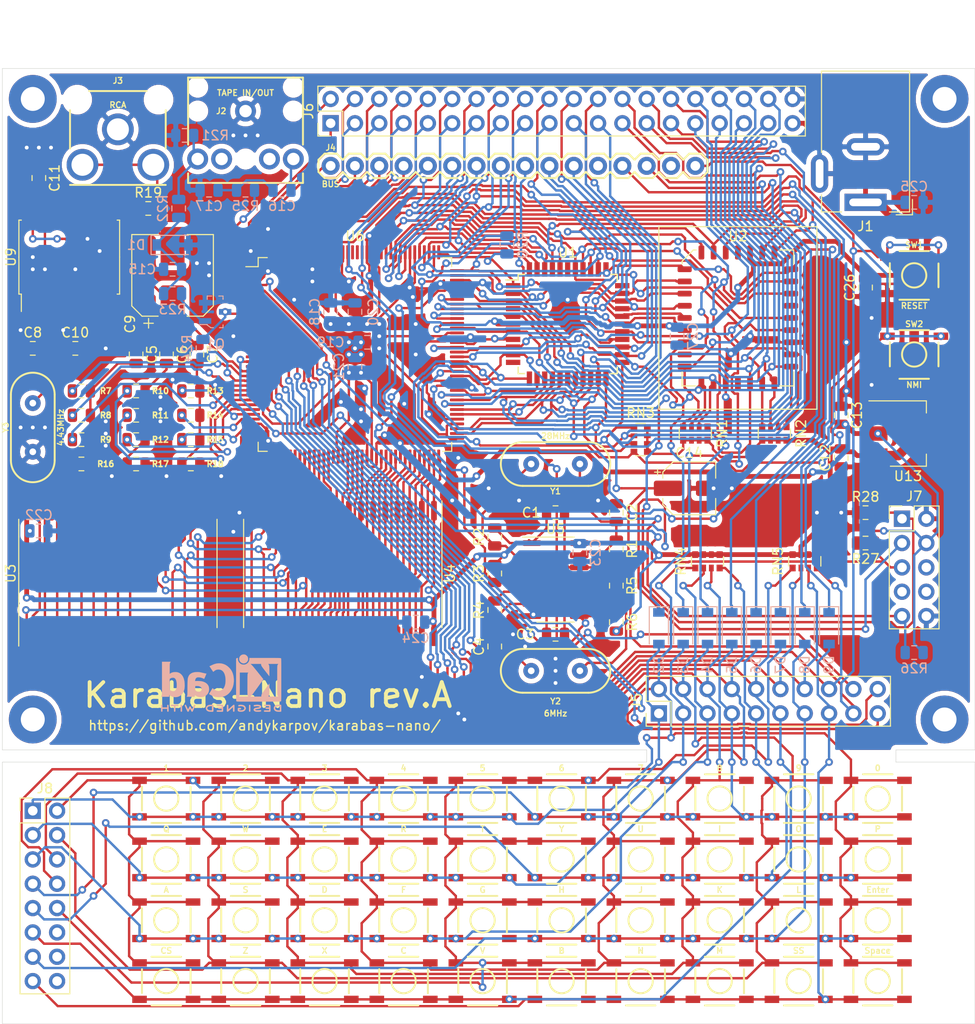
<source format=kicad_pcb>
(kicad_pcb (version 20171130) (host pcbnew 5.1.2-f72e74a~84~ubuntu18.04.1)
  (layers (0 F.Cu signal) (31 B.Cu signal) (34 B.Paste user) (35 F.Paste user) (36 B.SilkS user) (37 F.SilkS user) (38 B.Mask user) (39 F.Mask user) (44 Edge.Cuts user))
  (net 0 "")
  (net 1 /A13)
  (net 2 /A12)
  (net 3 /A11)
  (net 4 /A10)
  (net 5 /A9)
  (net 6 /A8)
  (net 7 /A7)
  (net 8 /A6)
  (net 9 /A5)
  (net 10 /A4)
  (net 11 /A3)
  (net 12 /A2)
  (net 13 /A1)
  (net 14 /A0)
  (net 15 GND)
  (net 16 /D1)
  (net 17 /D0)
  (net 18 /D7)
  (net 19 /D2)
  (net 20 VCC)
  (net 21 /D6)
  (net 22 /D5)
  (net 23 /D3)
  (net 24 /D4)
  (net 25 /CLK_CPU)
  (net 26 /MA15)
  (net 27 /MA17)
  (net 28 /~MWR)
  (net 29 /MA13)
  (net 30 /MA8)
  (net 31 /MA9)
  (net 32 /MA11)
  (net 33 /~MRD)
  (net 34 /MA10)
  (net 35 /MD7)
  (net 36 /MD6)
  (net 37 /MD5)
  (net 38 /MD4)
  (net 39 /MD3)
  (net 40 /MD2)
  (net 41 /MD1)
  (net 42 /MD0)
  (net 43 /MA0)
  (net 44 /MA1)
  (net 45 /MA2)
  (net 46 /MA3)
  (net 47 /MA4)
  (net 48 /MA5)
  (net 49 /MA6)
  (net 50 /MA7)
  (net 51 /MA12)
  (net 52 /MA14)
  (net 53 /MA16)
  (net 54 /MA18)
  (net 55 "Net-(C2-Pad2)")
  (net 56 "Net-(C1-Pad2)")
  (net 57 "Net-(R2-Pad2)")
  (net 58 "Net-(C1-Pad1)")
  (net 59 /A15)
  (net 60 /A14)
  (net 61 /~RFSH)
  (net 62 /~M1)
  (net 63 /~BUSREQ)
  (net 64 /~WAIT)
  (net 65 /~BUSACK)
  (net 66 /~WR)
  (net 67 /~RD)
  (net 68 /~IORQ)
  (net 69 /~MREQ)
  (net 70 /~HALT)
  (net 71 /~NMI)
  (net 72 /~INT)
  (net 73 /ROM_A14)
  (net 74 /~MCS0)
  (net 75 /~MCS1)
  (net 76 /ROM_A15)
  (net 77 +3V3)
  (net 78 "Net-(C3-Pad2)")
  (net 79 "Net-(C3-Pad1)")
  (net 80 "Net-(C4-Pad2)")
  (net 81 "Net-(R5-Pad2)")
  (net 82 /CLKX)
  (net 83 "Net-(J2-PadTIP)")
  (net 84 /~BUS_ROMCS)
  (net 85 /CLK_BUS)
  (net 86 /~BUS_IORQGE)
  (net 87 /~ROMCS)
  (net 88 /TDO)
  (net 89 /TCK)
  (net 90 /TMS)
  (net 91 /TDI)
  (net 92 "Net-(J3-PadPIN)")
  (net 93 "Net-(C5-Pad2)")
  (net 94 "Net-(C5-Pad1)")
  (net 95 "Net-(C6-Pad2)")
  (net 96 "Net-(C6-Pad1)")
  (net 97 "Net-(C7-Pad2)")
  (net 98 "Net-(C7-Pad1)")
  (net 99 /R2)
  (net 100 /R1)
  (net 101 /R0)
  (net 102 /G2)
  (net 103 /G1)
  (net 104 /G0)
  (net 105 /B2)
  (net 106 /B1)
  (net 107 /B0)
  (net 108 "Net-(C8-Pad2)")
  (net 109 "Net-(C9-Pad2)")
  (net 110 "Net-(C9-Pad1)")
  (net 111 /CSYNC)
  (net 112 /CLK28)
  (net 113 ~RESET)
  (net 114 "Net-(C15-Pad2)")
  (net 115 "Net-(C16-Pad2)")
  (net 116 "Net-(C16-Pad1)")
  (net 117 "Net-(Q1-Pad1)")
  (net 118 TAPE_IN)
  (net 119 TAPE_OUT)
  (net 120 /MAGIC)
  (net 121 /TURBO)
  (net 122 /SPECIAL)
  (net 123 /KB7)
  (net 124 /KB6)
  (net 125 /KB5)
  (net 126 /KB4)
  (net 127 /KB3)
  (net 128 /KB2)
  (net 129 /KB1)
  (net 130 /KB0)
  (net 131 /IO16)
  (net 132 /IO15)
  (net 133 /IO14)
  (net 134 /IO13)
  (net 135 /IO12)
  (net 136 /IO11)
  (net 137 /IO10)
  (net 138 /BEEPER)
  (net 139 /IO19)
  (net 140 /IO18)
  (net 141 /KA11)
  (net 142 /KA10)
  (net 143 /KA9)
  (net 144 /KA12)
  (net 145 /KA13)
  (net 146 /KA8)
  (net 147 /KA14)
  (net 148 /KA15)
  (module Symbol:KiCad-Logo2_5mm_SilkScreen (layer B.Cu) (at 111.76 114.935 180)
    (fp_text reference REF** hide)
    (fp_text value KiCad-Logo2_5mm_SilkScreen hide)
  )
  (module Clocks:HC49US (layer F.Cu) (at 92.075 88.265 90)
    (fp_text reference Y3 (at 0 -2.8448 90) (layer F.SilkS) (effects (font (size 0.6096 0.6096) (thickness 0.127))))
    (fp_text value 4.43MHz (at 0 2.921 90) (layer F.SilkS) (effects (font (size 0.6096 0.6096) (thickness 0.127))))
    (pad 2 thru_hole circle (at 2.54 0 90) (size 1.651 1.651) (drill 0.6985) (layers *.Cu *.Mask) (net 108 "Net-(C8-Pad2)"))
    (pad 1 thru_hole circle (at -2.54 0 90) (size 1.651 1.651) (drill 0.6985) (layers *.Cu *.Mask) (net 15 GND))
  )
  (module Clocks:HC49US (layer F.Cu) (at 146.685 113.665)
    (fp_text reference Y2 (at 0 3.175) (layer F.SilkS) (effects (font (size 0.6096 0.6096) (thickness 0.127))))
    (fp_text value 6MHz (at 0 4.445) (layer F.SilkS) (effects (font (size 0.6096 0.6096) (thickness 0.127))))
    (pad 2 thru_hole circle (at 2.54 0) (size 1.651 1.651) (drill 0.6985) (layers *.Cu *.Mask) (net 81 "Net-(R5-Pad2)"))
    (pad 1 thru_hole circle (at -2.54 0) (size 1.651 1.651) (drill 0.6985) (layers *.Cu *.Mask) (net 80 "Net-(C4-Pad2)"))
  )
  (module Clocks:HC49US (layer F.Cu) (at 146.685 92.075 180)
    (fp_text reference Y1 (at 0 -2.8448) (layer F.SilkS) (effects (font (size 0.6096 0.6096) (thickness 0.127))))
    (fp_text value 28MHz (at 0 2.921) (layer F.SilkS) (effects (font (size 0.6096 0.6096) (thickness 0.127))))
    (pad 2 thru_hole circle (at 2.54 0 180) (size 1.651 1.651) (drill 0.6985) (layers *.Cu *.Mask) (net 57 "Net-(R2-Pad2)"))
    (pad 1 thru_hole circle (at -2.54 0 180) (size 1.651 1.651) (drill 0.6985) (layers *.Cu *.Mask) (net 55 "Net-(C2-Pad2)"))
  )
  (module Switches:TACTILE_SWITCH_SMD_5.2MM (layer F.Cu) (at 184.15 80.645)
    (fp_text reference SW2 (at 0 -3.175) (layer F.SilkS) (effects (font (size 0.6096 0.6096) (thickness 0.127))))
    (fp_text value NMI (at 0 3.175) (layer F.SilkS) (effects (font (size 0.6096 0.6096) (thickness 0.127))))
    (pad 4 smd rect (at 2.794 1.905 90) (size 0.762 1.524) (layers F.Cu F.Paste F.Mask) (net 15 GND))
    (pad 3 smd rect (at -2.794 1.905 90) (size 0.762 1.524) (layers F.Cu F.Paste F.Mask) (net 15 GND))
    (pad 2 smd rect (at 2.794 -1.905 90) (size 0.762 1.524) (layers F.Cu F.Paste F.Mask) (net 71 /~NMI))
    (pad 1 smd rect (at -2.794 -1.905 90) (size 0.762 1.524) (layers F.Cu F.Paste F.Mask) (net 71 /~NMI))
  )
  (module Switches:TACTILE_SWITCH_SMD_5.2MM (layer F.Cu) (at 184.15 72.39)
    (fp_text reference SW1 (at 0 -3.175) (layer F.SilkS) (effects (font (size 0.6096 0.6096) (thickness 0.127))))
    (fp_text value RESET (at 0 3.175) (layer F.SilkS) (effects (font (size 0.6096 0.6096) (thickness 0.127))))
    (pad 4 smd rect (at 2.794 1.905 90) (size 0.762 1.524) (layers F.Cu F.Paste F.Mask) (net 15 GND))
    (pad 3 smd rect (at -2.794 1.905 90) (size 0.762 1.524) (layers F.Cu F.Paste F.Mask) (net 15 GND))
    (pad 2 smd rect (at 2.794 -1.905 90) (size 0.762 1.524) (layers F.Cu F.Paste F.Mask) (net 113 ~RESET))
    (pad 1 smd rect (at -2.794 -1.905 90) (size 0.762 1.524) (layers F.Cu F.Paste F.Mask) (net 113 ~RESET))
  )
  (module Switches:TACTILE_SWITCH_SMD_5.2MM (layer F.Cu) (at 114.3 146.05 180)
    (fp_text reference KZ1 hide)
    (fp_text value Z (at 0 3.175) (layer F.SilkS) (effects (font (size 0.6096 0.6096) (thickness 0.127))))
    (pad 4 smd rect (at 2.794 1.905 270) (size 0.762 1.524) (layers F.Cu F.Paste F.Mask) (net 129 /KB1))
    (pad 3 smd rect (at -2.794 1.905 270) (size 0.762 1.524) (layers F.Cu F.Paste F.Mask) (net 129 /KB1))
    (pad 2 smd rect (at 2.794 -1.905 270) (size 0.762 1.524) (layers F.Cu F.Paste F.Mask) (net 146 /KA8))
    (pad 1 smd rect (at -2.794 -1.905 270) (size 0.762 1.524) (layers F.Cu F.Paste F.Mask) (net 146 /KA8))
  )
  (module Switches:TACTILE_SWITCH_SMD_5.2MM (layer F.Cu) (at 147.32 133.35 180)
    (fp_text reference KY1 hide)
    (fp_text value Y (at 0 3.175) (layer F.SilkS) (effects (font (size 0.6096 0.6096) (thickness 0.127))))
    (pad 4 smd rect (at 2.794 1.905 270) (size 0.762 1.524) (layers F.Cu F.Paste F.Mask) (net 126 /KB4))
    (pad 3 smd rect (at -2.794 1.905 270) (size 0.762 1.524) (layers F.Cu F.Paste F.Mask) (net 126 /KB4))
    (pad 2 smd rect (at 2.794 -1.905 270) (size 0.762 1.524) (layers F.Cu F.Paste F.Mask) (net 145 /KA13))
    (pad 1 smd rect (at -2.794 -1.905 270) (size 0.762 1.524) (layers F.Cu F.Paste F.Mask) (net 145 /KA13))
  )
  (module Switches:TACTILE_SWITCH_SMD_5.2MM (layer F.Cu) (at 122.555 146.05 180)
    (fp_text reference KX1 hide)
    (fp_text value X (at 0 3.175) (layer F.SilkS) (effects (font (size 0.6096 0.6096) (thickness 0.127))))
    (pad 4 smd rect (at 2.794 1.905 270) (size 0.762 1.524) (layers F.Cu F.Paste F.Mask) (net 128 /KB2))
    (pad 3 smd rect (at -2.794 1.905 270) (size 0.762 1.524) (layers F.Cu F.Paste F.Mask) (net 128 /KB2))
    (pad 2 smd rect (at 2.794 -1.905 270) (size 0.762 1.524) (layers F.Cu F.Paste F.Mask) (net 146 /KA8))
    (pad 1 smd rect (at -2.794 -1.905 270) (size 0.762 1.524) (layers F.Cu F.Paste F.Mask) (net 146 /KA8))
  )
  (module Switches:TACTILE_SWITCH_SMD_5.2MM (layer F.Cu) (at 114.3 133.35 180)
    (fp_text reference KW1 hide)
    (fp_text value W (at 0 3.175) (layer F.SilkS) (effects (font (size 0.6096 0.6096) (thickness 0.127))))
    (pad 4 smd rect (at 2.794 1.905 270) (size 0.762 1.524) (layers F.Cu F.Paste F.Mask) (net 129 /KB1))
    (pad 3 smd rect (at -2.794 1.905 270) (size 0.762 1.524) (layers F.Cu F.Paste F.Mask) (net 129 /KB1))
    (pad 2 smd rect (at 2.794 -1.905 270) (size 0.762 1.524) (layers F.Cu F.Paste F.Mask) (net 142 /KA10))
    (pad 1 smd rect (at -2.794 -1.905 270) (size 0.762 1.524) (layers F.Cu F.Paste F.Mask) (net 142 /KA10))
  )
  (module Switches:TACTILE_SWITCH_SMD_5.2MM (layer F.Cu) (at 139.065 146.05 180)
    (fp_text reference KV1 hide)
    (fp_text value V (at 0 3.175) (layer F.SilkS) (effects (font (size 0.6096 0.6096) (thickness 0.127))))
    (pad 4 smd rect (at 2.794 1.905 270) (size 0.762 1.524) (layers F.Cu F.Paste F.Mask) (net 126 /KB4))
    (pad 3 smd rect (at -2.794 1.905 270) (size 0.762 1.524) (layers F.Cu F.Paste F.Mask) (net 126 /KB4))
    (pad 2 smd rect (at 2.794 -1.905 270) (size 0.762 1.524) (layers F.Cu F.Paste F.Mask) (net 146 /KA8))
    (pad 1 smd rect (at -2.794 -1.905 270) (size 0.762 1.524) (layers F.Cu F.Paste F.Mask) (net 146 /KA8))
  )
  (module Switches:TACTILE_SWITCH_SMD_5.2MM (layer F.Cu) (at 155.575 133.35 180)
    (fp_text reference KU1 hide)
    (fp_text value U (at 0 3.175) (layer F.SilkS) (effects (font (size 0.6096 0.6096) (thickness 0.127))))
    (pad 4 smd rect (at 2.794 1.905 270) (size 0.762 1.524) (layers F.Cu F.Paste F.Mask) (net 127 /KB3))
    (pad 3 smd rect (at -2.794 1.905 270) (size 0.762 1.524) (layers F.Cu F.Paste F.Mask) (net 127 /KB3))
    (pad 2 smd rect (at 2.794 -1.905 270) (size 0.762 1.524) (layers F.Cu F.Paste F.Mask) (net 145 /KA13))
    (pad 1 smd rect (at -2.794 -1.905 270) (size 0.762 1.524) (layers F.Cu F.Paste F.Mask) (net 145 /KA13))
  )
  (module Switches:TACTILE_SWITCH_SMD_5.2MM (layer F.Cu) (at 139.065 133.35 180)
    (fp_text reference KT1 hide)
    (fp_text value T (at 0 3.175) (layer F.SilkS) (effects (font (size 0.6096 0.6096) (thickness 0.127))))
    (pad 4 smd rect (at 2.794 1.905 270) (size 0.762 1.524) (layers F.Cu F.Paste F.Mask) (net 126 /KB4))
    (pad 3 smd rect (at -2.794 1.905 270) (size 0.762 1.524) (layers F.Cu F.Paste F.Mask) (net 126 /KB4))
    (pad 2 smd rect (at 2.794 -1.905 270) (size 0.762 1.524) (layers F.Cu F.Paste F.Mask) (net 142 /KA10))
    (pad 1 smd rect (at -2.794 -1.905 270) (size 0.762 1.524) (layers F.Cu F.Paste F.Mask) (net 142 /KA10))
  )
  (module Switches:TACTILE_SWITCH_SMD_5.2MM (layer F.Cu) (at 172.085 146.05 180)
    (fp_text reference KSS1 hide)
    (fp_text value SS (at 0 3.175) (layer F.SilkS) (effects (font (size 0.6096 0.6096) (thickness 0.127))))
    (pad 4 smd rect (at 2.794 1.905 270) (size 0.762 1.524) (layers F.Cu F.Paste F.Mask) (net 129 /KB1))
    (pad 3 smd rect (at -2.794 1.905 270) (size 0.762 1.524) (layers F.Cu F.Paste F.Mask) (net 129 /KB1))
    (pad 2 smd rect (at 2.794 -1.905 270) (size 0.762 1.524) (layers F.Cu F.Paste F.Mask) (net 148 /KA15))
    (pad 1 smd rect (at -2.794 -1.905 270) (size 0.762 1.524) (layers F.Cu F.Paste F.Mask) (net 148 /KA15))
  )
  (module Switches:TACTILE_SWITCH_SMD_5.2MM (layer F.Cu) (at 180.34 146.05 180)
    (fp_text reference KSpace1 hide)
    (fp_text value Space (at 0 3.175) (layer F.SilkS) (effects (font (size 0.6096 0.6096) (thickness 0.127))))
    (pad 4 smd rect (at 2.794 1.905 270) (size 0.762 1.524) (layers F.Cu F.Paste F.Mask) (net 130 /KB0))
    (pad 3 smd rect (at -2.794 1.905 270) (size 0.762 1.524) (layers F.Cu F.Paste F.Mask) (net 130 /KB0))
    (pad 2 smd rect (at 2.794 -1.905 270) (size 0.762 1.524) (layers F.Cu F.Paste F.Mask) (net 148 /KA15))
    (pad 1 smd rect (at -2.794 -1.905 270) (size 0.762 1.524) (layers F.Cu F.Paste F.Mask) (net 148 /KA15))
  )
  (module Switches:TACTILE_SWITCH_SMD_5.2MM (layer F.Cu) (at 114.3 139.7 180)
    (fp_text reference KS1 hide)
    (fp_text value S (at 0 3.175) (layer F.SilkS) (effects (font (size 0.6096 0.6096) (thickness 0.127))))
    (pad 4 smd rect (at 2.794 1.905 270) (size 0.762 1.524) (layers F.Cu F.Paste F.Mask) (net 129 /KB1))
    (pad 3 smd rect (at -2.794 1.905 270) (size 0.762 1.524) (layers F.Cu F.Paste F.Mask) (net 129 /KB1))
    (pad 2 smd rect (at 2.794 -1.905 270) (size 0.762 1.524) (layers F.Cu F.Paste F.Mask) (net 143 /KA9))
    (pad 1 smd rect (at -2.794 -1.905 270) (size 0.762 1.524) (layers F.Cu F.Paste F.Mask) (net 143 /KA9))
  )
  (module Switches:TACTILE_SWITCH_SMD_5.2MM (layer F.Cu) (at 130.81 133.35 180)
    (fp_text reference KR1 hide)
    (fp_text value R (at 0 3.175) (layer F.SilkS) (effects (font (size 0.6096 0.6096) (thickness 0.127))))
    (pad 4 smd rect (at 2.794 1.905 270) (size 0.762 1.524) (layers F.Cu F.Paste F.Mask) (net 127 /KB3))
    (pad 3 smd rect (at -2.794 1.905 270) (size 0.762 1.524) (layers F.Cu F.Paste F.Mask) (net 127 /KB3))
    (pad 2 smd rect (at 2.794 -1.905 270) (size 0.762 1.524) (layers F.Cu F.Paste F.Mask) (net 142 /KA10))
    (pad 1 smd rect (at -2.794 -1.905 270) (size 0.762 1.524) (layers F.Cu F.Paste F.Mask) (net 142 /KA10))
  )
  (module Switches:TACTILE_SWITCH_SMD_5.2MM (layer F.Cu) (at 106.020193 133.350392 180)
    (fp_text reference KQ1 hide)
    (fp_text value Q (at 0 3.175) (layer F.SilkS) (effects (font (size 0.6096 0.6096) (thickness 0.127))))
    (pad 4 smd rect (at 2.794 1.905 270) (size 0.762 1.524) (layers F.Cu F.Paste F.Mask) (net 130 /KB0))
    (pad 3 smd rect (at -2.794 1.905 270) (size 0.762 1.524) (layers F.Cu F.Paste F.Mask) (net 130 /KB0))
    (pad 2 smd rect (at 2.794 -1.905 270) (size 0.762 1.524) (layers F.Cu F.Paste F.Mask) (net 142 /KA10))
    (pad 1 smd rect (at -2.794 -1.905 270) (size 0.762 1.524) (layers F.Cu F.Paste F.Mask) (net 142 /KA10))
  )
  (module Switches:TACTILE_SWITCH_SMD_5.2MM (layer F.Cu) (at 180.34 133.35 180)
    (fp_text reference KP1 hide)
    (fp_text value P (at 0 3.175) (layer F.SilkS) (effects (font (size 0.6096 0.6096) (thickness 0.127))))
    (pad 4 smd rect (at 2.794 1.905 270) (size 0.762 1.524) (layers F.Cu F.Paste F.Mask) (net 130 /KB0))
    (pad 3 smd rect (at -2.794 1.905 270) (size 0.762 1.524) (layers F.Cu F.Paste F.Mask) (net 130 /KB0))
    (pad 2 smd rect (at 2.794 -1.905 270) (size 0.762 1.524) (layers F.Cu F.Paste F.Mask) (net 145 /KA13))
    (pad 1 smd rect (at -2.794 -1.905 270) (size 0.762 1.524) (layers F.Cu F.Paste F.Mask) (net 145 /KA13))
  )
  (module Switches:TACTILE_SWITCH_SMD_5.2MM (layer F.Cu) (at 172.085 133.35 180)
    (fp_text reference KO1 hide)
    (fp_text value O (at 0 3.175) (layer F.SilkS) (effects (font (size 0.6096 0.6096) (thickness 0.127))))
    (pad 4 smd rect (at 2.794 1.905 270) (size 0.762 1.524) (layers F.Cu F.Paste F.Mask) (net 129 /KB1))
    (pad 3 smd rect (at -2.794 1.905 270) (size 0.762 1.524) (layers F.Cu F.Paste F.Mask) (net 129 /KB1))
    (pad 2 smd rect (at 2.794 -1.905 270) (size 0.762 1.524) (layers F.Cu F.Paste F.Mask) (net 145 /KA13))
    (pad 1 smd rect (at -2.794 -1.905 270) (size 0.762 1.524) (layers F.Cu F.Paste F.Mask) (net 145 /KA13))
  )
  (module Switches:TACTILE_SWITCH_SMD_5.2MM (layer F.Cu) (at 155.575 146.05 180)
    (fp_text reference KN1 hide)
    (fp_text value N (at 0 3.175) (layer F.SilkS) (effects (font (size 0.6096 0.6096) (thickness 0.127))))
    (pad 4 smd rect (at 2.794 1.905 270) (size 0.762 1.524) (layers F.Cu F.Paste F.Mask) (net 127 /KB3))
    (pad 3 smd rect (at -2.794 1.905 270) (size 0.762 1.524) (layers F.Cu F.Paste F.Mask) (net 127 /KB3))
    (pad 2 smd rect (at 2.794 -1.905 270) (size 0.762 1.524) (layers F.Cu F.Paste F.Mask) (net 148 /KA15))
    (pad 1 smd rect (at -2.794 -1.905 270) (size 0.762 1.524) (layers F.Cu F.Paste F.Mask) (net 148 /KA15))
  )
  (module Switches:TACTILE_SWITCH_SMD_5.2MM (layer F.Cu) (at 163.83 146.05 180)
    (fp_text reference KM1 hide)
    (fp_text value M (at 0 3.175) (layer F.SilkS) (effects (font (size 0.6096 0.6096) (thickness 0.127))))
    (pad 4 smd rect (at 2.794 1.905 270) (size 0.762 1.524) (layers F.Cu F.Paste F.Mask) (net 128 /KB2))
    (pad 3 smd rect (at -2.794 1.905 270) (size 0.762 1.524) (layers F.Cu F.Paste F.Mask) (net 128 /KB2))
    (pad 2 smd rect (at 2.794 -1.905 270) (size 0.762 1.524) (layers F.Cu F.Paste F.Mask) (net 148 /KA15))
    (pad 1 smd rect (at -2.794 -1.905 270) (size 0.762 1.524) (layers F.Cu F.Paste F.Mask) (net 148 /KA15))
  )
  (module Switches:TACTILE_SWITCH_SMD_5.2MM (layer F.Cu) (at 172.085 139.7 180)
    (fp_text reference KL1 hide)
    (fp_text value L (at 0 3.175) (layer F.SilkS) (effects (font (size 0.6096 0.6096) (thickness 0.127))))
    (pad 4 smd rect (at 2.794 1.905 270) (size 0.762 1.524) (layers F.Cu F.Paste F.Mask) (net 129 /KB1))
    (pad 3 smd rect (at -2.794 1.905 270) (size 0.762 1.524) (layers F.Cu F.Paste F.Mask) (net 129 /KB1))
    (pad 2 smd rect (at 2.794 -1.905 270) (size 0.762 1.524) (layers F.Cu F.Paste F.Mask) (net 147 /KA14))
    (pad 1 smd rect (at -2.794 -1.905 270) (size 0.762 1.524) (layers F.Cu F.Paste F.Mask) (net 147 /KA14))
  )
  (module Switches:TACTILE_SWITCH_SMD_5.2MM (layer F.Cu) (at 163.83 139.7 180)
    (fp_text reference KK1 hide)
    (fp_text value K (at 0 3.175) (layer F.SilkS) (effects (font (size 0.6096 0.6096) (thickness 0.127))))
    (pad 4 smd rect (at 2.794 1.905 270) (size 0.762 1.524) (layers F.Cu F.Paste F.Mask) (net 128 /KB2))
    (pad 3 smd rect (at -2.794 1.905 270) (size 0.762 1.524) (layers F.Cu F.Paste F.Mask) (net 128 /KB2))
    (pad 2 smd rect (at 2.794 -1.905 270) (size 0.762 1.524) (layers F.Cu F.Paste F.Mask) (net 147 /KA14))
    (pad 1 smd rect (at -2.794 -1.905 270) (size 0.762 1.524) (layers F.Cu F.Paste F.Mask) (net 147 /KA14))
  )
  (module Switches:TACTILE_SWITCH_SMD_5.2MM (layer F.Cu) (at 155.575 139.7 180)
    (fp_text reference KJ1 hide)
    (fp_text value J (at 0 3.175) (layer F.SilkS) (effects (font (size 0.6096 0.6096) (thickness 0.127))))
    (pad 4 smd rect (at 2.794 1.905 270) (size 0.762 1.524) (layers F.Cu F.Paste F.Mask) (net 127 /KB3))
    (pad 3 smd rect (at -2.794 1.905 270) (size 0.762 1.524) (layers F.Cu F.Paste F.Mask) (net 127 /KB3))
    (pad 2 smd rect (at 2.794 -1.905 270) (size 0.762 1.524) (layers F.Cu F.Paste F.Mask) (net 147 /KA14))
    (pad 1 smd rect (at -2.794 -1.905 270) (size 0.762 1.524) (layers F.Cu F.Paste F.Mask) (net 147 /KA14))
  )
  (module Switches:TACTILE_SWITCH_SMD_5.2MM (layer F.Cu) (at 163.83 133.35 180)
    (fp_text reference KI1 hide)
    (fp_text value I (at 0 3.175) (layer F.SilkS) (effects (font (size 0.6096 0.6096) (thickness 0.127))))
    (pad 4 smd rect (at 2.794 1.905 270) (size 0.762 1.524) (layers F.Cu F.Paste F.Mask) (net 128 /KB2))
    (pad 3 smd rect (at -2.794 1.905 270) (size 0.762 1.524) (layers F.Cu F.Paste F.Mask) (net 128 /KB2))
    (pad 2 smd rect (at 2.794 -1.905 270) (size 0.762 1.524) (layers F.Cu F.Paste F.Mask) (net 145 /KA13))
    (pad 1 smd rect (at -2.794 -1.905 270) (size 0.762 1.524) (layers F.Cu F.Paste F.Mask) (net 145 /KA13))
  )
  (module Switches:TACTILE_SWITCH_SMD_5.2MM (layer F.Cu) (at 147.32 139.7 180)
    (fp_text reference KH1 hide)
    (fp_text value H (at 0 3.175) (layer F.SilkS) (effects (font (size 0.6096 0.6096) (thickness 0.127))))
    (pad 4 smd rect (at 2.794 1.905 270) (size 0.762 1.524) (layers F.Cu F.Paste F.Mask) (net 126 /KB4))
    (pad 3 smd rect (at -2.794 1.905 270) (size 0.762 1.524) (layers F.Cu F.Paste F.Mask) (net 126 /KB4))
    (pad 2 smd rect (at 2.794 -1.905 270) (size 0.762 1.524) (layers F.Cu F.Paste F.Mask) (net 147 /KA14))
    (pad 1 smd rect (at -2.794 -1.905 270) (size 0.762 1.524) (layers F.Cu F.Paste F.Mask) (net 147 /KA14))
  )
  (module Switches:TACTILE_SWITCH_SMD_5.2MM (layer F.Cu) (at 139.065 139.7 180)
    (fp_text reference KG1 hide)
    (fp_text value G (at 0 3.175) (layer F.SilkS) (effects (font (size 0.6096 0.6096) (thickness 0.127))))
    (pad 4 smd rect (at 2.794 1.905 270) (size 0.762 1.524) (layers F.Cu F.Paste F.Mask) (net 126 /KB4))
    (pad 3 smd rect (at -2.794 1.905 270) (size 0.762 1.524) (layers F.Cu F.Paste F.Mask) (net 126 /KB4))
    (pad 2 smd rect (at 2.794 -1.905 270) (size 0.762 1.524) (layers F.Cu F.Paste F.Mask) (net 143 /KA9))
    (pad 1 smd rect (at -2.794 -1.905 270) (size 0.762 1.524) (layers F.Cu F.Paste F.Mask) (net 143 /KA9))
  )
  (module Switches:TACTILE_SWITCH_SMD_5.2MM (layer F.Cu) (at 130.81 139.7 180)
    (fp_text reference KF1 hide)
    (fp_text value F (at 0 3.175) (layer F.SilkS) (effects (font (size 0.6096 0.6096) (thickness 0.127))))
    (pad 4 smd rect (at 2.794 1.905 270) (size 0.762 1.524) (layers F.Cu F.Paste F.Mask) (net 127 /KB3))
    (pad 3 smd rect (at -2.794 1.905 270) (size 0.762 1.524) (layers F.Cu F.Paste F.Mask) (net 127 /KB3))
    (pad 2 smd rect (at 2.794 -1.905 270) (size 0.762 1.524) (layers F.Cu F.Paste F.Mask) (net 143 /KA9))
    (pad 1 smd rect (at -2.794 -1.905 270) (size 0.762 1.524) (layers F.Cu F.Paste F.Mask) (net 143 /KA9))
  )
  (module Switches:TACTILE_SWITCH_SMD_5.2MM (layer F.Cu) (at 180.34 139.7 180)
    (fp_text reference KEnter1 hide)
    (fp_text value Enter (at 0 3.175) (layer F.SilkS) (effects (font (size 0.6096 0.6096) (thickness 0.127))))
    (pad 4 smd rect (at 2.794 1.905 270) (size 0.762 1.524) (layers F.Cu F.Paste F.Mask) (net 130 /KB0))
    (pad 3 smd rect (at -2.794 1.905 270) (size 0.762 1.524) (layers F.Cu F.Paste F.Mask) (net 130 /KB0))
    (pad 2 smd rect (at 2.794 -1.905 270) (size 0.762 1.524) (layers F.Cu F.Paste F.Mask) (net 147 /KA14))
    (pad 1 smd rect (at -2.794 -1.905 270) (size 0.762 1.524) (layers F.Cu F.Paste F.Mask) (net 147 /KA14))
  )
  (module Switches:TACTILE_SWITCH_SMD_5.2MM (layer F.Cu) (at 122.555 133.35 180)
    (fp_text reference KE1 hide)
    (fp_text value E (at 0 3.175) (layer F.SilkS) (effects (font (size 0.6096 0.6096) (thickness 0.127))))
    (pad 4 smd rect (at 2.794 1.905 270) (size 0.762 1.524) (layers F.Cu F.Paste F.Mask) (net 128 /KB2))
    (pad 3 smd rect (at -2.794 1.905 270) (size 0.762 1.524) (layers F.Cu F.Paste F.Mask) (net 128 /KB2))
    (pad 2 smd rect (at 2.794 -1.905 270) (size 0.762 1.524) (layers F.Cu F.Paste F.Mask) (net 142 /KA10))
    (pad 1 smd rect (at -2.794 -1.905 270) (size 0.762 1.524) (layers F.Cu F.Paste F.Mask) (net 142 /KA10))
  )
  (module Switches:TACTILE_SWITCH_SMD_5.2MM (layer F.Cu) (at 122.555 139.7 180)
    (fp_text reference KD1 hide)
    (fp_text value D (at 0 3.175) (layer F.SilkS) (effects (font (size 0.6096 0.6096) (thickness 0.127))))
    (pad 4 smd rect (at 2.794 1.905 270) (size 0.762 1.524) (layers F.Cu F.Paste F.Mask) (net 128 /KB2))
    (pad 3 smd rect (at -2.794 1.905 270) (size 0.762 1.524) (layers F.Cu F.Paste F.Mask) (net 128 /KB2))
    (pad 2 smd rect (at 2.794 -1.905 270) (size 0.762 1.524) (layers F.Cu F.Paste F.Mask) (net 143 /KA9))
    (pad 1 smd rect (at -2.794 -1.905 270) (size 0.762 1.524) (layers F.Cu F.Paste F.Mask) (net 143 /KA9))
  )
  (module Switches:TACTILE_SWITCH_SMD_5.2MM (layer F.Cu) (at 106.020193 146.050392 180)
    (fp_text reference KCS1 hide)
    (fp_text value CS (at 0 3.175) (layer F.SilkS) (effects (font (size 0.6096 0.6096) (thickness 0.127))))
    (pad 4 smd rect (at 2.794 1.905 270) (size 0.762 1.524) (layers F.Cu F.Paste F.Mask) (net 130 /KB0))
    (pad 3 smd rect (at -2.794 1.905 270) (size 0.762 1.524) (layers F.Cu F.Paste F.Mask) (net 130 /KB0))
    (pad 2 smd rect (at 2.794 -1.905 270) (size 0.762 1.524) (layers F.Cu F.Paste F.Mask) (net 146 /KA8))
    (pad 1 smd rect (at -2.794 -1.905 270) (size 0.762 1.524) (layers F.Cu F.Paste F.Mask) (net 146 /KA8))
  )
  (module Switches:TACTILE_SWITCH_SMD_5.2MM (layer F.Cu) (at 130.81 146.05 180)
    (fp_text reference KC1 hide)
    (fp_text value C (at 0 3.175) (layer F.SilkS) (effects (font (size 0.6096 0.6096) (thickness 0.127))))
    (pad 4 smd rect (at 2.794 1.905 270) (size 0.762 1.524) (layers F.Cu F.Paste F.Mask) (net 127 /KB3))
    (pad 3 smd rect (at -2.794 1.905 270) (size 0.762 1.524) (layers F.Cu F.Paste F.Mask) (net 127 /KB3))
    (pad 2 smd rect (at 2.794 -1.905 270) (size 0.762 1.524) (layers F.Cu F.Paste F.Mask) (net 146 /KA8))
    (pad 1 smd rect (at -2.794 -1.905 270) (size 0.762 1.524) (layers F.Cu F.Paste F.Mask) (net 146 /KA8))
  )
  (module Switches:TACTILE_SWITCH_SMD_5.2MM (layer F.Cu) (at 147.32 146.05 180)
    (fp_text reference KB1 hide)
    (fp_text value B (at 0 3.175) (layer F.SilkS) (effects (font (size 0.6096 0.6096) (thickness 0.127))))
    (pad 4 smd rect (at 2.794 1.905 270) (size 0.762 1.524) (layers F.Cu F.Paste F.Mask) (net 126 /KB4))
    (pad 3 smd rect (at -2.794 1.905 270) (size 0.762 1.524) (layers F.Cu F.Paste F.Mask) (net 126 /KB4))
    (pad 2 smd rect (at 2.794 -1.905 270) (size 0.762 1.524) (layers F.Cu F.Paste F.Mask) (net 148 /KA15))
    (pad 1 smd rect (at -2.794 -1.905 270) (size 0.762 1.524) (layers F.Cu F.Paste F.Mask) (net 148 /KA15))
  )
  (module Switches:TACTILE_SWITCH_SMD_5.2MM (layer F.Cu) (at 106.020193 139.700392 180)
    (fp_text reference KA1 hide)
    (fp_text value A (at 0 3.175) (layer F.SilkS) (effects (font (size 0.6096 0.6096) (thickness 0.127))))
    (pad 4 smd rect (at 2.794 1.905 270) (size 0.762 1.524) (layers F.Cu F.Paste F.Mask) (net 130 /KB0))
    (pad 3 smd rect (at -2.794 1.905 270) (size 0.762 1.524) (layers F.Cu F.Paste F.Mask) (net 130 /KB0))
    (pad 2 smd rect (at 2.794 -1.905 270) (size 0.762 1.524) (layers F.Cu F.Paste F.Mask) (net 143 /KA9))
    (pad 1 smd rect (at -2.794 -1.905 270) (size 0.762 1.524) (layers F.Cu F.Paste F.Mask) (net 143 /KA9))
  )
  (module Switches:TACTILE_SWITCH_SMD_5.2MM (layer F.Cu) (at 172.085 127 180)
    (fp_text reference K9 hide)
    (fp_text value 9 (at 0 3.175) (layer F.SilkS) (effects (font (size 0.6096 0.6096) (thickness 0.127))))
    (pad 4 smd rect (at 2.794 1.905 270) (size 0.762 1.524) (layers F.Cu F.Paste F.Mask) (net 129 /KB1))
    (pad 3 smd rect (at -2.794 1.905 270) (size 0.762 1.524) (layers F.Cu F.Paste F.Mask) (net 129 /KB1))
    (pad 2 smd rect (at 2.794 -1.905 270) (size 0.762 1.524) (layers F.Cu F.Paste F.Mask) (net 144 /KA12))
    (pad 1 smd rect (at -2.794 -1.905 270) (size 0.762 1.524) (layers F.Cu F.Paste F.Mask) (net 144 /KA12))
  )
  (module Switches:TACTILE_SWITCH_SMD_5.2MM (layer F.Cu) (at 163.83 127 180)
    (fp_text reference K8 hide)
    (fp_text value 8 (at 0 3.175) (layer F.SilkS) (effects (font (size 0.6096 0.6096) (thickness 0.127))))
    (pad 4 smd rect (at 2.794 1.905 270) (size 0.762 1.524) (layers F.Cu F.Paste F.Mask) (net 128 /KB2))
    (pad 3 smd rect (at -2.794 1.905 270) (size 0.762 1.524) (layers F.Cu F.Paste F.Mask) (net 128 /KB2))
    (pad 2 smd rect (at 2.794 -1.905 270) (size 0.762 1.524) (layers F.Cu F.Paste F.Mask) (net 144 /KA12))
    (pad 1 smd rect (at -2.794 -1.905 270) (size 0.762 1.524) (layers F.Cu F.Paste F.Mask) (net 144 /KA12))
  )
  (module Switches:TACTILE_SWITCH_SMD_5.2MM (layer F.Cu) (at 155.575 127 180)
    (fp_text reference K7 hide)
    (fp_text value 7 (at 0 3.175) (layer F.SilkS) (effects (font (size 0.6096 0.6096) (thickness 0.127))))
    (pad 4 smd rect (at 2.794 1.905 270) (size 0.762 1.524) (layers F.Cu F.Paste F.Mask) (net 127 /KB3))
    (pad 3 smd rect (at -2.794 1.905 270) (size 0.762 1.524) (layers F.Cu F.Paste F.Mask) (net 127 /KB3))
    (pad 2 smd rect (at 2.794 -1.905 270) (size 0.762 1.524) (layers F.Cu F.Paste F.Mask) (net 144 /KA12))
    (pad 1 smd rect (at -2.794 -1.905 270) (size 0.762 1.524) (layers F.Cu F.Paste F.Mask) (net 144 /KA12))
  )
  (module Switches:TACTILE_SWITCH_SMD_5.2MM (layer F.Cu) (at 147.32 127 180)
    (fp_text reference K6 hide)
    (fp_text value 6 (at 0 3.175) (layer F.SilkS) (effects (font (size 0.6096 0.6096) (thickness 0.127))))
    (pad 4 smd rect (at 2.794 1.905 270) (size 0.762 1.524) (layers F.Cu F.Paste F.Mask) (net 126 /KB4))
    (pad 3 smd rect (at -2.794 1.905 270) (size 0.762 1.524) (layers F.Cu F.Paste F.Mask) (net 126 /KB4))
    (pad 2 smd rect (at 2.794 -1.905 270) (size 0.762 1.524) (layers F.Cu F.Paste F.Mask) (net 144 /KA12))
    (pad 1 smd rect (at -2.794 -1.905 270) (size 0.762 1.524) (layers F.Cu F.Paste F.Mask) (net 144 /KA12))
  )
  (module Switches:TACTILE_SWITCH_SMD_5.2MM (layer F.Cu) (at 139.065 127 180)
    (fp_text reference K5 hide)
    (fp_text value 5 (at 0 3.175) (layer F.SilkS) (effects (font (size 0.6096 0.6096) (thickness 0.127))))
    (pad 4 smd rect (at 2.794 1.905 270) (size 0.762 1.524) (layers F.Cu F.Paste F.Mask) (net 126 /KB4))
    (pad 3 smd rect (at -2.794 1.905 270) (size 0.762 1.524) (layers F.Cu F.Paste F.Mask) (net 126 /KB4))
    (pad 2 smd rect (at 2.794 -1.905 270) (size 0.762 1.524) (layers F.Cu F.Paste F.Mask) (net 141 /KA11))
    (pad 1 smd rect (at -2.794 -1.905 270) (size 0.762 1.524) (layers F.Cu F.Paste F.Mask) (net 141 /KA11))
  )
  (module Switches:TACTILE_SWITCH_SMD_5.2MM (layer F.Cu) (at 130.81 127 180)
    (fp_text reference K4 hide)
    (fp_text value 4 (at 0 3.175) (layer F.SilkS) (effects (font (size 0.6096 0.6096) (thickness 0.127))))
    (pad 4 smd rect (at 2.794 1.905 270) (size 0.762 1.524) (layers F.Cu F.Paste F.Mask) (net 127 /KB3))
    (pad 3 smd rect (at -2.794 1.905 270) (size 0.762 1.524) (layers F.Cu F.Paste F.Mask) (net 127 /KB3))
    (pad 2 smd rect (at 2.794 -1.905 270) (size 0.762 1.524) (layers F.Cu F.Paste F.Mask) (net 141 /KA11))
    (pad 1 smd rect (at -2.794 -1.905 270) (size 0.762 1.524) (layers F.Cu F.Paste F.Mask) (net 141 /KA11))
  )
  (module Switches:TACTILE_SWITCH_SMD_5.2MM (layer F.Cu) (at 122.555 127 180)
    (fp_text reference K3 hide)
    (fp_text value 3 (at 0 3.175) (layer F.SilkS) (effects (font (size 0.6096 0.6096) (thickness 0.127))))
    (pad 4 smd rect (at 2.794 1.905 270) (size 0.762 1.524) (layers F.Cu F.Paste F.Mask) (net 128 /KB2))
    (pad 3 smd rect (at -2.794 1.905 270) (size 0.762 1.524) (layers F.Cu F.Paste F.Mask) (net 128 /KB2))
    (pad 2 smd rect (at 2.794 -1.905 270) (size 0.762 1.524) (layers F.Cu F.Paste F.Mask) (net 141 /KA11))
    (pad 1 smd rect (at -2.794 -1.905 270) (size 0.762 1.524) (layers F.Cu F.Paste F.Mask) (net 141 /KA11))
  )
  (module Switches:TACTILE_SWITCH_SMD_5.2MM (layer F.Cu) (at 114.3 127 180)
    (fp_text reference K2 hide)
    (fp_text value 2 (at 0 3.175) (layer F.SilkS) (effects (font (size 0.6096 0.6096) (thickness 0.127))))
    (pad 4 smd rect (at 2.794 1.905 270) (size 0.762 1.524) (layers F.Cu F.Paste F.Mask) (net 129 /KB1))
    (pad 3 smd rect (at -2.794 1.905 270) (size 0.762 1.524) (layers F.Cu F.Paste F.Mask) (net 129 /KB1))
    (pad 2 smd rect (at 2.794 -1.905 270) (size 0.762 1.524) (layers F.Cu F.Paste F.Mask) (net 141 /KA11))
    (pad 1 smd rect (at -2.794 -1.905 270) (size 0.762 1.524) (layers F.Cu F.Paste F.Mask) (net 141 /KA11))
  )
  (module Switches:TACTILE_SWITCH_SMD_5.2MM (layer F.Cu) (at 106.020193 127.000392 180)
    (fp_text reference K1 hide)
    (fp_text value 1 (at 0 3.175) (layer F.SilkS) (effects (font (size 0.6096 0.6096) (thickness 0.127))))
    (pad 4 smd rect (at 2.794 1.905 270) (size 0.762 1.524) (layers F.Cu F.Paste F.Mask) (net 130 /KB0))
    (pad 3 smd rect (at -2.794 1.905 270) (size 0.762 1.524) (layers F.Cu F.Paste F.Mask) (net 130 /KB0))
    (pad 2 smd rect (at 2.794 -1.905 270) (size 0.762 1.524) (layers F.Cu F.Paste F.Mask) (net 141 /KA11))
    (pad 1 smd rect (at -2.794 -1.905 270) (size 0.762 1.524) (layers F.Cu F.Paste F.Mask) (net 141 /KA11))
  )
  (module Switches:TACTILE_SWITCH_SMD_5.2MM (layer F.Cu) (at 180.34 127 180)
    (fp_text reference K0 hide)
    (fp_text value 0 (at 0 3.175) (layer F.SilkS) (effects (font (size 0.6096 0.6096) (thickness 0.127))))
    (pad 4 smd rect (at 2.794 1.905 270) (size 0.762 1.524) (layers F.Cu F.Paste F.Mask) (net 130 /KB0))
    (pad 3 smd rect (at -2.794 1.905 270) (size 0.762 1.524) (layers F.Cu F.Paste F.Mask) (net 130 /KB0))
    (pad 2 smd rect (at 2.794 -1.905 270) (size 0.762 1.524) (layers F.Cu F.Paste F.Mask) (net 144 /KA12))
    (pad 1 smd rect (at -2.794 -1.905 270) (size 0.762 1.524) (layers F.Cu F.Paste F.Mask) (net 144 /KA12))
  )
  (module Connector_PinHeader_2.54mm:PinHeader_2x08_P2.54mm_Vertical (layer F.Cu) (at 92.075 128.27)
    (fp_text reference J8 (at 1.27 -2.33) (layer F.SilkS))
    (fp_text value KEYBOARD)
    (pad 16 thru_hole oval (at 2.54 17.78) (size 1.7 1.7) (drill 1) (layers *.Cu *.Mask))
    (pad 15 thru_hole oval (at 0 17.78) (size 1.7 1.7) (drill 1) (layers *.Cu *.Mask) (net 148 /KA15))
    (pad 14 thru_hole oval (at 2.54 15.24) (size 1.7 1.7) (drill 1) (layers *.Cu *.Mask))
    (pad 13 thru_hole oval (at 0 15.24) (size 1.7 1.7) (drill 1) (layers *.Cu *.Mask) (net 147 /KA14))
    (pad 12 thru_hole oval (at 2.54 12.7) (size 1.7 1.7) (drill 1) (layers *.Cu *.Mask))
    (pad 11 thru_hole oval (at 0 12.7) (size 1.7 1.7) (drill 1) (layers *.Cu *.Mask) (net 146 /KA8))
    (pad 10 thru_hole oval (at 2.54 10.16) (size 1.7 1.7) (drill 1) (layers *.Cu *.Mask) (net 126 /KB4))
    (pad 9 thru_hole oval (at 0 10.16) (size 1.7 1.7) (drill 1) (layers *.Cu *.Mask) (net 145 /KA13))
    (pad 8 thru_hole oval (at 2.54 7.62) (size 1.7 1.7) (drill 1) (layers *.Cu *.Mask) (net 127 /KB3))
    (pad 7 thru_hole oval (at 0 7.62) (size 1.7 1.7) (drill 1) (layers *.Cu *.Mask) (net 144 /KA12))
    (pad 6 thru_hole oval (at 2.54 5.08) (size 1.7 1.7) (drill 1) (layers *.Cu *.Mask) (net 128 /KB2))
    (pad 5 thru_hole oval (at 0 5.08) (size 1.7 1.7) (drill 1) (layers *.Cu *.Mask) (net 143 /KA9))
    (pad 4 thru_hole oval (at 2.54 2.54) (size 1.7 1.7) (drill 1) (layers *.Cu *.Mask) (net 129 /KB1))
    (pad 3 thru_hole oval (at 0 2.54) (size 1.7 1.7) (drill 1) (layers *.Cu *.Mask) (net 142 /KA10))
    (pad 2 thru_hole oval (at 2.54 0) (size 1.7 1.7) (drill 1) (layers *.Cu *.Mask) (net 130 /KB0))
    (pad 1 thru_hole rect (at 0 0) (size 1.7 1.7) (drill 1) (layers *.Cu *.Mask) (net 141 /KA11))
  )
  (module Connectors:1X16 (layer F.Cu) (at 123.19 60.96)
    (fp_text reference J4 (at 0 -1.905) (layer F.SilkS) (effects (font (size 0.6096 0.6096) (thickness 0.127))))
    (fp_text value BUS (at 0 1.905) (layer F.SilkS) (effects (font (size 0.6096 0.6096) (thickness 0.127))))
    (pad 16 thru_hole circle (at 38.1 0) (size 1.8796 1.8796) (drill 1.016) (layers *.Cu *.Mask) (net 113 ~RESET))
    (pad 15 thru_hole circle (at 35.56 0) (size 1.8796 1.8796) (drill 1.016) (layers *.Cu *.Mask))
    (pad 14 thru_hole circle (at 33.02 0) (size 1.8796 1.8796) (drill 1.016) (layers *.Cu *.Mask) (net 63 /~BUSREQ))
    (pad 13 thru_hole circle (at 30.48 0) (size 1.8796 1.8796) (drill 1.016) (layers *.Cu *.Mask) (net 65 /~BUSACK))
    (pad 12 thru_hole circle (at 27.94 0) (size 1.8796 1.8796) (drill 1.016) (layers *.Cu *.Mask))
    (pad 11 thru_hole circle (at 25.4 0) (size 1.8796 1.8796) (drill 1.016) (layers *.Cu *.Mask) (net 61 /~RFSH))
    (pad 10 thru_hole circle (at 22.86 0) (size 1.8796 1.8796) (drill 1.016) (layers *.Cu *.Mask) (net 12 /A2))
    (pad 9 thru_hole circle (at 20.32 0) (size 1.8796 1.8796) (drill 1.016) (layers *.Cu *.Mask) (net 10 /A4))
    (pad 8 thru_hole circle (at 17.78 0) (size 1.8796 1.8796) (drill 1.016) (layers *.Cu *.Mask) (net 8 /A6))
    (pad 7 thru_hole circle (at 15.24 0) (size 1.8796 1.8796) (drill 1.016) (layers *.Cu *.Mask) (net 6 /A8))
    (pad 6 thru_hole circle (at 12.7 0) (size 1.8796 1.8796) (drill 1.016) (layers *.Cu *.Mask) (net 2 /A12))
    (pad 5 thru_hole circle (at 10.16 0) (size 1.8796 1.8796) (drill 1.016) (layers *.Cu *.Mask) (net 112 /CLK28))
    (pad 4 thru_hole circle (at 7.62 0) (size 1.8796 1.8796) (drill 1.016) (layers *.Cu *.Mask) (net 85 /CLK_BUS))
    (pad 3 thru_hole circle (at 5.08 0) (size 1.8796 1.8796) (drill 1.016) (layers *.Cu *.Mask) (net 136 /IO11))
    (pad 2 thru_hole circle (at 2.54 0) (size 1.8796 1.8796) (drill 1.016) (layers *.Cu *.Mask) (net 133 /IO14))
    (pad 1 thru_hole circle (at 0 0) (size 1.8796 1.8796) (drill 1.016) (layers *.Cu *.Mask) (net 140 /IO18))
  )
  (module Connectors:RCA (layer F.Cu) (at 100.965 57.15 270)
    (fp_text reference J3 (at -5.08 0) (layer F.SilkS) (effects (font (size 0.6096 0.6096) (thickness 0.127))))
    (fp_text value RCA (at -2.54 0) (layer F.SilkS) (effects (font (size 0.6096 0.6096) (thickness 0.127))))
    (pad "" np_thru_hole circle (at -3.0988 4.24942 270) (size 2.09804 2.09804) (drill 2.09804) (layers *.Cu *.Mask))
    (pad "" np_thru_hole circle (at -3.0988 -4.24942 270) (size 2.09804 2.09804) (drill 2.09804) (layers *.Cu *.Mask))
    (pad SWIT thru_hole circle (at 3.69824 3.69824 270) (size 3.3147 3.3147) (drill 2.2987) (layers *.Cu *.Mask) (net 92 "Net-(J3-PadPIN)"))
    (pad SHEL thru_hole circle (at 0 0 270) (size 3.3147 3.3147) (drill 2.2987) (layers *.Cu *.Mask) (net 15 GND))
    (pad PIN thru_hole circle (at 3.69824 -3.69824 270) (size 3.3147 3.3147) (drill 2.2987) (layers *.Cu *.Mask) (net 92 "Net-(J3-PadPIN)"))
  )
  (module Connectors:AUDIO-JACK (layer F.Cu) (at 114.3 55.245 270)
    (fp_text reference J2 (at 0 2.54) (layer F.SilkS) (effects (font (size 0.6096 0.6096) (thickness 0.127))))
    (fp_text value "TAPE IN/OUT" (at -1.905 0) (layer F.SilkS) (effects (font (size 0.6096 0.6096) (thickness 0.127))))
    (pad "" np_thru_hole circle (at 4.99872 0 270) (size 1.19888 1.19888) (drill 1.19888) (layers *.Cu *.Mask))
    (pad "" np_thru_hole circle (at 0 4.99872 270) (size 1.19888 1.19888) (drill 1.19888) (layers *.Cu *.Mask))
    (pad "" np_thru_hole circle (at -2.49936 4.99872 270) (size 1.19888 1.19888) (drill 1.19888) (layers *.Cu *.Mask))
    (pad "" np_thru_hole circle (at -2.49936 -4.99872 270) (size 1.19888 1.19888) (drill 1.19888) (layers *.Cu *.Mask))
    (pad "" np_thru_hole circle (at 0 -4.99872 270) (size 1.19888 1.19888) (drill 1.19888) (layers *.Cu *.Mask))
    (pad TSH thru_hole circle (at 4.99872 2.49936 270) (size 2.18186 2.18186) (drill 1.29794) (layers *.Cu *.Mask))
    (pad TIP thru_hole circle (at 4.99872 4.99872 270) (size 2.18186 2.18186) (drill 1.29794) (layers *.Cu *.Mask) (net 83 "Net-(J2-PadTIP)"))
    (pad SLEE thru_hole circle (at 0 0 270) (size 2.18186 2.18186) (drill 1.29794) (layers *.Cu *.Mask) (net 15 GND))
    (pad RSH thru_hole circle (at 4.99872 -2.49936 270) (size 2.18186 2.18186) (drill 1.29794) (layers *.Cu *.Mask))
    (pad RING thru_hole circle (at 4.99872 -4.99872 270) (size 2.18186 2.18186) (drill 1.29794) (layers *.Cu *.Mask) (net 115 "Net-(C16-Pad2)"))
  )
  (module Capacitor_SMD:C_0805_2012Metric (layer B.Cu) (at 159.385 78.74 90)
    (fp_text reference C27 (at 0 1.65 270) (layer B.SilkS) (effects (justify mirror)))
    (fp_text value 100nF)
    (pad 2 smd roundrect (at 0.9375 0 90) (size 0.975 1.4) (layers B.Cu B.Paste B.Mask) (net 20 VCC))
    (pad 1 smd roundrect (at -0.9375 0 90) (size 0.975 1.4) (layers B.Cu B.Paste B.Mask) (net 15 GND))
  )
  (module Capacitor_SMD:C_0805_2012Metric (layer F.Cu) (at 179.07 73.66 90)
    (fp_text reference C26 (at 0 -1.65 90) (layer F.SilkS))
    (fp_text value 100nF)
    (pad 2 smd roundrect (at 0.9375 0 90) (size 0.975 1.4) (layers F.Cu F.Paste F.Mask) (net 20 VCC))
    (pad 1 smd roundrect (at -0.9375 0 90) (size 0.975 1.4) (layers F.Cu F.Paste F.Mask) (net 15 GND))
  )
  (module Capacitor_SMD:C_0805_2012Metric (layer B.Cu) (at 184.15 64.77 180)
    (fp_text reference C25 (at 0 1.65) (layer B.SilkS) (effects (justify mirror)))
    (fp_text value 100nF)
    (pad 2 smd roundrect (at 0.9375 0 180) (size 0.975 1.4) (layers B.Cu B.Paste B.Mask) (net 20 VCC))
    (pad 1 smd roundrect (at -0.9375 0 180) (size 0.975 1.4) (layers B.Cu B.Paste B.Mask) (net 15 GND))
  )
  (module Capacitor_SMD:C_0805_2012Metric (layer B.Cu) (at 132.08 108.585)
    (fp_text reference C24 (at 0 1.65) (layer B.SilkS) (effects (justify mirror)))
    (fp_text value 100nF)
    (pad 2 smd roundrect (at 0.9375 0) (size 0.975 1.4) (layers B.Cu B.Paste B.Mask) (net 20 VCC))
    (pad 1 smd roundrect (at -0.9375 0) (size 0.975 1.4) (layers B.Cu B.Paste B.Mask) (net 15 GND))
  )
  (module Capacitor_SMD:C_0805_2012Metric (layer B.Cu) (at 149.224326 101.319493 90)
    (fp_text reference C23 (at 0 1.65 90) (layer B.SilkS) (effects (justify mirror)))
    (fp_text value 100nF)
    (pad 2 smd roundrect (at 0.9375 0 90) (size 0.975 1.4) (layers B.Cu B.Paste B.Mask) (net 20 VCC))
    (pad 1 smd roundrect (at -0.9375 0 90) (size 0.975 1.4) (layers B.Cu B.Paste B.Mask) (net 15 GND))
  )
  (module Capacitor_SMD:C_0805_2012Metric (layer B.Cu) (at 92.71 99.06 180)
    (fp_text reference C22 (at 0 1.65) (layer B.SilkS) (effects (justify mirror)))
    (fp_text value 100nF)
    (pad 2 smd roundrect (at 0.9375 0 180) (size 0.975 1.4) (layers B.Cu B.Paste B.Mask) (net 20 VCC))
    (pad 1 smd roundrect (at -0.9375 0 180) (size 0.975 1.4) (layers B.Cu B.Paste B.Mask) (net 15 GND))
  )
  (module Capacitor_SMD:C_0805_2012Metric (layer B.Cu) (at 125.73 81.915 270)
    (fp_text reference C21 (at 0 1.65 90) (layer B.SilkS) (effects (justify mirror)))
    (fp_text value 100nF)
    (pad 2 smd roundrect (at 0.9375 0 270) (size 0.975 1.4) (layers B.Cu B.Paste B.Mask) (net 77 +3V3))
    (pad 1 smd roundrect (at -0.9375 0 270) (size 0.975 1.4) (layers B.Cu B.Paste B.Mask) (net 15 GND))
  )
  (module Capacitor_SMD:C_0805_2012Metric (layer B.Cu) (at 125.73 76.2 270)
    (fp_text reference C20 (at 0 -1.905 90) (layer B.SilkS) (effects (justify mirror)))
    (fp_text value 100nF)
    (pad 2 smd roundrect (at 0.9375 0 270) (size 0.975 1.4) (layers B.Cu B.Paste B.Mask) (net 77 +3V3))
    (pad 1 smd roundrect (at -0.9375 0 270) (size 0.975 1.4) (layers B.Cu B.Paste B.Mask) (net 15 GND))
  )
  (module Capacitor_SMD:C_0805_2012Metric (layer B.Cu) (at 127 79.375)
    (fp_text reference C19 (at -3.81 0) (layer B.SilkS) (effects (justify mirror)))
    (fp_text value 100nF)
    (pad 2 smd roundrect (at 0.9375 0) (size 0.975 1.4) (layers B.Cu B.Paste B.Mask) (net 77 +3V3))
    (pad 1 smd roundrect (at -0.9375 0) (size 0.975 1.4) (layers B.Cu B.Paste B.Mask) (net 15 GND))
  )
  (module Capacitor_SMD:C_0805_2012Metric (layer B.Cu) (at 123.19 76.2 270)
    (fp_text reference C18 (at 0 1.65 90) (layer B.SilkS) (effects (justify mirror)))
    (fp_text value 100nF)
    (pad 2 smd roundrect (at 0.9375 0 270) (size 0.975 1.4) (layers B.Cu B.Paste B.Mask) (net 77 +3V3))
    (pad 1 smd roundrect (at -0.9375 0 270) (size 0.975 1.4) (layers B.Cu B.Paste B.Mask) (net 15 GND))
  )
  (module Resistor_SMD:R_0805_2012Metric (layer F.Cu) (at 179.07 97.155)
    (fp_text reference R28 (at 0 -1.65) (layer F.SilkS))
    (fp_text value 10k)
    (pad 2 smd roundrect (at 0.9375 0) (size 0.975 1.4) (layers F.Cu F.Paste F.Mask) (net 89 /TCK))
    (pad 1 smd roundrect (at -0.9375 0) (size 0.975 1.4) (layers F.Cu F.Paste F.Mask) (net 15 GND))
  )
  (module Resistor_SMD:R_0805_2012Metric (layer F.Cu) (at 179.07 100.33 180)
    (fp_text reference R27 (at 0 -1.65 180) (layer F.SilkS))
    (fp_text value 10k)
    (pad 2 smd roundrect (at 0.9375 0 180) (size 0.975 1.4) (layers F.Cu F.Paste F.Mask) (net 77 +3V3))
    (pad 1 smd roundrect (at -0.9375 0 180) (size 0.975 1.4) (layers F.Cu F.Paste F.Mask) (net 90 /TMS))
  )
  (module Resistor_SMD:R_0805_2012Metric (layer B.Cu) (at 184.15 111.76)
    (fp_text reference R26 (at 0 1.65) (layer B.SilkS) (effects (justify mirror)))
    (fp_text value 10k)
    (pad 2 smd roundrect (at 0.9375 0) (size 0.975 1.4) (layers B.Cu B.Paste B.Mask) (net 77 +3V3))
    (pad 1 smd roundrect (at -0.9375 0) (size 0.975 1.4) (layers B.Cu B.Paste B.Mask) (net 91 /TDI))
  )
  (module Resistor_SMD:R_Array_Convex_4x0612 (layer F.Cu) (at 172.72 102.235 90)
    (fp_text reference RN5 (at 0 -2.8 90) (layer F.SilkS))
    (fp_text value 10k)
    (pad 1 smd rect (at -0.7 -1.27 90) (size 0.7 0.64) (layers F.Cu F.Paste F.Mask) (net 126 /KB4))
    (pad 3 smd rect (at -0.7 0.4 90) (size 0.7 0.5) (layers F.Cu F.Paste F.Mask) (net 124 /KB6))
    (pad 2 smd rect (at -0.7 -0.4 90) (size 0.7 0.5) (layers F.Cu F.Paste F.Mask) (net 125 /KB5))
    (pad 4 smd rect (at -0.7 1.27 90) (size 0.7 0.64) (layers F.Cu F.Paste F.Mask) (net 123 /KB7))
    (pad 7 smd rect (at 0.7 -0.4 90) (size 0.7 0.5) (layers F.Cu F.Paste F.Mask) (net 20 VCC))
    (pad 8 smd rect (at 0.7 -1.27 90) (size 0.7 0.64) (layers F.Cu F.Paste F.Mask) (net 20 VCC))
    (pad 6 smd rect (at 0.7 0.4 90) (size 0.7 0.5) (layers F.Cu F.Paste F.Mask) (net 20 VCC))
    (pad 5 smd rect (at 0.7 1.27 90) (size 0.7 0.64) (layers F.Cu F.Paste F.Mask) (net 20 VCC))
  )
  (module Resistor_SMD:R_Array_Convex_4x0612 (layer F.Cu) (at 162.56 102.235 90)
    (fp_text reference RN4 (at 0 -2.8 90) (layer F.SilkS))
    (fp_text value 10k)
    (pad 1 smd rect (at -0.7 -1.27 90) (size 0.7 0.64) (layers F.Cu F.Paste F.Mask) (net 130 /KB0))
    (pad 3 smd rect (at -0.7 0.4 90) (size 0.7 0.5) (layers F.Cu F.Paste F.Mask) (net 128 /KB2))
    (pad 2 smd rect (at -0.7 -0.4 90) (size 0.7 0.5) (layers F.Cu F.Paste F.Mask) (net 129 /KB1))
    (pad 4 smd rect (at -0.7 1.27 90) (size 0.7 0.64) (layers F.Cu F.Paste F.Mask) (net 127 /KB3))
    (pad 7 smd rect (at 0.7 -0.4 90) (size 0.7 0.5) (layers F.Cu F.Paste F.Mask) (net 20 VCC))
    (pad 8 smd rect (at 0.7 -1.27 90) (size 0.7 0.64) (layers F.Cu F.Paste F.Mask) (net 20 VCC))
    (pad 6 smd rect (at 0.7 0.4 90) (size 0.7 0.5) (layers F.Cu F.Paste F.Mask) (net 20 VCC))
    (pad 5 smd rect (at 0.7 1.27 90) (size 0.7 0.64) (layers F.Cu F.Paste F.Mask) (net 20 VCC))
  )
  (module Diode_SMD:D_SOD-123 (layer B.Cu) (at 175.26 109.22 270)
    (fp_text reference D9 (at 3.81 0 270) (layer B.SilkS) (effects (justify mirror)))
    (fp_text value 1N4148W)
    (pad 2 smd rect (at 1.65 0 270) (size 0.9 1.2) (layers B.Cu B.Paste B.Mask) (net 148 /KA15))
    (pad 1 smd rect (at -1.65 0 270) (size 0.9 1.2) (layers B.Cu B.Paste B.Mask) (net 59 /A15))
  )
  (module Diode_SMD:D_SOD-123 (layer B.Cu) (at 172.72 109.22 270)
    (fp_text reference D8 (at 3.81 0 270) (layer B.SilkS) (effects (justify mirror)))
    (fp_text value 1N4148W)
    (pad 2 smd rect (at 1.65 0 270) (size 0.9 1.2) (layers B.Cu B.Paste B.Mask) (net 147 /KA14))
    (pad 1 smd rect (at -1.65 0 270) (size 0.9 1.2) (layers B.Cu B.Paste B.Mask) (net 60 /A14))
  )
  (module Diode_SMD:D_SOD-123 (layer B.Cu) (at 170.18 109.22 270)
    (fp_text reference D7 (at 3.81 0 270) (layer B.SilkS) (effects (justify mirror)))
    (fp_text value 1N4148W)
    (pad 2 smd rect (at 1.65 0 270) (size 0.9 1.2) (layers B.Cu B.Paste B.Mask) (net 146 /KA8))
    (pad 1 smd rect (at -1.65 0 270) (size 0.9 1.2) (layers B.Cu B.Paste B.Mask) (net 6 /A8))
  )
  (module Diode_SMD:D_SOD-123 (layer B.Cu) (at 167.64 109.22 270)
    (fp_text reference D6 (at 3.81 0 270) (layer B.SilkS) (effects (justify mirror)))
    (fp_text value 1N4148W)
    (pad 2 smd rect (at 1.65 0 270) (size 0.9 1.2) (layers B.Cu B.Paste B.Mask) (net 145 /KA13))
    (pad 1 smd rect (at -1.65 0 270) (size 0.9 1.2) (layers B.Cu B.Paste B.Mask) (net 1 /A13))
  )
  (module Diode_SMD:D_SOD-123 (layer B.Cu) (at 165.1 109.22 270)
    (fp_text reference D5 (at 3.81 0 270) (layer B.SilkS) (effects (justify mirror)))
    (fp_text value 1N4148W)
    (pad 2 smd rect (at 1.65 0 270) (size 0.9 1.2) (layers B.Cu B.Paste B.Mask) (net 144 /KA12))
    (pad 1 smd rect (at -1.65 0 270) (size 0.9 1.2) (layers B.Cu B.Paste B.Mask) (net 2 /A12))
  )
  (module Diode_SMD:D_SOD-123 (layer B.Cu) (at 162.56 109.22 270)
    (fp_text reference D4 (at 3.81 0 270) (layer B.SilkS) (effects (justify mirror)))
    (fp_text value 1N4148W)
    (pad 2 smd rect (at 1.65 0 270) (size 0.9 1.2) (layers B.Cu B.Paste B.Mask) (net 143 /KA9))
    (pad 1 smd rect (at -1.65 0 270) (size 0.9 1.2) (layers B.Cu B.Paste B.Mask) (net 5 /A9))
  )
  (module Diode_SMD:D_SOD-123 (layer B.Cu) (at 160.02 109.22 270)
    (fp_text reference D3 (at 3.81 0 270) (layer B.SilkS) (effects (justify mirror)))
    (fp_text value 1N4148W)
    (pad 2 smd rect (at 1.65 0 270) (size 0.9 1.2) (layers B.Cu B.Paste B.Mask) (net 142 /KA10))
    (pad 1 smd rect (at -1.65 0 270) (size 0.9 1.2) (layers B.Cu B.Paste B.Mask) (net 4 /A10))
  )
  (module Diode_SMD:D_SOD-123 (layer B.Cu) (at 157.48 109.22 270)
    (fp_text reference D2 (at 3.81 0 270) (layer B.SilkS) (effects (justify mirror)))
    (fp_text value 1N4148W)
    (pad 2 smd rect (at 1.65 0 270) (size 0.9 1.2) (layers B.Cu B.Paste B.Mask) (net 141 /KA11))
    (pad 1 smd rect (at -1.65 0 270) (size 0.9 1.2) (layers B.Cu B.Paste B.Mask) (net 3 /A11))
  )
  (module Resistor_SMD:R_0805_2012Metric (layer B.Cu) (at 114.3 63.5)
    (fp_text reference R25 (at 0 1.65) (layer B.SilkS) (effects (justify mirror)))
    (fp_text value 33k)
    (pad 2 smd roundrect (at 0.9375 0) (size 0.975 1.4) (layers B.Cu B.Paste B.Mask) (net 119 TAPE_OUT))
    (pad 1 smd roundrect (at -0.9375 0) (size 0.975 1.4) (layers B.Cu B.Paste B.Mask) (net 116 "Net-(C16-Pad1)"))
  )
  (module Resistor_SMD:R_0805_2012Metric (layer B.Cu) (at 109.855 80.01 270)
    (fp_text reference R24 (at 0 1.65 90) (layer B.SilkS) (effects (justify mirror)))
    (fp_text value 10k)
    (pad 2 smd roundrect (at 0.9375 0 270) (size 0.975 1.4) (layers B.Cu B.Paste B.Mask) (net 77 +3V3))
    (pad 1 smd roundrect (at -0.9375 0 270) (size 0.975 1.4) (layers B.Cu B.Paste B.Mask) (net 118 TAPE_IN))
  )
  (module Resistor_SMD:R_0805_2012Metric (layer B.Cu) (at 106.68 74.295)
    (fp_text reference R23 (at 0 1.65) (layer B.SilkS) (effects (justify mirror)))
    (fp_text value 10k)
    (pad 2 smd roundrect (at 0.9375 0) (size 0.975 1.4) (layers B.Cu B.Paste B.Mask) (net 117 "Net-(Q1-Pad1)"))
    (pad 1 smd roundrect (at -0.9375 0) (size 0.975 1.4) (layers B.Cu B.Paste B.Mask) (net 114 "Net-(C15-Pad2)"))
  )
  (module Resistor_SMD:R_0805_2012Metric (layer B.Cu) (at 107.315 65.405 270)
    (fp_text reference R22 (at 0 1.65 90) (layer B.SilkS) (effects (justify mirror)))
    (fp_text value 510)
    (pad 2 smd roundrect (at 0.9375 0 270) (size 0.975 1.4) (layers B.Cu B.Paste B.Mask) (net 114 "Net-(C15-Pad2)"))
    (pad 1 smd roundrect (at -0.9375 0 270) (size 0.975 1.4) (layers B.Cu B.Paste B.Mask) (net 83 "Net-(J2-PadTIP)"))
  )
  (module Resistor_SMD:R_0805_2012Metric (layer B.Cu) (at 107.95 57.785)
    (fp_text reference R21 (at 3.175 0) (layer B.SilkS) (effects (justify mirror)))
    (fp_text value 10k)
    (pad 2 smd roundrect (at 0.9375 0) (size 0.975 1.4) (layers B.Cu B.Paste B.Mask) (net 83 "Net-(J2-PadTIP)"))
    (pad 1 smd roundrect (at -0.9375 0) (size 0.975 1.4) (layers B.Cu B.Paste B.Mask) (net 15 GND))
  )
  (module digikey-footprints:SOT-23-3 (layer B.Cu) (at 111.125 76.2)
    (fp_text reference Q1 (at 0.025 3.375) (layer B.SilkS) (effects (justify mirror)))
    (fp_text value BC846B)
    (pad 1 smd rect (at -1.05 0.95) (size 1.3 0.6) (layers B.Cu B.Paste B.Mask) (net 117 "Net-(Q1-Pad1)"))
    (pad 2 smd rect (at -1.05 -0.95) (size 1.3 0.6) (layers B.Cu B.Paste B.Mask) (net 15 GND))
    (pad 3 smd rect (at 1.05 0) (size 1.3 0.6) (layers B.Cu B.Paste B.Mask) (net 118 TAPE_IN))
  )
  (module Diode_SMD:D_SOD-123 (layer B.Cu) (at 106.68 69.215)
    (fp_text reference D1 (at -3.81 0) (layer B.SilkS) (effects (justify mirror)))
    (fp_text value 1N4148W)
    (pad 2 smd rect (at 1.65 0) (size 0.9 1.2) (layers B.Cu B.Paste B.Mask) (net 15 GND))
    (pad 1 smd rect (at -1.65 0) (size 0.9 1.2) (layers B.Cu B.Paste B.Mask) (net 114 "Net-(C15-Pad2)"))
  )
  (module Capacitor_SMD:C_0805_2012Metric (layer B.Cu) (at 110.49 63.5)
    (fp_text reference C17 (at 0 1.65) (layer B.SilkS) (effects (justify mirror)))
    (fp_text value 3n3)
    (pad 2 smd roundrect (at 0.9375 0) (size 0.975 1.4) (layers B.Cu B.Paste B.Mask) (net 116 "Net-(C16-Pad1)"))
    (pad 1 smd roundrect (at -0.9375 0) (size 0.975 1.4) (layers B.Cu B.Paste B.Mask) (net 15 GND))
  )
  (module Capacitor_SMD:C_0805_2012Metric (layer B.Cu) (at 118.11 63.5)
    (fp_text reference C16 (at 0 1.65) (layer B.SilkS) (effects (justify mirror)))
    (fp_text value 100nF)
    (pad 2 smd roundrect (at 0.9375 0) (size 0.975 1.4) (layers B.Cu B.Paste B.Mask) (net 115 "Net-(C16-Pad2)"))
    (pad 1 smd roundrect (at -0.9375 0) (size 0.975 1.4) (layers B.Cu B.Paste B.Mask) (net 116 "Net-(C16-Pad1)"))
  )
  (module Capacitor_SMD:C_0805_2012Metric (layer B.Cu) (at 106.68 71.755)
    (fp_text reference C15 (at -3.175 0) (layer B.SilkS) (effects (justify mirror)))
    (fp_text value 10nF)
    (pad 2 smd roundrect (at 0.9375 0) (size 0.975 1.4) (layers B.Cu B.Paste B.Mask) (net 114 "Net-(C15-Pad2)"))
    (pad 1 smd roundrect (at -0.9375 0) (size 0.975 1.4) (layers B.Cu B.Paste B.Mask) (net 15 GND))
  )
  (module Capacitor_SMD:CP_Elec_5x4.4 (layer F.Cu) (at 160.655 94.615)
    (fp_text reference C14 (at 0 -3.7) (layer F.SilkS))
    (fp_text value 10uF)
    (pad 2 smd roundrect (at 2.2 0) (size 3 1.6) (layers F.Cu F.Paste F.Mask) (roundrect_rratio 0.15625) (net 15 GND))
    (pad 1 smd roundrect (at -2.2 0) (size 3 1.6) (layers F.Cu F.Paste F.Mask) (roundrect_rratio 0.15625) (net 113 ~RESET))
  )
  (module Resistor_SMD:R_0805_2012Metric (layer B.Cu) (at 141.605 69.215 90)
    (fp_text reference R20 (at 0 1.65 270) (layer B.SilkS) (effects (justify mirror)))
    (fp_text value 2k2)
    (pad 2 smd roundrect (at 0.9375 0 90) (size 0.975 1.4) (layers B.Cu B.Paste B.Mask) (net 20 VCC))
    (pad 1 smd roundrect (at -0.9375 0 90) (size 0.975 1.4) (layers B.Cu B.Paste B.Mask) (net 25 /CLK_CPU))
  )
  (module Capacitor_SMD:C_0805_2012Metric (layer F.Cu) (at 176.53 86.995 270)
    (fp_text reference C13 (at 0 -1.65 90) (layer F.SilkS))
    (fp_text value 10uF)
    (pad 2 smd roundrect (at 0.9375 0 270) (size 0.975 1.4) (layers F.Cu F.Paste F.Mask) (net 77 +3V3))
    (pad 1 smd roundrect (at -0.9375 0 270) (size 0.975 1.4) (layers F.Cu F.Paste F.Mask) (net 15 GND))
  )
  (module Capacitor_SMD:C_0805_2012Metric (layer F.Cu) (at 176.53 91.44 90)
    (fp_text reference C12 (at 0 -1.65 90) (layer F.SilkS))
    (fp_text value 10uF)
    (pad 2 smd roundrect (at 0.9375 0 90) (size 0.975 1.4) (layers F.Cu F.Paste F.Mask) (net 20 VCC))
    (pad 1 smd roundrect (at -0.9375 0 90) (size 0.975 1.4) (layers F.Cu F.Paste F.Mask) (net 15 GND))
  )
  (module Capacitor_SMD:C_0805_2012Metric (layer F.Cu) (at 92.71 62.23 270)
    (fp_text reference C11 (at 0 -1.65 90) (layer F.SilkS))
    (fp_text value 10uF)
    (pad 2 smd roundrect (at 0.9375 0 270) (size 0.975 1.4) (layers F.Cu F.Paste F.Mask) (net 20 VCC))
    (pad 1 smd roundrect (at -0.9375 0 270) (size 0.975 1.4) (layers F.Cu F.Paste F.Mask) (net 15 GND))
  )
  (module Capacitor_SMD:C_0805_2012Metric (layer F.Cu) (at 96.52 80.01)
    (fp_text reference C10 (at 0 -1.65) (layer F.SilkS))
    (fp_text value 10uF)
    (pad 2 smd roundrect (at 0.9375 0) (size 0.975 1.4) (layers F.Cu F.Paste F.Mask) (net 20 VCC))
    (pad 1 smd roundrect (at -0.9375 0) (size 0.975 1.4) (layers F.Cu F.Paste F.Mask) (net 15 GND))
  )
  (module Resistor_SMD:R_0805_2012Metric (layer F.Cu) (at 104.14 65.405)
    (fp_text reference R19 (at 0 -1.65) (layer F.SilkS))
    (fp_text value 75)
    (pad 2 smd roundrect (at 0.9375 0) (size 0.975 1.4) (layers F.Cu F.Paste F.Mask) (net 92 "Net-(J3-PadPIN)"))
    (pad 1 smd roundrect (at -0.9375 0) (size 0.975 1.4) (layers F.Cu F.Paste F.Mask) (net 109 "Net-(C9-Pad2)"))
  )
  (module Capacitor_SMD:CP_Elec_8x6.5 (layer F.Cu) (at 106.68 72.39 90)
    (fp_text reference C9 (at -5.08 -4.445 90) (layer F.SilkS))
    (fp_text value 220uF)
    (pad 2 smd roundrect (at 3.05 0 90) (size 4 2.5) (layers F.Cu F.Paste F.Mask) (roundrect_rratio 0.1) (net 109 "Net-(C9-Pad2)"))
    (pad 1 smd roundrect (at -3.05 0 90) (size 4 2.5) (layers F.Cu F.Paste F.Mask) (roundrect_rratio 0.1) (net 110 "Net-(C9-Pad1)"))
  )
  (module Capacitor_SMD:C_0805_2012Metric (layer F.Cu) (at 92.075 80.01)
    (fp_text reference C8 (at 0 -1.65) (layer F.SilkS))
    (fp_text value 10p)
    (pad 2 smd roundrect (at 0.9375 0) (size 0.975 1.4) (layers F.Cu F.Paste F.Mask) (net 108 "Net-(C8-Pad2)"))
    (pad 1 smd roundrect (at -0.9375 0) (size 0.975 1.4) (layers F.Cu F.Paste F.Mask) (net 15 GND))
  )
  (module Resistor_SMD:R_0805_2012Metric (layer F.Cu) (at 108.585 92.075)
    (fp_text reference R18 (at 2.54 0) (layer F.SilkS) (effects (font (size 0.6 0.6))))
    (fp_text value 75)
    (pad 2 smd roundrect (at 0.9375 0) (size 0.975 1.4) (layers F.Cu F.Paste F.Mask) (net 15 GND))
    (pad 1 smd roundrect (at -0.9375 0) (size 0.975 1.4) (layers F.Cu F.Paste F.Mask) (net 97 "Net-(C7-Pad2)"))
  )
  (module Resistor_SMD:R_0805_2012Metric (layer F.Cu) (at 102.87 92.075)
    (fp_text reference R17 (at 2.54 0) (layer F.SilkS) (effects (font (size 0.6 0.6))))
    (fp_text value 75)
    (pad 2 smd roundrect (at 0.9375 0) (size 0.975 1.4) (layers F.Cu F.Paste F.Mask) (net 15 GND))
    (pad 1 smd roundrect (at -0.9375 0) (size 0.975 1.4) (layers F.Cu F.Paste F.Mask) (net 95 "Net-(C6-Pad2)"))
  )
  (module Resistor_SMD:R_0805_2012Metric (layer F.Cu) (at 97.155 92.075)
    (fp_text reference R16 (at 2.54 0) (layer F.SilkS) (effects (font (size 0.6 0.6))))
    (fp_text value 75)
    (pad 2 smd roundrect (at 0.9375 0) (size 0.975 1.4) (layers F.Cu F.Paste F.Mask) (net 15 GND))
    (pad 1 smd roundrect (at -0.9375 0) (size 0.975 1.4) (layers F.Cu F.Paste F.Mask) (net 93 "Net-(C5-Pad2)"))
  )
  (module Resistor_SMD:R_0805_2012Metric (layer F.Cu) (at 108.585 89.535)
    (fp_text reference R15 (at 2.54 0) (layer F.SilkS) (effects (font (size 0.6 0.6))))
    (fp_text value 2k)
    (pad 2 smd roundrect (at 0.9375 0) (size 0.975 1.4) (layers F.Cu F.Paste F.Mask) (net 97 "Net-(C7-Pad2)"))
    (pad 1 smd roundrect (at -0.9375 0) (size 0.975 1.4) (layers F.Cu F.Paste F.Mask) (net 107 /B0))
  )
  (module Resistor_SMD:R_0805_2012Metric (layer F.Cu) (at 108.585 86.995)
    (fp_text reference R14 (at 2.54 0) (layer F.SilkS) (effects (font (size 0.6 0.6))))
    (fp_text value 1k)
    (pad 2 smd roundrect (at 0.9375 0) (size 0.975 1.4) (layers F.Cu F.Paste F.Mask) (net 97 "Net-(C7-Pad2)"))
    (pad 1 smd roundrect (at -0.9375 0) (size 0.975 1.4) (layers F.Cu F.Paste F.Mask) (net 106 /B1))
  )
  (module Resistor_SMD:R_0805_2012Metric (layer F.Cu) (at 108.585 84.455)
    (fp_text reference R13 (at 2.54 0) (layer F.SilkS) (effects (font (size 0.6 0.6))))
    (fp_text value 510)
    (pad 2 smd roundrect (at 0.9375 0) (size 0.975 1.4) (layers F.Cu F.Paste F.Mask) (net 97 "Net-(C7-Pad2)"))
    (pad 1 smd roundrect (at -0.9375 0) (size 0.975 1.4) (layers F.Cu F.Paste F.Mask) (net 105 /B2))
  )
  (module Resistor_SMD:R_0805_2012Metric (layer F.Cu) (at 102.87 89.535)
    (fp_text reference R12 (at 2.54 0) (layer F.SilkS) (effects (font (size 0.6 0.6))))
    (fp_text value 2k)
    (pad 2 smd roundrect (at 0.9375 0) (size 0.975 1.4) (layers F.Cu F.Paste F.Mask) (net 95 "Net-(C6-Pad2)"))
    (pad 1 smd roundrect (at -0.9375 0) (size 0.975 1.4) (layers F.Cu F.Paste F.Mask) (net 104 /G0))
  )
  (module Resistor_SMD:R_0805_2012Metric (layer F.Cu) (at 102.87 86.995)
    (fp_text reference R11 (at 2.54 0) (layer F.SilkS) (effects (font (size 0.6 0.6))))
    (fp_text value 1k)
    (pad 2 smd roundrect (at 0.9375 0) (size 0.975 1.4) (layers F.Cu F.Paste F.Mask) (net 95 "Net-(C6-Pad2)"))
    (pad 1 smd roundrect (at -0.9375 0) (size 0.975 1.4) (layers F.Cu F.Paste F.Mask) (net 103 /G1))
  )
  (module Resistor_SMD:R_0805_2012Metric (layer F.Cu) (at 102.87 84.455)
    (fp_text reference R10 (at 2.54 0) (layer F.SilkS) (effects (font (size 0.6 0.6))))
    (fp_text value 510)
    (pad 2 smd roundrect (at 0.9375 0) (size 0.975 1.4) (layers F.Cu F.Paste F.Mask) (net 95 "Net-(C6-Pad2)"))
    (pad 1 smd roundrect (at -0.9375 0) (size 0.975 1.4) (layers F.Cu F.Paste F.Mask) (net 102 /G2))
  )
  (module Resistor_SMD:R_0805_2012Metric (layer F.Cu) (at 97.155 89.535)
    (fp_text reference R9 (at 2.54 0) (layer F.SilkS) (effects (font (size 0.6 0.6))))
    (fp_text value 2k)
    (pad 2 smd roundrect (at 0.9375 0) (size 0.975 1.4) (layers F.Cu F.Paste F.Mask) (net 93 "Net-(C5-Pad2)"))
    (pad 1 smd roundrect (at -0.9375 0) (size 0.975 1.4) (layers F.Cu F.Paste F.Mask) (net 101 /R0))
  )
  (module Resistor_SMD:R_0805_2012Metric (layer F.Cu) (at 97.155 86.995)
    (fp_text reference R8 (at 2.54 0) (layer F.SilkS) (effects (font (size 0.6 0.6))))
    (fp_text value 1k)
    (pad 2 smd roundrect (at 0.9375 0) (size 0.975 1.4) (layers F.Cu F.Paste F.Mask) (net 93 "Net-(C5-Pad2)"))
    (pad 1 smd roundrect (at -0.9375 0) (size 0.975 1.4) (layers F.Cu F.Paste F.Mask) (net 100 /R1))
  )
  (module Resistor_SMD:R_0805_2012Metric (layer F.Cu) (at 97.155 84.455)
    (fp_text reference R7 (at 2.54 0) (layer F.SilkS) (effects (font (size 0.6 0.6))))
    (fp_text value 510)
    (pad 2 smd roundrect (at 0.9375 0) (size 0.975 1.4) (layers F.Cu F.Paste F.Mask) (net 93 "Net-(C5-Pad2)"))
    (pad 1 smd roundrect (at -0.9375 0) (size 0.975 1.4) (layers F.Cu F.Paste F.Mask) (net 99 /R2))
  )
  (module Capacitor_SMD:C_0805_2012Metric (layer F.Cu) (at 109.22 80.645 270)
    (fp_text reference C7 (at 0 -1.65 90) (layer F.SilkS))
    (fp_text value 100nF)
    (pad 2 smd roundrect (at 0.9375 0 270) (size 0.975 1.4) (layers F.Cu F.Paste F.Mask) (net 97 "Net-(C7-Pad2)"))
    (pad 1 smd roundrect (at -0.9375 0 270) (size 0.975 1.4) (layers F.Cu F.Paste F.Mask) (net 98 "Net-(C7-Pad1)"))
  )
  (module Capacitor_SMD:C_0805_2012Metric (layer F.Cu) (at 106.045 80.645 270)
    (fp_text reference C6 (at 0 -1.65 90) (layer F.SilkS))
    (fp_text value 100nF)
    (pad 2 smd roundrect (at 0.9375 0 270) (size 0.975 1.4) (layers F.Cu F.Paste F.Mask) (net 95 "Net-(C6-Pad2)"))
    (pad 1 smd roundrect (at -0.9375 0 270) (size 0.975 1.4) (layers F.Cu F.Paste F.Mask) (net 96 "Net-(C6-Pad1)"))
  )
  (module Capacitor_SMD:C_0805_2012Metric (layer F.Cu) (at 102.87 80.645 270)
    (fp_text reference C5 (at 0 -1.65 90) (layer F.SilkS))
    (fp_text value 100nF)
    (pad 2 smd roundrect (at 0.9375 0 270) (size 0.975 1.4) (layers F.Cu F.Paste F.Mask) (net 93 "Net-(C5-Pad2)"))
    (pad 1 smd roundrect (at -0.9375 0 270) (size 0.975 1.4) (layers F.Cu F.Paste F.Mask) (net 94 "Net-(C5-Pad1)"))
  )
  (module Connector_PinHeader_2.54mm:PinHeader_2x20_P2.54mm_Vertical (layer F.Cu) (at 123.19 56.515 90)
    (fp_text reference J6 (at 1.27 -2.33 90) (layer F.SilkS))
    (fp_text value BUS)
    (pad 40 thru_hole oval (at 2.54 48.26 90) (size 1.7 1.7) (drill 1) (layers *.Cu *.Mask) (net 15 GND))
    (pad 39 thru_hole oval (at 0 48.26 90) (size 1.7 1.7) (drill 1) (layers *.Cu *.Mask) (net 20 VCC))
    (pad 38 thru_hole oval (at 2.54 45.72 90) (size 1.7 1.7) (drill 1) (layers *.Cu *.Mask) (net 16 /D1))
    (pad 37 thru_hole oval (at 0 45.72 90) (size 1.7 1.7) (drill 1) (layers *.Cu *.Mask) (net 19 /D2))
    (pad 36 thru_hole oval (at 2.54 43.18 90) (size 1.7 1.7) (drill 1) (layers *.Cu *.Mask) (net 21 /D6))
    (pad 35 thru_hole oval (at 0 43.18 90) (size 1.7 1.7) (drill 1) (layers *.Cu *.Mask) (net 22 /D5))
    (pad 34 thru_hole oval (at 2.54 40.64 90) (size 1.7 1.7) (drill 1) (layers *.Cu *.Mask) (net 23 /D3))
    (pad 33 thru_hole oval (at 0 40.64 90) (size 1.7 1.7) (drill 1) (layers *.Cu *.Mask) (net 24 /D4))
    (pad 32 thru_hole oval (at 2.54 38.1 90) (size 1.7 1.7) (drill 1) (layers *.Cu *.Mask) (net 17 /D0))
    (pad 31 thru_hole oval (at 0 38.1 90) (size 1.7 1.7) (drill 1) (layers *.Cu *.Mask) (net 18 /D7))
    (pad 30 thru_hole oval (at 2.54 35.56 90) (size 1.7 1.7) (drill 1) (layers *.Cu *.Mask) (net 67 /~RD))
    (pad 29 thru_hole oval (at 0 35.56 90) (size 1.7 1.7) (drill 1) (layers *.Cu *.Mask) (net 68 /~IORQ))
    (pad 28 thru_hole oval (at 2.54 33.02 90) (size 1.7 1.7) (drill 1) (layers *.Cu *.Mask) (net 71 /~NMI))
    (pad 27 thru_hole oval (at 0 33.02 90) (size 1.7 1.7) (drill 1) (layers *.Cu *.Mask) (net 69 /~MREQ))
    (pad 26 thru_hole oval (at 2.54 30.48 90) (size 1.7 1.7) (drill 1) (layers *.Cu *.Mask) (net 70 /~HALT))
    (pad 25 thru_hole oval (at 0 30.48 90) (size 1.7 1.7) (drill 1) (layers *.Cu *.Mask) (net 72 /~INT))
    (pad 24 thru_hole oval (at 2.54 27.94 90) (size 1.7 1.7) (drill 1) (layers *.Cu *.Mask) (net 66 /~WR))
    (pad 23 thru_hole oval (at 0 27.94 90) (size 1.7 1.7) (drill 1) (layers *.Cu *.Mask) (net 64 /~WAIT))
    (pad 22 thru_hole oval (at 2.54 25.4 90) (size 1.7 1.7) (drill 1) (layers *.Cu *.Mask) (net 11 /A3))
    (pad 21 thru_hole oval (at 0 25.4 90) (size 1.7 1.7) (drill 1) (layers *.Cu *.Mask) (net 62 /~M1))
    (pad 20 thru_hole oval (at 2.54 22.86 90) (size 1.7 1.7) (drill 1) (layers *.Cu *.Mask) (net 14 /A0))
    (pad 19 thru_hole oval (at 0 22.86 90) (size 1.7 1.7) (drill 1) (layers *.Cu *.Mask) (net 13 /A1))
    (pad 18 thru_hole oval (at 2.54 20.32 90) (size 1.7 1.7) (drill 1) (layers *.Cu *.Mask) (net 7 /A7))
    (pad 17 thru_hole oval (at 0 20.32 90) (size 1.7 1.7) (drill 1) (layers *.Cu *.Mask) (net 9 /A5))
    (pad 16 thru_hole oval (at 2.54 17.78 90) (size 1.7 1.7) (drill 1) (layers *.Cu *.Mask) (net 59 /A15))
    (pad 15 thru_hole oval (at 0 17.78 90) (size 1.7 1.7) (drill 1) (layers *.Cu *.Mask) (net 60 /A14))
    (pad 14 thru_hole oval (at 2.54 15.24 90) (size 1.7 1.7) (drill 1) (layers *.Cu *.Mask) (net 5 /A9))
    (pad 13 thru_hole oval (at 0 15.24 90) (size 1.7 1.7) (drill 1) (layers *.Cu *.Mask) (net 1 /A13))
    (pad 12 thru_hole oval (at 2.54 12.7 90) (size 1.7 1.7) (drill 1) (layers *.Cu *.Mask) (net 3 /A11))
    (pad 11 thru_hole oval (at 0 12.7 90) (size 1.7 1.7) (drill 1) (layers *.Cu *.Mask) (net 4 /A10))
    (pad 10 thru_hole oval (at 2.54 10.16 90) (size 1.7 1.7) (drill 1) (layers *.Cu *.Mask) (net 86 /~BUS_IORQGE))
    (pad 9 thru_hole oval (at 0 10.16 90) (size 1.7 1.7) (drill 1) (layers *.Cu *.Mask) (net 82 /CLKX))
    (pad 8 thru_hole oval (at 2.54 7.62 90) (size 1.7 1.7) (drill 1) (layers *.Cu *.Mask) (net 137 /IO10))
    (pad 7 thru_hole oval (at 0 7.62 90) (size 1.7 1.7) (drill 1) (layers *.Cu *.Mask) (net 84 /~BUS_ROMCS))
    (pad 6 thru_hole oval (at 2.54 5.08 90) (size 1.7 1.7) (drill 1) (layers *.Cu *.Mask) (net 134 /IO13))
    (pad 5 thru_hole oval (at 0 5.08 90) (size 1.7 1.7) (drill 1) (layers *.Cu *.Mask) (net 135 /IO12))
    (pad 4 thru_hole oval (at 2.54 2.54 90) (size 1.7 1.7) (drill 1) (layers *.Cu *.Mask) (net 131 /IO16))
    (pad 3 thru_hole oval (at 0 2.54 90) (size 1.7 1.7) (drill 1) (layers *.Cu *.Mask) (net 132 /IO15))
    (pad 2 thru_hole oval (at 2.54 0 90) (size 1.7 1.7) (drill 1) (layers *.Cu *.Mask) (net 138 /BEEPER))
    (pad 1 thru_hole rect (at 0 0 90) (size 1.7 1.7) (drill 1) (layers *.Cu *.Mask) (net 139 /IO19))
  )
  (module Connector_PinHeader_2.54mm:PinHeader_2x05_P2.54mm_Vertical (layer F.Cu) (at 182.88 97.79)
    (fp_text reference J7 (at 1.27 -2.33) (layer F.SilkS))
    (fp_text value JTAG)
    (pad 10 thru_hole oval (at 2.54 10.16) (size 1.7 1.7) (drill 1) (layers *.Cu *.Mask) (net 15 GND))
    (pad 9 thru_hole oval (at 0 10.16) (size 1.7 1.7) (drill 1) (layers *.Cu *.Mask) (net 91 /TDI))
    (pad 8 thru_hole oval (at 2.54 7.62) (size 1.7 1.7) (drill 1) (layers *.Cu *.Mask))
    (pad 7 thru_hole oval (at 0 7.62) (size 1.7 1.7) (drill 1) (layers *.Cu *.Mask))
    (pad 6 thru_hole oval (at 2.54 5.08) (size 1.7 1.7) (drill 1) (layers *.Cu *.Mask))
    (pad 5 thru_hole oval (at 0 5.08) (size 1.7 1.7) (drill 1) (layers *.Cu *.Mask) (net 90 /TMS))
    (pad 4 thru_hole oval (at 2.54 2.54) (size 1.7 1.7) (drill 1) (layers *.Cu *.Mask) (net 77 +3V3))
    (pad 3 thru_hole oval (at 0 2.54) (size 1.7 1.7) (drill 1) (layers *.Cu *.Mask) (net 88 /TDO))
    (pad 2 thru_hole oval (at 2.54 0) (size 1.7 1.7) (drill 1) (layers *.Cu *.Mask) (net 15 GND))
    (pad 1 thru_hole rect (at 0 0) (size 1.7 1.7) (drill 1) (layers *.Cu *.Mask) (net 89 /TCK))
  )
  (module Connector_PinHeader_2.54mm:PinHeader_2x10_P2.54mm_Vertical (layer F.Cu) (at 157.48 118.11 90)
    (fp_text reference J5 (at 1.27 -2.33 90) (layer F.SilkS))
    (fp_text value KEYBOARD)
    (pad 20 thru_hole oval (at 2.54 22.86 90) (size 1.7 1.7) (drill 1) (layers *.Cu *.Mask) (net 120 /MAGIC))
    (pad 19 thru_hole oval (at 0 22.86 90) (size 1.7 1.7) (drill 1) (layers *.Cu *.Mask) (net 121 /TURBO))
    (pad 18 thru_hole oval (at 2.54 20.32 90) (size 1.7 1.7) (drill 1) (layers *.Cu *.Mask) (net 122 /SPECIAL))
    (pad 17 thru_hole oval (at 0 20.32 90) (size 1.7 1.7) (drill 1) (layers *.Cu *.Mask) (net 113 ~RESET))
    (pad 16 thru_hole oval (at 2.54 17.78 90) (size 1.7 1.7) (drill 1) (layers *.Cu *.Mask) (net 123 /KB7))
    (pad 15 thru_hole oval (at 0 17.78 90) (size 1.7 1.7) (drill 1) (layers *.Cu *.Mask) (net 148 /KA15))
    (pad 14 thru_hole oval (at 2.54 15.24 90) (size 1.7 1.7) (drill 1) (layers *.Cu *.Mask) (net 124 /KB6))
    (pad 13 thru_hole oval (at 0 15.24 90) (size 1.7 1.7) (drill 1) (layers *.Cu *.Mask) (net 147 /KA14))
    (pad 12 thru_hole oval (at 2.54 12.7 90) (size 1.7 1.7) (drill 1) (layers *.Cu *.Mask) (net 125 /KB5))
    (pad 11 thru_hole oval (at 0 12.7 90) (size 1.7 1.7) (drill 1) (layers *.Cu *.Mask) (net 146 /KA8))
    (pad 10 thru_hole oval (at 2.54 10.16 90) (size 1.7 1.7) (drill 1) (layers *.Cu *.Mask) (net 126 /KB4))
    (pad 9 thru_hole oval (at 0 10.16 90) (size 1.7 1.7) (drill 1) (layers *.Cu *.Mask) (net 145 /KA13))
    (pad 8 thru_hole oval (at 2.54 7.62 90) (size 1.7 1.7) (drill 1) (layers *.Cu *.Mask) (net 127 /KB3))
    (pad 7 thru_hole oval (at 0 7.62 90) (size 1.7 1.7) (drill 1) (layers *.Cu *.Mask) (net 144 /KA12))
    (pad 6 thru_hole oval (at 2.54 5.08 90) (size 1.7 1.7) (drill 1) (layers *.Cu *.Mask) (net 128 /KB2))
    (pad 5 thru_hole oval (at 0 5.08 90) (size 1.7 1.7) (drill 1) (layers *.Cu *.Mask) (net 143 /KA9))
    (pad 4 thru_hole oval (at 2.54 2.54 90) (size 1.7 1.7) (drill 1) (layers *.Cu *.Mask) (net 129 /KB1))
    (pad 3 thru_hole oval (at 0 2.54 90) (size 1.7 1.7) (drill 1) (layers *.Cu *.Mask) (net 142 /KA10))
    (pad 2 thru_hole oval (at 2.54 0 90) (size 1.7 1.7) (drill 1) (layers *.Cu *.Mask) (net 130 /KB0))
    (pad 1 thru_hole rect (at 0 0 90) (size 1.7 1.7) (drill 1) (layers *.Cu *.Mask) (net 141 /KA11))
  )
  (module Resistor_SMD:R_Array_Convex_4x0612 (layer F.Cu) (at 155.575 89.535)
    (fp_text reference RN3 (at 0 -2.8) (layer F.SilkS))
    (fp_text value 10k)
    (pad 1 smd rect (at -0.7 -1.27) (size 0.7 0.64) (layers F.Cu F.Paste F.Mask) (net 113 ~RESET))
    (pad 3 smd rect (at -0.7 0.4) (size 0.7 0.5) (layers F.Cu F.Paste F.Mask) (net 64 /~WAIT))
    (pad 2 smd rect (at -0.7 -0.4) (size 0.7 0.5) (layers F.Cu F.Paste F.Mask) (net 63 /~BUSREQ))
    (pad 4 smd rect (at -0.7 1.27) (size 0.7 0.64) (layers F.Cu F.Paste F.Mask) (net 71 /~NMI))
    (pad 7 smd rect (at 0.7 -0.4) (size 0.7 0.5) (layers F.Cu F.Paste F.Mask) (net 20 VCC))
    (pad 8 smd rect (at 0.7 -1.27) (size 0.7 0.64) (layers F.Cu F.Paste F.Mask) (net 20 VCC))
    (pad 6 smd rect (at 0.7 0.4) (size 0.7 0.5) (layers F.Cu F.Paste F.Mask) (net 20 VCC))
    (pad 5 smd rect (at 0.7 1.27) (size 0.7 0.64) (layers F.Cu F.Paste F.Mask) (net 20 VCC))
  )
  (module Resistor_SMD:R_Array_Convex_4x0612 (layer F.Cu) (at 169.545 88.9 270)
    (fp_text reference RN2 (at 0 -2.8 90) (layer F.SilkS))
    (fp_text value 10k)
    (pad 1 smd rect (at -0.7 -1.27 270) (size 0.7 0.64) (layers F.Cu F.Paste F.Mask) (net 18 /D7))
    (pad 3 smd rect (at -0.7 0.4 270) (size 0.7 0.5) (layers F.Cu F.Paste F.Mask) (net 22 /D5))
    (pad 2 smd rect (at -0.7 -0.4 270) (size 0.7 0.5) (layers F.Cu F.Paste F.Mask) (net 21 /D6))
    (pad 4 smd rect (at -0.7 1.27 270) (size 0.7 0.64) (layers F.Cu F.Paste F.Mask) (net 24 /D4))
    (pad 7 smd rect (at 0.7 -0.4 270) (size 0.7 0.5) (layers F.Cu F.Paste F.Mask) (net 20 VCC))
    (pad 8 smd rect (at 0.7 -1.27 270) (size 0.7 0.64) (layers F.Cu F.Paste F.Mask) (net 20 VCC))
    (pad 6 smd rect (at 0.7 0.4 270) (size 0.7 0.5) (layers F.Cu F.Paste F.Mask) (net 20 VCC))
    (pad 5 smd rect (at 0.7 1.27 270) (size 0.7 0.64) (layers F.Cu F.Paste F.Mask) (net 20 VCC))
  )
  (module MountingHole:MountingHole_2.5mm_Pad (layer F.Cu) (at 92.075 118.745)
    (fp_text reference H4 hide)
    (fp_text value MountingHole)
    (pad 1 thru_hole circle (at 0 0) (size 5 5) (drill 2.5) (layers *.Cu *.Mask))
  )
  (module MountingHole:MountingHole_2.5mm_Pad (layer F.Cu) (at 187.325 118.745)
    (fp_text reference H3 hide)
    (fp_text value MountingHole)
    (pad 1 thru_hole circle (at 0 0) (size 5 5) (drill 2.5) (layers *.Cu *.Mask))
  )
  (module MountingHole:MountingHole_2.5mm_Pad (layer F.Cu) (at 187.325 53.975 180)
    (fp_text reference H2 hide)
    (fp_text value MountingHole)
    (pad 1 thru_hole circle (at 0 0 180) (size 5 5) (drill 2.5) (layers *.Cu *.Mask))
  )
  (module MountingHole:MountingHole_2.5mm_Pad (layer F.Cu) (at 92.075 53.975 180)
    (fp_text reference H1 hide)
    (fp_text value MountingHole)
    (pad 1 thru_hole circle (at 0 0 180) (size 5 5) (drill 2.5) (layers *.Cu *.Mask))
  )
  (module Package_SO:SSOP-32_11.305x20.495mm_P1.27mm (layer F.Cu) (at 124.46 103.505 270)
    (fp_text reference U4 (at 0 -11.2 90) (layer F.SilkS))
    (fp_text value BS62LV4006)
    (pad 32 smd roundrect (at 6.55 -9.525 270) (size 2.05 0.6) (layers F.Cu F.Paste F.Mask) (net 20 VCC))
    (pad 31 smd roundrect (at 6.55 -8.255 270) (size 2.05 0.6) (layers F.Cu F.Paste F.Mask) (net 26 /MA15))
    (pad 30 smd roundrect (at 6.55 -6.985 270) (size 2.05 0.6) (layers F.Cu F.Paste F.Mask) (net 27 /MA17))
    (pad 29 smd roundrect (at 6.55 -5.715 270) (size 2.05 0.6) (layers F.Cu F.Paste F.Mask) (net 28 /~MWR))
    (pad 28 smd roundrect (at 6.55 -4.445 270) (size 2.05 0.6) (layers F.Cu F.Paste F.Mask) (net 29 /MA13))
    (pad 27 smd roundrect (at 6.55 -3.175 270) (size 2.05 0.6) (layers F.Cu F.Paste F.Mask) (net 30 /MA8))
    (pad 26 smd roundrect (at 6.55 -1.905 270) (size 2.05 0.6) (layers F.Cu F.Paste F.Mask) (net 31 /MA9))
    (pad 25 smd roundrect (at 6.55 -0.635 270) (size 2.05 0.6) (layers F.Cu F.Paste F.Mask) (net 32 /MA11))
    (pad 24 smd roundrect (at 6.55 0.635 270) (size 2.05 0.6) (layers F.Cu F.Paste F.Mask) (net 33 /~MRD))
    (pad 23 smd roundrect (at 6.55 1.905 270) (size 2.05 0.6) (layers F.Cu F.Paste F.Mask) (net 34 /MA10))
    (pad 22 smd roundrect (at 6.55 3.175 270) (size 2.05 0.6) (layers F.Cu F.Paste F.Mask) (net 75 /~MCS1))
    (pad 21 smd roundrect (at 6.55 4.445 270) (size 2.05 0.6) (layers F.Cu F.Paste F.Mask) (net 35 /MD7))
    (pad 20 smd roundrect (at 6.55 5.715 270) (size 2.05 0.6) (layers F.Cu F.Paste F.Mask) (net 36 /MD6))
    (pad 19 smd roundrect (at 6.55 6.985 270) (size 2.05 0.6) (layers F.Cu F.Paste F.Mask) (net 37 /MD5))
    (pad 18 smd roundrect (at 6.55 8.255 270) (size 2.05 0.6) (layers F.Cu F.Paste F.Mask) (net 38 /MD4))
    (pad 17 smd roundrect (at 6.55 9.525 270) (size 2.05 0.6) (layers F.Cu F.Paste F.Mask) (net 39 /MD3))
    (pad 16 smd roundrect (at -6.55 9.525 270) (size 2.05 0.6) (layers F.Cu F.Paste F.Mask) (net 15 GND))
    (pad 15 smd roundrect (at -6.55 8.255 270) (size 2.05 0.6) (layers F.Cu F.Paste F.Mask) (net 40 /MD2))
    (pad 14 smd roundrect (at -6.55 6.985 270) (size 2.05 0.6) (layers F.Cu F.Paste F.Mask) (net 41 /MD1))
    (pad 13 smd roundrect (at -6.55 5.715 270) (size 2.05 0.6) (layers F.Cu F.Paste F.Mask) (net 42 /MD0))
    (pad 12 smd roundrect (at -6.55 4.445 270) (size 2.05 0.6) (layers F.Cu F.Paste F.Mask) (net 43 /MA0))
    (pad 11 smd roundrect (at -6.55 3.175 270) (size 2.05 0.6) (layers F.Cu F.Paste F.Mask) (net 44 /MA1))
    (pad 10 smd roundrect (at -6.55 1.905 270) (size 2.05 0.6) (layers F.Cu F.Paste F.Mask) (net 45 /MA2))
    (pad 9 smd roundrect (at -6.55 0.635 270) (size 2.05 0.6) (layers F.Cu F.Paste F.Mask) (net 46 /MA3))
    (pad 8 smd roundrect (at -6.55 -0.635 270) (size 2.05 0.6) (layers F.Cu F.Paste F.Mask) (net 47 /MA4))
    (pad 7 smd roundrect (at -6.55 -1.905 270) (size 2.05 0.6) (layers F.Cu F.Paste F.Mask) (net 48 /MA5))
    (pad 6 smd roundrect (at -6.55 -3.175 270) (size 2.05 0.6) (layers F.Cu F.Paste F.Mask) (net 49 /MA6))
    (pad 5 smd roundrect (at -6.55 -4.445 270) (size 2.05 0.6) (layers F.Cu F.Paste F.Mask) (net 50 /MA7))
    (pad 4 smd roundrect (at -6.55 -5.715 270) (size 2.05 0.6) (layers F.Cu F.Paste F.Mask) (net 51 /MA12))
    (pad 3 smd roundrect (at -6.55 -6.985 270) (size 2.05 0.6) (layers F.Cu F.Paste F.Mask) (net 52 /MA14))
    (pad 2 smd roundrect (at -6.55 -8.255 270) (size 2.05 0.6) (layers F.Cu F.Paste F.Mask) (net 53 /MA16))
    (pad 1 smd roundrect (at -6.55 -9.525 270) (size 2.05 0.6) (layers F.Cu F.Paste F.Mask) (net 54 /MA18))
  )
  (module Resistor_SMD:R_Array_Convex_4x0612 (layer F.Cu) (at 161.29 88.9 270)
    (fp_text reference RN1 (at 0 -2.8 90) (layer F.SilkS))
    (fp_text value 10k)
    (pad 1 smd rect (at -0.7 -1.27 270) (size 0.7 0.64) (layers F.Cu F.Paste F.Mask) (net 23 /D3))
    (pad 3 smd rect (at -0.7 0.4 270) (size 0.7 0.5) (layers F.Cu F.Paste F.Mask) (net 16 /D1))
    (pad 2 smd rect (at -0.7 -0.4 270) (size 0.7 0.5) (layers F.Cu F.Paste F.Mask) (net 19 /D2))
    (pad 4 smd rect (at -0.7 1.27 270) (size 0.7 0.64) (layers F.Cu F.Paste F.Mask) (net 17 /D0))
    (pad 7 smd rect (at 0.7 -0.4 270) (size 0.7 0.5) (layers F.Cu F.Paste F.Mask) (net 20 VCC))
    (pad 8 smd rect (at 0.7 -1.27 270) (size 0.7 0.64) (layers F.Cu F.Paste F.Mask) (net 20 VCC))
    (pad 6 smd rect (at 0.7 0.4 270) (size 0.7 0.5) (layers F.Cu F.Paste F.Mask) (net 20 VCC))
    (pad 5 smd rect (at 0.7 1.27 270) (size 0.7 0.64) (layers F.Cu F.Paste F.Mask) (net 20 VCC))
  )
  (module Resistor_SMD:R_0805_2012Metric (layer F.Cu) (at 153.035 108.585 270)
    (fp_text reference R6 (at 0 -1.65 90) (layer F.SilkS))
    (fp_text value 4k7)
    (pad 2 smd roundrect (at 0.9375 0 270) (size 0.975 1.4) (layers F.Cu F.Paste F.Mask) (net 20 VCC))
    (pad 1 smd roundrect (at -0.9375 0 270) (size 0.975 1.4) (layers F.Cu F.Paste F.Mask) (net 82 /CLKX))
  )
  (module Resistor_SMD:R_0805_2012Metric (layer F.Cu) (at 153.035 104.775 270)
    (fp_text reference R5 (at 0 -1.65 90) (layer F.SilkS))
    (fp_text value 470)
    (pad 2 smd roundrect (at 0.9375 0 270) (size 0.975 1.4) (layers F.Cu F.Paste F.Mask) (net 81 "Net-(R5-Pad2)"))
    (pad 1 smd roundrect (at -0.9375 0 270) (size 0.975 1.4) (layers F.Cu F.Paste F.Mask) (net 79 "Net-(C3-Pad1)"))
  )
  (module Resistor_SMD:R_0805_2012Metric (layer F.Cu) (at 140.335 107.315 270)
    (fp_text reference R4 (at 0 1.65 90) (layer F.SilkS))
    (fp_text value 470)
    (pad 2 smd roundrect (at 0.9375 0 270) (size 0.975 1.4) (layers F.Cu F.Paste F.Mask) (net 78 "Net-(C3-Pad2)"))
    (pad 1 smd roundrect (at -0.9375 0 270) (size 0.975 1.4) (layers F.Cu F.Paste F.Mask) (net 80 "Net-(C4-Pad2)"))
  )
  (module Capacitor_SMD:C_0805_2012Metric (layer F.Cu) (at 140.335 111.125 90)
    (fp_text reference C4 (at 0 -1.65 90) (layer F.SilkS))
    (fp_text value 22p)
    (pad 2 smd roundrect (at 0.9375 0 90) (size 0.975 1.4) (layers F.Cu F.Paste F.Mask) (net 80 "Net-(C4-Pad2)"))
    (pad 1 smd roundrect (at -0.9375 0 90) (size 0.975 1.4) (layers F.Cu F.Paste F.Mask) (net 15 GND))
  )
  (module Capacitor_SMD:C_0805_2012Metric (layer F.Cu) (at 146.685 109.855 180)
    (fp_text reference C3 (at 3.175 0) (layer F.SilkS))
    (fp_text value 100p)
    (pad 2 smd roundrect (at 0.9375 0 180) (size 0.975 1.4) (layers F.Cu F.Paste F.Mask) (net 78 "Net-(C3-Pad2)"))
    (pad 1 smd roundrect (at -0.9375 0 180) (size 0.975 1.4) (layers F.Cu F.Paste F.Mask) (net 79 "Net-(C3-Pad1)"))
  )
  (module Connector_BarrelJack:BarrelJack_Wuerth_6941xx301002 (layer F.Cu) (at 179.07 64.77 180)
    (fp_text reference J1 (at 0 -2.5) (layer F.SilkS))
    (fp_text value "DC 5V")
    (pad 1 thru_hole rect (at 0 0 180) (size 4.4 1.8) (drill oval 3.4 0.8) (layers *.Cu *.Mask) (net 20 VCC))
    (pad 2 thru_hole oval (at 0 5.8 180) (size 4 1.8) (drill oval 3 0.8) (layers *.Cu *.Mask) (net 15 GND))
    (pad 3 thru_hole oval (at 4.8 3 270) (size 4 1.8) (drill oval 3 0.8) (layers *.Cu *.Mask) (net 15 GND))
  )
  (module Package_TO_SOT_SMD:SOT-223 (layer F.Cu) (at 183.515 88.9)
    (fp_text reference U13 (at 0 4.445) (layer F.SilkS))
    (fp_text value LM1117-3.3)
    (pad 1 smd rect (at -3.15 -2.3) (size 2 1.5) (layers F.Cu F.Paste F.Mask) (net 15 GND))
    (pad 3 smd rect (at -3.15 2.3) (size 2 1.5) (layers F.Cu F.Paste F.Mask) (net 20 VCC))
    (pad 2 smd rect (at -3.15 0) (size 2 1.5) (layers F.Cu F.Paste F.Mask) (net 77 +3V3))
    (pad 4 smd rect (at 3.15 0) (size 2 3.8) (layers F.Cu F.Paste F.Mask))
  )
  (module Package_SO:SOIC-16W_7.5x10.3mm_P1.27mm (layer F.Cu) (at 95.885 70.485 90)
    (fp_text reference U9 (at 0 -6.1 90) (layer F.SilkS))
    (fp_text value AD724)
    (pad 16 smd roundrect (at 4.65 -4.445 90) (size 2.05 0.6) (layers F.Cu F.Paste F.Mask) (net 111 /CSYNC))
    (pad 15 smd roundrect (at 4.65 -3.175 90) (size 2.05 0.6) (layers F.Cu F.Paste F.Mask) (net 20 VCC))
    (pad 14 smd roundrect (at 4.65 -1.905 90) (size 2.05 0.6) (layers F.Cu F.Paste F.Mask) (net 20 VCC))
    (pad 13 smd roundrect (at 4.65 -0.635 90) (size 2.05 0.6) (layers F.Cu F.Paste F.Mask) (net 15 GND))
    (pad 12 smd roundrect (at 4.65 0.635 90) (size 2.05 0.6) (layers F.Cu F.Paste F.Mask) (net 15 GND))
    (pad 11 smd roundrect (at 4.65 1.905 90) (size 2.05 0.6) (layers F.Cu F.Paste F.Mask))
    (pad 10 smd roundrect (at 4.65 3.175 90) (size 2.05 0.6) (layers F.Cu F.Paste F.Mask) (net 110 "Net-(C9-Pad1)"))
    (pad 9 smd roundrect (at 4.65 4.445 90) (size 2.05 0.6) (layers F.Cu F.Paste F.Mask))
    (pad 8 smd roundrect (at -4.65 4.445 90) (size 2.05 0.6) (layers F.Cu F.Paste F.Mask) (net 98 "Net-(C7-Pad1)"))
    (pad 7 smd roundrect (at -4.65 3.175 90) (size 2.05 0.6) (layers F.Cu F.Paste F.Mask) (net 96 "Net-(C6-Pad1)"))
    (pad 6 smd roundrect (at -4.65 1.905 90) (size 2.05 0.6) (layers F.Cu F.Paste F.Mask) (net 94 "Net-(C5-Pad1)"))
    (pad 5 smd roundrect (at -4.65 0.635 90) (size 2.05 0.6) (layers F.Cu F.Paste F.Mask) (net 20 VCC))
    (pad 4 smd roundrect (at -4.65 -0.635 90) (size 2.05 0.6) (layers F.Cu F.Paste F.Mask) (net 20 VCC))
    (pad 3 smd roundrect (at -4.65 -1.905 90) (size 2.05 0.6) (layers F.Cu F.Paste F.Mask) (net 108 "Net-(C8-Pad2)"))
    (pad 2 smd roundrect (at -4.65 -3.175 90) (size 2.05 0.6) (layers F.Cu F.Paste F.Mask) (net 15 GND))
    (pad 1 smd roundrect (at -4.65 -4.445 90) (size 2.05 0.6) (layers F.Cu F.Paste F.Mask) (net 15 GND))
  )
  (module Package_QFP:LQFP-144_20x20mm_P0.5mm (layer F.Cu) (at 125.73 80.645)
    (fp_text reference U6 (at 0 -12.35) (layer F.SilkS))
    (fp_text value EPM3256ATC144)
    (pad 144 smd roundrect (at -8.75 -10.6625) (size 0.3 1.475) (layers F.Cu F.Paste F.Mask) (net 77 +3V3))
    (pad 143 smd roundrect (at -8.25 -10.6625) (size 0.3 1.475) (layers F.Cu F.Paste F.Mask) (net 131 /IO16))
    (pad 142 smd roundrect (at -7.75 -10.6625) (size 0.3 1.475) (layers F.Cu F.Paste F.Mask) (net 132 /IO15))
    (pad 141 smd roundrect (at -7.25 -10.6625) (size 0.3 1.475) (layers F.Cu F.Paste F.Mask) (net 133 /IO14))
    (pad 140 smd roundrect (at -6.75 -10.6625) (size 0.3 1.475) (layers F.Cu F.Paste F.Mask) (net 134 /IO13))
    (pad 139 smd roundrect (at -6.25 -10.6625) (size 0.3 1.475) (layers F.Cu F.Paste F.Mask) (net 135 /IO12))
    (pad 138 smd roundrect (at -5.75 -10.6625) (size 0.3 1.475) (layers F.Cu F.Paste F.Mask) (net 136 /IO11))
    (pad 137 smd roundrect (at -5.25 -10.6625) (size 0.3 1.475) (layers F.Cu F.Paste F.Mask) (net 137 /IO10))
    (pad 136 smd roundrect (at -4.75 -10.6625) (size 0.3 1.475) (layers F.Cu F.Paste F.Mask) (net 84 /~BUS_ROMCS))
    (pad 135 smd roundrect (at -4.25 -10.6625) (size 0.3 1.475) (layers F.Cu F.Paste F.Mask) (net 15 GND))
    (pad 134 smd roundrect (at -3.75 -10.6625) (size 0.3 1.475) (layers F.Cu F.Paste F.Mask) (net 85 /CLK_BUS))
    (pad 133 smd roundrect (at -3.25 -10.6625) (size 0.3 1.475) (layers F.Cu F.Paste F.Mask) (net 86 /~BUS_IORQGE))
    (pad 132 smd roundrect (at -2.75 -10.6625) (size 0.3 1.475) (layers F.Cu F.Paste F.Mask) (net 87 /~ROMCS))
    (pad 131 smd roundrect (at -2.25 -10.6625) (size 0.3 1.475) (layers F.Cu F.Paste F.Mask) (net 73 /ROM_A14))
    (pad 130 smd roundrect (at -1.75 -10.6625) (size 0.3 1.475) (layers F.Cu F.Paste F.Mask) (net 77 +3V3))
    (pad 129 smd roundrect (at -1.25 -10.6625) (size 0.3 1.475) (layers F.Cu F.Paste F.Mask) (net 15 GND))
    (pad 128 smd roundrect (at -0.75 -10.6625) (size 0.3 1.475) (layers F.Cu F.Paste F.Mask) (net 82 /CLKX))
    (pad 127 smd roundrect (at -0.25 -10.6625) (size 0.3 1.475) (layers F.Cu F.Paste F.Mask))
    (pad 126 smd roundrect (at 0.25 -10.6625) (size 0.3 1.475) (layers F.Cu F.Paste F.Mask))
    (pad 125 smd roundrect (at 0.75 -10.6625) (size 0.3 1.475) (layers F.Cu F.Paste F.Mask) (net 112 /CLK28))
    (pad 124 smd roundrect (at 1.25 -10.6625) (size 0.3 1.475) (layers F.Cu F.Paste F.Mask) (net 15 GND))
    (pad 123 smd roundrect (at 1.75 -10.6625) (size 0.3 1.475) (layers F.Cu F.Paste F.Mask) (net 77 +3V3))
    (pad 122 smd roundrect (at 2.25 -10.6625) (size 0.3 1.475) (layers F.Cu F.Paste F.Mask) (net 76 /ROM_A15))
    (pad 121 smd roundrect (at 2.75 -10.6625) (size 0.3 1.475) (layers F.Cu F.Paste F.Mask) (net 3 /A11))
    (pad 120 smd roundrect (at 3.25 -10.6625) (size 0.3 1.475) (layers F.Cu F.Paste F.Mask) (net 4 /A10))
    (pad 119 smd roundrect (at 3.75 -10.6625) (size 0.3 1.475) (layers F.Cu F.Paste F.Mask) (net 2 /A12))
    (pad 118 smd roundrect (at 4.25 -10.6625) (size 0.3 1.475) (layers F.Cu F.Paste F.Mask) (net 5 /A9))
    (pad 117 smd roundrect (at 4.75 -10.6625) (size 0.3 1.475) (layers F.Cu F.Paste F.Mask) (net 1 /A13))
    (pad 116 smd roundrect (at 5.25 -10.6625) (size 0.3 1.475) (layers F.Cu F.Paste F.Mask) (net 6 /A8))
    (pad 115 smd roundrect (at 5.75 -10.6625) (size 0.3 1.475) (layers F.Cu F.Paste F.Mask) (net 77 +3V3))
    (pad 114 smd roundrect (at 6.25 -10.6625) (size 0.3 1.475) (layers F.Cu F.Paste F.Mask) (net 15 GND))
    (pad 113 smd roundrect (at 6.75 -10.6625) (size 0.3 1.475) (layers F.Cu F.Paste F.Mask) (net 60 /A14))
    (pad 112 smd roundrect (at 7.25 -10.6625) (size 0.3 1.475) (layers F.Cu F.Paste F.Mask) (net 7 /A7))
    (pad 111 smd roundrect (at 7.75 -10.6625) (size 0.3 1.475) (layers F.Cu F.Paste F.Mask) (net 59 /A15))
    (pad 110 smd roundrect (at 8.25 -10.6625) (size 0.3 1.475) (layers F.Cu F.Paste F.Mask) (net 8 /A6))
    (pad 109 smd roundrect (at 8.75 -10.6625) (size 0.3 1.475) (layers F.Cu F.Paste F.Mask) (net 25 /CLK_CPU))
    (pad 108 smd roundrect (at 10.6625 -8.75) (size 1.475 0.3) (layers F.Cu F.Paste F.Mask) (net 9 /A5))
    (pad 107 smd roundrect (at 10.6625 -8.25) (size 1.475 0.3) (layers F.Cu F.Paste F.Mask) (net 24 /D4))
    (pad 106 smd roundrect (at 10.6625 -7.75) (size 1.475 0.3) (layers F.Cu F.Paste F.Mask) (net 10 /A4))
    (pad 105 smd roundrect (at 10.6625 -7.25) (size 1.475 0.3) (layers F.Cu F.Paste F.Mask) (net 15 GND))
    (pad 104 smd roundrect (at 10.6625 -6.75) (size 1.475 0.3) (layers F.Cu F.Paste F.Mask) (net 88 /TDO))
    (pad 103 smd roundrect (at 10.6625 -6.25) (size 1.475 0.3) (layers F.Cu F.Paste F.Mask) (net 23 /D3))
    (pad 102 smd roundrect (at 10.6625 -5.75) (size 1.475 0.3) (layers F.Cu F.Paste F.Mask) (net 11 /A3))
    (pad 101 smd roundrect (at 10.6625 -5.25) (size 1.475 0.3) (layers F.Cu F.Paste F.Mask) (net 22 /D5))
    (pad 100 smd roundrect (at 10.6625 -4.75) (size 1.475 0.3) (layers F.Cu F.Paste F.Mask) (net 12 /A2))
    (pad 99 smd roundrect (at 10.6625 -4.25) (size 1.475 0.3) (layers F.Cu F.Paste F.Mask) (net 21 /D6))
    (pad 98 smd roundrect (at 10.6625 -3.75) (size 1.475 0.3) (layers F.Cu F.Paste F.Mask) (net 13 /A1))
    (pad 97 smd roundrect (at 10.6625 -3.25) (size 1.475 0.3) (layers F.Cu F.Paste F.Mask) (net 14 /A0))
    (pad 96 smd roundrect (at 10.6625 -2.75) (size 1.475 0.3) (layers F.Cu F.Paste F.Mask) (net 19 /D2))
    (pad 95 smd roundrect (at 10.6625 -2.25) (size 1.475 0.3) (layers F.Cu F.Paste F.Mask) (net 77 +3V3))
    (pad 94 smd roundrect (at 10.6625 -1.75) (size 1.475 0.3) (layers F.Cu F.Paste F.Mask) (net 15 GND))
    (pad 93 smd roundrect (at 10.6625 -1.25) (size 1.475 0.3) (layers F.Cu F.Paste F.Mask) (net 18 /D7))
    (pad 92 smd roundrect (at 10.6625 -0.75) (size 1.475 0.3) (layers F.Cu F.Paste F.Mask) (net 61 /~RFSH))
    (pad 91 smd roundrect (at 10.6625 -0.25) (size 1.475 0.3) (layers F.Cu F.Paste F.Mask) (net 17 /D0))
    (pad 90 smd roundrect (at 10.6625 0.25) (size 1.475 0.3) (layers F.Cu F.Paste F.Mask) (net 62 /~M1))
    (pad 89 smd roundrect (at 10.6625 0.75) (size 1.475 0.3) (layers F.Cu F.Paste F.Mask) (net 89 /TCK))
    (pad 88 smd roundrect (at 10.6625 1.25) (size 1.475 0.3) (layers F.Cu F.Paste F.Mask) (net 16 /D1))
    (pad 87 smd roundrect (at 10.6625 1.75) (size 1.475 0.3) (layers F.Cu F.Paste F.Mask) (net 113 ~RESET))
    (pad 86 smd roundrect (at 10.6625 2.25) (size 1.475 0.3) (layers F.Cu F.Paste F.Mask) (net 72 /~INT))
    (pad 85 smd roundrect (at 10.6625 2.75) (size 1.475 0.3) (layers F.Cu F.Paste F.Mask) (net 15 GND))
    (pad 84 smd roundrect (at 10.6625 3.25) (size 1.475 0.3) (layers F.Cu F.Paste F.Mask) (net 63 /~BUSREQ))
    (pad 83 smd roundrect (at 10.6625 3.75) (size 1.475 0.3) (layers F.Cu F.Paste F.Mask) (net 71 /~NMI))
    (pad 82 smd roundrect (at 10.6625 4.25) (size 1.475 0.3) (layers F.Cu F.Paste F.Mask) (net 64 /~WAIT))
    (pad 81 smd roundrect (at 10.6625 4.75) (size 1.475 0.3) (layers F.Cu F.Paste F.Mask) (net 70 /~HALT))
    (pad 80 smd roundrect (at 10.6625 5.25) (size 1.475 0.3) (layers F.Cu F.Paste F.Mask) (net 65 /~BUSACK))
    (pad 79 smd roundrect (at 10.6625 5.75) (size 1.475 0.3) (layers F.Cu F.Paste F.Mask) (net 69 /~MREQ))
    (pad 78 smd roundrect (at 10.6625 6.25) (size 1.475 0.3) (layers F.Cu F.Paste F.Mask) (net 66 /~WR))
    (pad 77 smd roundrect (at 10.6625 6.75) (size 1.475 0.3) (layers F.Cu F.Paste F.Mask) (net 15 GND))
    (pad 76 smd roundrect (at 10.6625 7.25) (size 1.475 0.3) (layers F.Cu F.Paste F.Mask) (net 77 +3V3))
    (pad 75 smd roundrect (at 10.6625 7.75) (size 1.475 0.3) (layers F.Cu F.Paste F.Mask) (net 68 /~IORQ))
    (pad 74 smd roundrect (at 10.6625 8.25) (size 1.475 0.3) (layers F.Cu F.Paste F.Mask) (net 67 /~RD))
    (pad 73 smd roundrect (at 10.6625 8.75) (size 1.475 0.3) (layers F.Cu F.Paste F.Mask) (net 77 +3V3))
    (pad 72 smd roundrect (at 8.75 10.6625) (size 0.3 1.475) (layers F.Cu F.Paste F.Mask) (net 54 /MA18))
    (pad 71 smd roundrect (at 8.25 10.6625) (size 0.3 1.475) (layers F.Cu F.Paste F.Mask) (net 26 /MA15))
    (pad 70 smd roundrect (at 7.75 10.6625) (size 0.3 1.475) (layers F.Cu F.Paste F.Mask) (net 53 /MA16))
    (pad 69 smd roundrect (at 7.25 10.6625) (size 0.3 1.475) (layers F.Cu F.Paste F.Mask) (net 27 /MA17))
    (pad 68 smd roundrect (at 6.75 10.6625) (size 0.3 1.475) (layers F.Cu F.Paste F.Mask) (net 52 /MA14))
    (pad 67 smd roundrect (at 6.25 10.6625) (size 0.3 1.475) (layers F.Cu F.Paste F.Mask) (net 28 /~MWR))
    (pad 66 smd roundrect (at 5.75 10.6625) (size 0.3 1.475) (layers F.Cu F.Paste F.Mask) (net 51 /MA12))
    (pad 65 smd roundrect (at 5.25 10.6625) (size 0.3 1.475) (layers F.Cu F.Paste F.Mask) (net 29 /MA13))
    (pad 64 smd roundrect (at 4.75 10.6625) (size 0.3 1.475) (layers F.Cu F.Paste F.Mask) (net 15 GND))
    (pad 63 smd roundrect (at 4.25 10.6625) (size 0.3 1.475) (layers F.Cu F.Paste F.Mask) (net 50 /MA7))
    (pad 62 smd roundrect (at 3.75 10.6625) (size 0.3 1.475) (layers F.Cu F.Paste F.Mask) (net 30 /MA8))
    (pad 61 smd roundrect (at 3.25 10.6625) (size 0.3 1.475) (layers F.Cu F.Paste F.Mask) (net 49 /MA6))
    (pad 60 smd roundrect (at 2.75 10.6625) (size 0.3 1.475) (layers F.Cu F.Paste F.Mask) (net 31 /MA9))
    (pad 59 smd roundrect (at 2.25 10.6625) (size 0.3 1.475) (layers F.Cu F.Paste F.Mask) (net 15 GND))
    (pad 58 smd roundrect (at 1.75 10.6625) (size 0.3 1.475) (layers F.Cu F.Paste F.Mask) (net 77 +3V3))
    (pad 57 smd roundrect (at 1.25 10.6625) (size 0.3 1.475) (layers F.Cu F.Paste F.Mask) (net 15 GND))
    (pad 56 smd roundrect (at 0.75 10.6625) (size 0.3 1.475) (layers F.Cu F.Paste F.Mask) (net 48 /MA5))
    (pad 55 smd roundrect (at 0.25 10.6625) (size 0.3 1.475) (layers F.Cu F.Paste F.Mask) (net 32 /MA11))
    (pad 54 smd roundrect (at -0.25 10.6625) (size 0.3 1.475) (layers F.Cu F.Paste F.Mask) (net 47 /MA4))
    (pad 53 smd roundrect (at -0.75 10.6625) (size 0.3 1.475) (layers F.Cu F.Paste F.Mask) (net 33 /~MRD))
    (pad 52 smd roundrect (at -1.25 10.6625) (size 0.3 1.475) (layers F.Cu F.Paste F.Mask) (net 15 GND))
    (pad 51 smd roundrect (at -1.75 10.6625) (size 0.3 1.475) (layers F.Cu F.Paste F.Mask) (net 77 +3V3))
    (pad 50 smd roundrect (at -2.25 10.6625) (size 0.3 1.475) (layers F.Cu F.Paste F.Mask) (net 77 +3V3))
    (pad 49 smd roundrect (at -2.75 10.6625) (size 0.3 1.475) (layers F.Cu F.Paste F.Mask) (net 46 /MA3))
    (pad 48 smd roundrect (at -3.25 10.6625) (size 0.3 1.475) (layers F.Cu F.Paste F.Mask) (net 34 /MA10))
    (pad 47 smd roundrect (at -3.75 10.6625) (size 0.3 1.475) (layers F.Cu F.Paste F.Mask) (net 45 /MA2))
    (pad 46 smd roundrect (at -4.25 10.6625) (size 0.3 1.475) (layers F.Cu F.Paste F.Mask) (net 75 /~MCS1))
    (pad 45 smd roundrect (at -4.75 10.6625) (size 0.3 1.475) (layers F.Cu F.Paste F.Mask) (net 44 /MA1))
    (pad 44 smd roundrect (at -5.25 10.6625) (size 0.3 1.475) (layers F.Cu F.Paste F.Mask) (net 35 /MD7))
    (pad 43 smd roundrect (at -5.75 10.6625) (size 0.3 1.475) (layers F.Cu F.Paste F.Mask) (net 43 /MA0))
    (pad 42 smd roundrect (at -6.25 10.6625) (size 0.3 1.475) (layers F.Cu F.Paste F.Mask) (net 36 /MD6))
    (pad 41 smd roundrect (at -6.75 10.6625) (size 0.3 1.475) (layers F.Cu F.Paste F.Mask) (net 42 /MD0))
    (pad 40 smd roundrect (at -7.25 10.6625) (size 0.3 1.475) (layers F.Cu F.Paste F.Mask) (net 37 /MD5))
    (pad 39 smd roundrect (at -7.75 10.6625) (size 0.3 1.475) (layers F.Cu F.Paste F.Mask) (net 41 /MD1))
    (pad 38 smd roundrect (at -8.25 10.6625) (size 0.3 1.475) (layers F.Cu F.Paste F.Mask) (net 38 /MD4))
    (pad 37 smd roundrect (at -8.75 10.6625) (size 0.3 1.475) (layers F.Cu F.Paste F.Mask) (net 40 /MD2))
    (pad 36 smd roundrect (at -10.6625 8.75) (size 1.475 0.3) (layers F.Cu F.Paste F.Mask) (net 39 /MD3))
    (pad 35 smd roundrect (at -10.6625 8.25) (size 1.475 0.3) (layers F.Cu F.Paste F.Mask) (net 74 /~MCS0))
    (pad 34 smd roundrect (at -10.6625 7.75) (size 1.475 0.3) (layers F.Cu F.Paste F.Mask) (net 107 /B0))
    (pad 33 smd roundrect (at -10.6625 7.25) (size 1.475 0.3) (layers F.Cu F.Paste F.Mask) (net 15 GND))
    (pad 32 smd roundrect (at -10.6625 6.75) (size 1.475 0.3) (layers F.Cu F.Paste F.Mask) (net 106 /B1))
    (pad 31 smd roundrect (at -10.6625 6.25) (size 1.475 0.3) (layers F.Cu F.Paste F.Mask) (net 105 /B2))
    (pad 30 smd roundrect (at -10.6625 5.75) (size 1.475 0.3) (layers F.Cu F.Paste F.Mask) (net 104 /G0))
    (pad 29 smd roundrect (at -10.6625 5.25) (size 1.475 0.3) (layers F.Cu F.Paste F.Mask) (net 103 /G1))
    (pad 28 smd roundrect (at -10.6625 4.75) (size 1.475 0.3) (layers F.Cu F.Paste F.Mask) (net 102 /G2))
    (pad 27 smd roundrect (at -10.6625 4.25) (size 1.475 0.3) (layers F.Cu F.Paste F.Mask) (net 101 /R0))
    (pad 26 smd roundrect (at -10.6625 3.75) (size 1.475 0.3) (layers F.Cu F.Paste F.Mask) (net 15 GND))
    (pad 25 smd roundrect (at -10.6625 3.25) (size 1.475 0.3) (layers F.Cu F.Paste F.Mask) (net 100 /R1))
    (pad 24 smd roundrect (at -10.6625 2.75) (size 1.475 0.3) (layers F.Cu F.Paste F.Mask) (net 77 +3V3))
    (pad 23 smd roundrect (at -10.6625 2.25) (size 1.475 0.3) (layers F.Cu F.Paste F.Mask) (net 99 /R2))
    (pad 22 smd roundrect (at -10.6625 1.75) (size 1.475 0.3) (layers F.Cu F.Paste F.Mask) (net 111 /CSYNC))
    (pad 21 smd roundrect (at -10.6625 1.25) (size 1.475 0.3) (layers F.Cu F.Paste F.Mask) (net 130 /KB0))
    (pad 20 smd roundrect (at -10.6625 0.75) (size 1.475 0.3) (layers F.Cu F.Paste F.Mask) (net 90 /TMS))
    (pad 19 smd roundrect (at -10.6625 0.25) (size 1.475 0.3) (layers F.Cu F.Paste F.Mask) (net 129 /KB1))
    (pad 18 smd roundrect (at -10.6625 -0.25) (size 1.475 0.3) (layers F.Cu F.Paste F.Mask) (net 128 /KB2))
    (pad 17 smd roundrect (at -10.6625 -0.75) (size 1.475 0.3) (layers F.Cu F.Paste F.Mask) (net 15 GND))
    (pad 16 smd roundrect (at -10.6625 -1.25) (size 1.475 0.3) (layers F.Cu F.Paste F.Mask) (net 127 /KB3))
    (pad 15 smd roundrect (at -10.6625 -1.75) (size 1.475 0.3) (layers F.Cu F.Paste F.Mask) (net 126 /KB4))
    (pad 14 smd roundrect (at -10.6625 -2.25) (size 1.475 0.3) (layers F.Cu F.Paste F.Mask) (net 125 /KB5))
    (pad 13 smd roundrect (at -10.6625 -2.75) (size 1.475 0.3) (layers F.Cu F.Paste F.Mask) (net 15 GND))
    (pad 12 smd roundrect (at -10.6625 -3.25) (size 1.475 0.3) (layers F.Cu F.Paste F.Mask) (net 124 /KB6))
    (pad 11 smd roundrect (at -10.6625 -3.75) (size 1.475 0.3) (layers F.Cu F.Paste F.Mask) (net 123 /KB7))
    (pad 10 smd roundrect (at -10.6625 -4.25) (size 1.475 0.3) (layers F.Cu F.Paste F.Mask) (net 118 TAPE_IN))
    (pad 9 smd roundrect (at -10.6625 -4.75) (size 1.475 0.3) (layers F.Cu F.Paste F.Mask) (net 119 TAPE_OUT))
    (pad 8 smd roundrect (at -10.6625 -5.25) (size 1.475 0.3) (layers F.Cu F.Paste F.Mask) (net 138 /BEEPER))
    (pad 7 smd roundrect (at -10.6625 -5.75) (size 1.475 0.3) (layers F.Cu F.Paste F.Mask) (net 122 /SPECIAL))
    (pad 6 smd roundrect (at -10.6625 -6.25) (size 1.475 0.3) (layers F.Cu F.Paste F.Mask) (net 120 /MAGIC))
    (pad 5 smd roundrect (at -10.6625 -6.75) (size 1.475 0.3) (layers F.Cu F.Paste F.Mask) (net 121 /TURBO))
    (pad 4 smd roundrect (at -10.6625 -7.25) (size 1.475 0.3) (layers F.Cu F.Paste F.Mask) (net 91 /TDI))
    (pad 3 smd roundrect (at -10.6625 -7.75) (size 1.475 0.3) (layers F.Cu F.Paste F.Mask) (net 15 GND))
    (pad 2 smd roundrect (at -10.6625 -8.25) (size 1.475 0.3) (layers F.Cu F.Paste F.Mask) (net 139 /IO19))
    (pad 1 smd roundrect (at -10.6625 -8.75) (size 1.475 0.3) (layers F.Cu F.Paste F.Mask) (net 140 /IO18))
  )
  (module Resistor_SMD:R_0805_2012Metric (layer F.Cu) (at 140.335 103.505 90)
    (fp_text reference R3 (at 0 -1.65 90) (layer F.SilkS))
    (fp_text value 4k7)
    (pad 2 smd roundrect (at 0.9375 0 90) (size 0.975 1.4) (layers F.Cu F.Paste F.Mask) (net 20 VCC))
    (pad 1 smd roundrect (at -0.9375 0 90) (size 0.975 1.4) (layers F.Cu F.Paste F.Mask) (net 112 /CLK28))
  )
  (module Resistor_SMD:R_0805_2012Metric (layer F.Cu) (at 140.335 99.695 270)
    (fp_text reference R2 (at 0 1.65 90) (layer F.SilkS))
    (fp_text value 470)
    (pad 2 smd roundrect (at 0.9375 0 270) (size 0.975 1.4) (layers F.Cu F.Paste F.Mask) (net 57 "Net-(R2-Pad2)"))
    (pad 1 smd roundrect (at -0.9375 0 270) (size 0.975 1.4) (layers F.Cu F.Paste F.Mask) (net 58 "Net-(C1-Pad1)"))
  )
  (module Resistor_SMD:R_0805_2012Metric (layer F.Cu) (at 153.035 100.965 270)
    (fp_text reference R1 (at 0 -1.65 90) (layer F.SilkS))
    (fp_text value 470)
    (pad 2 smd roundrect (at 0.9375 0 270) (size 0.975 1.4) (layers F.Cu F.Paste F.Mask) (net 56 "Net-(C1-Pad2)"))
    (pad 1 smd roundrect (at -0.9375 0 270) (size 0.975 1.4) (layers F.Cu F.Paste F.Mask) (net 55 "Net-(C2-Pad2)"))
  )
  (module Capacitor_SMD:C_0805_2012Metric (layer F.Cu) (at 153.035 97.155 270)
    (fp_text reference C2 (at 0 -1.65 90) (layer F.SilkS))
    (fp_text value 22p)
    (pad 2 smd roundrect (at 0.9375 0 270) (size 0.975 1.4) (layers F.Cu F.Paste F.Mask) (net 55 "Net-(C2-Pad2)"))
    (pad 1 smd roundrect (at -0.9375 0 270) (size 0.975 1.4) (layers F.Cu F.Paste F.Mask) (net 15 GND))
  )
  (module Capacitor_SMD:C_0805_2012Metric (layer F.Cu) (at 146.685 97.155)
    (fp_text reference C1 (at -2.54 0) (layer F.SilkS))
    (fp_text value 100p)
    (pad 2 smd roundrect (at 0.9375 0) (size 0.975 1.4) (layers F.Cu F.Paste F.Mask) (net 56 "Net-(C1-Pad2)"))
    (pad 1 smd roundrect (at -0.9375 0) (size 0.975 1.4) (layers F.Cu F.Paste F.Mask) (net 58 "Net-(C1-Pad1)"))
  )
  (module Package_SO:SOIC-14_3.9x8.7mm_P1.27mm (layer F.Cu) (at 146.685 104.14)
    (fp_text reference U5 (at 0 -5.28) (layer F.SilkS))
    (fp_text value 74HC04)
    (pad 14 smd roundrect (at 2.475 -3.81) (size 1.95 0.6) (layers F.Cu F.Paste F.Mask) (net 20 VCC))
    (pad 13 smd roundrect (at 2.475 -2.54) (size 1.95 0.6) (layers F.Cu F.Paste F.Mask) (net 55 "Net-(C2-Pad2)"))
    (pad 12 smd roundrect (at 2.475 -1.27) (size 1.95 0.6) (layers F.Cu F.Paste F.Mask) (net 56 "Net-(C1-Pad2)"))
    (pad 11 smd roundrect (at 2.475 0) (size 1.95 0.6) (layers F.Cu F.Paste F.Mask) (net 79 "Net-(C3-Pad1)"))
    (pad 10 smd roundrect (at 2.475 1.27) (size 1.95 0.6) (layers F.Cu F.Paste F.Mask) (net 81 "Net-(R5-Pad2)"))
    (pad 9 smd roundrect (at 2.475 2.54) (size 1.95 0.6) (layers F.Cu F.Paste F.Mask) (net 81 "Net-(R5-Pad2)"))
    (pad 8 smd roundrect (at 2.475 3.81) (size 1.95 0.6) (layers F.Cu F.Paste F.Mask) (net 82 /CLKX))
    (pad 7 smd roundrect (at -2.475 3.81) (size 1.95 0.6) (layers F.Cu F.Paste F.Mask) (net 15 GND))
    (pad 6 smd roundrect (at -2.475 2.54) (size 1.95 0.6) (layers F.Cu F.Paste F.Mask) (net 78 "Net-(C3-Pad2)"))
    (pad 5 smd roundrect (at -2.475 1.27) (size 1.95 0.6) (layers F.Cu F.Paste F.Mask) (net 80 "Net-(C4-Pad2)"))
    (pad 4 smd roundrect (at -2.475 0) (size 1.95 0.6) (layers F.Cu F.Paste F.Mask) (net 112 /CLK28))
    (pad 3 smd roundrect (at -2.475 -1.27) (size 1.95 0.6) (layers F.Cu F.Paste F.Mask) (net 57 "Net-(R2-Pad2)"))
    (pad 2 smd roundrect (at -2.475 -2.54) (size 1.95 0.6) (layers F.Cu F.Paste F.Mask) (net 57 "Net-(R2-Pad2)"))
    (pad 1 smd roundrect (at -2.475 -3.81) (size 1.95 0.6) (layers F.Cu F.Paste F.Mask) (net 58 "Net-(C1-Pad1)"))
  )
  (module Package_SO:SSOP-32_11.305x20.495mm_P1.27mm (layer F.Cu) (at 100.965 103.505 90)
    (fp_text reference U3 (at 0 -11.2 90) (layer F.SilkS))
    (fp_text value BS62LV4006)
    (pad 32 smd roundrect (at 6.55 -9.525 90) (size 2.05 0.6) (layers F.Cu F.Paste F.Mask) (net 20 VCC))
    (pad 31 smd roundrect (at 6.55 -8.255 90) (size 2.05 0.6) (layers F.Cu F.Paste F.Mask) (net 26 /MA15))
    (pad 30 smd roundrect (at 6.55 -6.985 90) (size 2.05 0.6) (layers F.Cu F.Paste F.Mask) (net 27 /MA17))
    (pad 29 smd roundrect (at 6.55 -5.715 90) (size 2.05 0.6) (layers F.Cu F.Paste F.Mask) (net 28 /~MWR))
    (pad 28 smd roundrect (at 6.55 -4.445 90) (size 2.05 0.6) (layers F.Cu F.Paste F.Mask) (net 29 /MA13))
    (pad 27 smd roundrect (at 6.55 -3.175 90) (size 2.05 0.6) (layers F.Cu F.Paste F.Mask) (net 30 /MA8))
    (pad 26 smd roundrect (at 6.55 -1.905 90) (size 2.05 0.6) (layers F.Cu F.Paste F.Mask) (net 31 /MA9))
    (pad 25 smd roundrect (at 6.55 -0.635 90) (size 2.05 0.6) (layers F.Cu F.Paste F.Mask) (net 32 /MA11))
    (pad 24 smd roundrect (at 6.55 0.635 90) (size 2.05 0.6) (layers F.Cu F.Paste F.Mask) (net 33 /~MRD))
    (pad 23 smd roundrect (at 6.55 1.905 90) (size 2.05 0.6) (layers F.Cu F.Paste F.Mask) (net 34 /MA10))
    (pad 22 smd roundrect (at 6.55 3.175 90) (size 2.05 0.6) (layers F.Cu F.Paste F.Mask) (net 74 /~MCS0))
    (pad 21 smd roundrect (at 6.55 4.445 90) (size 2.05 0.6) (layers F.Cu F.Paste F.Mask) (net 35 /MD7))
    (pad 20 smd roundrect (at 6.55 5.715 90) (size 2.05 0.6) (layers F.Cu F.Paste F.Mask) (net 36 /MD6))
    (pad 19 smd roundrect (at 6.55 6.985 90) (size 2.05 0.6) (layers F.Cu F.Paste F.Mask) (net 37 /MD5))
    (pad 18 smd roundrect (at 6.55 8.255 90) (size 2.05 0.6) (layers F.Cu F.Paste F.Mask) (net 38 /MD4))
    (pad 17 smd roundrect (at 6.55 9.525 90) (size 2.05 0.6) (layers F.Cu F.Paste F.Mask) (net 39 /MD3))
    (pad 16 smd roundrect (at -6.55 9.525 90) (size 2.05 0.6) (layers F.Cu F.Paste F.Mask) (net 15 GND))
    (pad 15 smd roundrect (at -6.55 8.255 90) (size 2.05 0.6) (layers F.Cu F.Paste F.Mask) (net 40 /MD2))
    (pad 14 smd roundrect (at -6.55 6.985 90) (size 2.05 0.6) (layers F.Cu F.Paste F.Mask) (net 41 /MD1))
    (pad 13 smd roundrect (at -6.55 5.715 90) (size 2.05 0.6) (layers F.Cu F.Paste F.Mask) (net 42 /MD0))
    (pad 12 smd roundrect (at -6.55 4.445 90) (size 2.05 0.6) (layers F.Cu F.Paste F.Mask) (net 43 /MA0))
    (pad 11 smd roundrect (at -6.55 3.175 90) (size 2.05 0.6) (layers F.Cu F.Paste F.Mask) (net 44 /MA1))
    (pad 10 smd roundrect (at -6.55 1.905 90) (size 2.05 0.6) (layers F.Cu F.Paste F.Mask) (net 45 /MA2))
    (pad 9 smd roundrect (at -6.55 0.635 90) (size 2.05 0.6) (layers F.Cu F.Paste F.Mask) (net 46 /MA3))
    (pad 8 smd roundrect (at -6.55 -0.635 90) (size 2.05 0.6) (layers F.Cu F.Paste F.Mask) (net 47 /MA4))
    (pad 7 smd roundrect (at -6.55 -1.905 90) (size 2.05 0.6) (layers F.Cu F.Paste F.Mask) (net 48 /MA5))
    (pad 6 smd roundrect (at -6.55 -3.175 90) (size 2.05 0.6) (layers F.Cu F.Paste F.Mask) (net 49 /MA6))
    (pad 5 smd roundrect (at -6.55 -4.445 90) (size 2.05 0.6) (layers F.Cu F.Paste F.Mask) (net 50 /MA7))
    (pad 4 smd roundrect (at -6.55 -5.715 90) (size 2.05 0.6) (layers F.Cu F.Paste F.Mask) (net 51 /MA12))
    (pad 3 smd roundrect (at -6.55 -6.985 90) (size 2.05 0.6) (layers F.Cu F.Paste F.Mask) (net 52 /MA14))
    (pad 2 smd roundrect (at -6.55 -8.255 90) (size 2.05 0.6) (layers F.Cu F.Paste F.Mask) (net 53 /MA16))
    (pad 1 smd roundrect (at -6.55 -9.525 90) (size 2.05 0.6) (layers F.Cu F.Paste F.Mask) (net 54 /MA18))
  )
  (module Package_LCC:PLCC-32_11.4x14.0mm_P1.27mm (layer F.Cu) (at 165.735 76.835)
    (fp_text reference U2 (at 0 -8.52) (layer F.SilkS))
    (fp_text value 27C512)
    (pad 32 smd roundrect (at 1.27 -6.8375) (size 0.6 1.475) (layers F.Cu F.Paste F.Mask) (net 20 VCC))
    (pad 31 smd roundrect (at 2.54 -6.8375) (size 0.6 1.475) (layers F.Cu F.Paste F.Mask) (net 73 /ROM_A14))
    (pad 30 smd roundrect (at 3.81 -6.8375) (size 0.6 1.475) (layers F.Cu F.Paste F.Mask) (net 1 /A13))
    (pad 29 smd roundrect (at 5.5625 -5.08) (size 1.475 0.6) (layers F.Cu F.Paste F.Mask) (net 6 /A8))
    (pad 28 smd roundrect (at 5.5625 -3.81) (size 1.475 0.6) (layers F.Cu F.Paste F.Mask) (net 5 /A9))
    (pad 27 smd roundrect (at 5.5625 -2.54) (size 1.475 0.6) (layers F.Cu F.Paste F.Mask) (net 3 /A11))
    (pad 26 smd roundrect (at 5.5625 -1.27) (size 1.475 0.6) (layers F.Cu F.Paste F.Mask))
    (pad 25 smd roundrect (at 5.5625 0) (size 1.475 0.6) (layers F.Cu F.Paste F.Mask) (net 87 /~ROMCS))
    (pad 24 smd roundrect (at 5.5625 1.27) (size 1.475 0.6) (layers F.Cu F.Paste F.Mask) (net 4 /A10))
    (pad 23 smd roundrect (at 5.5625 2.54) (size 1.475 0.6) (layers F.Cu F.Paste F.Mask) (net 15 GND))
    (pad 22 smd roundrect (at 5.5625 3.81) (size 1.475 0.6) (layers F.Cu F.Paste F.Mask) (net 18 /D7))
    (pad 21 smd roundrect (at 5.5625 5.08) (size 1.475 0.6) (layers F.Cu F.Paste F.Mask) (net 21 /D6))
    (pad 20 smd roundrect (at 3.81 6.8375) (size 0.6 1.475) (layers F.Cu F.Paste F.Mask) (net 22 /D5))
    (pad 19 smd roundrect (at 2.54 6.8375) (size 0.6 1.475) (layers F.Cu F.Paste F.Mask) (net 24 /D4))
    (pad 18 smd roundrect (at 1.27 6.8375) (size 0.6 1.475) (layers F.Cu F.Paste F.Mask) (net 23 /D3))
    (pad 17 smd roundrect (at 0 6.8375) (size 0.6 1.475) (layers F.Cu F.Paste F.Mask))
    (pad 16 smd roundrect (at -1.27 6.8375) (size 0.6 1.475) (layers F.Cu F.Paste F.Mask) (net 15 GND))
    (pad 15 smd roundrect (at -2.54 6.8375) (size 0.6 1.475) (layers F.Cu F.Paste F.Mask) (net 19 /D2))
    (pad 14 smd roundrect (at -3.81 6.8375) (size 0.6 1.475) (layers F.Cu F.Paste F.Mask) (net 16 /D1))
    (pad 13 smd roundrect (at -5.5625 5.08) (size 1.475 0.6) (layers F.Cu F.Paste F.Mask) (net 17 /D0))
    (pad 12 smd roundrect (at -5.5625 3.81) (size 1.475 0.6) (layers F.Cu F.Paste F.Mask))
    (pad 11 smd roundrect (at -5.5625 2.54) (size 1.475 0.6) (layers F.Cu F.Paste F.Mask) (net 14 /A0))
    (pad 10 smd roundrect (at -5.5625 1.27) (size 1.475 0.6) (layers F.Cu F.Paste F.Mask) (net 13 /A1))
    (pad 9 smd roundrect (at -5.5625 0) (size 1.475 0.6) (layers F.Cu F.Paste F.Mask) (net 12 /A2))
    (pad 8 smd roundrect (at -5.5625 -1.27) (size 1.475 0.6) (layers F.Cu F.Paste F.Mask) (net 11 /A3))
    (pad 7 smd roundrect (at -5.5625 -2.54) (size 1.475 0.6) (layers F.Cu F.Paste F.Mask) (net 10 /A4))
    (pad 6 smd roundrect (at -5.5625 -3.81) (size 1.475 0.6) (layers F.Cu F.Paste F.Mask) (net 9 /A5))
    (pad 5 smd roundrect (at -5.5625 -5.08) (size 1.475 0.6) (layers F.Cu F.Paste F.Mask) (net 8 /A6))
    (pad 4 smd roundrect (at -3.81 -6.8375) (size 0.6 1.475) (layers F.Cu F.Paste F.Mask) (net 7 /A7))
    (pad 3 smd roundrect (at -2.54 -6.8375) (size 0.6 1.475) (layers F.Cu F.Paste F.Mask) (net 2 /A12))
    (pad 2 smd roundrect (at -1.27 -6.8375) (size 0.6 1.475) (layers F.Cu F.Paste F.Mask) (net 76 /ROM_A15))
    (pad 1 smd roundrect (at 0 -6.8375) (size 0.6 1.475) (layers F.Cu F.Paste F.Mask))
  )
  (module Package_QFP:TQFP-44_10x10mm_P0.8mm (layer F.Cu) (at 147.955 77.47)
    (fp_text reference U1 (at 0 -7.45) (layer F.SilkS))
    (fp_text value Z80)
    (pad 44 smd rect (at -4 -5.7 90) (size 1.5 0.55) (layers F.Cu F.Paste F.Mask) (net 59 /A15))
    (pad 43 smd rect (at -3.2 -5.7 90) (size 1.5 0.55) (layers F.Cu F.Paste F.Mask) (net 60 /A14))
    (pad 42 smd rect (at -2.4 -5.7 90) (size 1.5 0.55) (layers F.Cu F.Paste F.Mask) (net 1 /A13))
    (pad 41 smd rect (at -1.6 -5.7 90) (size 1.5 0.55) (layers F.Cu F.Paste F.Mask) (net 2 /A12))
    (pad 40 smd rect (at -0.8 -5.7 90) (size 1.5 0.55) (layers F.Cu F.Paste F.Mask) (net 3 /A11))
    (pad 39 smd rect (at 0 -5.7 90) (size 1.5 0.55) (layers F.Cu F.Paste F.Mask))
    (pad 38 smd rect (at 0.8 -5.7 90) (size 1.5 0.55) (layers F.Cu F.Paste F.Mask) (net 4 /A10))
    (pad 37 smd rect (at 1.6 -5.7 90) (size 1.5 0.55) (layers F.Cu F.Paste F.Mask) (net 5 /A9))
    (pad 36 smd rect (at 2.4 -5.7 90) (size 1.5 0.55) (layers F.Cu F.Paste F.Mask) (net 6 /A8))
    (pad 35 smd rect (at 3.2 -5.7 90) (size 1.5 0.55) (layers F.Cu F.Paste F.Mask) (net 7 /A7))
    (pad 34 smd rect (at 4 -5.7 90) (size 1.5 0.55) (layers F.Cu F.Paste F.Mask) (net 8 /A6))
    (pad 33 smd rect (at 5.7 -4) (size 1.5 0.55) (layers F.Cu F.Paste F.Mask))
    (pad 32 smd rect (at 5.7 -3.2) (size 1.5 0.55) (layers F.Cu F.Paste F.Mask) (net 9 /A5))
    (pad 31 smd rect (at 5.7 -2.4) (size 1.5 0.55) (layers F.Cu F.Paste F.Mask) (net 10 /A4))
    (pad 30 smd rect (at 5.7 -1.6) (size 1.5 0.55) (layers F.Cu F.Paste F.Mask) (net 11 /A3))
    (pad 29 smd rect (at 5.7 -0.8) (size 1.5 0.55) (layers F.Cu F.Paste F.Mask) (net 12 /A2))
    (pad 28 smd rect (at 5.7 0) (size 1.5 0.55) (layers F.Cu F.Paste F.Mask) (net 13 /A1))
    (pad 27 smd rect (at 5.7 0.8) (size 1.5 0.55) (layers F.Cu F.Paste F.Mask) (net 14 /A0))
    (pad 26 smd rect (at 5.7 1.6) (size 1.5 0.55) (layers F.Cu F.Paste F.Mask) (net 15 GND))
    (pad 25 smd rect (at 5.7 2.4) (size 1.5 0.55) (layers F.Cu F.Paste F.Mask) (net 61 /~RFSH))
    (pad 24 smd rect (at 5.7 3.2) (size 1.5 0.55) (layers F.Cu F.Paste F.Mask) (net 62 /~M1))
    (pad 23 smd rect (at 5.7 4) (size 1.5 0.55) (layers F.Cu F.Paste F.Mask) (net 113 ~RESET))
    (pad 22 smd rect (at 4 5.7 90) (size 1.5 0.55) (layers F.Cu F.Paste F.Mask) (net 63 /~BUSREQ))
    (pad 21 smd rect (at 3.2 5.7 90) (size 1.5 0.55) (layers F.Cu F.Paste F.Mask) (net 64 /~WAIT))
    (pad 20 smd rect (at 2.4 5.7 90) (size 1.5 0.55) (layers F.Cu F.Paste F.Mask) (net 65 /~BUSACK))
    (pad 19 smd rect (at 1.6 5.7 90) (size 1.5 0.55) (layers F.Cu F.Paste F.Mask) (net 66 /~WR))
    (pad 18 smd rect (at 0.8 5.7 90) (size 1.5 0.55) (layers F.Cu F.Paste F.Mask) (net 67 /~RD))
    (pad 17 smd rect (at 0 5.7 90) (size 1.5 0.55) (layers F.Cu F.Paste F.Mask))
    (pad 16 smd rect (at -0.8 5.7 90) (size 1.5 0.55) (layers F.Cu F.Paste F.Mask) (net 68 /~IORQ))
    (pad 15 smd rect (at -1.6 5.7 90) (size 1.5 0.55) (layers F.Cu F.Paste F.Mask) (net 69 /~MREQ))
    (pad 14 smd rect (at -2.4 5.7 90) (size 1.5 0.55) (layers F.Cu F.Paste F.Mask) (net 70 /~HALT))
    (pad 13 smd rect (at -3.2 5.7 90) (size 1.5 0.55) (layers F.Cu F.Paste F.Mask) (net 71 /~NMI))
    (pad 12 smd rect (at -4 5.7 90) (size 1.5 0.55) (layers F.Cu F.Paste F.Mask) (net 72 /~INT))
    (pad 11 smd rect (at -5.7 4) (size 1.5 0.55) (layers F.Cu F.Paste F.Mask))
    (pad 10 smd rect (at -5.7 3.2) (size 1.5 0.55) (layers F.Cu F.Paste F.Mask) (net 16 /D1))
    (pad 9 smd rect (at -5.7 2.4) (size 1.5 0.55) (layers F.Cu F.Paste F.Mask) (net 17 /D0))
    (pad 8 smd rect (at -5.7 1.6) (size 1.5 0.55) (layers F.Cu F.Paste F.Mask) (net 18 /D7))
    (pad 7 smd rect (at -5.7 0.8) (size 1.5 0.55) (layers F.Cu F.Paste F.Mask) (net 19 /D2))
    (pad 6 smd rect (at -5.7 0) (size 1.5 0.55) (layers F.Cu F.Paste F.Mask) (net 20 VCC))
    (pad 5 smd rect (at -5.7 -0.8) (size 1.5 0.55) (layers F.Cu F.Paste F.Mask) (net 21 /D6))
    (pad 4 smd rect (at -5.7 -1.6) (size 1.5 0.55) (layers F.Cu F.Paste F.Mask) (net 22 /D5))
    (pad 3 smd rect (at -5.7 -2.4) (size 1.5 0.55) (layers F.Cu F.Paste F.Mask) (net 23 /D3))
    (pad 2 smd rect (at -5.7 -3.2) (size 1.5 0.55) (layers F.Cu F.Paste F.Mask) (net 24 /D4))
    (pad 1 smd rect (at -5.7 -4) (size 1.5 0.55) (layers F.Cu F.Paste F.Mask) (net 25 /CLK_CPU))
  )
  (gr_line (start 88.9 121.92) (end 88.9 50.8) (layer Edge.Cuts) (width 0.05))
  (gr_line (start 156.21 121.92) (end 88.9 121.92) (layer Edge.Cuts) (width 0.05))
  (gr_line (start 156.21 123.19) (end 156.21 121.92) (layer Edge.Cuts) (width 0.05))
  (gr_line (start 88.9 123.19) (end 156.21 123.19) (layer Edge.Cuts) (width 0.05))
  (gr_line (start 88.9 150.495) (end 88.9 123.19) (layer Edge.Cuts) (width 0.05))
  (gr_line (start 190.5 150.495) (end 88.9 150.495) (layer Edge.Cuts) (width 0.05))
  (gr_line (start 190.5 123.19) (end 190.5 150.495) (layer Edge.Cuts) (width 0.05))
  (gr_line (start 182.245 123.19) (end 190.5 123.19) (layer Edge.Cuts) (width 0.05))
  (gr_line (start 182.245 121.92) (end 182.245 123.19) (layer Edge.Cuts) (width 0.05))
  (gr_line (start 190.5 121.92) (end 182.245 121.92) (layer Edge.Cuts) (width 0.05))
  (gr_line (start 190.5 50.8) (end 190.5 121.92) (layer Edge.Cuts) (width 0.05))
  (gr_line (start 88.9 50.8) (end 190.5 50.8) (layer Edge.Cuts) (width 0.05))
  (gr_line (start 157.48 67.31) (end 173.99 67.31) (layer F.SilkS) (width 0.12))
  (gr_line (start 157.48 86.36) (end 157.48 67.31) (layer F.SilkS) (width 0.12))
  (gr_line (start 173.99 86.36) (end 157.48 86.36) (layer F.SilkS) (width 0.12))
  (gr_line (start 173.99 85.09) (end 173.99 86.36) (layer F.SilkS) (width 0.12))
  (gr_line (start 173.99 67.31) (end 173.99 85.09) (layer F.SilkS) (width 0.12))
  (gr_text https://github.com/andykarpov/karabas-nano/ (at 97.79 119.38) (layer F.SilkS) (effects (font (size 1 1)) (justify left)))
  (gr_text "Karabas-Nano rev.A" (at 97.155 116.205) (layer F.SilkS) (effects (font (size 2.5 2.5) (thickness 0.4)) (justify left)))
  (via (at 109.22 71.12) (size 0.8) (drill 0.4) (layers F.Cu B.Cu) (net 15))
  (segment (start 131.938505 67.569957) (end 134.345009 67.569957) (width 0.25) (layer F.Cu) (net 1))
  (segment (start 130.48 69.9825) (end 130.48 69.028462) (width 0.25) (layer F.Cu) (net 1))
  (segment (start 134.345009 67.569957) (end 134.62 67.294966) (width 0.25) (layer F.Cu) (net 1))
  (via (at 134.62 67.294966) (size 0.8) (drill 0.4) (layers F.Cu B.Cu) (net 1))
  (segment (start 130.48 69.028462) (end 131.938505 67.569957) (width 0.25) (layer F.Cu) (net 1))
  (segment (start 137.429979 64.484987) (end 137.429979 64.135436) (width 0.25) (layer B.Cu) (net 1))
  (via (at 137.429979 64.135436) (size 0.8) (drill 0.4) (layers F.Cu B.Cu) (net 1))
  (segment (start 134.62 67.294966) (end 137.429979 64.484987) (width 0.25) (layer B.Cu) (net 1))
  (segment (start 171.832501 67.709999) (end 172.955 67.709999) (width 0.25) (layer F.Cu) (net 1))
  (via (at 173.550864 67.114135) (size 0.8) (drill 0.4) (layers F.Cu B.Cu) (net 1))
  (segment (start 174.255022 89.271389) (end 174.255022 88.002799) (width 0.25) (layer B.Cu) (net 1))
  (segment (start 174.890022 87.3678) (end 174.890022 68.453293) (width 0.25) (layer B.Cu) (net 1))
  (segment (start 172.955 67.709999) (end 173.150865 67.514134) (width 0.25) (layer F.Cu) (net 1))
  (segment (start 173.150865 67.514134) (end 173.550864 67.114135) (width 0.25) (layer F.Cu) (net 1))
  (segment (start 173.950863 67.514134) (end 173.550864 67.114135) (width 0.25) (layer B.Cu) (net 1))
  (segment (start 174.255022 88.002799) (end 174.890022 87.3678) (width 0.25) (layer B.Cu) (net 1))
  (segment (start 174.890022 68.453293) (end 173.950863 67.514134) (width 0.25) (layer B.Cu) (net 1))
  (segment (start 167.64 107.57) (end 167.64 95.886411) (width 0.25) (layer B.Cu) (net 1))
  (segment (start 167.64 95.886411) (end 174.255022 89.271389) (width 0.25) (layer B.Cu) (net 1))
  (segment (start 169.545 69.9975) (end 171.832501 67.709999) (width 0.25) (layer F.Cu) (net 1))
  (segment (start 136.254974 63.601014) (end 136.254974 63.794916) (width 0.25) (layer B.Cu) (net 1))
  (segment (start 138.43 56.515) (end 137.165199 57.779801) (width 0.25) (layer B.Cu) (net 1))
  (segment (start 129.720011 71.716399) (end 129.720011 72.082343) (width 0.25) (layer F.Cu) (net 1))
  (segment (start 130.48 70.95641) (end 129.720011 71.716399) (width 0.25) (layer F.Cu) (net 1))
  (segment (start 137.444919 61.846825) (end 137.444919 62.60502) (width 0.25) (layer B.Cu) (net 1))
  (segment (start 137.067919 62.98202) (end 136.873968 62.98202) (width 0.25) (layer B.Cu) (net 1))
  (segment (start 129.250773 72.551583) (end 129.250773 72.701094) (width 0.25) (layer B.Cu) (net 1))
  (segment (start 129.720012 70.329878) (end 129.720012 72.082344) (width 0.25) (layer B.Cu) (net 1))
  (segment (start 129.720012 72.082344) (end 129.250773 72.551583) (width 0.25) (layer B.Cu) (net 1))
  (segment (start 137.444919 62.60502) (end 137.067919 62.98202) (width 0.25) (layer B.Cu) (net 1))
  (via (at 129.250773 72.701094) (size 0.8) (drill 0.4) (layers F.Cu B.Cu) (net 1))
  (segment (start 136.254974 63.794916) (end 129.720012 70.329878) (width 0.25) (layer B.Cu) (net 1))
  (segment (start 137.165199 57.779801) (end 137.165199 61.567105) (width 0.25) (layer B.Cu) (net 1))
  (segment (start 130.48 69.9825) (end 130.48 70.95641) (width 0.25) (layer F.Cu) (net 1))
  (segment (start 136.873968 62.98202) (end 136.254974 63.601014) (width 0.25) (layer B.Cu) (net 1))
  (segment (start 137.165199 61.567105) (end 137.444919 61.846825) (width 0.25) (layer B.Cu) (net 1))
  (segment (start 129.250773 72.551581) (end 129.250773 72.701094) (width 0.25) (layer F.Cu) (net 1))
  (segment (start 129.720011 72.082343) (end 129.250773 72.551581) (width 0.25) (layer F.Cu) (net 1))
  (segment (start 147.439232 64.686888) (end 147.522344 64.77) (width 0.25) (layer F.Cu) (net 1))
  (segment (start 172.175002 62.444883) (end 172.175002 63.152) (width 0.25) (layer F.Cu) (net 1))
  (segment (start 173.550864 64.527862) (end 173.550864 66.54845) (width 0.25) (layer F.Cu) (net 1))
  (segment (start 145.25203 64.686888) (end 147.439232 64.686888) (width 0.25) (layer F.Cu) (net 1))
  (segment (start 137.069075 67.560504) (end 135.451223 67.560504) (width 0.25) (layer F.Cu) (net 1))
  (segment (start 142.119402 68.910096) (end 141.894262 68.684956) (width 0.25) (layer F.Cu) (net 1))
  (segment (start 145.755807 70.010709) (end 145.594653 69.849555) (width 0.25) (layer F.Cu) (net 1))
  (segment (start 168.349073 64.77) (end 171.05119 62.067883) (width 0.25) (layer F.Cu) (net 1))
  (segment (start 145.555 70.77) (end 145.755807 70.569193) (width 0.25) (layer F.Cu) (net 1))
  (segment (start 144.223888 69.486653) (end 143.647331 68.910096) (width 0.25) (layer F.Cu) (net 1))
  (segment (start 171.798002 62.067883) (end 172.175002 62.444883) (width 0.25) (layer F.Cu) (net 1))
  (segment (start 138.081999 63.409999) (end 138.778001 63.409999) (width 0.25) (layer F.Cu) (net 1))
  (segment (start 171.05119 62.067883) (end 171.798002 62.067883) (width 0.25) (layer F.Cu) (net 1))
  (segment (start 145.311875 69.486653) (end 144.223888 69.486653) (width 0.25) (layer F.Cu) (net 1))
  (segment (start 172.175002 63.152) (end 173.550864 64.527862) (width 0.25) (layer F.Cu) (net 1))
  (segment (start 145.555 71.77) (end 145.555 70.77) (width 0.25) (layer F.Cu) (net 1))
  (segment (start 143.647331 68.910096) (end 142.119402 68.910096) (width 0.25) (layer F.Cu) (net 1))
  (segment (start 138.880263 63.512261) (end 142.449257 63.512261) (width 0.25) (layer F.Cu) (net 1))
  (segment (start 141.894262 68.684956) (end 138.193526 68.684956) (width 0.25) (layer F.Cu) (net 1))
  (segment (start 135.185685 67.294966) (end 134.62 67.294966) (width 0.25) (layer F.Cu) (net 1))
  (segment (start 138.193526 68.684956) (end 137.069075 67.560504) (width 0.25) (layer F.Cu) (net 1))
  (segment (start 145.755807 70.569193) (end 145.755807 70.010709) (width 0.25) (layer F.Cu) (net 1))
  (segment (start 147.522344 64.77) (end 168.349073 64.77) (width 0.25) (layer F.Cu) (net 1))
  (segment (start 142.449257 63.512261) (end 143.626624 64.689628) (width 0.25) (layer F.Cu) (net 1))
  (segment (start 137.429979 64.135436) (end 137.429979 64.062019) (width 0.25) (layer F.Cu) (net 1))
  (segment (start 138.778001 63.409999) (end 138.880263 63.512261) (width 0.25) (layer F.Cu) (net 1))
  (segment (start 145.594653 69.849555) (end 145.594653 69.769431) (width 0.25) (layer F.Cu) (net 1))
  (segment (start 145.24929 64.689628) (end 145.25203 64.686888) (width 0.25) (layer F.Cu) (net 1))
  (segment (start 143.626624 64.689628) (end 145.24929 64.689628) (width 0.25) (layer F.Cu) (net 1))
  (segment (start 135.451223 67.560504) (end 135.185685 67.294966) (width 0.25) (layer F.Cu) (net 1))
  (segment (start 145.594653 69.769431) (end 145.311875 69.486653) (width 0.25) (layer F.Cu) (net 1))
  (segment (start 173.550864 66.54845) (end 173.550864 67.114135) (width 0.25) (layer F.Cu) (net 1))
  (segment (start 137.429979 64.062019) (end 138.081999 63.409999) (width 0.25) (layer F.Cu) (net 1))
  (via (at 130.809994 66.675006) (size 0.8) (drill 0.4) (layers F.Cu B.Cu) (net 2))
  (segment (start 129.48 68.005) (end 130.809994 66.675006) (width 0.25) (layer F.Cu) (net 2))
  (segment (start 129.48 69.9825) (end 129.48 68.005) (width 0.25) (layer F.Cu) (net 2))
  (segment (start 132.044467 66.675006) (end 131.375679 66.675006) (width 0.25) (layer B.Cu) (net 2))
  (segment (start 135.89 60.96) (end 135.89 62.289077) (width 0.25) (layer B.Cu) (net 2))
  (segment (start 135.354952 62.824125) (end 135.354952 63.364521) (width 0.25) (layer B.Cu) (net 2))
  (segment (start 135.89 62.289077) (end 135.354952 62.824125) (width 0.25) (layer B.Cu) (net 2))
  (segment (start 131.375679 66.675006) (end 130.809994 66.675006) (width 0.25) (layer B.Cu) (net 2))
  (segment (start 135.354952 63.364521) (end 132.044467 66.675006) (width 0.25) (layer B.Cu) (net 2))
  (via (at 146.319655 69.501553) (size 0.8) (drill 0.4) (layers F.Cu B.Cu) (net 2))
  (segment (start 146.355 69.536898) (end 146.319655 69.501553) (width 0.25) (layer F.Cu) (net 2))
  (segment (start 146.355 71.77) (end 146.355 69.536898) (width 0.25) (layer F.Cu) (net 2))
  (segment (start 163.195 69.9975) (end 163.195 69.16) (width 0.25) (layer F.Cu) (net 2))
  (via (at 171.645164 65.844844) (size 0.8) (drill 0.4) (layers F.Cu B.Cu) (net 2))
  (segment (start 172.045163 66.244843) (end 171.645164 65.844844) (width 0.25) (layer B.Cu) (net 2))
  (segment (start 172.045163 66.633752) (end 172.045163 66.244843) (width 0.25) (layer B.Cu) (net 2))
  (segment (start 165.1 106.87) (end 165.009999 106.779999) (width 0.25) (layer B.Cu) (net 2))
  (segment (start 174.440011 87.1814) (end 174.440011 69.0286) (width 0.25) (layer B.Cu) (net 2))
  (segment (start 165.009999 97.880001) (end 173.805011 89.084989) (width 0.25) (layer B.Cu) (net 2))
  (segment (start 173.805011 89.084989) (end 173.805011 87.816399) (width 0.25) (layer B.Cu) (net 2))
  (segment (start 165.1 107.57) (end 165.1 106.87) (width 0.25) (layer B.Cu) (net 2))
  (segment (start 174.440011 69.0286) (end 172.045163 66.633752) (width 0.25) (layer B.Cu) (net 2))
  (segment (start 165.009999 106.779999) (end 165.009999 97.880001) (width 0.25) (layer B.Cu) (net 2))
  (segment (start 173.805011 87.816399) (end 174.440011 87.1814) (width 0.25) (layer B.Cu) (net 2))
  (segment (start 163.195 69.16) (end 164.985081 67.369919) (width 0.25) (layer F.Cu) (net 2))
  (segment (start 170.456283 65.844844) (end 171.079479 65.844844) (width 0.25) (layer F.Cu) (net 2))
  (segment (start 164.985081 67.369919) (end 168.931208 67.369919) (width 0.25) (layer F.Cu) (net 2))
  (segment (start 171.079479 65.844844) (end 171.645164 65.844844) (width 0.25) (layer F.Cu) (net 2))
  (segment (start 168.931208 67.369919) (end 170.456283 65.844844) (width 0.25) (layer F.Cu) (net 2))
  (segment (start 145.919656 69.101554) (end 145.919656 67.637908) (width 0.25) (layer B.Cu) (net 2))
  (via (at 146.345631 67.211933) (size 0.8) (drill 0.4) (layers F.Cu B.Cu) (net 2))
  (segment (start 142.321826 67.839705) (end 144.657807 67.839705) (width 0.25) (layer F.Cu) (net 2))
  (segment (start 147.103194 67.020055) (end 146.911316 67.211933) (width 0.25) (layer F.Cu) (net 2))
  (segment (start 142.267055 67.784934) (end 142.321826 67.839705) (width 0.25) (layer F.Cu) (net 2))
  (segment (start 163.195 69.16) (end 161.055055 67.020055) (width 0.25) (layer F.Cu) (net 2))
  (segment (start 146.911316 67.211933) (end 146.345631 67.211933) (width 0.25) (layer F.Cu) (net 2))
  (segment (start 146.319655 69.501553) (end 145.919656 69.101554) (width 0.25) (layer B.Cu) (net 2))
  (segment (start 130.809994 66.675006) (end 131.375679 66.675006) (width 0.25) (layer F.Cu) (net 2))
  (segment (start 138.566326 67.784934) (end 142.267055 67.784934) (width 0.25) (layer F.Cu) (net 2))
  (segment (start 145.919656 67.637908) (end 145.945632 67.611932) (width 0.25) (layer B.Cu) (net 2))
  (segment (start 134.085597 66.119945) (end 135.795855 66.119946) (width 0.25) (layer F.Cu) (net 2))
  (segment (start 131.375679 66.675006) (end 131.38075 66.669935) (width 0.25) (layer F.Cu) (net 2))
  (segment (start 135.795855 66.119946) (end 136.33639 66.660482) (width 0.25) (layer F.Cu) (net 2))
  (segment (start 145.945632 67.611932) (end 146.345631 67.211933) (width 0.25) (layer B.Cu) (net 2))
  (segment (start 161.055055 67.020055) (end 147.103194 67.020055) (width 0.25) (layer F.Cu) (net 2))
  (segment (start 131.38075 66.669935) (end 133.535607 66.669935) (width 0.25) (layer F.Cu) (net 2))
  (segment (start 136.33639 66.660482) (end 137.441875 66.660482) (width 0.25) (layer F.Cu) (net 2))
  (segment (start 144.657807 67.839705) (end 145.919656 69.101554) (width 0.25) (layer F.Cu) (net 2))
  (segment (start 137.441875 66.660482) (end 138.566326 67.784934) (width 0.25) (layer F.Cu) (net 2))
  (segment (start 133.535607 66.669935) (end 134.085597 66.119945) (width 0.25) (layer F.Cu) (net 2))
  (segment (start 145.919656 69.101554) (end 146.319655 69.501553) (width 0.25) (layer F.Cu) (net 2))
  (via (at 161.925 76.2) (size 0.8) (drill 0.4) (layers F.Cu B.Cu) (net 3))
  (segment (start 134.625199 55.239801) (end 134.625199 61.476989) (width 0.25) (layer F.Cu) (net 3))
  (segment (start 133.672262 62.429926) (end 133.457054 62.429926) (width 0.25) (layer F.Cu) (net 3))
  (segment (start 133.457054 62.429926) (end 132.891369 62.429926) (width 0.25) (layer F.Cu) (net 3))
  (segment (start 135.89 53.975) (end 134.625199 55.239801) (width 0.25) (layer F.Cu) (net 3))
  (segment (start 134.625199 61.476989) (end 133.672262 62.429926) (width 0.25) (layer F.Cu) (net 3))
  (via (at 132.891369 62.429926) (size 0.8) (drill 0.4) (layers F.Cu B.Cu) (net 3))
  (segment (start 130.573585 65.177931) (end 131.017825 65.177931) (width 0.25) (layer F.Cu) (net 3))
  (segment (start 132.393109 64.662435) (end 131.99311 65.062434) (width 0.25) (layer B.Cu) (net 3))
  (segment (start 131.052683 65.143073) (end 131.346786 65.143073) (width 0.25) (layer F.Cu) (net 3))
  (segment (start 132.891369 62.429926) (end 132.891369 64.164175) (width 0.25) (layer B.Cu) (net 3))
  (segment (start 128.48 67.271516) (end 130.573585 65.177931) (width 0.25) (layer F.Cu) (net 3))
  (via (at 131.99311 65.062434) (size 0.8) (drill 0.4) (layers F.Cu B.Cu) (net 3))
  (segment (start 128.48 69.9825) (end 128.48 67.271516) (width 0.25) (layer F.Cu) (net 3))
  (segment (start 131.427425 65.062434) (end 131.99311 65.062434) (width 0.25) (layer F.Cu) (net 3))
  (segment (start 132.891369 64.164175) (end 132.393109 64.662435) (width 0.25) (layer B.Cu) (net 3))
  (segment (start 131.346786 65.143073) (end 131.427425 65.062434) (width 0.25) (layer F.Cu) (net 3))
  (segment (start 131.017825 65.177931) (end 131.052683 65.143073) (width 0.25) (layer F.Cu) (net 3))
  (segment (start 147.155 71.77) (end 147.155 69.86546) (width 0.25) (layer F.Cu) (net 3))
  (via (at 147.296134 69.724326) (size 0.8) (drill 0.4) (layers F.Cu B.Cu) (net 3))
  (segment (start 147.155 69.86546) (end 147.296134 69.724326) (width 0.25) (layer F.Cu) (net 3))
  (segment (start 163.318514 73.58934) (end 163.318514 73.40331) (width 0.25) (layer F.Cu) (net 3))
  (segment (start 161.925 76.2) (end 161.925 74.231139) (width 0.25) (layer B.Cu) (net 3))
  (segment (start 161.925 74.231139) (end 162.918515 73.237624) (width 0.25) (layer B.Cu) (net 3))
  (via (at 163.318514 72.837625) (size 0.8) (drill 0.4) (layers F.Cu B.Cu) (net 3))
  (segment (start 163.318514 73.40331) (end 163.318514 72.837625) (width 0.25) (layer F.Cu) (net 3))
  (segment (start 162.918515 73.237624) (end 163.318514 72.837625) (width 0.25) (layer B.Cu) (net 3))
  (segment (start 166.455802 75.285024) (end 165.014198 75.285024) (width 0.25) (layer F.Cu) (net 3))
  (segment (start 165.014198 75.285024) (end 163.318514 73.58934) (width 0.25) (layer F.Cu) (net 3))
  (segment (start 167.445826 74.295) (end 166.455802 75.285024) (width 0.25) (layer F.Cu) (net 3))
  (segment (start 171.2975 74.295) (end 167.445826 74.295) (width 0.25) (layer F.Cu) (net 3))
  (via (at 158.75 90.17) (size 0.8) (drill 0.4) (layers F.Cu B.Cu) (net 3))
  (segment (start 158.75 90.735685) (end 158.75 90.17) (width 0.25) (layer B.Cu) (net 3))
  (segment (start 156.63 104.551998) (end 160.02 101.161998) (width 0.25) (layer B.Cu) (net 3))
  (segment (start 156.63 106.02) (end 156.63 104.551998) (width 0.25) (layer B.Cu) (net 3))
  (segment (start 157.48 106.87) (end 156.63 106.02) (width 0.25) (layer B.Cu) (net 3))
  (segment (start 157.48 107.57) (end 157.48 106.87) (width 0.25) (layer B.Cu) (net 3))
  (segment (start 160.02 92.005685) (end 158.75 90.735685) (width 0.25) (layer B.Cu) (net 3))
  (segment (start 160.02 101.161998) (end 160.02 92.005685) (width 0.25) (layer B.Cu) (net 3))
  (segment (start 161.925 76.2) (end 162.56 76.835) (width 0.25) (layer F.Cu) (net 3))
  (segment (start 162.56 76.835) (end 162.56 78.846988) (width 0.25) (layer F.Cu) (net 3))
  (segment (start 162.379989 79.64361) (end 162.015009 80.00859) (width 0.25) (layer F.Cu) (net 3))
  (segment (start 158.75 88.214998) (end 158.75 89.604315) (width 0.25) (layer F.Cu) (net 3))
  (segment (start 160.02 86.944998) (end 158.75 88.214998) (width 0.25) (layer F.Cu) (net 3))
  (segment (start 159.399642 80.00859) (end 158.75 80.658232) (width 0.25) (layer F.Cu) (net 3))
  (segment (start 162.56 78.846988) (end 162.379989 79.026999) (width 0.25) (layer F.Cu) (net 3))
  (segment (start 158.75 80.658232) (end 158.75 84.015585) (width 0.25) (layer F.Cu) (net 3))
  (segment (start 162.379989 79.026999) (end 162.379989 79.64361) (width 0.25) (layer F.Cu) (net 3))
  (segment (start 158.75 84.015585) (end 160.02 85.285585) (width 0.25) (layer F.Cu) (net 3))
  (segment (start 158.75 89.604315) (end 158.75 90.17) (width 0.25) (layer F.Cu) (net 3))
  (segment (start 162.015009 80.00859) (end 159.399642 80.00859) (width 0.25) (layer F.Cu) (net 3))
  (segment (start 160.02 85.285585) (end 160.02 86.944998) (width 0.25) (layer F.Cu) (net 3))
  (segment (start 142.694626 66.939683) (end 145.048062 66.939683) (width 0.25) (layer F.Cu) (net 3))
  (segment (start 160.21147 68.507147) (end 159.83447 68.130147) (width 0.25) (layer F.Cu) (net 3))
  (segment (start 138.939126 66.884912) (end 142.639855 66.884912) (width 0.25) (layer F.Cu) (net 3))
  (segment (start 147.606999 68.560068) (end 147.111072 68.064141) (width 0.25) (layer F.Cu) (net 3))
  (segment (start 146.17252 68.064141) (end 146.326918 68.064141) (width 0.25) (layer F.Cu) (net 3))
  (segment (start 145.048062 66.939683) (end 146.17252 68.064141) (width 0.25) (layer F.Cu) (net 3))
  (segment (start 136.011164 65.062434) (end 136.70919 65.76046) (width 0.25) (layer F.Cu) (net 3))
  (segment (start 147.292602 68.46414) (end 146.892603 68.064141) (width 0.25) (layer B.Cu) (net 3))
  (segment (start 152.446119 68.130147) (end 152.016198 68.560068) (width 0.25) (layer F.Cu) (net 3))
  (segment (start 159.83447 68.130147) (end 152.446119 68.130147) (width 0.25) (layer F.Cu) (net 3))
  (via (at 146.892603 68.064141) (size 0.8) (drill 0.4) (layers F.Cu B.Cu) (net 3))
  (segment (start 160.21147 69.693238) (end 160.21147 68.507147) (width 0.25) (layer F.Cu) (net 3))
  (segment (start 142.639855 66.884912) (end 142.694626 66.939683) (width 0.25) (layer F.Cu) (net 3))
  (segment (start 147.296134 68.467672) (end 147.292602 68.46414) (width 0.25) (layer B.Cu) (net 3))
  (segment (start 163.318514 72.837625) (end 163.318514 72.800282) (width 0.25) (layer F.Cu) (net 3))
  (segment (start 152.016198 68.560068) (end 147.606999 68.560068) (width 0.25) (layer F.Cu) (net 3))
  (segment (start 136.70919 65.76046) (end 137.814675 65.76046) (width 0.25) (layer F.Cu) (net 3))
  (segment (start 147.296134 69.724326) (end 147.296134 68.467672) (width 0.25) (layer B.Cu) (net 3))
  (segment (start 147.111072 68.064141) (end 146.892603 68.064141) (width 0.25) (layer F.Cu) (net 3))
  (segment (start 146.326918 68.064141) (end 146.892603 68.064141) (width 0.25) (layer F.Cu) (net 3))
  (segment (start 163.318514 72.800282) (end 160.21147 69.693238) (width 0.25) (layer F.Cu) (net 3))
  (segment (start 131.99311 65.062434) (end 136.011164 65.062434) (width 0.25) (layer F.Cu) (net 3))
  (segment (start 137.814675 65.76046) (end 138.939126 66.884912) (width 0.25) (layer F.Cu) (net 3))
  (segment (start 128.98 69.9825) (end 128.98 67.431992) (width 0.25) (layer F.Cu) (net 4))
  (segment (start 128.98 67.431992) (end 130.543921 65.868071) (width 0.25) (layer F.Cu) (net 4))
  (segment (start 130.834997 65.868071) (end 131.400682 65.868071) (width 0.25) (layer F.Cu) (net 4))
  (segment (start 130.543921 65.868071) (end 130.834997 65.868071) (width 0.25) (layer F.Cu) (net 4))
  (via (at 131.400682 65.868071) (size 0.8) (drill 0.4) (layers F.Cu B.Cu) (net 4))
  (segment (start 132.214992 65.868071) (end 131.966367 65.868071) (width 0.25) (layer B.Cu) (net 4))
  (segment (start 135.89 56.515) (end 134.625199 57.779801) (width 0.25) (layer B.Cu) (net 4))
  (segment (start 134.625199 63.457866) (end 132.214992 65.868071) (width 0.25) (layer B.Cu) (net 4))
  (segment (start 134.625199 57.779801) (end 134.625199 63.457866) (width 0.25) (layer B.Cu) (net 4))
  (segment (start 131.966367 65.868071) (end 131.400682 65.868071) (width 0.25) (layer B.Cu) (net 4))
  (segment (start 148.755 72.77) (end 148.839965 72.854965) (width 0.25) (layer F.Cu) (net 4))
  (segment (start 154.830062 72.328295) (end 154.830062 73.550062) (width 0.25) (layer B.Cu) (net 4))
  (segment (start 156.21 73.66) (end 155.974999 73.895001) (width 0.25) (layer F.Cu) (net 4))
  (segment (start 154.830062 73.550062) (end 155.175001 73.895001) (width 0.25) (layer B.Cu) (net 4))
  (segment (start 148.839965 72.854965) (end 151.658345 72.854965) (width 0.25) (layer F.Cu) (net 4))
  (segment (start 155.175001 73.895001) (end 155.575 74.295) (width 0.25) (layer B.Cu) (net 4))
  (segment (start 152.373972 72.87863) (end 152.924307 72.328295) (width 0.25) (layer F.Cu) (net 4))
  (segment (start 166.37 78.105) (end 161.925 73.66) (width 0.25) (layer F.Cu) (net 4))
  (segment (start 148.755 71.77) (end 148.755 72.77) (width 0.25) (layer F.Cu) (net 4))
  (segment (start 161.925 73.66) (end 156.21 73.66) (width 0.25) (layer F.Cu) (net 4))
  (segment (start 151.68201 72.87863) (end 152.373972 72.87863) (width 0.25) (layer F.Cu) (net 4))
  (segment (start 155.974999 73.895001) (end 155.575 74.295) (width 0.25) (layer F.Cu) (net 4))
  (via (at 155.575 74.295) (size 0.8) (drill 0.4) (layers F.Cu B.Cu) (net 4))
  (via (at 154.830062 72.328295) (size 0.8) (drill 0.4) (layers F.Cu B.Cu) (net 4))
  (segment (start 152.924307 72.328295) (end 154.264377 72.328295) (width 0.25) (layer F.Cu) (net 4))
  (segment (start 154.264377 72.328295) (end 154.830062 72.328295) (width 0.25) (layer F.Cu) (net 4))
  (segment (start 151.658345 72.854965) (end 151.68201 72.87863) (width 0.25) (layer F.Cu) (net 4))
  (via (at 160.655 91.205965) (size 0.8) (drill 0.4) (layers F.Cu B.Cu) (net 4))
  (segment (start 160.02 106.241998) (end 160.02 106.87) (width 0.25) (layer B.Cu) (net 4))
  (segment (start 160.02 106.87) (end 160.02 107.57) (width 0.25) (layer B.Cu) (net 4))
  (segment (start 159.294999 102.523409) (end 159.294999 105.516997) (width 0.25) (layer B.Cu) (net 4))
  (segment (start 160.655 101.163408) (end 159.294999 102.523409) (width 0.25) (layer B.Cu) (net 4))
  (segment (start 160.655 91.205965) (end 160.655 101.163408) (width 0.25) (layer B.Cu) (net 4))
  (segment (start 159.294999 105.516997) (end 160.02 106.241998) (width 0.25) (layer B.Cu) (net 4))
  (via (at 165.869159 92.075) (size 0.8) (drill 0.4) (layers F.Cu B.Cu) (net 4))
  (segment (start 165.869159 92.075) (end 165.869159 90.304159) (width 0.25) (layer B.Cu) (net 4))
  (segment (start 165.869159 90.304159) (end 165.735 90.17) (width 0.25) (layer B.Cu) (net 4))
  (via (at 165.735 90.17) (size 0.8) (drill 0.4) (layers F.Cu B.Cu) (net 4))
  (segment (start 160.655 91.205965) (end 163.15514 91.205965) (width 0.25) (layer F.Cu) (net 4))
  (segment (start 163.744198 91.795024) (end 165.589183 91.795024) (width 0.25) (layer F.Cu) (net 4))
  (segment (start 163.15514 91.205965) (end 163.744198 91.795024) (width 0.25) (layer F.Cu) (net 4))
  (segment (start 165.589183 91.795024) (end 165.869159 92.075) (width 0.25) (layer F.Cu) (net 4))
  (segment (start 165.735 84.73501) (end 165.735 89.604315) (width 0.25) (layer F.Cu) (net 4))
  (segment (start 165.10999 84.456758) (end 165.388242 84.73501) (width 0.25) (layer F.Cu) (net 4))
  (segment (start 165.10999 82.888242) (end 165.10999 84.456758) (width 0.25) (layer F.Cu) (net 4))
  (segment (start 165.388242 82.60999) (end 165.10999 82.888242) (width 0.25) (layer F.Cu) (net 4))
  (segment (start 165.735 80.115577) (end 165.735 82.60999) (width 0.25) (layer F.Cu) (net 4))
  (segment (start 165.735 82.60999) (end 165.388242 82.60999) (width 0.25) (layer F.Cu) (net 4))
  (segment (start 164.374998 78.755575) (end 165.735 80.115577) (width 0.25) (layer F.Cu) (net 4))
  (segment (start 165.735 89.604315) (end 165.735 90.17) (width 0.25) (layer F.Cu) (net 4))
  (segment (start 164.751998 77.379998) (end 164.374998 77.756998) (width 0.25) (layer F.Cu) (net 4))
  (segment (start 165.388242 84.73501) (end 165.735 84.73501) (width 0.25) (layer F.Cu) (net 4))
  (segment (start 165.644998 77.379998) (end 164.751998 77.379998) (width 0.25) (layer F.Cu) (net 4))
  (segment (start 164.374998 77.756998) (end 164.374998 78.755575) (width 0.25) (layer F.Cu) (net 4))
  (segment (start 146.454281 68.789151) (end 146.225205 68.560075) (width 0.25) (layer F.Cu) (net 4))
  (segment (start 138.752726 67.334923) (end 137.628275 66.210471) (width 0.25) (layer F.Cu) (net 4))
  (segment (start 146.032043 68.560075) (end 144.861662 67.389694) (width 0.25) (layer F.Cu) (net 4))
  (segment (start 133.899197 65.669934) (end 133.70106 65.868071) (width 0.25) (layer F.Cu) (net 4))
  (segment (start 136.52279 66.210471) (end 135.982254 65.669934) (width 0.25) (layer F.Cu) (net 4))
  (segment (start 137.628275 66.210471) (end 136.52279 66.210471) (width 0.25) (layer F.Cu) (net 4))
  (segment (start 144.861662 67.389694) (end 142.508226 67.389694) (width 0.25) (layer F.Cu) (net 4))
  (segment (start 147.199671 68.789151) (end 146.454281 68.789151) (width 0.25) (layer F.Cu) (net 4))
  (segment (start 147.723475 69.010079) (end 147.420599 69.010079) (width 0.25) (layer F.Cu) (net 4))
  (segment (start 148.755 70.041604) (end 147.723475 69.010079) (width 0.25) (layer F.Cu) (net 4))
  (segment (start 142.453455 67.334923) (end 138.752726 67.334923) (width 0.25) (layer F.Cu) (net 4))
  (segment (start 147.420599 69.010079) (end 147.199671 68.789151) (width 0.25) (layer F.Cu) (net 4))
  (segment (start 142.508226 67.389694) (end 142.453455 67.334923) (width 0.25) (layer F.Cu) (net 4))
  (segment (start 135.982254 65.669934) (end 133.899197 65.669934) (width 0.25) (layer F.Cu) (net 4))
  (segment (start 148.755 71.77) (end 148.755 70.041604) (width 0.25) (layer F.Cu) (net 4))
  (segment (start 131.966367 65.868071) (end 131.400682 65.868071) (width 0.25) (layer F.Cu) (net 4))
  (segment (start 146.225205 68.560075) (end 146.032043 68.560075) (width 0.25) (layer F.Cu) (net 4))
  (segment (start 133.70106 65.868071) (end 131.966367 65.868071) (width 0.25) (layer F.Cu) (net 4))
  (segment (start 167.64 78.105) (end 167.005 77.47) (width 0.25) (layer F.Cu) (net 4))
  (segment (start 171.2975 78.105) (end 167.64 78.105) (width 0.25) (layer F.Cu) (net 4))
  (segment (start 166.37 78.105) (end 167.005 77.47) (width 0.25) (layer F.Cu) (net 4))
  (via (at 159.486468 68.855149) (size 0.8) (drill 0.4) (layers F.Cu B.Cu) (net 5))
  (via (at 163.195 76.2) (size 0.8) (drill 0.4) (layers F.Cu B.Cu) (net 5))
  (segment (start 137.16 55.245) (end 137.16 61.816937) (width 0.25) (layer F.Cu) (net 5))
  (segment (start 138.43 53.975) (end 137.16 55.245) (width 0.25) (layer F.Cu) (net 5))
  (segment (start 137.16 61.816937) (end 137.119917 61.85702) (width 0.25) (layer F.Cu) (net 5))
  (segment (start 137.119917 61.85702) (end 136.719918 62.257019) (width 0.25) (layer F.Cu) (net 5))
  (via (at 136.719918 62.257019) (size 0.8) (drill 0.4) (layers F.Cu B.Cu) (net 5))
  (segment (start 158.920783 68.855149) (end 158.650934 69.124998) (width 0.25) (layer F.Cu) (net 5))
  (segment (start 149.859359 69.272963) (end 149.45936 69.672962) (width 0.25) (layer F.Cu) (net 5))
  (via (at 149.45936 69.672962) (size 0.8) (drill 0.4) (layers F.Cu B.Cu) (net 5))
  (segment (start 158.650934 69.124998) (end 150.007324 69.124998) (width 0.25) (layer F.Cu) (net 5))
  (segment (start 149.555 71.77) (end 149.555 69.768602) (width 0.25) (layer F.Cu) (net 5))
  (segment (start 159.486468 68.855149) (end 158.920783 68.855149) (width 0.25) (layer F.Cu) (net 5))
  (segment (start 150.007324 69.124998) (end 149.859359 69.272963) (width 0.25) (layer F.Cu) (net 5))
  (segment (start 149.555 69.768602) (end 149.45936 69.672962) (width 0.25) (layer F.Cu) (net 5))
  (segment (start 159.486468 68.855149) (end 162.130834 68.855149) (width 0.25) (layer B.Cu) (net 5))
  (segment (start 163.195 74.184415) (end 163.884977 73.494438) (width 0.25) (layer B.Cu) (net 5))
  (segment (start 164.284976 73.919391) (end 164.284976 73.660124) (width 0.25) (layer F.Cu) (net 5))
  (segment (start 166.269402 74.835013) (end 165.200598 74.835013) (width 0.25) (layer F.Cu) (net 5))
  (segment (start 168.079415 73.025) (end 166.269402 74.835013) (width 0.25) (layer F.Cu) (net 5))
  (segment (start 164.684975 72.69444) (end 164.284976 73.094439) (width 0.25) (layer B.Cu) (net 5))
  (via (at 164.284976 73.094439) (size 0.8) (drill 0.4) (layers F.Cu B.Cu) (net 5))
  (segment (start 163.195 76.2) (end 163.195 74.184415) (width 0.25) (layer B.Cu) (net 5))
  (segment (start 171.2975 73.025) (end 168.079415 73.025) (width 0.25) (layer F.Cu) (net 5))
  (segment (start 164.284976 73.660124) (end 164.284976 73.094439) (width 0.25) (layer F.Cu) (net 5))
  (segment (start 162.130834 68.855149) (end 164.684975 71.40929) (width 0.25) (layer B.Cu) (net 5))
  (segment (start 165.200598 74.835013) (end 164.284976 73.919391) (width 0.25) (layer F.Cu) (net 5))
  (segment (start 163.884977 73.494438) (end 164.284976 73.094439) (width 0.25) (layer B.Cu) (net 5))
  (segment (start 164.684975 71.40929) (end 164.684975 72.69444) (width 0.25) (layer B.Cu) (net 5))
  (segment (start 161.834999 92.800001) (end 164.065001 90.569999) (width 0.25) (layer B.Cu) (net 5))
  (segment (start 161.834999 106.144999) (end 161.834999 92.800001) (width 0.25) (layer B.Cu) (net 5))
  (segment (start 162.56 106.87) (end 161.834999 106.144999) (width 0.25) (layer B.Cu) (net 5))
  (via (at 164.465 90.17) (size 0.8) (drill 0.4) (layers F.Cu B.Cu) (net 5))
  (segment (start 164.065001 90.569999) (end 164.465 90.17) (width 0.25) (layer B.Cu) (net 5))
  (segment (start 162.56 107.57) (end 162.56 106.87) (width 0.25) (layer B.Cu) (net 5))
  (segment (start 164.465 89.535) (end 164.465 89.604315) (width 0.25) (layer F.Cu) (net 5))
  (segment (start 163.619927 88.689927) (end 164.465 89.535) (width 0.25) (layer F.Cu) (net 5))
  (segment (start 164.465 89.604315) (end 164.465 90.17) (width 0.25) (layer F.Cu) (net 5))
  (segment (start 163.195 76.2) (end 163.195 78.211988) (width 0.25) (layer F.Cu) (net 5))
  (segment (start 163.83 78.846988) (end 163.83 84.651996) (width 0.25) (layer F.Cu) (net 5))
  (segment (start 163.83 84.651996) (end 163.619927 84.862069) (width 0.25) (layer F.Cu) (net 5))
  (segment (start 163.195 78.211988) (end 163.83 78.846988) (width 0.25) (layer F.Cu) (net 5))
  (segment (start 163.619927 84.862069) (end 163.619927 88.689927) (width 0.25) (layer F.Cu) (net 5))
  (segment (start 136.719918 62.257019) (end 135.804963 63.171974) (width 0.25) (layer B.Cu) (net 5))
  (segment (start 129.98 70.82) (end 129.065658 71.734342) (width 0.25) (layer F.Cu) (net 5))
  (segment (start 129.98 69.9825) (end 129.98 70.82) (width 0.25) (layer F.Cu) (net 5))
  (segment (start 135.804963 63.171974) (end 135.804963 63.550922) (width 0.25) (layer B.Cu) (net 5))
  (via (at 128.99501 71.734342) (size 0.8) (drill 0.4) (layers F.Cu B.Cu) (net 5))
  (segment (start 135.804963 63.550922) (end 128.99501 70.360875) (width 0.25) (layer B.Cu) (net 5))
  (segment (start 129.065658 71.734342) (end 128.99501 71.734342) (width 0.25) (layer F.Cu) (net 5))
  (segment (start 128.99501 70.360875) (end 128.99501 71.168657) (width 0.25) (layer B.Cu) (net 5))
  (segment (start 128.99501 71.168657) (end 128.99501 71.734342) (width 0.25) (layer B.Cu) (net 5))
  (segment (start 133.722008 67.119946) (end 134.271997 66.569956) (width 0.25) (layer F.Cu) (net 5))
  (segment (start 142.080656 68.234945) (end 142.305799 68.460086) (width 0.25) (layer F.Cu) (net 5))
  (segment (start 134.271997 66.569956) (end 135.609454 66.569956) (width 0.25) (layer F.Cu) (net 5))
  (segment (start 149.45936 69.672962) (end 148.682994 70.449328) (width 0.25) (layer B.Cu) (net 5))
  (segment (start 136.14999 67.110493) (end 137.255475 67.110493) (width 0.25) (layer F.Cu) (net 5))
  (segment (start 148.682994 70.449328) (end 146.238676 70.449328) (width 0.25) (layer B.Cu) (net 5))
  (via (at 144.335992 68.573437) (size 0.8) (drill 0.4) (layers F.Cu B.Cu) (net 5))
  (segment (start 129.98 69.9825) (end 129.98 68.892051) (width 0.25) (layer F.Cu) (net 5))
  (segment (start 129.98 68.892051) (end 131.752105 67.119946) (width 0.25) (layer F.Cu) (net 5))
  (segment (start 135.609454 66.569956) (end 136.14999 67.110493) (width 0.25) (layer F.Cu) (net 5))
  (segment (start 144.735991 68.973436) (end 144.335992 68.573437) (width 0.25) (layer B.Cu) (net 5))
  (segment (start 146.238676 70.449328) (end 144.762784 68.973436) (width 0.25) (layer B.Cu) (net 5))
  (segment (start 131.752105 67.119946) (end 133.722008 67.119946) (width 0.25) (layer F.Cu) (net 5))
  (segment (start 144.762784 68.973436) (end 144.735991 68.973436) (width 0.25) (layer B.Cu) (net 5))
  (segment (start 137.255475 67.110493) (end 138.379926 68.234945) (width 0.25) (layer F.Cu) (net 5))
  (segment (start 138.379926 68.234945) (end 142.080656 68.234945) (width 0.25) (layer F.Cu) (net 5))
  (segment (start 144.222641 68.460086) (end 144.335992 68.573437) (width 0.25) (layer F.Cu) (net 5))
  (segment (start 142.305799 68.460086) (end 144.222641 68.460086) (width 0.25) (layer F.Cu) (net 5))
  (via (at 163.694995 71.751943) (size 0.8) (drill 0.4) (layers F.Cu B.Cu) (net 6))
  (segment (start 163.694995 71.751943) (end 161.286943 71.751943) (width 0.25) (layer B.Cu) (net 6))
  (segment (start 159.784999 70.249999) (end 159.385 69.85) (width 0.25) (layer B.Cu) (net 6))
  (via (at 159.385 69.85) (size 0.8) (drill 0.4) (layers F.Cu B.Cu) (net 6))
  (segment (start 161.286943 71.751943) (end 159.784999 70.249999) (width 0.25) (layer B.Cu) (net 6))
  (via (at 144.97406 70.224393) (size 0.8) (drill 0.4) (layers F.Cu B.Cu) (net 6))
  (segment (start 153.473004 69.85) (end 153.216843 69.593839) (width 0.25) (layer F.Cu) (net 6))
  (segment (start 150.006495 70.393837) (end 150.406494 69.993838) (width 0.25) (layer B.Cu) (net 6))
  (segment (start 150.806493 69.593839) (end 150.406494 69.993838) (width 0.25) (layer F.Cu) (net 6))
  (segment (start 150.355 70.045332) (end 150.406494 69.993838) (width 0.25) (layer F.Cu) (net 6))
  (via (at 150.406494 69.993838) (size 0.8) (drill 0.4) (layers F.Cu B.Cu) (net 6))
  (segment (start 145.649006 70.899339) (end 149.500993 70.899339) (width 0.25) (layer B.Cu) (net 6))
  (segment (start 150.355 71.77) (end 150.355 70.045332) (width 0.25) (layer F.Cu) (net 6))
  (segment (start 144.97406 70.224393) (end 145.649006 70.899339) (width 0.25) (layer B.Cu) (net 6))
  (segment (start 149.500993 70.899339) (end 150.006495 70.393837) (width 0.25) (layer B.Cu) (net 6))
  (segment (start 153.216843 69.593839) (end 150.806493 69.593839) (width 0.25) (layer F.Cu) (net 6))
  (segment (start 159.385 69.85) (end 153.473004 69.85) (width 0.25) (layer F.Cu) (net 6))
  (segment (start 165.009986 72.501249) (end 164.26068 71.751943) (width 0.25) (layer F.Cu) (net 6))
  (segment (start 164.26068 71.751943) (end 163.694995 71.751943) (width 0.25) (layer F.Cu) (net 6))
  (segment (start 168.342294 72.12571) (end 166.083002 74.385002) (width 0.25) (layer F.Cu) (net 6))
  (segment (start 170.92679 72.12571) (end 168.342294 72.12571) (width 0.25) (layer F.Cu) (net 6))
  (segment (start 171.2975 71.755) (end 170.92679 72.12571) (width 0.25) (layer F.Cu) (net 6))
  (segment (start 165.386998 74.385002) (end 165.009986 74.00799) (width 0.25) (layer F.Cu) (net 6))
  (segment (start 165.009986 74.00799) (end 165.009986 72.501249) (width 0.25) (layer F.Cu) (net 6))
  (segment (start 166.083002 74.385002) (end 165.386998 74.385002) (width 0.25) (layer F.Cu) (net 6))
  (via (at 175.615032 69.693681) (size 0.8) (drill 0.4) (layers F.Cu B.Cu) (net 6))
  (segment (start 171.2975 71.755) (end 173.358819 69.693681) (width 0.25) (layer F.Cu) (net 6))
  (segment (start 173.358819 69.693681) (end 175.049347 69.693681) (width 0.25) (layer F.Cu) (net 6))
  (segment (start 175.049347 69.693681) (end 175.615032 69.693681) (width 0.25) (layer F.Cu) (net 6))
  (segment (start 130.320606 70.365695) (end 130.320606 71.922772) (width 0.25) (layer B.Cu) (net 6))
  (segment (start 137.254319 63.432031) (end 137.060368 63.432031) (width 0.25) (layer B.Cu) (net 6))
  (segment (start 136.704985 63.787414) (end 136.704985 63.981316) (width 0.25) (layer B.Cu) (net 6))
  (segment (start 138.43 62.256349) (end 137.254319 63.432031) (width 0.25) (layer B.Cu) (net 6))
  (segment (start 130.98 69.9825) (end 130.98 71.829063) (width 0.25) (layer F.Cu) (net 6))
  (segment (start 130.720605 72.088458) (end 130.320606 72.488457) (width 0.25) (layer F.Cu) (net 6))
  (segment (start 137.060368 63.432031) (end 136.704985 63.787414) (width 0.25) (layer B.Cu) (net 6))
  (segment (start 130.98 71.829063) (end 130.720605 72.088458) (width 0.25) (layer F.Cu) (net 6))
  (via (at 130.320606 72.488457) (size 0.8) (drill 0.4) (layers F.Cu B.Cu) (net 6))
  (segment (start 130.320606 71.922772) (end 130.320606 72.488457) (width 0.25) (layer B.Cu) (net 6))
  (segment (start 138.43 60.96) (end 138.43 62.256349) (width 0.25) (layer B.Cu) (net 6))
  (segment (start 136.704985 63.981316) (end 130.320606 70.365695) (width 0.25) (layer B.Cu) (net 6))
  (segment (start 130.98 69.164872) (end 132.124904 68.019968) (width 0.25) (layer F.Cu) (net 6))
  (segment (start 142.067872 69.494977) (end 143.595801 69.494977) (width 0.25) (layer F.Cu) (net 6))
  (segment (start 132.124904 68.019968) (end 136.892128 68.019968) (width 0.25) (layer F.Cu) (net 6))
  (segment (start 143.595801 69.494977) (end 144.037489 69.936664) (width 0.25) (layer F.Cu) (net 6))
  (segment (start 144.037489 69.936664) (end 144.686331 69.936664) (width 0.25) (layer F.Cu) (net 6))
  (segment (start 144.686331 69.936664) (end 144.97406 70.224393) (width 0.25) (layer F.Cu) (net 6))
  (segment (start 138.007126 69.134967) (end 141.707862 69.134967) (width 0.25) (layer F.Cu) (net 6))
  (segment (start 130.98 69.9825) (end 130.98 69.164872) (width 0.25) (layer F.Cu) (net 6))
  (segment (start 141.707862 69.134967) (end 142.067872 69.494977) (width 0.25) (layer F.Cu) (net 6))
  (segment (start 136.892128 68.019968) (end 138.007126 69.134967) (width 0.25) (layer F.Cu) (net 6))
  (segment (start 175.340033 69.96868) (end 175.615032 69.693681) (width 0.25) (layer B.Cu) (net 6))
  (segment (start 174.749956 88.144277) (end 175.340033 87.5542) (width 0.25) (layer B.Cu) (net 6))
  (segment (start 170.18 93.982822) (end 174.749956 89.412866) (width 0.25) (layer B.Cu) (net 6))
  (segment (start 175.340033 87.5542) (end 175.340033 69.96868) (width 0.25) (layer B.Cu) (net 6))
  (segment (start 174.749956 89.412866) (end 174.749956 88.144277) (width 0.25) (layer B.Cu) (net 6))
  (segment (start 170.18 107.57) (end 170.18 93.982822) (width 0.25) (layer B.Cu) (net 6))
  (via (at 141.781654 62.268528) (size 0.8) (drill 0.4) (layers F.Cu B.Cu) (net 7))
  (segment (start 142.234801 55.250199) (end 142.234801 61.815381) (width 0.25) (layer F.Cu) (net 7))
  (segment (start 142.234801 61.815381) (end 142.181653 61.868529) (width 0.25) (layer F.Cu) (net 7))
  (segment (start 142.181653 61.868529) (end 141.781654 62.268528) (width 0.25) (layer F.Cu) (net 7))
  (segment (start 143.51 53.975) (end 142.234801 55.250199) (width 0.25) (layer F.Cu) (net 7))
  (via (at 147.955 67.835067) (size 0.8) (drill 0.4) (layers F.Cu B.Cu) (net 7))
  (segment (start 148.520685 67.835067) (end 147.955 67.835067) (width 0.25) (layer F.Cu) (net 7))
  (segment (start 160.245043 67.480043) (end 149.501427 67.480043) (width 0.25) (layer F.Cu) (net 7))
  (segment (start 161.925 69.9975) (end 161.925 69.16) (width 0.25) (layer F.Cu) (net 7))
  (segment (start 161.925 69.16) (end 160.245043 67.480043) (width 0.25) (layer F.Cu) (net 7))
  (segment (start 149.501427 67.480043) (end 149.146403 67.835067) (width 0.25) (layer F.Cu) (net 7))
  (segment (start 149.146403 67.835067) (end 148.520685 67.835067) (width 0.25) (layer F.Cu) (net 7))
  (segment (start 147.955 67.835067) (end 149.339141 67.835067) (width 0.25) (layer B.Cu) (net 7))
  (via (at 151.3258 70.387411) (size 0.8) (drill 0.4) (layers F.Cu B.Cu) (net 7))
  (segment (start 151.155 71.77) (end 151.155 70.558211) (width 0.25) (layer F.Cu) (net 7))
  (segment (start 151.155 70.558211) (end 151.3258 70.387411) (width 0.25) (layer F.Cu) (net 7))
  (segment (start 149.339141 67.835067) (end 151.3258 69.821726) (width 0.25) (layer B.Cu) (net 7))
  (segment (start 151.3258 69.821726) (end 151.3258 70.387411) (width 0.25) (layer B.Cu) (net 7))
  (segment (start 132.98 71.310668) (end 132.71568 71.574988) (width 0.25) (layer F.Cu) (net 7))
  (via (at 132.71568 71.574988) (size 0.8) (drill 0.4) (layers F.Cu B.Cu) (net 7))
  (segment (start 132.98 69.9825) (end 132.98 71.310668) (width 0.25) (layer F.Cu) (net 7))
  (segment (start 133.115679 71.174989) (end 132.71568 71.574988) (width 0.25) (layer B.Cu) (net 7))
  (segment (start 141.781654 62.268528) (end 141.781654 65.180581) (width 0.25) (layer B.Cu) (net 7))
  (segment (start 133.89567 70.394998) (end 133.115679 71.174989) (width 0.25) (layer B.Cu) (net 7))
  (segment (start 136.567237 70.394998) (end 133.89567 70.394998) (width 0.25) (layer B.Cu) (net 7))
  (segment (start 141.781654 65.180581) (end 136.567237 70.394998) (width 0.25) (layer B.Cu) (net 7))
  (segment (start 151.3258 70.387411) (end 149.768212 71.944999) (width 0.25) (layer B.Cu) (net 7))
  (segment (start 133.490076 71.174989) (end 133.115679 71.174989) (width 0.25) (layer B.Cu) (net 7))
  (segment (start 134.260086 71.944999) (end 133.490076 71.174989) (width 0.25) (layer B.Cu) (net 7))
  (segment (start 149.768212 71.944999) (end 134.260086 71.944999) (width 0.25) (layer B.Cu) (net 7))
  (segment (start 151.955 71.295) (end 151.955 71.77) (width 0.25) (layer F.Cu) (net 8))
  (segment (start 160.1725 71.755) (end 159.80179 71.38429) (width 0.25) (layer F.Cu) (net 8))
  (segment (start 159.80179 71.38429) (end 152.799356 71.38429) (width 0.25) (layer F.Cu) (net 8))
  (via (at 152.030024 72.153622) (size 0.8) (drill 0.4) (layers F.Cu B.Cu) (net 8))
  (segment (start 151.955 71.77) (end 151.955 72.078598) (width 0.25) (layer F.Cu) (net 8))
  (segment (start 151.955 72.078598) (end 152.030024 72.153622) (width 0.25) (layer F.Cu) (net 8))
  (segment (start 152.430023 71.753623) (end 152.030024 72.153622) (width 0.25) (layer F.Cu) (net 8))
  (segment (start 152.799356 71.38429) (end 152.430023 71.753623) (width 0.25) (layer F.Cu) (net 8))
  (via (at 133.538914 72.296831) (size 0.8) (drill 0.4) (layers F.Cu B.Cu) (net 8))
  (segment (start 133.938913 71.896832) (end 133.538914 72.296831) (width 0.25) (layer F.Cu) (net 8))
  (segment (start 133.98 71.855745) (end 133.938913 71.896832) (width 0.25) (layer F.Cu) (net 8))
  (segment (start 133.98 69.9825) (end 133.98 71.855745) (width 0.25) (layer F.Cu) (net 8))
  (segment (start 140.97 60.96) (end 140.97 65.355825) (width 0.25) (layer B.Cu) (net 8))
  (segment (start 133.535747 72.299998) (end 133.538914 72.296831) (width 0.25) (layer B.Cu) (net 8))
  (segment (start 132.394667 72.299998) (end 133.535747 72.299998) (width 0.25) (layer B.Cu) (net 8))
  (segment (start 131.680013 71.585344) (end 132.394667 72.299998) (width 0.25) (layer B.Cu) (net 8))
  (segment (start 140.97 65.355825) (end 136.380838 69.944987) (width 0.25) (layer B.Cu) (net 8))
  (segment (start 133.32037 69.944987) (end 131.680013 71.585344) (width 0.25) (layer B.Cu) (net 8))
  (segment (start 136.380838 69.944987) (end 133.32037 69.944987) (width 0.25) (layer B.Cu) (net 8))
  (segment (start 133.637093 72.39501) (end 133.538914 72.296831) (width 0.25) (layer B.Cu) (net 8))
  (segment (start 151.43766 72.153622) (end 151.196272 72.39501) (width 0.25) (layer B.Cu) (net 8))
  (segment (start 151.196272 72.39501) (end 133.637093 72.39501) (width 0.25) (layer B.Cu) (net 8))
  (segment (start 152.030024 72.153622) (end 151.43766 72.153622) (width 0.25) (layer B.Cu) (net 8))
  (segment (start 140.822347 72.930021) (end 140.822347 73.565021) (width 0.25) (layer F.Cu) (net 9))
  (segment (start 139.852347 71.960021) (end 140.822347 72.930021) (width 0.25) (layer F.Cu) (net 9))
  (via (at 140.822347 73.565021) (size 0.8) (drill 0.4) (layers F.Cu B.Cu) (net 9))
  (segment (start 138.636739 71.895) (end 138.70176 71.960021) (width 0.25) (layer F.Cu) (net 9))
  (segment (start 138.70176 71.960021) (end 139.852347 71.960021) (width 0.25) (layer F.Cu) (net 9))
  (via (at 138.43 71.21) (size 0.8) (drill 0.4) (layers F.Cu B.Cu) (net 9))
  (segment (start 137.935 71.895) (end 137.935 71.705) (width 0.25) (layer F.Cu) (net 9))
  (segment (start 137.935 71.895) (end 138.636739 71.895) (width 0.25) (layer F.Cu) (net 9))
  (segment (start 137.935 71.705) (end 138.43 71.21) (width 0.25) (layer F.Cu) (net 9))
  (segment (start 136.3925 71.895) (end 137.935 71.895) (width 0.25) (layer F.Cu) (net 9))
  (segment (start 142.424989 62.698195) (end 142.506655 62.616529) (width 0.25) (layer B.Cu) (net 9))
  (segment (start 142.245199 61.659071) (end 142.245199 57.779801) (width 0.25) (layer B.Cu) (net 9))
  (segment (start 142.506655 61.920527) (end 142.245199 61.659071) (width 0.25) (layer B.Cu) (net 9))
  (segment (start 142.506655 62.616529) (end 142.506655 61.920527) (width 0.25) (layer B.Cu) (net 9))
  (segment (start 142.245199 57.779801) (end 142.660001 57.364999) (width 0.25) (layer B.Cu) (net 9))
  (segment (start 142.29684 69.09001) (end 142.63001 68.75684) (width 0.25) (layer B.Cu) (net 9))
  (segment (start 142.424989 67.593139) (end 142.424989 62.698195) (width 0.25) (layer B.Cu) (net 9))
  (segment (start 142.660001 57.364999) (end 143.51 56.515) (width 0.25) (layer B.Cu) (net 9))
  (segment (start 142.63001 67.79816) (end 142.424989 67.593139) (width 0.25) (layer B.Cu) (net 9))
  (segment (start 142.63001 68.75684) (end 142.63001 67.79816) (width 0.25) (layer B.Cu) (net 9))
  (segment (start 139.984305 69.09001) (end 142.29684 69.09001) (width 0.25) (layer B.Cu) (net 9))
  (segment (start 138.43 71.21) (end 138.43 70.644315) (width 0.25) (layer B.Cu) (net 9))
  (segment (start 138.43 70.644315) (end 139.984305 69.09001) (width 0.25) (layer B.Cu) (net 9))
  (segment (start 155.226986 72.934998) (end 159.244998 72.934998) (width 0.25) (layer F.Cu) (net 9))
  (segment (start 159.244998 72.934998) (end 159.335 73.025) (width 0.25) (layer F.Cu) (net 9))
  (segment (start 159.335 73.025) (end 160.1725 73.025) (width 0.25) (layer F.Cu) (net 9))
  (segment (start 154.849986 74.075014) (end 154.849986 73.311998) (width 0.25) (layer F.Cu) (net 9))
  (segment (start 153.655 74.27) (end 154.655 74.27) (width 0.25) (layer F.Cu) (net 9))
  (segment (start 154.655 74.27) (end 154.849986 74.075014) (width 0.25) (layer F.Cu) (net 9))
  (segment (start 154.849986 73.311998) (end 155.226986 72.934998) (width 0.25) (layer F.Cu) (net 9))
  (segment (start 143.700007 73.565021) (end 143.745001 73.520027) (width 0.25) (layer B.Cu) (net 9))
  (segment (start 143.745001 73.520027) (end 144.145 73.120028) (width 0.25) (layer B.Cu) (net 9))
  (segment (start 140.822347 73.565021) (end 143.700007 73.565021) (width 0.25) (layer B.Cu) (net 9))
  (segment (start 153.655 74.27) (end 152.476112 74.27) (width 0.25) (layer F.Cu) (net 9))
  (segment (start 144.710685 73.120028) (end 144.145 73.120028) (width 0.25) (layer F.Cu) (net 9))
  (segment (start 152.476112 74.27) (end 151.511088 73.304976) (width 0.25) (layer F.Cu) (net 9))
  (via (at 144.145 73.120028) (size 0.8) (drill 0.4) (layers F.Cu B.Cu) (net 9))
  (segment (start 151.511088 73.304976) (end 144.895633 73.304976) (width 0.25) (layer F.Cu) (net 9))
  (segment (start 144.895633 73.304976) (end 144.710685 73.120028) (width 0.25) (layer F.Cu) (net 9))
  (segment (start 144.335001 74.65186) (end 144.272434 74.65186) (width 0.25) (layer B.Cu) (net 10))
  (segment (start 144.613141 74.93) (end 144.335001 74.65186) (width 0.25) (layer B.Cu) (net 10))
  (via (at 144.272434 74.65186) (size 0.8) (drill 0.4) (layers F.Cu B.Cu) (net 10))
  (segment (start 144.78 74.93) (end 144.613141 74.93) (width 0.25) (layer B.Cu) (net 10))
  (via (at 145.146246 74.601778) (size 0.8) (drill 0.4) (layers F.Cu B.Cu) (net 10))
  (segment (start 144.818024 74.93) (end 145.146246 74.601778) (width 0.25) (layer B.Cu) (net 10))
  (segment (start 144.78 74.93) (end 144.818024 74.93) (width 0.25) (layer B.Cu) (net 10))
  (segment (start 155.226998 75.020002) (end 155.923002 75.020002) (width 0.25) (layer F.Cu) (net 10))
  (segment (start 154.611924 74.848191) (end 155.055187 74.848191) (width 0.25) (layer F.Cu) (net 10))
  (segment (start 159.335 74.295) (end 160.1725 74.295) (width 0.25) (layer F.Cu) (net 10))
  (segment (start 155.055187 74.848191) (end 155.226998 75.020002) (width 0.25) (layer F.Cu) (net 10))
  (segment (start 154.390115 75.07) (end 154.611924 74.848191) (width 0.25) (layer F.Cu) (net 10))
  (segment (start 155.923002 75.020002) (end 156.648004 74.295) (width 0.25) (layer F.Cu) (net 10))
  (segment (start 156.648004 74.295) (end 159.335 74.295) (width 0.25) (layer F.Cu) (net 10))
  (segment (start 153.655 75.07) (end 154.390115 75.07) (width 0.25) (layer F.Cu) (net 10))
  (segment (start 145.993037 73.754987) (end 145.546245 74.201779) (width 0.25) (layer F.Cu) (net 10))
  (segment (start 152.639701 75.07) (end 151.324688 73.754987) (width 0.25) (layer F.Cu) (net 10))
  (segment (start 153.655 75.07) (end 152.639701 75.07) (width 0.25) (layer F.Cu) (net 10))
  (segment (start 145.546245 74.201779) (end 145.146246 74.601778) (width 0.25) (layer F.Cu) (net 10))
  (segment (start 151.324688 73.754987) (end 145.993037 73.754987) (width 0.25) (layer F.Cu) (net 10))
  (segment (start 143.080021 70.349302) (end 142.875 70.554323) (width 0.25) (layer B.Cu) (net 10))
  (segment (start 142.875 70.554323) (end 142.875 71.120008) (width 0.25) (layer B.Cu) (net 10))
  (segment (start 143.274999 71.520007) (end 142.875 71.120008) (width 0.25) (layer F.Cu) (net 10))
  (segment (start 143.51 62.289077) (end 143.080021 62.719056) (width 0.25) (layer B.Cu) (net 10))
  (via (at 142.875 71.120008) (size 0.8) (drill 0.4) (layers F.Cu B.Cu) (net 10))
  (segment (start 143.51 60.96) (end 143.51 62.289077) (width 0.25) (layer B.Cu) (net 10))
  (segment (start 144.272434 74.65186) (end 144.063858 74.65186) (width 0.25) (layer F.Cu) (net 10))
  (segment (start 143.330001 71.575009) (end 143.274999 71.520007) (width 0.25) (layer F.Cu) (net 10))
  (segment (start 144.063858 74.65186) (end 143.330001 73.918003) (width 0.25) (layer F.Cu) (net 10))
  (segment (start 143.080021 62.719056) (end 143.080021 70.349302) (width 0.25) (layer B.Cu) (net 10))
  (segment (start 143.330001 73.918003) (end 143.330001 71.575009) (width 0.25) (layer F.Cu) (net 10))
  (segment (start 137.665 72.895) (end 138.665001 73.895001) (width 0.25) (layer F.Cu) (net 10))
  (segment (start 136.3925 72.895) (end 137.665 72.895) (width 0.25) (layer F.Cu) (net 10))
  (segment (start 138.665001 73.895001) (end 139.065 74.295) (width 0.25) (layer F.Cu) (net 10))
  (segment (start 144.78 74.93) (end 139.7 74.93) (width 0.25) (layer B.Cu) (net 10))
  (via (at 139.065 74.295) (size 0.8) (drill 0.4) (layers F.Cu B.Cu) (net 10))
  (segment (start 139.464999 74.694999) (end 139.065 74.295) (width 0.25) (layer B.Cu) (net 10))
  (segment (start 139.7 74.93) (end 139.464999 74.694999) (width 0.25) (layer B.Cu) (net 10))
  (segment (start 159.335 75.565) (end 160.1725 75.565) (width 0.25) (layer F.Cu) (net 11))
  (segment (start 159.08 75.82) (end 159.335 75.565) (width 0.25) (layer F.Cu) (net 11))
  (segment (start 159.08 75.87) (end 159.08 75.82) (width 0.25) (layer F.Cu) (net 11))
  (via (at 145.415 75.565) (size 0.8) (drill 0.4) (layers F.Cu B.Cu) (net 11))
  (segment (start 155.245 75.87) (end 159.08 75.87) (width 0.25) (layer F.Cu) (net 11))
  (segment (start 153.655 75.87) (end 155.245 75.87) (width 0.25) (layer F.Cu) (net 11))
  (segment (start 147.32 55.245) (end 147.32 61.786662) (width 0.25) (layer F.Cu) (net 11))
  (via (at 147.32 62.352347) (size 0.8) (drill 0.4) (layers F.Cu B.Cu) (net 11))
  (segment (start 147.32 61.786662) (end 147.32 62.352347) (width 0.25) (layer F.Cu) (net 11))
  (segment (start 148.59 53.975) (end 147.32 55.245) (width 0.25) (layer F.Cu) (net 11))
  (segment (start 154.51179 75.272907) (end 154.911789 75.672906) (width 0.25) (layer B.Cu) (net 11))
  (segment (start 154.486886 71.589228) (end 154.105058 71.971056) (width 0.25) (layer B.Cu) (net 11))
  (segment (start 154.105058 71.971056) (end 154.105058 74.866175) (width 0.25) (layer B.Cu) (net 11))
  (segment (start 147.885685 62.352347) (end 154.486886 68.953548) (width 0.25) (layer B.Cu) (net 11))
  (segment (start 154.105058 74.866175) (end 154.51179 75.272907) (width 0.25) (layer B.Cu) (net 11))
  (segment (start 155.245 75.87) (end 155.047906 75.672906) (width 0.25) (layer F.Cu) (net 11))
  (segment (start 155.047906 75.672906) (end 154.911789 75.672906) (width 0.25) (layer F.Cu) (net 11))
  (segment (start 154.486886 68.953548) (end 154.486886 71.589228) (width 0.25) (layer B.Cu) (net 11))
  (segment (start 147.32 62.352347) (end 147.885685 62.352347) (width 0.25) (layer B.Cu) (net 11))
  (via (at 154.911789 75.672906) (size 0.8) (drill 0.4) (layers F.Cu B.Cu) (net 11))
  (segment (start 151.138288 74.204998) (end 146.775002 74.204998) (width 0.25) (layer F.Cu) (net 11))
  (segment (start 152.80329 75.87) (end 151.138288 74.204998) (width 0.25) (layer F.Cu) (net 11))
  (segment (start 153.655 75.87) (end 152.80329 75.87) (width 0.25) (layer F.Cu) (net 11))
  (segment (start 145.814999 75.165001) (end 145.415 75.565) (width 0.25) (layer F.Cu) (net 11))
  (segment (start 146.775002 74.204998) (end 145.814999 75.165001) (width 0.25) (layer F.Cu) (net 11))
  (via (at 134.765897 74.721961) (size 0.8) (drill 0.4) (layers F.Cu B.Cu) (net 11))
  (segment (start 136.3925 74.895) (end 134.938936 74.895) (width 0.25) (layer F.Cu) (net 11))
  (segment (start 134.938936 74.895) (end 134.765897 74.721961) (width 0.25) (layer F.Cu) (net 11))
  (segment (start 145.230011 75.380011) (end 135.423947 75.380011) (width 0.25) (layer B.Cu) (net 11))
  (segment (start 135.423947 75.380011) (end 135.165896 75.12196) (width 0.25) (layer B.Cu) (net 11))
  (segment (start 135.165896 75.12196) (end 134.765897 74.721961) (width 0.25) (layer B.Cu) (net 11))
  (segment (start 145.415 75.565) (end 145.230011 75.380011) (width 0.25) (layer B.Cu) (net 11))
  (segment (start 154.657907 76.470001) (end 154.730001 76.397907) (width 0.25) (layer F.Cu) (net 12))
  (segment (start 153.854999 76.470001) (end 154.657907 76.470001) (width 0.25) (layer F.Cu) (net 12))
  (segment (start 153.655 76.67) (end 153.854999 76.470001) (width 0.25) (layer F.Cu) (net 12))
  (segment (start 154.730001 76.397907) (end 155.25979 76.397907) (width 0.25) (layer F.Cu) (net 12))
  (segment (start 159.80179 76.46429) (end 160.1725 76.835) (width 0.25) (layer F.Cu) (net 12))
  (segment (start 155.25979 76.397907) (end 155.272708 76.384989) (width 0.25) (layer F.Cu) (net 12))
  (segment (start 159.722489 76.384989) (end 159.80179 76.46429) (width 0.25) (layer F.Cu) (net 12))
  (segment (start 155.272708 76.384989) (end 159.722489 76.384989) (width 0.25) (layer F.Cu) (net 12))
  (segment (start 146.05 62.155351) (end 146.971998 63.077349) (width 0.25) (layer B.Cu) (net 12))
  (segment (start 146.971998 63.077349) (end 147.43511 63.077349) (width 0.25) (layer B.Cu) (net 12))
  (segment (start 152.022836 75.756842) (end 151.618215 75.756842) (width 0.25) (layer F.Cu) (net 12))
  (segment (start 154.034281 71.217432) (end 153.655047 71.596666) (width 0.25) (layer B.Cu) (net 12))
  (segment (start 146.05 60.96) (end 146.05 62.155351) (width 0.25) (layer B.Cu) (net 12))
  (segment (start 153.655 76.67) (end 152.935994 76.67) (width 0.25) (layer F.Cu) (net 12))
  (segment (start 153.655047 71.596666) (end 153.655047 73.72001) (width 0.25) (layer B.Cu) (net 12))
  (segment (start 152.935994 76.67) (end 152.022836 75.756842) (width 0.25) (layer F.Cu) (net 12))
  (segment (start 153.655047 73.72001) (end 152.018214 75.356843) (width 0.25) (layer B.Cu) (net 12))
  (segment (start 154.034281 69.67652) (end 154.034281 71.217432) (width 0.25) (layer B.Cu) (net 12))
  (segment (start 147.43511 63.077349) (end 154.034281 69.67652) (width 0.25) (layer B.Cu) (net 12))
  (segment (start 152.018214 75.356843) (end 151.618215 75.756842) (width 0.25) (layer B.Cu) (net 12))
  (via (at 151.618215 75.756842) (size 0.8) (drill 0.4) (layers F.Cu B.Cu) (net 12))
  (segment (start 150.509394 75.852709) (end 150.415324 75.758639) (width 0.25) (layer B.Cu) (net 12))
  (segment (start 147.648211 75.758637) (end 147.116844 76.290001) (width 0.25) (layer B.Cu) (net 12))
  (via (at 134.417284 75.659241) (size 0.8) (drill 0.4) (layers F.Cu B.Cu) (net 12))
  (segment (start 136.3925 75.895) (end 134.653043 75.895) (width 0.25) (layer F.Cu) (net 12))
  (segment (start 134.982969 75.659241) (end 134.417284 75.659241) (width 0.25) (layer B.Cu) (net 12))
  (segment (start 135.208417 75.884689) (end 134.982969 75.659241) (width 0.25) (layer B.Cu) (net 12))
  (segment (start 151.618215 75.756842) (end 151.522348 75.852709) (width 0.25) (layer B.Cu) (net 12))
  (segment (start 145.065587 76.290001) (end 144.660275 75.884689) (width 0.25) (layer B.Cu) (net 12))
  (segment (start 147.116844 76.290001) (end 145.065587 76.290001) (width 0.25) (layer B.Cu) (net 12))
  (segment (start 150.415324 75.758639) (end 147.648211 75.758637) (width 0.25) (layer B.Cu) (net 12))
  (segment (start 144.660275 75.884689) (end 135.208417 75.884689) (width 0.25) (layer B.Cu) (net 12))
  (segment (start 151.522348 75.852709) (end 150.509394 75.852709) (width 0.25) (layer B.Cu) (net 12))
  (segment (start 134.653043 75.895) (end 134.417284 75.659241) (width 0.25) (layer F.Cu) (net 12))
  (via (at 150.850116 75.070331) (size 0.8) (drill 0.4) (layers F.Cu B.Cu) (net 13))
  (segment (start 144.785199 57.779801) (end 144.785199 61.567105) (width 0.25) (layer B.Cu) (net 13))
  (segment (start 147.24871 63.52736) (end 153.58427 69.86292) (width 0.25) (layer B.Cu) (net 13))
  (segment (start 153.58427 71.031032) (end 153.205028 71.410274) (width 0.25) (layer B.Cu) (net 13))
  (segment (start 153.58427 69.86292) (end 153.58427 71.031032) (width 0.25) (layer B.Cu) (net 13))
  (segment (start 153.205028 72.715419) (end 151.250115 74.670332) (width 0.25) (layer B.Cu) (net 13))
  (segment (start 146.745454 63.52736) (end 147.24871 63.52736) (width 0.25) (layer B.Cu) (net 13))
  (segment (start 146.05 56.515) (end 144.785199 57.779801) (width 0.25) (layer B.Cu) (net 13))
  (segment (start 153.205028 71.410274) (end 153.205028 72.715419) (width 0.25) (layer B.Cu) (net 13))
  (segment (start 144.785199 61.567105) (end 146.745454 63.52736) (width 0.25) (layer B.Cu) (net 13))
  (segment (start 151.250115 74.670332) (end 150.850116 75.070331) (width 0.25) (layer B.Cu) (net 13))
  (segment (start 153.655 77.47) (end 154.356191 77.47) (width 0.25) (layer F.Cu) (net 13))
  (segment (start 154.356191 77.47) (end 154.978273 76.847918) (width 0.25) (layer F.Cu) (net 13))
  (segment (start 159.10999 77.181758) (end 160.033232 78.105) (width 0.25) (layer F.Cu) (net 13))
  (segment (start 159.10999 76.835) (end 159.10999 77.181758) (width 0.25) (layer F.Cu) (net 13))
  (segment (start 160.033232 78.105) (end 160.1725 78.105) (width 0.25) (layer F.Cu) (net 13))
  (segment (start 155.459108 76.835) (end 159.10999 76.835) (width 0.25) (layer F.Cu) (net 13))
  (segment (start 155.44619 76.847918) (end 155.459108 76.835) (width 0.25) (layer F.Cu) (net 13))
  (segment (start 154.978273 76.847918) (end 155.44619 76.847918) (width 0.25) (layer F.Cu) (net 13))
  (segment (start 151.341498 76.714193) (end 151.907183 76.714193) (width 0.25) (layer F.Cu) (net 13))
  (segment (start 153.655 77.47) (end 152.655 77.47) (width 0.25) (layer F.Cu) (net 13))
  (via (at 151.907183 76.714193) (size 0.8) (drill 0.4) (layers F.Cu B.Cu) (net 13))
  (segment (start 151.907183 76.722183) (end 151.907183 76.714193) (width 0.25) (layer F.Cu) (net 13))
  (segment (start 150.850116 76.222811) (end 151.341498 76.714193) (width 0.25) (layer F.Cu) (net 13))
  (segment (start 150.850116 75.070331) (end 150.850116 76.222811) (width 0.25) (layer F.Cu) (net 13))
  (segment (start 152.655 77.47) (end 151.907183 76.722183) (width 0.25) (layer F.Cu) (net 13))
  (via (at 133.993416 76.564978) (size 0.8) (drill 0.4) (layers F.Cu B.Cu) (net 13))
  (segment (start 150.322995 76.30272) (end 150.228923 76.208648) (width 0.25) (layer B.Cu) (net 13))
  (segment (start 150.928092 76.30272) (end 150.322995 76.30272) (width 0.25) (layer B.Cu) (net 13))
  (segment (start 134.323438 76.895) (end 133.993416 76.564978) (width 0.25) (layer F.Cu) (net 13))
  (segment (start 150.228923 76.208648) (end 147.83461 76.208647) (width 0.25) (layer B.Cu) (net 13))
  (segment (start 134.559101 76.564978) (end 133.993416 76.564978) (width 0.25) (layer B.Cu) (net 13))
  (segment (start 134.737457 76.386622) (end 134.559101 76.564978) (width 0.25) (layer B.Cu) (net 13))
  (segment (start 144.879186 76.740012) (end 144.525796 76.386622) (width 0.25) (layer B.Cu) (net 13))
  (segment (start 151.907183 76.714193) (end 151.339565 76.714193) (width 0.25) (layer B.Cu) (net 13))
  (segment (start 147.303244 76.740012) (end 144.879186 76.740012) (width 0.25) (layer B.Cu) (net 13))
  (segment (start 151.339565 76.714193) (end 150.928092 76.30272) (width 0.25) (layer B.Cu) (net 13))
  (segment (start 144.525796 76.386622) (end 134.737457 76.386622) (width 0.25) (layer B.Cu) (net 13))
  (segment (start 136.3925 76.895) (end 134.323438 76.895) (width 0.25) (layer F.Cu) (net 13))
  (segment (start 147.83461 76.208647) (end 147.303244 76.740012) (width 0.25) (layer B.Cu) (net 13))
  (via (at 144.145 62.865) (size 0.8) (drill 0.4) (layers F.Cu B.Cu) (net 14))
  (segment (start 145.200001 54.824999) (end 146.05 53.975) (width 0.25) (layer F.Cu) (net 14))
  (segment (start 144.78 55.245) (end 145.200001 54.824999) (width 0.25) (layer F.Cu) (net 14))
  (segment (start 144.78 62.23) (end 144.78 55.245) (width 0.25) (layer F.Cu) (net 14))
  (segment (start 144.145 62.865) (end 144.78 62.23) (width 0.25) (layer F.Cu) (net 14))
  (via (at 149.86 74.93) (size 0.8) (drill 0.4) (layers F.Cu B.Cu) (net 14))
  (segment (start 153.134259 70.04932) (end 153.134259 70.578477) (width 0.25) (layer B.Cu) (net 14))
  (segment (start 150.259999 74.530001) (end 149.86 74.93) (width 0.25) (layer B.Cu) (net 14))
  (segment (start 147.06231 63.977371) (end 153.134259 70.04932) (width 0.25) (layer B.Cu) (net 14))
  (segment (start 152.755025 70.957711) (end 152.755025 72.501635) (width 0.25) (layer B.Cu) (net 14))
  (segment (start 145.257371 63.977371) (end 147.06231 63.977371) (width 0.25) (layer B.Cu) (net 14))
  (segment (start 144.145 62.865) (end 145.257371 63.977371) (width 0.25) (layer B.Cu) (net 14))
  (segment (start 152.378028 72.878632) (end 151.911368 72.878632) (width 0.25) (layer B.Cu) (net 14))
  (segment (start 152.755025 72.501635) (end 152.378028 72.878632) (width 0.25) (layer B.Cu) (net 14))
  (segment (start 151.911368 72.878632) (end 150.259999 74.530001) (width 0.25) (layer B.Cu) (net 14))
  (segment (start 153.134259 70.578477) (end 152.755025 70.957711) (width 0.25) (layer B.Cu) (net 14))
  (segment (start 153.655 78.27) (end 154.655 78.27) (width 0.25) (layer F.Cu) (net 14))
  (segment (start 154.849999 78.464999) (end 154.849999 78.951133) (width 0.25) (layer F.Cu) (net 14))
  (segment (start 154.849999 78.951133) (end 155.273866 79.375) (width 0.25) (layer F.Cu) (net 14))
  (segment (start 155.273866 79.375) (end 159.335 79.375) (width 0.25) (layer F.Cu) (net 14))
  (segment (start 159.335 79.375) (end 160.1725 79.375) (width 0.25) (layer F.Cu) (net 14))
  (segment (start 154.655 78.27) (end 154.849999 78.464999) (width 0.25) (layer F.Cu) (net 14))
  (segment (start 153.655 78.27) (end 151.551219 78.27) (width 0.25) (layer F.Cu) (net 14))
  (segment (start 149.86 76.858133) (end 151.011544 78.009677) (width 0.25) (layer F.Cu) (net 14))
  (segment (start 151.011544 78.009677) (end 151.411543 78.409676) (width 0.25) (layer F.Cu) (net 14))
  (via (at 151.411543 78.409676) (size 0.8) (drill 0.4) (layers F.Cu B.Cu) (net 14))
  (segment (start 149.86 74.93) (end 149.86 76.858133) (width 0.25) (layer F.Cu) (net 14))
  (segment (start 151.551219 78.27) (end 151.411543 78.409676) (width 0.25) (layer F.Cu) (net 14))
  (via (at 134.295001 78.01499) (size 0.8) (drill 0.4) (layers F.Cu B.Cu) (net 14))
  (segment (start 141.568265 77.944737) (end 141.498012 78.01499) (width 0.25) (layer B.Cu) (net 14))
  (segment (start 151.411543 78.409676) (end 151.011544 78.009677) (width 0.25) (layer B.Cu) (net 14))
  (segment (start 134.860686 78.01499) (end 134.295001 78.01499) (width 0.25) (layer B.Cu) (net 14))
  (segment (start 148.310963 77.358668) (end 147.724895 77.944737) (width 0.25) (layer B.Cu) (net 14))
  (segment (start 149.752567 77.358668) (end 148.310963 77.358668) (width 0.25) (layer B.Cu) (net 14))
  (segment (start 134.695 77.614991) (end 134.295001 78.01499) (width 0.25) (layer F.Cu) (net 14))
  (segment (start 151.011544 78.009677) (end 150.840503 78.009677) (width 0.25) (layer B.Cu) (net 14))
  (segment (start 150.283567 77.452741) (end 149.84664 77.452741) (width 0.25) (layer B.Cu) (net 14))
  (segment (start 134.914991 77.395) (end 134.695 77.614991) (width 0.25) (layer F.Cu) (net 14))
  (segment (start 141.498012 78.01499) (end 134.860686 78.01499) (width 0.25) (layer B.Cu) (net 14))
  (segment (start 147.724895 77.944737) (end 141.568265 77.944737) (width 0.25) (layer B.Cu) (net 14))
  (segment (start 149.84664 77.452741) (end 149.752567 77.358668) (width 0.25) (layer B.Cu) (net 14))
  (segment (start 150.840503 78.009677) (end 150.283567 77.452741) (width 0.25) (layer B.Cu) (net 14))
  (segment (start 136.3925 77.395) (end 134.914991 77.395) (width 0.25) (layer F.Cu) (net 14))
  (via (at 113.03 99.15) (size 0.8) (drill 0.4) (layers F.Cu B.Cu) (net 15))
  (segment (start 110.49 110.055) (end 110.49 101.69) (width 0.25) (layer F.Cu) (net 15))
  (segment (start 110.49 101.69) (end 113.03 99.15) (width 0.25) (layer F.Cu) (net 15))
  (via (at 113.665 97.155) (size 0.8) (drill 0.4) (layers F.Cu B.Cu) (net 15))
  (segment (start 113.03 99.15) (end 113.03 97.79) (width 0.25) (layer B.Cu) (net 15))
  (segment (start 113.03 97.79) (end 113.665 97.155) (width 0.25) (layer B.Cu) (net 15))
  (segment (start 114.735 97.155) (end 114.935 96.955) (width 0.25) (layer F.Cu) (net 15))
  (segment (start 113.665 97.155) (end 114.735 97.155) (width 0.25) (layer F.Cu) (net 15))
  (via (at 137.795 78.83001) (size 0.8) (drill 0.4) (layers F.Cu B.Cu) (net 15))
  (segment (start 137.73001 78.895) (end 137.795 78.83001) (width 0.25) (layer F.Cu) (net 15))
  (segment (start 136.3925 78.895) (end 137.73001 78.895) (width 0.25) (layer F.Cu) (net 15))
  (segment (start 127.98 89.925922) (end 128.433122 89.4728) (width 0.25) (layer F.Cu) (net 15))
  (segment (start 127.98 91.3075) (end 127.98 89.925922) (width 0.25) (layer F.Cu) (net 15))
  (segment (start 128.433122 89.4728) (end 128.833121 89.072801) (width 0.25) (layer F.Cu) (net 15))
  (via (at 128.833121 89.072801) (size 0.8) (drill 0.4) (layers F.Cu B.Cu) (net 15))
  (via (at 131.445 73.66) (size 0.8) (drill 0.4) (layers F.Cu B.Cu) (net 15))
  (segment (start 131.98 69.9825) (end 131.98 73.125) (width 0.25) (layer F.Cu) (net 15))
  (segment (start 131.98 73.125) (end 131.445 73.66) (width 0.25) (layer F.Cu) (net 15))
  (segment (start 164.465 83.6725) (end 164.465 85.09) (width 0.25) (layer F.Cu) (net 15))
  (via (at 164.465 85.09) (size 0.8) (drill 0.4) (layers F.Cu B.Cu) (net 15))
  (segment (start 137.936941 84.101941) (end 137.936941 84.110875) (width 0.25) (layer F.Cu) (net 15))
  (via (at 137.936941 84.110875) (size 0.8) (drill 0.4) (layers F.Cu B.Cu) (net 15))
  (segment (start 137.23 83.395) (end 137.936941 84.101941) (width 0.25) (layer F.Cu) (net 15))
  (segment (start 136.3925 83.395) (end 137.23 83.395) (width 0.25) (layer F.Cu) (net 15))
  (segment (start 130.48 89.953106) (end 130.435947 89.909053) (width 0.25) (layer F.Cu) (net 15))
  (via (at 130.435947 89.909053) (size 0.8) (drill 0.4) (layers F.Cu B.Cu) (net 15))
  (segment (start 130.48 91.3075) (end 130.48 89.953106) (width 0.25) (layer F.Cu) (net 15))
  (via (at 91.44 59.055) (size 0.8) (drill 0.4) (layers F.Cu B.Cu) (net 15))
  (via (at 114.3 57.785) (size 0.8) (drill 0.4) (layers F.Cu B.Cu) (net 15))
  (via (at 115.57 57.785) (size 0.8) (drill 0.4) (layers F.Cu B.Cu) (net 15))
  (via (at 113.03 57.785) (size 0.8) (drill 0.4) (layers F.Cu B.Cu) (net 15))
  (via (at 110.49 71.12) (size 0.8) (drill 0.4) (layers F.Cu B.Cu) (net 15))
  (via (at 110.49 72.39) (size 0.8) (drill 0.4) (layers F.Cu B.Cu) (net 15))
  (via (at 116.647474 71.952794) (size 0.8) (drill 0.4) (layers F.Cu B.Cu) (net 15))
  (via (at 121.285 71.755) (size 0.8) (drill 0.4) (layers F.Cu B.Cu) (net 15))
  (via (at 121.285 73.025) (size 0.8) (drill 0.4) (layers F.Cu B.Cu) (net 15))
  (via (at 125.73 80.01) (size 0.8) (drill 0.4) (layers F.Cu B.Cu) (net 15))
  (via (at 92.075 88.265) (size 0.8) (drill 0.4) (layers F.Cu B.Cu) (net 15))
  (via (at 116.663258 89.655505) (size 0.8) (drill 0.4) (layers F.Cu B.Cu) (net 15))
  (via (at 142.24 109.855) (size 0.8) (drill 0.4) (layers F.Cu B.Cu) (net 15))
  (via (at 143.51 111.125) (size 0.8) (drill 0.4) (layers F.Cu B.Cu) (net 15))
  (via (at 132.715 114.3) (size 0.8) (drill 0.4) (layers F.Cu B.Cu) (net 15))
  (via (at 137.16 118.745) (size 0.8) (drill 0.4) (layers F.Cu B.Cu) (net 15))
  (via (at 136.525 118.11) (size 0.8) (drill 0.4) (layers F.Cu B.Cu) (net 15))
  (via (at 173.99 97.155) (size 0.8) (drill 0.4) (layers F.Cu B.Cu) (net 15))
  (via (at 176.53 97.155) (size 0.8) (drill 0.4) (layers F.Cu B.Cu) (net 15))
  (via (at 165.1 94.615) (size 0.8) (drill 0.4) (layers F.Cu B.Cu) (net 15))
  (via (at 163.195 94.615) (size 0.8) (drill 0.4) (layers F.Cu B.Cu) (net 15))
  (via (at 151.13 95.885) (size 0.8) (drill 0.4) (layers F.Cu B.Cu) (net 15))
  (via (at 142.875 95.885) (size 0.8) (drill 0.4) (layers F.Cu B.Cu) (net 15))
  (via (at 167.005 78.74) (size 0.8) (drill 0.4) (layers F.Cu B.Cu) (net 15))
  (segment (start 167.64 79.375) (end 167.005 78.74) (width 0.25) (layer F.Cu) (net 15))
  (segment (start 171.2975 79.375) (end 167.64 79.375) (width 0.25) (layer F.Cu) (net 15))
  (via (at 179.705 76.835) (size 0.8) (drill 0.4) (layers F.Cu B.Cu) (net 15))
  (via (at 179.705 83.82) (size 0.8) (drill 0.4) (layers F.Cu B.Cu) (net 15))
  (via (at 165.01 80.555) (size 0.8) (drill 0.4) (layers F.Cu B.Cu) (net 15))
  (segment (start 164.465 83.6725) (end 164.465 81.1) (width 0.25) (layer F.Cu) (net 15))
  (segment (start 164.465 81.1) (end 165.01 80.555) (width 0.25) (layer F.Cu) (net 15))
  (segment (start 166.825 78.74) (end 167.005 78.74) (width 0.25) (layer B.Cu) (net 15))
  (segment (start 165.01 80.555) (end 166.825 78.74) (width 0.25) (layer B.Cu) (net 15))
  (via (at 147.955 74.93) (size 0.8) (drill 0.4) (layers F.Cu B.Cu) (net 15))
  (segment (start 147.955 75.978454) (end 147.955 74.93) (width 0.25) (layer F.Cu) (net 15))
  (segment (start 151.396536 79.41999) (end 147.955 75.978454) (width 0.25) (layer F.Cu) (net 15))
  (segment (start 152.30501 79.41999) (end 151.396536 79.41999) (width 0.25) (layer F.Cu) (net 15))
  (segment (start 153.655 79.07) (end 152.655 79.07) (width 0.25) (layer F.Cu) (net 15))
  (segment (start 152.655 79.07) (end 152.30501 79.41999) (width 0.25) (layer F.Cu) (net 15))
  (via (at 139.7 94.615) (size 0.8) (drill 0.4) (layers F.Cu B.Cu) (net 15))
  (via (at 126.365 87.63) (size 0.8) (drill 0.4) (layers F.Cu B.Cu) (net 15))
  (via (at 126.712056 84.187088) (size 0.8) (drill 0.4) (layers F.Cu B.Cu) (net 15))
  (via (at 124.259571 85.600943) (size 0.8) (drill 0.4) (layers F.Cu B.Cu) (net 15))
  (segment (start 121.48 71.56) (end 121.285 71.755) (width 0.25) (layer F.Cu) (net 15))
  (segment (start 121.48 69.9825) (end 121.48 71.56) (width 0.25) (layer F.Cu) (net 15))
  (via (at 125.095 73.025) (size 0.8) (drill 0.4) (layers F.Cu B.Cu) (net 15))
  (segment (start 124.695001 72.625001) (end 125.095 73.025) (width 0.25) (layer F.Cu) (net 15))
  (segment (start 124.369999 72.299999) (end 124.695001 72.625001) (width 0.25) (layer F.Cu) (net 15))
  (segment (start 124.369999 71.032113) (end 124.369999 72.299999) (width 0.25) (layer F.Cu) (net 15))
  (segment (start 124.48 70.922112) (end 124.369999 71.032113) (width 0.25) (layer F.Cu) (net 15))
  (segment (start 124.48 69.9825) (end 124.48 70.922112) (width 0.25) (layer F.Cu) (net 15))
  (via (at 132.08 80.645) (size 0.8) (drill 0.4) (layers F.Cu B.Cu) (net 15))
  (via (at 132.08 77.47) (size 0.8) (drill 0.4) (layers F.Cu B.Cu) (net 15))
  (via (at 131.774718 74.64882) (size 0.8) (drill 0.4) (layers F.Cu B.Cu) (net 15))
  (segment (start 116.247475 72.352793) (end 116.647474 71.952794) (width 0.25) (layer F.Cu) (net 15))
  (segment (start 116.247475 72.518227) (end 116.247475 72.352793) (width 0.25) (layer F.Cu) (net 15))
  (segment (start 115.870702 72.895) (end 116.247475 72.518227) (width 0.25) (layer F.Cu) (net 15))
  (segment (start 115.0675 72.895) (end 115.870702 72.895) (width 0.25) (layer F.Cu) (net 15))
  (segment (start 115.0675 77.895) (end 113.875 77.895) (width 0.25) (layer F.Cu) (net 15))
  (via (at 113.03 78.74) (size 0.8) (drill 0.4) (layers F.Cu B.Cu) (net 15))
  (segment (start 113.875 77.895) (end 113.03 78.74) (width 0.25) (layer F.Cu) (net 15))
  (segment (start 114.185 79.895) (end 113.03 78.74) (width 0.25) (layer F.Cu) (net 15))
  (segment (start 115.0675 79.895) (end 114.185 79.895) (width 0.25) (layer F.Cu) (net 15))
  (segment (start 116.663258 89.08982) (end 116.663258 89.655505) (width 0.25) (layer F.Cu) (net 15))
  (segment (start 116.663258 88.653258) (end 116.663258 89.08982) (width 0.25) (layer F.Cu) (net 15))
  (segment (start 115.905 87.895) (end 116.663258 88.653258) (width 0.25) (layer F.Cu) (net 15))
  (segment (start 115.0675 87.895) (end 115.905 87.895) (width 0.25) (layer F.Cu) (net 15))
  (segment (start 111.75859 83.82) (end 111.125 83.82) (width 0.25) (layer F.Cu) (net 15))
  (via (at 111.125 83.82) (size 0.8) (drill 0.4) (layers F.Cu B.Cu) (net 15))
  (segment (start 115.0675 84.395) (end 112.33359 84.395) (width 0.25) (layer F.Cu) (net 15))
  (segment (start 112.33359 84.395) (end 111.75859 83.82) (width 0.25) (layer F.Cu) (net 15))
  (via (at 105.41 85.09) (size 0.8) (drill 0.4) (layers F.Cu B.Cu) (net 15))
  (via (at 105.41 86.36) (size 0.8) (drill 0.4) (layers F.Cu B.Cu) (net 15))
  (via (at 105.41 87.63) (size 0.8) (drill 0.4) (layers F.Cu B.Cu) (net 15))
  (via (at 99.695 87.63) (size 0.8) (drill 0.4) (layers F.Cu B.Cu) (net 15))
  (via (at 99.695 88.9) (size 0.8) (drill 0.4) (layers F.Cu B.Cu) (net 15))
  (via (at 99.695 90.17) (size 0.8) (drill 0.4) (layers F.Cu B.Cu) (net 15))
  (via (at 106.045 93.345) (size 0.8) (drill 0.4) (layers F.Cu B.Cu) (net 15))
  (via (at 100.33 93.345) (size 0.8) (drill 0.4) (layers F.Cu B.Cu) (net 15))
  (via (at 111.76 93.345) (size 0.8) (drill 0.4) (layers F.Cu B.Cu) (net 15))
  (via (at 93.345 88.265) (size 0.8) (drill 0.4) (layers F.Cu B.Cu) (net 15))
  (via (at 90.805 88.265) (size 0.8) (drill 0.4) (layers F.Cu B.Cu) (net 15))
  (via (at 92.71 59.055) (size 0.8) (drill 0.4) (layers F.Cu B.Cu) (net 15))
  (via (at 93.98 59.055) (size 0.8) (drill 0.4) (layers F.Cu B.Cu) (net 15))
  (via (at 92.075 70.485) (size 0.8) (drill 0.4) (layers F.Cu B.Cu) (net 15))
  (via (at 92.075 71.755) (size 0.8) (drill 0.4) (layers F.Cu B.Cu) (net 15))
  (via (at 93.345 71.755) (size 0.8) (drill 0.4) (layers F.Cu B.Cu) (net 15))
  (via (at 96.52 71.755) (size 0.8) (drill 0.4) (layers F.Cu B.Cu) (net 15))
  (via (at 99.06 69.85) (size 0.8) (drill 0.4) (layers F.Cu B.Cu) (net 15))
  (via (at 97.79 68.58) (size 0.8) (drill 0.4) (layers F.Cu B.Cu) (net 15))
  (segment (start 124.48 89.515) (end 126.365 87.63) (width 0.25) (layer F.Cu) (net 15))
  (segment (start 124.48 91.3075) (end 124.48 89.515) (width 0.25) (layer F.Cu) (net 15))
  (segment (start 126.365 88.942186) (end 126.365 87.63) (width 0.25) (layer F.Cu) (net 15))
  (segment (start 127.00499 89.582176) (end 126.365 88.942186) (width 0.25) (layer F.Cu) (net 15))
  (segment (start 127.00499 92.16999) (end 127.00499 89.582176) (width 0.25) (layer F.Cu) (net 15))
  (segment (start 126.98 91.3075) (end 126.98 92.145) (width 0.25) (layer F.Cu) (net 15))
  (segment (start 126.98 92.145) (end 127.00499 92.16999) (width 0.25) (layer F.Cu) (net 15))
  (segment (start 127.75499 92.37001) (end 127.98 92.145) (width 0.25) (layer F.Cu) (net 15))
  (segment (start 127.98 92.145) (end 127.98 91.3075) (width 0.25) (layer F.Cu) (net 15))
  (segment (start 127.20501 92.37001) (end 127.75499 92.37001) (width 0.25) (layer F.Cu) (net 15))
  (segment (start 126.98 92.145) (end 127.20501 92.37001) (width 0.25) (layer F.Cu) (net 15))
  (segment (start 131.680001 81.044999) (end 132.08 80.645) (width 0.25) (layer F.Cu) (net 15))
  (segment (start 131.680001 81.657015) (end 131.680001 81.044999) (width 0.25) (layer F.Cu) (net 15))
  (segment (start 136.3925 83.395) (end 133.417986 83.395) (width 0.25) (layer F.Cu) (net 15))
  (via (at 134.662119 73.271949) (size 0.8) (drill 0.4) (layers F.Cu B.Cu) (net 15))
  (segment (start 134.78517 73.395) (end 134.662119 73.271949) (width 0.25) (layer F.Cu) (net 15))
  (segment (start 136.3925 73.395) (end 134.78517 73.395) (width 0.25) (layer F.Cu) (net 15))
  (segment (start 134.225525 73.271949) (end 134.662119 73.271949) (width 0.25) (layer F.Cu) (net 15))
  (segment (start 133.747473 73.750001) (end 134.225525 73.271949) (width 0.25) (layer F.Cu) (net 15))
  (segment (start 132.366999 73.750001) (end 133.747473 73.750001) (width 0.25) (layer F.Cu) (net 15))
  (segment (start 131.445 73.66) (end 132.276998 73.66) (width 0.25) (layer F.Cu) (net 15))
  (segment (start 132.276998 73.66) (end 132.366999 73.750001) (width 0.25) (layer F.Cu) (net 15))
  (via (at 125.095 79.375) (size 0.8) (drill 0.4) (layers F.Cu B.Cu) (net 15))
  (via (at 126.365 80.645) (size 0.8) (drill 0.4) (layers F.Cu B.Cu) (net 15))
  (via (at 126.365 79.375) (size 0.8) (drill 0.4) (layers F.Cu B.Cu) (net 15))
  (via (at 125.095 80.645) (size 0.8) (drill 0.4) (layers F.Cu B.Cu) (net 15))
  (via (at 126.362187 86.362813) (size 0.8) (drill 0.4) (layers F.Cu B.Cu) (net 15))
  (via (at 130.882114 85.797116) (size 0.8) (drill 0.4) (layers F.Cu B.Cu) (net 15))
  (segment (start 132.479999 80.245001) (end 132.08 80.645) (width 0.25) (layer F.Cu) (net 15))
  (segment (start 135.555 78.895) (end 135.165001 79.284999) (width 0.25) (layer F.Cu) (net 15))
  (segment (start 135.165001 79.284999) (end 133.440001 79.284999) (width 0.25) (layer F.Cu) (net 15))
  (segment (start 133.440001 79.284999) (end 132.479999 80.245001) (width 0.25) (layer F.Cu) (net 15))
  (segment (start 136.3925 78.895) (end 135.555 78.895) (width 0.25) (layer F.Cu) (net 15))
  (segment (start 126.98 68.524014) (end 127.247696 68.256318) (width 0.25) (layer F.Cu) (net 15))
  (via (at 127.247696 68.256318) (size 0.8) (drill 0.4) (layers F.Cu B.Cu) (net 15))
  (segment (start 126.98 69.9825) (end 126.98 68.524014) (width 0.25) (layer F.Cu) (net 15))
  (via (at 95.25 78.105) (size 0.8) (drill 0.4) (layers F.Cu B.Cu) (net 15))
  (via (at 90.805 78.105) (size 0.8) (drill 0.4) (layers F.Cu B.Cu) (net 15))
  (via (at 99.695 80.01) (size 0.8) (drill 0.4) (layers F.Cu B.Cu) (net 15))
  (via (at 135.89 95.885) (size 0.8) (drill 0.4) (layers F.Cu B.Cu) (net 15))
  (via (at 119.38 74.93) (size 0.8) (drill 0.4) (layers F.Cu B.Cu) (net 15))
  (via (at 146.685 113.665) (size 0.8) (drill 0.4) (layers F.Cu B.Cu) (net 15))
  (via (at 146.685 114.935) (size 0.8) (drill 0.4) (layers F.Cu B.Cu) (net 15))
  (via (at 146.685 112.395) (size 0.8) (drill 0.4) (layers F.Cu B.Cu) (net 15))
  (via (at 133.461961 86.883039) (size 0.8) (drill 0.4) (layers F.Cu B.Cu) (net 15))
  (segment (start 133.86196 87.283038) (end 133.461961 86.883039) (width 0.25) (layer F.Cu) (net 15))
  (segment (start 136.3925 87.395) (end 133.973922 87.395) (width 0.25) (layer F.Cu) (net 15))
  (segment (start 133.973922 87.395) (end 133.86196 87.283038) (width 0.25) (layer F.Cu) (net 15))
  (via (at 136.525 91.44) (size 0.8) (drill 0.4) (layers F.Cu B.Cu) (net 15))
  (via (at 139.065 73.135032) (size 0.8) (drill 0.4) (layers F.Cu B.Cu) (net 15))
  (segment (start 140.21999 74.290022) (end 139.065 73.135032) (width 0.25) (layer B.Cu) (net 15))
  (segment (start 146.901777 73.876777) (end 144.024661 73.876777) (width 0.25) (layer B.Cu) (net 15))
  (segment (start 147.955 74.93) (end 146.901777 73.876777) (width 0.25) (layer B.Cu) (net 15))
  (segment (start 141.170348 74.290022) (end 140.21999 74.290022) (width 0.25) (layer B.Cu) (net 15))
  (segment (start 144.024661 73.876777) (end 143.886407 74.015031) (width 0.25) (layer B.Cu) (net 15))
  (segment (start 143.886407 74.015031) (end 141.445339 74.015031) (width 0.25) (layer B.Cu) (net 15))
  (segment (start 141.445339 74.015031) (end 141.170348 74.290022) (width 0.25) (layer B.Cu) (net 15))
  (segment (start 134.799036 73.135032) (end 134.662119 73.271949) (width 0.25) (layer B.Cu) (net 15))
  (segment (start 139.065 73.135032) (end 134.799036 73.135032) (width 0.25) (layer B.Cu) (net 15))
  (segment (start 133.239995 83.295005) (end 133.278993 83.256007) (width 0.25) (layer F.Cu) (net 15))
  (segment (start 133.239995 84.613082) (end 133.239995 83.295005) (width 0.25) (layer F.Cu) (net 15))
  (segment (start 133.461961 86.883039) (end 133.461961 84.835048) (width 0.25) (layer F.Cu) (net 15))
  (segment (start 133.417986 83.395) (end 133.278993 83.256007) (width 0.25) (layer F.Cu) (net 15))
  (segment (start 133.461961 84.835048) (end 133.239995 84.613082) (width 0.25) (layer F.Cu) (net 15))
  (segment (start 133.278993 83.256007) (end 131.680001 81.657015) (width 0.25) (layer F.Cu) (net 15))
  (via (at 116.650034 67.553369) (size 0.8) (drill 0.4) (layers F.Cu B.Cu) (net 15))
  (via (at 114.84499 69.85) (size 0.8) (drill 0.4) (layers F.Cu B.Cu) (net 15))
  (segment (start 116.647474 71.952794) (end 116.647474 67.555929) (width 0.25) (layer B.Cu) (net 15))
  (segment (start 116.647474 67.555929) (end 116.650034 67.553369) (width 0.25) (layer B.Cu) (net 15))
  (via (at 106.68 83.27501) (size 0.8) (drill 0.4) (layers F.Cu B.Cu) (net 15))
  (segment (start 126.98 71.066998) (end 127.239558 71.326556) (width 0.25) (layer F.Cu) (net 15))
  (via (at 127.239558 72.436237) (size 0.8) (drill 0.4) (layers F.Cu B.Cu) (net 15))
  (segment (start 127.239558 71.870552) (end 127.239558 72.436237) (width 0.25) (layer F.Cu) (net 15))
  (segment (start 127.239558 71.326556) (end 127.239558 71.870552) (width 0.25) (layer F.Cu) (net 15))
  (segment (start 126.98 69.9825) (end 126.98 71.066998) (width 0.25) (layer F.Cu) (net 15))
  (via (at 144.374064 107.785936) (size 0.8) (drill 0.4) (layers F.Cu B.Cu) (net 15))
  (segment (start 144.21 107.95) (end 144.374064 107.785936) (width 0.5) (layer F.Cu) (net 15))
  (via (at 177.07499 84.455) (size 0.8) (drill 0.4) (layers F.Cu B.Cu) (net 15))
  (via (at 177.07499 79.375) (size 0.8) (drill 0.4) (layers F.Cu B.Cu) (net 15))
  (segment (start 171.2975 79.375) (end 177.07499 79.375) (width 0.25) (layer F.Cu) (net 15))
  (segment (start 164.610001 80.155001) (end 165.01 80.555) (width 0.25) (layer B.Cu) (net 15))
  (segment (start 164.555001 80.100001) (end 164.610001 80.155001) (width 0.25) (layer B.Cu) (net 15))
  (segment (start 162.334488 79.6775) (end 162.756989 80.100001) (width 0.25) (layer B.Cu) (net 15))
  (segment (start 162.756989 80.100001) (end 164.555001 80.100001) (width 0.25) (layer B.Cu) (net 15))
  (segment (start 159.385 79.6775) (end 162.334488 79.6775) (width 0.25) (layer B.Cu) (net 15))
  (via (at 161.612465 84.363795) (size 0.8) (drill 0.4) (layers F.Cu B.Cu) (net 16))
  (segment (start 161.55429 84.30562) (end 161.612465 84.363795) (width 0.25) (layer F.Cu) (net 16))
  (segment (start 161.925 83.6725) (end 161.55429 84.04321) (width 0.25) (layer F.Cu) (net 16))
  (segment (start 161.55429 84.04321) (end 161.55429 84.30562) (width 0.25) (layer F.Cu) (net 16))
  (segment (start 143.622933 80.865624) (end 144.022932 81.265623) (width 0.25) (layer F.Cu) (net 16))
  (segment (start 143.427309 80.67) (end 143.622933 80.865624) (width 0.25) (layer F.Cu) (net 16))
  (segment (start 142.255 80.67) (end 143.427309 80.67) (width 0.25) (layer F.Cu) (net 16))
  (via (at 144.022932 81.265623) (size 0.8) (drill 0.4) (layers F.Cu B.Cu) (net 16))
  (segment (start 162.29571 86.428703) (end 162.29571 84.04321) (width 0.25) (layer F.Cu) (net 16))
  (segment (start 160.89 87.834413) (end 162.29571 86.428703) (width 0.25) (layer F.Cu) (net 16))
  (segment (start 162.29571 84.04321) (end 161.925 83.6725) (width 0.25) (layer F.Cu) (net 16))
  (segment (start 160.89 88.2) (end 160.89 87.834413) (width 0.25) (layer F.Cu) (net 16))
  (segment (start 137.23 81.895) (end 136.3925 81.895) (width 0.25) (layer F.Cu) (net 16))
  (segment (start 138.810502 83.275022) (end 138.471343 82.935862) (width 0.25) (layer F.Cu) (net 16))
  (segment (start 141.255 80.67) (end 140.937099 80.987901) (width 0.25) (layer F.Cu) (net 16))
  (segment (start 137.336956 81.895) (end 137.23 81.895) (width 0.25) (layer F.Cu) (net 16))
  (segment (start 139.412982 83.275022) (end 138.810502 83.275022) (width 0.25) (layer F.Cu) (net 16))
  (segment (start 138.471343 82.935862) (end 138.377816 82.935862) (width 0.25) (layer F.Cu) (net 16))
  (segment (start 142.255 80.67) (end 141.255 80.67) (width 0.25) (layer F.Cu) (net 16))
  (segment (start 140.937099 81.750906) (end 139.412982 83.275022) (width 0.25) (layer F.Cu) (net 16))
  (segment (start 138.377816 82.935862) (end 137.336956 81.895) (width 0.25) (layer F.Cu) (net 16))
  (segment (start 140.937099 80.987901) (end 140.937099 81.750906) (width 0.25) (layer F.Cu) (net 16))
  (segment (start 170.469945 84.363795) (end 162.17815 84.363795) (width 0.25) (layer B.Cu) (net 16))
  (segment (start 170.085001 55.150001) (end 170.085001 57.079001) (width 0.25) (layer B.Cu) (net 16))
  (segment (start 168.91 53.975) (end 170.085001 55.150001) (width 0.25) (layer B.Cu) (net 16))
  (segment (start 170.085001 57.079001) (end 169.448279 57.715723) (width 0.25) (layer B.Cu) (net 16))
  (segment (start 165.749954 66.045081) (end 170.469945 70.765072) (width 0.25) (layer B.Cu) (net 16))
  (segment (start 167.312041 58.533297) (end 167.312041 58.797458) (width 0.25) (layer B.Cu) (net 16))
  (segment (start 169.448279 57.715723) (end 168.129615 57.715723) (width 0.25) (layer B.Cu) (net 16))
  (segment (start 162.17815 84.363795) (end 161.612465 84.363795) (width 0.25) (layer B.Cu) (net 16))
  (segment (start 170.469945 70.765072) (end 170.469945 84.363795) (width 0.25) (layer B.Cu) (net 16))
  (segment (start 165.749954 60.359544) (end 165.749954 66.045081) (width 0.25) (layer B.Cu) (net 16))
  (segment (start 167.312041 58.797458) (end 165.749954 60.359544) (width 0.25) (layer B.Cu) (net 16))
  (segment (start 168.129615 57.715723) (end 167.312041 58.533297) (width 0.25) (layer B.Cu) (net 16))
  (segment (start 144.022932 81.831308) (end 144.022932 81.265623) (width 0.25) (layer B.Cu) (net 16))
  (segment (start 148.839572 84.099975) (end 148.068844 83.329246) (width 0.25) (layer B.Cu) (net 16))
  (segment (start 145.52087 83.329246) (end 144.022932 81.831308) (width 0.25) (layer B.Cu) (net 16))
  (segment (start 156.629638 85.801783) (end 152.916208 85.801783) (width 0.25) (layer B.Cu) (net 16))
  (segment (start 149.310802 84.099976) (end 148.839572 84.099975) (width 0.25) (layer B.Cu) (net 16))
  (segment (start 148.068844 83.329246) (end 145.52087 83.329246) (width 0.25) (layer B.Cu) (net 16))
  (segment (start 149.358321 84.147495) (end 149.310802 84.099976) (width 0.25) (layer B.Cu) (net 16))
  (segment (start 152.916208 85.801783) (end 151.26192 84.147495) (width 0.25) (layer B.Cu) (net 16))
  (segment (start 151.26192 84.147495) (end 149.358321 84.147495) (width 0.25) (layer B.Cu) (net 16))
  (segment (start 161.612465 84.363795) (end 158.067625 84.363795) (width 0.25) (layer B.Cu) (net 16))
  (segment (start 158.067625 84.363795) (end 156.629638 85.801783) (width 0.25) (layer B.Cu) (net 16))
  (segment (start 142.255 79.87) (end 143.020002 79.87) (width 0.25) (layer F.Cu) (net 17))
  (via (at 143.605002 79.285) (size 0.8) (drill 0.4) (layers F.Cu B.Cu) (net 17))
  (segment (start 143.020002 79.87) (end 143.605002 79.285) (width 0.25) (layer F.Cu) (net 17))
  (segment (start 138.803 79.87) (end 138.503003 80.169997) (width 0.25) (layer F.Cu) (net 17))
  (segment (start 137.23 80.395) (end 136.3925 80.395) (width 0.25) (layer F.Cu) (net 17))
  (segment (start 137.471996 80.395) (end 137.23 80.395) (width 0.25) (layer F.Cu) (net 17))
  (segment (start 138.503003 80.169997) (end 137.696998 80.169998) (width 0.25) (layer F.Cu) (net 17))
  (segment (start 142.255 79.87) (end 138.803 79.87) (width 0.25) (layer F.Cu) (net 17))
  (segment (start 137.696998 80.169998) (end 137.471996 80.395) (width 0.25) (layer F.Cu) (net 17))
  (segment (start 160.563003 87.524999) (end 161.609842 86.47816) (width 0.25) (layer F.Cu) (net 17))
  (segment (start 160.1725 84.10719) (end 160.1725 82.315) (width 0.25) (layer F.Cu) (net 17))
  (segment (start 160.02 87.884998) (end 160.379999 87.524999) (width 0.25) (layer F.Cu) (net 17))
  (segment (start 160.1725 82.315) (end 160.1725 81.915) (width 0.25) (layer F.Cu) (net 17))
  (segment (start 160.379999 87.524999) (end 160.563003 87.524999) (width 0.25) (layer F.Cu) (net 17))
  (segment (start 161.609842 86.47816) (end 161.609842 85.544532) (width 0.25) (layer F.Cu) (net 17))
  (segment (start 160.02 88.2) (end 160.02 87.884998) (width 0.25) (layer F.Cu) (net 17))
  (segment (start 160.02 88.2) (end 160.02 88.23) (width 0.25) (layer F.Cu) (net 17))
  (via (at 160.717782 85.088795) (size 0.8) (drill 0.4) (layers F.Cu B.Cu) (net 17))
  (segment (start 160.717017 84.522345) (end 160.587655 84.522345) (width 0.25) (layer F.Cu) (net 17))
  (segment (start 160.717782 84.52311) (end 160.717017 84.522345) (width 0.25) (layer F.Cu) (net 17))
  (segment (start 161.609842 85.544532) (end 160.587655 84.522345) (width 0.25) (layer F.Cu) (net 17))
  (segment (start 160.717782 85.088795) (end 160.717782 84.52311) (width 0.25) (layer F.Cu) (net 17))
  (segment (start 160.587655 84.522345) (end 160.1725 84.10719) (width 0.25) (layer F.Cu) (net 17))
  (segment (start 162.954901 67.068494) (end 167.455011 71.568603) (width 0.25) (layer B.Cu) (net 17))
  (segment (start 167.455011 76.822991) (end 164.903002 79.375) (width 0.25) (layer B.Cu) (net 17))
  (segment (start 161.29 53.975) (end 162.554801 55.239801) (width 0.25) (layer B.Cu) (net 17))
  (segment (start 163.004812 61.753505) (end 162.954901 61.803416) (width 0.25) (layer B.Cu) (net 17))
  (segment (start 164.903002 79.375) (end 163.670675 79.375) (width 0.25) (layer B.Cu) (net 17))
  (via (at 163.10499 79.375) (size 0.8) (drill 0.4) (layers F.Cu B.Cu) (net 17))
  (segment (start 163.004812 58.795482) (end 163.004812 61.753505) (width 0.25) (layer B.Cu) (net 17))
  (segment (start 162.554801 58.345471) (end 163.004812 58.795482) (width 0.25) (layer B.Cu) (net 17))
  (segment (start 162.554801 55.239801) (end 162.554801 58.345471) (width 0.25) (layer B.Cu) (net 17))
  (segment (start 162.954901 61.803416) (end 162.954901 67.068494) (width 0.25) (layer B.Cu) (net 17))
  (segment (start 161.01 81.915) (end 163.10499 79.82001) (width 0.25) (layer F.Cu) (net 17))
  (segment (start 160.1725 81.915) (end 161.01 81.915) (width 0.25) (layer F.Cu) (net 17))
  (segment (start 163.10499 79.82001) (end 163.10499 79.375) (width 0.25) (layer F.Cu) (net 17))
  (segment (start 167.455011 71.568603) (end 167.455011 76.822991) (width 0.25) (layer B.Cu) (net 17))
  (segment (start 163.670675 79.375) (end 163.10499 79.375) (width 0.25) (layer B.Cu) (net 17))
  (via (at 158.947985 85.922985) (size 0.8) (drill 0.4) (layers F.Cu B.Cu) (net 17))
  (segment (start 159.51367 85.922985) (end 158.947985 85.922985) (width 0.25) (layer B.Cu) (net 17))
  (segment (start 156.02471 81.926706) (end 155.542522 81.926706) (width 0.25) (layer F.Cu) (net 17))
  (segment (start 143.605002 79.285) (end 144.015395 78.874607) (width 0.25) (layer B.Cu) (net 17))
  (segment (start 148.683763 78.25869) (end 149.371423 78.25869) (width 0.25) (layer B.Cu) (net 17))
  (segment (start 149.371423 78.25869) (end 149.987952 78.875219) (width 0.25) (layer B.Cu) (net 17))
  (segment (start 159.347984 85.522986) (end 159.347984 85.24998) (width 0.25) (layer F.Cu) (net 17))
  (segment (start 159.347984 85.24998) (end 156.02471 81.926706) (width 0.25) (layer F.Cu) (net 17))
  (segment (start 155.542522 81.926706) (end 154.976837 81.926706) (width 0.25) (layer F.Cu) (net 17))
  (segment (start 149.987952 78.875219) (end 150.215355 78.875219) (width 0.25) (layer B.Cu) (net 17))
  (via (at 154.976837 81.926706) (size 0.8) (drill 0.4) (layers F.Cu B.Cu) (net 17))
  (segment (start 152.815041 79.76491) (end 154.576838 81.526707) (width 0.25) (layer B.Cu) (net 17))
  (segment (start 154.576838 81.526707) (end 154.976837 81.926706) (width 0.25) (layer B.Cu) (net 17))
  (segment (start 151.105046 79.76491) (end 152.815041 79.76491) (width 0.25) (layer B.Cu) (net 17))
  (segment (start 148.067846 78.874607) (end 148.683763 78.25869) (width 0.25) (layer B.Cu) (net 17))
  (segment (start 159.883592 85.922985) (end 159.51367 85.922985) (width 0.25) (layer B.Cu) (net 17))
  (segment (start 144.015395 78.874607) (end 148.067846 78.874607) (width 0.25) (layer B.Cu) (net 17))
  (segment (start 158.947985 85.922985) (end 159.347984 85.522986) (width 0.25) (layer F.Cu) (net 17))
  (segment (start 150.215355 78.875219) (end 151.105046 79.76491) (width 0.25) (layer B.Cu) (net 17))
  (segment (start 160.717782 85.088795) (end 159.883592 85.922985) (width 0.25) (layer B.Cu) (net 17))
  (via (at 140.335 78.995) (size 0.8) (drill 0.4) (layers F.Cu B.Cu) (net 18))
  (segment (start 142.18 78.995) (end 142.255 79.07) (width 0.25) (layer F.Cu) (net 18))
  (segment (start 140.335 78.995) (end 142.18 78.995) (width 0.25) (layer F.Cu) (net 18))
  (segment (start 138.143002 79.555012) (end 138.628014 79.07) (width 0.25) (layer F.Cu) (net 18))
  (segment (start 138.628014 79.07) (end 141.255 79.07) (width 0.25) (layer F.Cu) (net 18))
  (segment (start 141.255 79.07) (end 142.255 79.07) (width 0.25) (layer F.Cu) (net 18))
  (segment (start 137.446998 79.555012) (end 138.143002 79.555012) (width 0.25) (layer F.Cu) (net 18))
  (segment (start 137.286986 79.395) (end 137.446998 79.555012) (width 0.25) (layer F.Cu) (net 18))
  (segment (start 136.3925 79.395) (end 137.286986 79.395) (width 0.25) (layer F.Cu) (net 18))
  (segment (start 171.994999 82.626769) (end 172.36001 82.261758) (width 0.25) (layer F.Cu) (net 18))
  (segment (start 172.135 80.645) (end 171.2975 80.645) (width 0.25) (layer F.Cu) (net 18))
  (segment (start 171.994999 86.420001) (end 171.994999 82.626769) (width 0.25) (layer F.Cu) (net 18))
  (segment (start 172.36001 80.87001) (end 172.135 80.645) (width 0.25) (layer F.Cu) (net 18))
  (segment (start 170.815 87.6) (end 171.994999 86.420001) (width 0.25) (layer F.Cu) (net 18))
  (segment (start 170.815 88.2) (end 170.815 87.6) (width 0.25) (layer F.Cu) (net 18))
  (segment (start 172.36001 82.261758) (end 172.36001 80.87001) (width 0.25) (layer F.Cu) (net 18))
  (segment (start 164.646135 78.558865) (end 164.700001 78.504999) (width 0.25) (layer B.Cu) (net 18))
  (via (at 161.71485 78.732239) (size 0.8) (drill 0.4) (layers F.Cu B.Cu) (net 18))
  (via (at 155.575 78.603125) (size 0.8) (drill 0.4) (layers F.Cu B.Cu) (net 18))
  (segment (start 161.71485 78.732239) (end 155.704114 78.732239) (width 0.25) (layer F.Cu) (net 18))
  (segment (start 155.704114 78.732239) (end 155.575 78.603125) (width 0.25) (layer F.Cu) (net 18))
  (segment (start 170.6625 80.01) (end 166.37 80.01) (width 0.25) (layer F.Cu) (net 18))
  (segment (start 166.37 80.01) (end 165.1 78.74) (width 0.25) (layer F.Cu) (net 18))
  (segment (start 162.50489 67.254894) (end 162.50489 61.617016) (width 0.25) (layer B.Cu) (net 18))
  (segment (start 165.1 78.74) (end 165.1 78.670685) (width 0.25) (layer F.Cu) (net 18))
  (segment (start 165.1 78.670685) (end 165.1 78.105) (width 0.25) (layer F.Cu) (net 18))
  (segment (start 171.2975 80.645) (end 170.6625 80.01) (width 0.25) (layer F.Cu) (net 18))
  (via (at 165.1 78.105) (size 0.8) (drill 0.4) (layers F.Cu B.Cu) (net 18))
  (segment (start 164.700001 78.504999) (end 165.1 78.105) (width 0.25) (layer B.Cu) (net 18))
  (segment (start 161.29 57.717081) (end 161.29 56.515) (width 0.25) (layer B.Cu) (net 18))
  (segment (start 162.554801 58.981882) (end 161.29 57.717081) (width 0.25) (layer B.Cu) (net 18))
  (segment (start 162.554801 61.567105) (end 162.554801 58.981882) (width 0.25) (layer B.Cu) (net 18))
  (segment (start 162.50489 61.617016) (end 162.554801 61.567105) (width 0.25) (layer B.Cu) (net 18))
  (segment (start 166.769035 71.519038) (end 162.50489 67.254894) (width 0.25) (layer B.Cu) (net 18))
  (segment (start 166.769035 76.435965) (end 166.769035 71.519038) (width 0.25) (layer B.Cu) (net 18))
  (segment (start 165.1 78.105) (end 166.769035 76.435965) (width 0.25) (layer B.Cu) (net 18))
  (segment (start 161.71485 78.732239) (end 162.280535 78.732239) (width 0.25) (layer B.Cu) (net 18))
  (segment (start 162.280535 78.732239) (end 162.507775 78.504999) (width 0.25) (layer B.Cu) (net 18))
  (segment (start 162.507775 78.504999) (end 164.700001 78.504999) (width 0.25) (layer B.Cu) (net 18))
  (segment (start 141.154413 78.995) (end 140.335 78.995) (width 0.25) (layer B.Cu) (net 18))
  (segment (start 141.724817 78.424596) (end 141.154413 78.995) (width 0.25) (layer B.Cu) (net 18))
  (segment (start 147.881446 78.424596) (end 141.724817 78.424596) (width 0.25) (layer B.Cu) (net 18))
  (segment (start 148.497363 77.808679) (end 147.881446 78.424596) (width 0.25) (layer B.Cu) (net 18))
  (segment (start 149.566167 77.808679) (end 148.497363 77.808679) (width 0.25) (layer B.Cu) (net 18))
  (segment (start 152.502657 78.603125) (end 151.969502 79.13628) (width 0.25) (layer B.Cu) (net 18))
  (segment (start 151.112827 79.13628) (end 149.879299 77.902752) (width 0.25) (layer B.Cu) (net 18))
  (segment (start 155.575 78.603125) (end 152.502657 78.603125) (width 0.25) (layer B.Cu) (net 18))
  (segment (start 149.66024 77.902752) (end 149.566167 77.808679) (width 0.25) (layer B.Cu) (net 18))
  (segment (start 151.969502 79.13628) (end 151.112827 79.13628) (width 0.25) (layer B.Cu) (net 18))
  (segment (start 149.879299 77.902752) (end 149.66024 77.902752) (width 0.25) (layer B.Cu) (net 18))
  (segment (start 141.255 78.27) (end 142.255 78.27) (width 0.25) (layer F.Cu) (net 19))
  (segment (start 138.595 78.27) (end 141.255 78.27) (width 0.25) (layer F.Cu) (net 19))
  (segment (start 136.3925 77.895) (end 138.22 77.895) (width 0.25) (layer F.Cu) (net 19))
  (segment (start 138.22 77.895) (end 138.595 78.27) (width 0.25) (layer F.Cu) (net 19))
  (segment (start 163.132785 83.6725) (end 163.094036 83.633751) (width 0.25) (layer F.Cu) (net 19))
  (segment (start 163.195 83.6725) (end 163.132785 83.6725) (width 0.25) (layer F.Cu) (net 19))
  (segment (start 163.094036 83.633751) (end 163.094036 83.068066) (width 0.25) (layer F.Cu) (net 19))
  (via (at 163.094036 83.068066) (size 0.8) (drill 0.4) (layers F.Cu B.Cu) (net 19))
  (segment (start 142.255 78.27) (end 143.667374 78.27) (width 0.25) (layer F.Cu) (net 19))
  (via (at 145.000818 81.474819) (size 0.8) (drill 0.4) (layers F.Cu B.Cu) (net 19))
  (segment (start 145.000818 80.909134) (end 145.000818 81.474819) (width 0.25) (layer F.Cu) (net 19))
  (segment (start 145.000818 79.603444) (end 145.000818 80.909134) (width 0.25) (layer F.Cu) (net 19))
  (segment (start 143.667374 78.27) (end 145.000818 79.603444) (width 0.25) (layer F.Cu) (net 19))
  (segment (start 161.69 88.2) (end 161.69 87.670823) (width 0.25) (layer F.Cu) (net 19))
  (segment (start 161.69 87.670823) (end 162.82429 86.536533) (width 0.25) (layer F.Cu) (net 19))
  (segment (start 162.82429 86.536533) (end 162.82429 84.04321) (width 0.25) (layer F.Cu) (net 19))
  (segment (start 162.82429 84.04321) (end 163.195 83.6725) (width 0.25) (layer F.Cu) (net 19))
  (segment (start 163.494035 83.468065) (end 163.094036 83.068066) (width 0.25) (layer B.Cu) (net 19))
  (segment (start 170.019934 70.951472) (end 170.019934 83.904394) (width 0.25) (layer B.Cu) (net 19))
  (segment (start 166.86203 58.611059) (end 165.299943 60.173144) (width 0.25) (layer B.Cu) (net 19))
  (segment (start 163.930364 83.904394) (end 163.494035 83.468065) (width 0.25) (layer B.Cu) (net 19))
  (segment (start 170.019934 83.904394) (end 163.930364 83.904394) (width 0.25) (layer B.Cu) (net 19))
  (segment (start 165.299943 66.231481) (end 170.019934 70.951472) (width 0.25) (layer B.Cu) (net 19))
  (segment (start 165.299943 60.173144) (end 165.299943 66.231481) (width 0.25) (layer B.Cu) (net 19))
  (segment (start 168.693927 56.515) (end 166.86203 58.346897) (width 0.25) (layer B.Cu) (net 19))
  (segment (start 166.86203 58.346897) (end 166.86203 58.611059) (width 0.25) (layer B.Cu) (net 19))
  (segment (start 168.91 56.515) (end 168.693927 56.515) (width 0.25) (layer B.Cu) (net 19))
  (segment (start 163.094036 83.068066) (end 158.726944 83.068066) (width 0.25) (layer B.Cu) (net 19))
  (segment (start 158.726944 83.068066) (end 156.443238 85.351772) (width 0.25) (layer B.Cu) (net 19))
  (segment (start 145.400817 81.874818) (end 145.000818 81.474819) (width 0.25) (layer B.Cu) (net 19))
  (segment (start 153.301004 85.351772) (end 151.646716 83.697484) (width 0.25) (layer B.Cu) (net 19))
  (segment (start 149.544721 83.697484) (end 149.497202 83.649965) (width 0.25) (layer B.Cu) (net 19))
  (segment (start 156.443238 85.351772) (end 153.301004 85.351772) (width 0.25) (layer B.Cu) (net 19))
  (segment (start 151.646716 83.697484) (end 149.544721 83.697484) (width 0.25) (layer B.Cu) (net 19))
  (segment (start 149.497202 83.649965) (end 149.025973 83.649965) (width 0.25) (layer B.Cu) (net 19))
  (segment (start 146.405234 82.879235) (end 145.400817 81.874818) (width 0.25) (layer B.Cu) (net 19))
  (segment (start 148.255244 82.879235) (end 146.405234 82.879235) (width 0.25) (layer B.Cu) (net 19))
  (segment (start 149.025973 83.649965) (end 148.255244 82.879235) (width 0.25) (layer B.Cu) (net 19))
  (via (at 91.44 106.045) (size 0.8) (drill 0.4) (layers F.Cu B.Cu) (net 20))
  (segment (start 156.275 88.265) (end 156.275 89.135) (width 0.25) (layer F.Cu) (net 20))
  (segment (start 156.275 89.135) (end 156.275 89.935) (width 0.25) (layer F.Cu) (net 20))
  (segment (start 156.275 89.935) (end 156.275 90.805) (width 0.25) (layer F.Cu) (net 20))
  (segment (start 160.02 89.6) (end 160.89 89.6) (width 0.25) (layer F.Cu) (net 20))
  (segment (start 160.89 89.6) (end 161.69 89.6) (width 0.25) (layer F.Cu) (net 20))
  (segment (start 161.69 89.6) (end 162.56 89.6) (width 0.25) (layer F.Cu) (net 20))
  (segment (start 168.275 89.6) (end 169.145 89.6) (width 0.25) (layer F.Cu) (net 20))
  (segment (start 169.145 89.6) (end 169.945 89.6) (width 0.25) (layer F.Cu) (net 20))
  (segment (start 169.945 89.6) (end 170.815 89.6) (width 0.25) (layer F.Cu) (net 20))
  (segment (start 95.25 75.135) (end 96.52 75.135) (width 0.25) (layer F.Cu) (net 20))
  (segment (start 96.52 78.4375) (end 96.52 75.135) (width 0.25) (layer F.Cu) (net 20))
  (segment (start 97.4575 79.375) (end 96.52 78.4375) (width 0.25) (layer F.Cu) (net 20))
  (segment (start 92.71 65.835) (end 92.71 63.1675) (width 0.25) (layer F.Cu) (net 20))
  (segment (start 92.71 65.835) (end 93.98 65.835) (width 0.25) (layer F.Cu) (net 20))
  (segment (start 97.4575 80.01) (end 97.4575 79.375) (width 0.25) (layer F.Cu) (net 20))
  (segment (start 180.37 64.77) (end 184.15 68.55) (width 1) (layer F.Cu) (net 20))
  (segment (start 179.07 64.77) (end 180.37 64.77) (width 1) (layer F.Cu) (net 20))
  (segment (start 184.15 83.82) (end 183.515 84.455) (width 1) (layer F.Cu) (net 20))
  (segment (start 183.515 84.455) (end 183.515 90.17) (width 1) (layer F.Cu) (net 20))
  (segment (start 182.485 91.2) (end 180.365 91.2) (width 1) (layer F.Cu) (net 20))
  (segment (start 183.515 90.17) (end 182.485 91.2) (width 1) (layer F.Cu) (net 20))
  (segment (start 176.53 90.5025) (end 174.9575 90.5025) (width 0.5) (layer F.Cu) (net 20))
  (segment (start 172.32 101.535) (end 171.45 101.535) (width 0.5) (layer F.Cu) (net 20))
  (segment (start 173.12 101.535) (end 173.99 101.535) (width 0.5) (layer F.Cu) (net 20))
  (segment (start 171.45 101.535) (end 163.83 101.535) (width 0.5) (layer F.Cu) (net 20))
  (segment (start 163.83 101.535) (end 162.96 101.535) (width 0.5) (layer F.Cu) (net 20))
  (segment (start 162.96 101.535) (end 162.16 101.535) (width 0.5) (layer F.Cu) (net 20))
  (segment (start 162.16 101.535) (end 161.29 101.535) (width 0.5) (layer F.Cu) (net 20))
  (segment (start 176.8325 90.805) (end 176.53 90.5025) (width 0.5) (layer F.Cu) (net 20))
  (segment (start 177.8 90.805) (end 176.8325 90.805) (width 0.5) (layer F.Cu) (net 20))
  (segment (start 180.365 91.2) (end 178.195 91.2) (width 0.5) (layer F.Cu) (net 20))
  (segment (start 178.195 91.2) (end 177.8 90.805) (width 0.5) (layer F.Cu) (net 20))
  (segment (start 167.005 70.835) (end 167.35501 71.18501) (width 0.5) (layer F.Cu) (net 20))
  (segment (start 167.005 69.9975) (end 167.005 70.835) (width 0.5) (layer F.Cu) (net 20))
  (segment (start 184.15 72.39) (end 184.15 83.82) (width 1) (layer F.Cu) (net 20))
  (segment (start 184.15 68.55) (end 184.15 72.39) (width 1) (layer F.Cu) (net 20))
  (segment (start 140.635004 77.47) (end 140.335004 77.17) (width 0.5) (layer F.Cu) (net 20))
  (via (at 140.335004 77.17) (size 0.8) (drill 0.4) (layers F.Cu B.Cu) (net 20))
  (segment (start 142.255 77.47) (end 140.635004 77.47) (width 0.5) (layer F.Cu) (net 20))
  (via (at 157.48 101.6) (size 0.8) (drill 0.4) (layers F.Cu B.Cu) (net 20))
  (segment (start 161.29 101.535) (end 157.545 101.535) (width 0.5) (layer F.Cu) (net 20))
  (segment (start 157.545 101.535) (end 157.48 101.6) (width 0.5) (layer F.Cu) (net 20))
  (via (at 153.035 109.5225) (size 0.8) (drill 0.4) (layers F.Cu B.Cu) (net 20))
  (segment (start 157.48 101.6) (end 155.575 103.505) (width 0.25) (layer B.Cu) (net 20))
  (segment (start 155.575 103.505) (end 155.575 106.9825) (width 0.25) (layer B.Cu) (net 20))
  (segment (start 155.575 106.9825) (end 153.035 109.5225) (width 0.25) (layer B.Cu) (net 20))
  (via (at 149.16 100.33) (size 0.8) (drill 0.4) (layers F.Cu B.Cu) (net 20))
  (segment (start 156.21 100.33) (end 149.16 100.33) (width 0.5) (layer B.Cu) (net 20))
  (segment (start 157.48 101.6) (end 156.21 100.33) (width 0.5) (layer B.Cu) (net 20))
  (segment (start 96.901263 80.566237) (end 97.4575 80.01) (width 0.5) (layer F.Cu) (net 20))
  (segment (start 94.615 92.075) (end 94.615 82.8525) (width 0.5) (layer F.Cu) (net 20))
  (segment (start 91.44 96.955) (end 91.44 95.25) (width 0.5) (layer F.Cu) (net 20))
  (segment (start 94.615 82.8525) (end 96.901263 80.566237) (width 0.5) (layer F.Cu) (net 20))
  (segment (start 91.44 95.25) (end 94.615 92.075) (width 0.5) (layer F.Cu) (net 20))
  (segment (start 93.345 66.47) (end 93.98 65.835) (width 0.25) (layer F.Cu) (net 20))
  (segment (start 93.345 69.215) (end 93.345 66.47) (width 0.25) (layer F.Cu) (net 20))
  (segment (start 95.25 75.135) (end 95.25 71.12) (width 0.25) (layer F.Cu) (net 20))
  (segment (start 95.25 71.12) (end 93.345 69.215) (width 0.25) (layer F.Cu) (net 20))
  (segment (start 174.9575 90.5025) (end 174.625 90.17) (width 0.5) (layer F.Cu) (net 20))
  (via (at 138.481751 101.769274) (size 0.8) (drill 0.4) (layers F.Cu B.Cu) (net 20))
  (segment (start 134.006334 106.244691) (end 133.467185 106.244691) (width 0.5) (layer F.Cu) (net 20))
  (segment (start 142.5725 100.33) (end 141.731409 101.171091) (width 0.5) (layer B.Cu) (net 20))
  (segment (start 141.33141 101.57109) (end 138.679935 101.57109) (width 0.5) (layer B.Cu) (net 20))
  (segment (start 141.731409 101.171091) (end 141.33141 101.57109) (width 0.5) (layer B.Cu) (net 20))
  (via (at 141.33141 101.57109) (size 0.8) (drill 0.4) (layers F.Cu B.Cu) (net 20))
  (segment (start 133.985 110.055) (end 133.985 106.762506) (width 0.5) (layer F.Cu) (net 20))
  (segment (start 133.867184 106.64469) (end 133.467185 106.244691) (width 0.5) (layer F.Cu) (net 20))
  (via (at 133.467185 106.244691) (size 0.8) (drill 0.4) (layers F.Cu B.Cu) (net 20))
  (segment (start 138.481751 101.769274) (end 134.006334 106.244691) (width 0.5) (layer F.Cu) (net 20))
  (segment (start 91.44 106.045) (end 92.005685 106.045) (width 0.5) (layer B.Cu) (net 20))
  (segment (start 133.985 106.762506) (end 133.867184 106.64469) (width 0.5) (layer F.Cu) (net 20))
  (segment (start 92.205376 106.244691) (end 132.9015 106.244691) (width 0.5) (layer B.Cu) (net 20))
  (segment (start 132.9015 106.244691) (end 133.467185 106.244691) (width 0.5) (layer B.Cu) (net 20))
  (segment (start 92.005685 106.045) (end 92.205376 106.244691) (width 0.5) (layer B.Cu) (net 20))
  (segment (start 149.16 100.33) (end 142.5725 100.33) (width 0.5) (layer B.Cu) (net 20))
  (segment (start 138.679935 101.57109) (end 138.481751 101.769274) (width 0.5) (layer B.Cu) (net 20))
  (segment (start 167.35501 71.18501) (end 167.35501 72.03999) (width 0.5) (layer F.Cu) (net 20))
  (via (at 165.735 73.66) (size 0.8) (drill 0.4) (layers F.Cu B.Cu) (net 20))
  (segment (start 167.35501 72.03999) (end 166.134999 73.260001) (width 0.5) (layer F.Cu) (net 20))
  (segment (start 166.134999 73.260001) (end 165.735 73.66) (width 0.5) (layer F.Cu) (net 20))
  (segment (start 152.304886 77.781447) (end 152.401332 77.685001) (width 0.5) (layer B.Cu) (net 20))
  (via (at 158.568806 77.664196) (size 0.8) (drill 0.4) (layers F.Cu B.Cu) (net 20))
  (via (at 155.237347 77.661848) (size 0.8) (drill 0.4) (layers F.Cu B.Cu) (net 20))
  (segment (start 155.239695 77.664196) (end 155.237347 77.661848) (width 0.5) (layer F.Cu) (net 20))
  (segment (start 158.568806 77.664196) (end 155.239695 77.664196) (width 0.5) (layer F.Cu) (net 20))
  (segment (start 174.625 90.17) (end 174.194008 90.17) (width 0.5) (layer F.Cu) (net 20))
  (segment (start 175.379998 97.625002) (end 175.379998 90.924998) (width 0.5) (layer F.Cu) (net 20))
  (segment (start 174.194008 90.17) (end 173.624008 89.6) (width 0.5) (layer F.Cu) (net 20))
  (segment (start 173.624008 89.6) (end 171.635 89.6) (width 0.5) (layer F.Cu) (net 20))
  (segment (start 172.32 100.685) (end 175.379998 97.625002) (width 0.5) (layer F.Cu) (net 20))
  (segment (start 171.635 89.6) (end 170.815 89.6) (width 0.5) (layer F.Cu) (net 20))
  (segment (start 175.379998 90.924998) (end 174.625 90.17) (width 0.5) (layer F.Cu) (net 20))
  (segment (start 172.32 101.535) (end 172.32 100.685) (width 0.5) (layer F.Cu) (net 20))
  (segment (start 179.07 63.37) (end 179.07 64.77) (width 0.5) (layer F.Cu) (net 20))
  (segment (start 172.652081 56.515) (end 179.07 62.932919) (width 0.5) (layer F.Cu) (net 20))
  (segment (start 171.45 56.515) (end 172.652081 56.515) (width 0.5) (layer F.Cu) (net 20))
  (segment (start 179.07 62.932919) (end 179.07 63.37) (width 0.5) (layer F.Cu) (net 20))
  (segment (start 156.858561 91.018561) (end 156.275 90.435) (width 0.25) (layer F.Cu) (net 20))
  (segment (start 160.02 90.554646) (end 159.556085 91.018561) (width 0.25) (layer F.Cu) (net 20))
  (segment (start 156.275 90.435) (end 156.275 89.935) (width 0.25) (layer F.Cu) (net 20))
  (segment (start 160.02 89.6) (end 160.02 90.554646) (width 0.25) (layer F.Cu) (net 20))
  (segment (start 159.556085 91.018561) (end 156.858561 91.018561) (width 0.25) (layer F.Cu) (net 20))
  (segment (start 179.058002 72.39) (end 184.15 72.39) (width 0.5) (layer F.Cu) (net 20))
  (segment (start 172.622776 68.84368) (end 176.023033 68.84368) (width 0.5) (layer F.Cu) (net 20))
  (segment (start 167.35501 71.18501) (end 170.281446 71.18501) (width 0.5) (layer F.Cu) (net 20))
  (segment (start 176.023033 68.84368) (end 176.465033 69.28568) (width 0.5) (layer F.Cu) (net 20))
  (segment (start 176.465033 69.28568) (end 176.465033 69.797031) (width 0.5) (layer F.Cu) (net 20))
  (segment (start 170.281446 71.18501) (end 172.622776 68.84368) (width 0.5) (layer F.Cu) (net 20))
  (segment (start 176.465033 69.797031) (end 179.058002 72.39) (width 0.5) (layer F.Cu) (net 20))
  (segment (start 148.072786 76.783657) (end 149.990745 76.783658) (width 0.5) (layer B.Cu) (net 20))
  (segment (start 149.990745 76.783658) (end 150.084817 76.87773) (width 0.5) (layer B.Cu) (net 20))
  (segment (start 152.041318 77.781447) (end 152.304886 77.781447) (width 0.5) (layer B.Cu) (net 20))
  (segment (start 150.521745 76.877731) (end 151.013741 77.369727) (width 0.5) (layer B.Cu) (net 20))
  (segment (start 151.013741 77.369727) (end 151.302782 77.369727) (width 0.5) (layer B.Cu) (net 20))
  (segment (start 151.819545 77.559674) (end 152.041318 77.781447) (width 0.5) (layer B.Cu) (net 20))
  (segment (start 147.486718 77.369726) (end 148.072786 76.783657) (width 0.5) (layer B.Cu) (net 20))
  (segment (start 151.302782 77.369727) (end 151.492729 77.559674) (width 0.5) (layer B.Cu) (net 20))
  (segment (start 140.335004 77.17) (end 140.900689 77.17) (width 0.5) (layer B.Cu) (net 20))
  (segment (start 150.084817 76.87773) (end 150.521745 76.877731) (width 0.5) (layer B.Cu) (net 20))
  (segment (start 140.900689 77.17) (end 141.100415 77.369726) (width 0.5) (layer B.Cu) (net 20))
  (segment (start 141.100415 77.369726) (end 147.486718 77.369726) (width 0.5) (layer B.Cu) (net 20))
  (segment (start 151.492729 77.559674) (end 151.819545 77.559674) (width 0.5) (layer B.Cu) (net 20))
  (segment (start 162.56 89.6) (end 162.56 89.63) (width 0.25) (layer F.Cu) (net 20))
  (segment (start 166.559987 91.345013) (end 168.275 89.63) (width 0.25) (layer F.Cu) (net 20))
  (segment (start 163.930599 91.345013) (end 166.559987 91.345013) (width 0.25) (layer F.Cu) (net 20))
  (segment (start 163.13 90.544414) (end 163.930599 91.345013) (width 0.25) (layer F.Cu) (net 20))
  (segment (start 168.275 89.63) (end 168.275 89.6) (width 0.25) (layer F.Cu) (net 20))
  (segment (start 163.13 90.2) (end 163.13 90.544414) (width 0.25) (layer F.Cu) (net 20))
  (segment (start 162.56 89.63) (end 163.13 90.2) (width 0.25) (layer F.Cu) (net 20))
  (segment (start 140.335 102.5675) (end 141.33141 101.57109) (width 0.25) (layer F.Cu) (net 20))
  (segment (start 153.861848 77.661848) (end 155.237347 77.661848) (width 0.5) (layer B.Cu) (net 20))
  (segment (start 153.67 77.47) (end 153.861848 77.661848) (width 0.5) (layer B.Cu) (net 20))
  (segment (start 152.304886 77.781447) (end 152.616333 77.47) (width 0.5) (layer B.Cu) (net 20))
  (segment (start 152.616333 77.47) (end 153.67 77.47) (width 0.5) (layer B.Cu) (net 20))
  (via (at 132.715 73.025) (size 0.8) (drill 0.4) (layers F.Cu B.Cu) (net 20))
  (segment (start 140.335004 77.17) (end 139.769319 77.17) (width 0.25) (layer B.Cu) (net 20))
  (segment (start 132.715 76.745831) (end 132.715 73.590685) (width 0.25) (layer B.Cu) (net 20))
  (segment (start 132.715 73.590685) (end 132.715 73.025) (width 0.25) (layer B.Cu) (net 20))
  (segment (start 133.259157 77.289988) (end 132.715 76.745831) (width 0.25) (layer B.Cu) (net 20))
  (segment (start 134.643003 77.289988) (end 133.259157 77.289988) (width 0.25) (layer B.Cu) (net 20))
  (segment (start 134.910695 77.55768) (end 134.643003 77.289988) (width 0.25) (layer B.Cu) (net 20))
  (segment (start 139.381639 77.55768) (end 134.910695 77.55768) (width 0.25) (layer B.Cu) (net 20))
  (segment (start 139.769319 77.17) (end 139.381639 77.55768) (width 0.25) (layer B.Cu) (net 20))
  (segment (start 141.605 68.2775) (end 139.3675 68.2775) (width 0.25) (layer B.Cu) (net 20))
  (segment (start 134.855001 72.006063) (end 134.855001 71.519999) (width 0.25) (layer F.Cu) (net 20))
  (segment (start 139.3675 68.2775) (end 136.525 71.12) (width 0.25) (layer B.Cu) (net 20))
  (via (at 135.255 71.12) (size 0.8) (drill 0.4) (layers F.Cu B.Cu) (net 20))
  (segment (start 135.820685 71.12) (end 135.255 71.12) (width 0.25) (layer B.Cu) (net 20))
  (segment (start 136.525 71.12) (end 135.820685 71.12) (width 0.25) (layer B.Cu) (net 20))
  (segment (start 133.836064 73.025) (end 134.855001 72.006063) (width 0.25) (layer F.Cu) (net 20))
  (segment (start 134.855001 71.519999) (end 135.255 71.12) (width 0.25) (layer F.Cu) (net 20))
  (segment (start 132.715 73.025) (end 133.836064 73.025) (width 0.25) (layer F.Cu) (net 20))
  (segment (start 165.735 74.93) (end 165.735 74.295) (width 0.5) (layer B.Cu) (net 20))
  (segment (start 165.735 74.295) (end 165.735 73.66) (width 0.5) (layer B.Cu) (net 20))
  (segment (start 162.979999 77.685001) (end 165.735 74.93) (width 0.5) (layer B.Cu) (net 20))
  (segment (start 158.568806 77.664196) (end 162.959194 77.664196) (width 0.5) (layer B.Cu) (net 20))
  (segment (start 162.959194 77.664196) (end 162.979999 77.685001) (width 0.5) (layer B.Cu) (net 20))
  (segment (start 173.12 101.535) (end 172.32 101.535) (width 0.5) (layer F.Cu) (net 20))
  (via (at 91.7725 99.06) (size 0.8) (drill 0.4) (layers F.Cu B.Cu) (net 20))
  (segment (start 91.7725 99.06) (end 91.44 99.06) (width 0.5) (layer F.Cu) (net 20))
  (segment (start 91.44 96.955) (end 91.44 99.06) (width 0.5) (layer F.Cu) (net 20))
  (segment (start 91.44 99.06) (end 91.44 106.045) (width 0.5) (layer F.Cu) (net 20))
  (via (at 133.884114 108.484114) (size 0.8) (drill 0.4) (layers F.Cu B.Cu) (net 20))
  (segment (start 133.0175 108.585) (end 133.783228 108.585) (width 0.5) (layer B.Cu) (net 20))
  (segment (start 133.783228 108.585) (end 133.884114 108.484114) (width 0.5) (layer B.Cu) (net 20))
  (segment (start 183.2125 64.77) (end 179.07 64.77) (width 0.5) (layer B.Cu) (net 20))
  (segment (start 171.2975 82.315) (end 171.2975 81.915) (width 0.25) (layer F.Cu) (net 21))
  (segment (start 171.2975 86.2475) (end 171.2975 82.315) (width 0.25) (layer F.Cu) (net 21))
  (segment (start 169.945 87.6) (end 171.2975 86.2475) (width 0.25) (layer F.Cu) (net 21))
  (segment (start 169.945 88.2) (end 169.945 87.6) (width 0.25) (layer F.Cu) (net 21))
  (segment (start 141.517306 76.67) (end 142.255 76.67) (width 0.25) (layer F.Cu) (net 21))
  (segment (start 136.3925 76.395) (end 141.242306 76.395) (width 0.25) (layer F.Cu) (net 21))
  (segment (start 141.242306 76.395) (end 141.517306 76.67) (width 0.25) (layer F.Cu) (net 21))
  (segment (start 143.255 76.67) (end 145.836098 79.251098) (width 0.25) (layer F.Cu) (net 21))
  (segment (start 145.836098 80.359305) (end 145.836098 80.92499) (width 0.25) (layer F.Cu) (net 21))
  (segment (start 145.836098 79.251098) (end 145.836098 80.359305) (width 0.25) (layer F.Cu) (net 21))
  (segment (start 142.255 76.67) (end 143.255 76.67) (width 0.25) (layer F.Cu) (net 21))
  (via (at 145.836098 80.92499) (size 0.8) (drill 0.4) (layers F.Cu B.Cu) (net 21))
  (segment (start 171.2975 81.915) (end 169.294924 81.915) (width 0.25) (layer F.Cu) (net 21))
  (segment (start 167.545001 57.014002) (end 166.412022 58.146981) (width 0.25) (layer B.Cu) (net 21))
  (segment (start 166.412019 58.424659) (end 164.849932 59.986746) (width 0.25) (layer B.Cu) (net 21))
  (via (at 169.294924 81.915) (size 0.8) (drill 0.4) (layers F.Cu B.Cu) (net 21))
  (segment (start 169.54499 71.112939) (end 169.54499 81.664934) (width 0.25) (layer B.Cu) (net 21))
  (segment (start 164.849932 66.417881) (end 169.54499 71.112939) (width 0.25) (layer B.Cu) (net 21))
  (segment (start 167.545001 55.150001) (end 167.545001 57.014002) (width 0.25) (layer B.Cu) (net 21))
  (segment (start 166.412019 58.160497) (end 166.412019 58.424659) (width 0.25) (layer B.Cu) (net 21))
  (segment (start 169.54499 81.664934) (end 169.294924 81.915) (width 0.25) (layer B.Cu) (net 21))
  (segment (start 166.412022 58.146981) (end 166.412019 58.160497) (width 0.25) (layer B.Cu) (net 21))
  (segment (start 166.37 53.975) (end 167.545001 55.150001) (width 0.25) (layer B.Cu) (net 21))
  (segment (start 164.849932 59.986746) (end 164.849932 66.417881) (width 0.25) (layer B.Cu) (net 21))
  (segment (start 149.212373 83.199954) (end 149.683602 83.199954) (width 0.25) (layer B.Cu) (net 21))
  (segment (start 151.833116 83.247473) (end 153.487404 84.901761) (width 0.25) (layer B.Cu) (net 21))
  (segment (start 163.618819 82.343056) (end 164.730147 83.454384) (width 0.25) (layer B.Cu) (net 21))
  (segment (start 168.894925 82.314999) (end 169.294924 81.915) (width 0.25) (layer B.Cu) (net 21))
  (segment (start 145.836098 80.92499) (end 145.836098 81.490675) (width 0.25) (layer B.Cu) (net 21))
  (segment (start 167.75554 83.454384) (end 168.894925 82.314999) (width 0.25) (layer B.Cu) (net 21))
  (segment (start 145.836098 81.490675) (end 146.774647 82.429224) (width 0.25) (layer B.Cu) (net 21))
  (segment (start 164.730147 83.454384) (end 167.75554 83.454384) (width 0.25) (layer B.Cu) (net 21))
  (segment (start 153.487404 84.901761) (end 156.256838 84.901761) (width 0.25) (layer B.Cu) (net 21))
  (segment (start 158.815543 82.343056) (end 163.618819 82.343056) (width 0.25) (layer B.Cu) (net 21))
  (segment (start 146.774647 82.429224) (end 148.441644 82.429224) (width 0.25) (layer B.Cu) (net 21))
  (segment (start 149.683602 83.199954) (end 149.731121 83.247473) (width 0.25) (layer B.Cu) (net 21))
  (segment (start 156.256838 84.901761) (end 158.815543 82.343056) (width 0.25) (layer B.Cu) (net 21))
  (segment (start 149.731121 83.247473) (end 151.833116 83.247473) (width 0.25) (layer B.Cu) (net 21))
  (segment (start 148.441644 82.429224) (end 149.212373 83.199954) (width 0.25) (layer B.Cu) (net 21))
  (segment (start 169.145 88.2) (end 169.145 85.49) (width 0.25) (layer F.Cu) (net 22))
  (segment (start 169.545 85.09) (end 169.545 83.6725) (width 0.25) (layer F.Cu) (net 22))
  (segment (start 169.145 85.49) (end 169.545 85.09) (width 0.25) (layer F.Cu) (net 22))
  (segment (start 146.848237 81.138897) (end 146.848237 81.462534) (width 0.25) (layer F.Cu) (net 22))
  (via (at 146.848237 81.462534) (size 0.8) (drill 0.4) (layers F.Cu B.Cu) (net 22))
  (segment (start 143.144749 75.87) (end 146.556969 79.28222) (width 0.25) (layer F.Cu) (net 22))
  (segment (start 146.556969 79.28222) (end 146.556969 80.847629) (width 0.25) (layer F.Cu) (net 22))
  (segment (start 142.255 75.87) (end 143.144749 75.87) (width 0.25) (layer F.Cu) (net 22))
  (segment (start 146.556969 80.847629) (end 146.848237 81.138897) (width 0.25) (layer F.Cu) (net 22))
  (via (at 168.723945 81.094021) (size 0.8) (drill 0.4) (layers F.Cu B.Cu) (net 22))
  (segment (start 165.520001 58.680266) (end 164.399921 59.800346) (width 0.25) (layer B.Cu) (net 22))
  (segment (start 165.520001 57.364999) (end 165.520001 58.680266) (width 0.25) (layer B.Cu) (net 22))
  (segment (start 164.399921 59.800346) (end 164.399921 66.604281) (width 0.25) (layer B.Cu) (net 22))
  (segment (start 164.399921 66.604281) (end 168.817635 71.021995) (width 0.25) (layer B.Cu) (net 22))
  (segment (start 168.569923 82.263001) (end 168.569923 81.248043) (width 0.25) (layer F.Cu) (net 22))
  (segment (start 166.37 56.515) (end 165.520001 57.364999) (width 0.25) (layer B.Cu) (net 22))
  (segment (start 168.723945 80.528336) (end 168.723945 81.094021) (width 0.25) (layer B.Cu) (net 22))
  (segment (start 169.17429 82.867368) (end 168.569923 82.263001) (width 0.25) (layer F.Cu) (net 22))
  (segment (start 169.17429 83.30179) (end 169.17429 82.867368) (width 0.25) (layer F.Cu) (net 22))
  (segment (start 168.817635 71.021995) (end 168.817635 80.434646) (width 0.25) (layer B.Cu) (net 22))
  (segment (start 169.545 83.6725) (end 169.17429 83.30179) (width 0.25) (layer F.Cu) (net 22))
  (segment (start 168.817635 80.434646) (end 168.723945 80.528336) (width 0.25) (layer B.Cu) (net 22))
  (segment (start 168.569923 81.248043) (end 168.723945 81.094021) (width 0.25) (layer F.Cu) (net 22))
  (segment (start 153.673804 84.45175) (end 156.070438 84.45175) (width 0.25) (layer B.Cu) (net 22))
  (segment (start 149.870002 82.749943) (end 149.917521 82.797462) (width 0.25) (layer B.Cu) (net 22))
  (segment (start 168.323946 81.722422) (end 168.323946 81.49402) (width 0.25) (layer B.Cu) (net 22))
  (segment (start 149.917521 82.797462) (end 152.019516 82.797462) (width 0.25) (layer B.Cu) (net 22))
  (segment (start 168.323946 81.49402) (end 168.723945 81.094021) (width 0.25) (layer B.Cu) (net 22))
  (segment (start 167.041995 83.004373) (end 168.323946 81.722422) (width 0.25) (layer B.Cu) (net 22))
  (segment (start 164.916552 83.004373) (end 167.041995 83.004373) (width 0.25) (layer B.Cu) (net 22))
  (segment (start 163.805224 81.893045) (end 164.916552 83.004373) (width 0.25) (layer B.Cu) (net 22))
  (segment (start 146.848237 81.462534) (end 147.364916 81.979213) (width 0.25) (layer B.Cu) (net 22))
  (segment (start 148.628044 81.979213) (end 149.398773 82.749943) (width 0.25) (layer B.Cu) (net 22))
  (segment (start 149.398773 82.749943) (end 149.870002 82.749943) (width 0.25) (layer B.Cu) (net 22))
  (segment (start 158.629143 81.893045) (end 163.805224 81.893045) (width 0.25) (layer B.Cu) (net 22))
  (segment (start 156.070438 84.45175) (end 158.629143 81.893045) (width 0.25) (layer B.Cu) (net 22))
  (segment (start 152.019516 82.797462) (end 153.673804 84.45175) (width 0.25) (layer B.Cu) (net 22))
  (segment (start 147.364916 81.979213) (end 148.628044 81.979213) (width 0.25) (layer B.Cu) (net 22))
  (segment (start 141.255 75.87) (end 142.255 75.87) (width 0.25) (layer F.Cu) (net 22))
  (segment (start 138.455585 75.395) (end 138.930585 75.87) (width 0.25) (layer F.Cu) (net 22))
  (segment (start 136.3925 75.395) (end 138.455585 75.395) (width 0.25) (layer F.Cu) (net 22))
  (segment (start 138.930585 75.87) (end 141.255 75.87) (width 0.25) (layer F.Cu) (net 22))
  (segment (start 142.981159 75.07) (end 147.28197 79.370811) (width 0.25) (layer F.Cu) (net 23))
  (segment (start 147.28197 79.933943) (end 147.28197 80.499628) (width 0.25) (layer F.Cu) (net 23))
  (segment (start 147.28197 79.370811) (end 147.28197 79.933943) (width 0.25) (layer F.Cu) (net 23))
  (segment (start 142.255 75.07) (end 142.981159 75.07) (width 0.25) (layer F.Cu) (net 23))
  (via (at 147.28197 80.499628) (size 0.8) (drill 0.4) (layers F.Cu B.Cu) (net 23))
  (segment (start 167.005 83.6725) (end 167.005 82.243579) (width 0.25) (layer F.Cu) (net 23))
  (via (at 166.891235 82.129814) (size 0.8) (drill 0.4) (layers F.Cu B.Cu) (net 23))
  (segment (start 167.005 82.243579) (end 166.891235 82.129814) (width 0.25) (layer F.Cu) (net 23))
  (segment (start 162.56 88.23) (end 163.13 88.8) (width 0.25) (layer F.Cu) (net 23))
  (segment (start 164.116998 90.895002) (end 166.083002 90.895002) (width 0.25) (layer F.Cu) (net 23))
  (segment (start 163.739999 89.573589) (end 163.739998 90.518002) (width 0.25) (layer F.Cu) (net 23))
  (segment (start 162.56 88.2) (end 162.56 88.23) (width 0.25) (layer F.Cu) (net 23))
  (segment (start 167.005 89.973004) (end 167.005 84.51) (width 0.25) (layer F.Cu) (net 23))
  (segment (start 166.083002 90.895002) (end 167.005 89.973004) (width 0.25) (layer F.Cu) (net 23))
  (segment (start 167.005 84.51) (end 167.005 83.6725) (width 0.25) (layer F.Cu) (net 23))
  (segment (start 163.13 88.96359) (end 163.739999 89.573589) (width 0.25) (layer F.Cu) (net 23))
  (segment (start 163.739998 90.518002) (end 164.116998 90.895002) (width 0.25) (layer F.Cu) (net 23))
  (segment (start 163.13 88.8) (end 163.13 88.96359) (width 0.25) (layer F.Cu) (net 23))
  (segment (start 167.291234 81.729815) (end 166.891235 82.129814) (width 0.25) (layer B.Cu) (net 23))
  (segment (start 168.355033 71.195803) (end 168.355033 80.176791) (width 0.25) (layer B.Cu) (net 23))
  (segment (start 163.94991 66.79068) (end 168.355033 71.195803) (width 0.25) (layer B.Cu) (net 23))
  (segment (start 163.94991 59.613946) (end 163.94991 66.79068) (width 0.25) (layer B.Cu) (net 23))
  (segment (start 165.005001 55.150001) (end 165.005001 58.558855) (width 0.25) (layer B.Cu) (net 23))
  (segment (start 168.355033 80.176791) (end 167.291234 81.24059) (width 0.25) (layer B.Cu) (net 23))
  (segment (start 165.005001 58.558855) (end 163.94991 59.613946) (width 0.25) (layer B.Cu) (net 23))
  (segment (start 167.291234 81.24059) (end 167.291234 81.729815) (width 0.25) (layer B.Cu) (net 23))
  (segment (start 163.83 53.975) (end 165.005001 55.150001) (width 0.25) (layer B.Cu) (net 23))
  (segment (start 147.920099 81.529202) (end 148.814444 81.529202) (width 0.25) (layer B.Cu) (net 23))
  (segment (start 153.860204 84.001739) (end 155.884038 84.001739) (width 0.25) (layer B.Cu) (net 23))
  (segment (start 147.451907 81.061009) (end 147.920099 81.529202) (width 0.25) (layer B.Cu) (net 23))
  (segment (start 148.814444 81.529202) (end 149.585173 82.299932) (width 0.25) (layer B.Cu) (net 23))
  (segment (start 158.442743 81.443034) (end 163.991624 81.443034) (width 0.25) (layer B.Cu) (net 23))
  (segment (start 150.103921 82.347451) (end 152.205916 82.347451) (width 0.25) (layer B.Cu) (net 23))
  (segment (start 166.32555 82.129814) (end 166.891235 82.129814) (width 0.25) (layer B.Cu) (net 23))
  (segment (start 155.884038 84.001739) (end 158.442743 81.443034) (width 0.25) (layer B.Cu) (net 23))
  (segment (start 163.991624 81.443034) (end 164.678404 82.129814) (width 0.25) (layer B.Cu) (net 23))
  (segment (start 149.585173 82.299932) (end 150.056402 82.299932) (width 0.25) (layer B.Cu) (net 23))
  (segment (start 147.451907 80.669565) (end 147.451907 81.061009) (width 0.25) (layer B.Cu) (net 23))
  (segment (start 147.28197 80.499628) (end 147.451907 80.669565) (width 0.25) (layer B.Cu) (net 23))
  (segment (start 150.056402 82.299932) (end 150.103921 82.347451) (width 0.25) (layer B.Cu) (net 23))
  (segment (start 164.678404 82.129814) (end 166.32555 82.129814) (width 0.25) (layer B.Cu) (net 23))
  (segment (start 152.205916 82.347451) (end 153.860204 84.001739) (width 0.25) (layer B.Cu) (net 23))
  (segment (start 138.766996 75.07) (end 141.255 75.07) (width 0.25) (layer F.Cu) (net 23))
  (segment (start 141.255 75.07) (end 142.255 75.07) (width 0.25) (layer F.Cu) (net 23))
  (segment (start 136.3925 74.395) (end 138.091996 74.395) (width 0.25) (layer F.Cu) (net 23))
  (segment (start 138.091996 74.395) (end 138.766996 75.07) (width 0.25) (layer F.Cu) (net 23))
  (segment (start 168.275 88.2) (end 168.275 83.6725) (width 0.25) (layer F.Cu) (net 24))
  (segment (start 140.097345 73.913023) (end 140.474345 74.290023) (width 0.25) (layer F.Cu) (net 24))
  (segment (start 139.645041 72.410032) (end 140.097345 72.862336) (width 0.25) (layer F.Cu) (net 24))
  (segment (start 137.245032 72.410032) (end 139.645041 72.410032) (width 0.25) (layer F.Cu) (net 24))
  (segment (start 141.255 74.27) (end 142.255 74.27) (width 0.25) (layer F.Cu) (net 24))
  (segment (start 140.474345 74.290023) (end 141.234977 74.290023) (width 0.25) (layer F.Cu) (net 24))
  (segment (start 141.234977 74.290023) (end 141.255 74.27) (width 0.25) (layer F.Cu) (net 24))
  (segment (start 136.3925 72.395) (end 137.23 72.395) (width 0.25) (layer F.Cu) (net 24))
  (segment (start 137.23 72.395) (end 137.245032 72.410032) (width 0.25) (layer F.Cu) (net 24))
  (segment (start 140.097345 72.862336) (end 140.097345 73.913023) (width 0.25) (layer F.Cu) (net 24))
  (segment (start 148.236642 80.231643) (end 148.236642 80.797328) (width 0.25) (layer F.Cu) (net 24))
  (segment (start 143.547432 74.771845) (end 143.547432 74.999862) (width 0.25) (layer F.Cu) (net 24))
  (segment (start 143.547432 74.999862) (end 148.236642 79.689072) (width 0.25) (layer F.Cu) (net 24))
  (segment (start 148.236642 79.689072) (end 148.236642 80.231643) (width 0.25) (layer F.Cu) (net 24))
  (via (at 148.236642 80.797328) (size 0.8) (drill 0.4) (layers F.Cu B.Cu) (net 24))
  (segment (start 143.045587 74.27) (end 143.547432 74.771845) (width 0.25) (layer F.Cu) (net 24))
  (segment (start 142.255 74.27) (end 143.045587 74.27) (width 0.25) (layer F.Cu) (net 24))
  (segment (start 166.860009 80.598813) (end 166.46001 80.998812) (width 0.25) (layer B.Cu) (net 24))
  (segment (start 167.90429 83.30179) (end 167.90429 81.877407) (width 0.25) (layer F.Cu) (net 24))
  (segment (start 168.275 83.6725) (end 167.90429 83.30179) (width 0.25) (layer F.Cu) (net 24))
  (segment (start 163.454823 66.932004) (end 167.905022 71.382203) (width 0.25) (layer B.Cu) (net 24))
  (segment (start 163.454823 58.092258) (end 163.454823 66.932004) (width 0.25) (layer B.Cu) (net 24))
  (segment (start 163.83 57.717081) (end 163.454823 58.092258) (width 0.25) (layer B.Cu) (net 24))
  (segment (start 167.905022 79.5538) (end 166.860009 80.598813) (width 0.25) (layer B.Cu) (net 24))
  (segment (start 167.90429 81.877407) (end 167.025695 80.998812) (width 0.25) (layer F.Cu) (net 24))
  (segment (start 167.905022 71.382203) (end 167.905022 79.5538) (width 0.25) (layer B.Cu) (net 24))
  (via (at 166.46001 80.998812) (size 0.8) (drill 0.4) (layers F.Cu B.Cu) (net 24))
  (segment (start 167.025695 80.998812) (end 166.46001 80.998812) (width 0.25) (layer F.Cu) (net 24))
  (segment (start 163.83 56.515) (end 163.83 57.717081) (width 0.25) (layer B.Cu) (net 24))
  (segment (start 158.650553 80.598813) (end 163.783813 80.598813) (width 0.25) (layer B.Cu) (net 24))
  (segment (start 154.046604 83.551728) (end 155.697638 83.551728) (width 0.25) (layer B.Cu) (net 24))
  (segment (start 166.060011 81.398811) (end 166.46001 80.998812) (width 0.25) (layer B.Cu) (net 24))
  (segment (start 152.392316 81.89744) (end 154.046604 83.551728) (width 0.25) (layer B.Cu) (net 24))
  (segment (start 149.000844 81.079191) (end 149.771573 81.849921) (width 0.25) (layer B.Cu) (net 24))
  (segment (start 163.783813 80.598813) (end 164.583811 81.398811) (width 0.25) (layer B.Cu) (net 24))
  (segment (start 149.771573 81.849921) (end 150.242802 81.849921) (width 0.25) (layer B.Cu) (net 24))
  (segment (start 155.697638 83.551728) (end 158.650553 80.598813) (width 0.25) (layer B.Cu) (net 24))
  (segment (start 148.518505 81.079191) (end 149.000844 81.079191) (width 0.25) (layer B.Cu) (net 24))
  (segment (start 150.290321 81.89744) (end 152.392316 81.89744) (width 0.25) (layer B.Cu) (net 24))
  (segment (start 164.583811 81.398811) (end 166.060011 81.398811) (width 0.25) (layer B.Cu) (net 24))
  (segment (start 148.236642 80.797328) (end 148.518505 81.079191) (width 0.25) (layer B.Cu) (net 24))
  (segment (start 150.242802 81.849921) (end 150.290321 81.89744) (width 0.25) (layer B.Cu) (net 24))
  (segment (start 142.255 73.47) (end 142.255 72.945) (width 0.25) (layer F.Cu) (net 25))
  (via (at 139.590724 70.905101) (size 0.8) (drill 0.4) (layers F.Cu B.Cu) (net 25))
  (segment (start 141.605 70.1525) (end 140.343325 70.1525) (width 0.25) (layer B.Cu) (net 25))
  (segment (start 140.343325 70.1525) (end 139.590724 70.905101) (width 0.25) (layer B.Cu) (net 25))
  (segment (start 139.740825 70.755) (end 140.065 70.755) (width 0.25) (layer F.Cu) (net 25))
  (segment (start 139.590724 70.905101) (end 139.740825 70.755) (width 0.25) (layer F.Cu) (net 25))
  (segment (start 142.255 72.945) (end 140.065 70.755) (width 0.25) (layer F.Cu) (net 25))
  (segment (start 135.693002 70.485) (end 135.411212 70.20321) (width 0.25) (layer F.Cu) (net 25))
  (segment (start 134.70071 70.20321) (end 134.48 69.9825) (width 0.25) (layer F.Cu) (net 25))
  (segment (start 139.795 70.485) (end 135.693002 70.485) (width 0.25) (layer F.Cu) (net 25))
  (segment (start 135.411212 70.20321) (end 134.70071 70.20321) (width 0.25) (layer F.Cu) (net 25))
  (segment (start 140.065 70.755) (end 139.795 70.485) (width 0.25) (layer F.Cu) (net 25))
  (segment (start 124.219917 120.255083) (end 132.715 111.76) (width 0.25) (layer F.Cu) (net 26))
  (segment (start 132.715 111.76) (end 132.715 111.18) (width 0.25) (layer F.Cu) (net 26))
  (segment (start 100.557393 120.255083) (end 124.219917 120.255083) (width 0.25) (layer F.Cu) (net 26))
  (segment (start 132.715 111.18) (end 132.715 110.055) (width 0.25) (layer F.Cu) (net 26))
  (segment (start 92.08499 111.782682) (end 100.557393 120.255083) (width 0.25) (layer F.Cu) (net 26))
  (segment (start 92.800001 98.170001) (end 92.800001 107.224999) (width 0.25) (layer F.Cu) (net 26))
  (segment (start 92.800001 107.224999) (end 92.08499 107.94001) (width 0.25) (layer F.Cu) (net 26))
  (segment (start 92.71 98.08) (end 92.800001 98.170001) (width 0.25) (layer F.Cu) (net 26))
  (segment (start 92.08499 107.94001) (end 92.08499 111.782682) (width 0.25) (layer F.Cu) (net 26))
  (segment (start 92.71 96.955) (end 92.71 98.08) (width 0.25) (layer F.Cu) (net 26))
  (segment (start 132.715 108.93) (end 132.715 110.055) (width 0.25) (layer F.Cu) (net 26))
  (segment (start 132.687017 108.902017) (end 132.715 108.93) (width 0.25) (layer F.Cu) (net 26))
  (segment (start 132.687017 104.892035) (end 132.687017 108.902017) (width 0.25) (layer F.Cu) (net 26))
  (segment (start 133.34001 104.239042) (end 132.687017 104.892035) (width 0.25) (layer F.Cu) (net 26))
  (segment (start 133.34001 94.30608) (end 133.34001 104.239042) (width 0.25) (layer F.Cu) (net 26))
  (segment (start 133.98 93.66609) (end 133.34001 94.30608) (width 0.25) (layer F.Cu) (net 26))
  (segment (start 133.98 91.3075) (end 133.98 93.66609) (width 0.25) (layer F.Cu) (net 26))
  (segment (start 131.445 104.14) (end 131.445 108.93) (width 0.25) (layer F.Cu) (net 27))
  (segment (start 132.07001 94.303258) (end 132.07001 103.512168) (width 0.25) (layer F.Cu) (net 27))
  (segment (start 131.814978 103.7672) (end 131.814978 103.770021) (width 0.25) (layer F.Cu) (net 27))
  (segment (start 132.98 93.393268) (end 132.07001 94.303258) (width 0.25) (layer F.Cu) (net 27))
  (segment (start 132.98 91.3075) (end 132.98 93.393268) (width 0.25) (layer F.Cu) (net 27))
  (segment (start 132.07001 103.512168) (end 131.814978 103.7672) (width 0.25) (layer F.Cu) (net 27))
  (segment (start 131.445 108.93) (end 131.445 110.055) (width 0.25) (layer F.Cu) (net 27))
  (segment (start 131.814978 103.770021) (end 131.445 104.14) (width 0.25) (layer F.Cu) (net 27))
  (segment (start 93.98 96.955) (end 93.345 97.59) (width 0.25) (layer F.Cu) (net 27))
  (segment (start 131.445 111.18) (end 131.445 110.055) (width 0.25) (layer F.Cu) (net 27))
  (segment (start 100.930191 119.355062) (end 123.847116 119.355064) (width 0.25) (layer F.Cu) (net 27))
  (segment (start 123.847116 119.355064) (end 131.445 111.75718) (width 0.25) (layer F.Cu) (net 27))
  (segment (start 131.445 111.75718) (end 131.445 111.18) (width 0.25) (layer F.Cu) (net 27))
  (segment (start 93.345 111.769871) (end 100.930191 119.355062) (width 0.25) (layer F.Cu) (net 27))
  (segment (start 93.345 97.59) (end 93.345 111.769871) (width 0.25) (layer F.Cu) (net 27))
  (segment (start 130.80001 103.512168) (end 130.175 104.137178) (width 0.25) (layer F.Cu) (net 28))
  (segment (start 131.98 92.81141) (end 130.80001 93.9914) (width 0.25) (layer F.Cu) (net 28))
  (segment (start 131.98 91.3075) (end 131.98 92.81141) (width 0.25) (layer F.Cu) (net 28))
  (segment (start 130.175 104.137178) (end 130.175 108.93) (width 0.25) (layer F.Cu) (net 28))
  (segment (start 130.175 108.93) (end 130.175 110.055) (width 0.25) (layer F.Cu) (net 28))
  (segment (start 130.80001 93.9914) (end 130.80001 103.512168) (width 0.25) (layer F.Cu) (net 28))
  (segment (start 103.134129 118.455042) (end 123.474314 118.455046) (width 0.25) (layer F.Cu) (net 28))
  (segment (start 130.175 111.18) (end 130.175 110.055) (width 0.25) (layer F.Cu) (net 28))
  (segment (start 123.474314 118.455046) (end 130.175 111.75436) (width 0.25) (layer F.Cu) (net 28))
  (segment (start 94.62499 97.58001) (end 94.62499 111.777036) (width 0.25) (layer F.Cu) (net 28))
  (segment (start 101.302995 118.455041) (end 103.134129 118.455042) (width 0.25) (layer F.Cu) (net 28))
  (segment (start 130.175 111.75436) (end 130.175 111.18) (width 0.25) (layer F.Cu) (net 28))
  (segment (start 94.62499 111.777036) (end 101.302995 118.455041) (width 0.25) (layer F.Cu) (net 28))
  (segment (start 95.25 96.955) (end 94.62499 97.58001) (width 0.25) (layer F.Cu) (net 28))
  (segment (start 128.905 103.8225) (end 128.905 110.055) (width 0.25) (layer F.Cu) (net 29))
  (segment (start 129.54 103.1875) (end 128.905 103.8225) (width 0.25) (layer F.Cu) (net 29))
  (segment (start 129.54 93.97859) (end 129.54 103.1875) (width 0.25) (layer F.Cu) (net 29))
  (segment (start 130.98 91.3075) (end 130.98 92.53859) (width 0.25) (layer F.Cu) (net 29))
  (segment (start 130.98 92.53859) (end 129.54 93.97859) (width 0.25) (layer F.Cu) (net 29))
  (segment (start 95.89499 111.774216) (end 101.675795 117.555021) (width 0.25) (layer F.Cu) (net 29))
  (segment (start 123.101516 117.555024) (end 128.905 111.75154) (width 0.25) (layer F.Cu) (net 29))
  (segment (start 101.675795 117.555021) (end 103.506927 117.555022) (width 0.25) (layer F.Cu) (net 29))
  (segment (start 128.905 111.75154) (end 128.905 111.18) (width 0.25) (layer F.Cu) (net 29))
  (segment (start 96.52 96.955) (end 95.89499 97.58001) (width 0.25) (layer F.Cu) (net 29))
  (segment (start 95.89499 97.58001) (end 95.89499 111.774216) (width 0.25) (layer F.Cu) (net 29))
  (segment (start 128.905 111.18) (end 128.905 110.055) (width 0.25) (layer F.Cu) (net 29))
  (segment (start 103.506927 117.555022) (end 123.101516 117.555024) (width 0.25) (layer F.Cu) (net 29))
  (segment (start 128.27999 102.86001) (end 127.635 103.505) (width 0.25) (layer F.Cu) (net 30))
  (segment (start 129.48 91.3075) (end 129.48 92.765769) (width 0.25) (layer F.Cu) (net 30))
  (segment (start 128.27999 93.965779) (end 128.27999 102.86001) (width 0.25) (layer F.Cu) (net 30))
  (segment (start 129.48 92.765769) (end 128.27999 93.965779) (width 0.25) (layer F.Cu) (net 30))
  (segment (start 127.635 103.505) (end 127.635 110.055) (width 0.25) (layer F.Cu) (net 30))
  (segment (start 97.79 104.14) (end 97.79 96.955) (width 0.25) (layer F.Cu) (net 30))
  (segment (start 97.16499 104.76501) (end 97.79 104.14) (width 0.25) (layer F.Cu) (net 30))
  (segment (start 127.635 111.18282) (end 127.635 111.18) (width 0.25) (layer F.Cu) (net 30))
  (segment (start 122.162811 116.655009) (end 127.635 111.18282) (width 0.25) (layer F.Cu) (net 30))
  (segment (start 127.635 111.18) (end 127.635 110.055) (width 0.25) (layer F.Cu) (net 30))
  (segment (start 102.048599 116.655009) (end 122.162811 116.655009) (width 0.25) (layer F.Cu) (net 30))
  (segment (start 97.16499 111.7714) (end 102.048599 116.655009) (width 0.25) (layer F.Cu) (net 30))
  (segment (start 97.16499 104.76501) (end 97.16499 111.7714) (width 0.25) (layer F.Cu) (net 30))
  (segment (start 126.559979 103.307198) (end 126.559979 108.735021) (width 0.25) (layer F.Cu) (net 31))
  (segment (start 128.48 91.3075) (end 128.48 92.492947) (width 0.25) (layer F.Cu) (net 31))
  (segment (start 128.48 92.492947) (end 126.99001 93.982937) (width 0.25) (layer F.Cu) (net 31))
  (segment (start 126.99001 102.877168) (end 126.559979 103.307198) (width 0.25) (layer F.Cu) (net 31))
  (segment (start 126.559979 108.735021) (end 126.365 108.93) (width 0.25) (layer F.Cu) (net 31))
  (segment (start 126.99001 93.982937) (end 126.99001 102.877168) (width 0.25) (layer F.Cu) (net 31))
  (segment (start 126.365 108.93) (end 126.365 110.055) (width 0.25) (layer F.Cu) (net 31))
  (segment (start 98.43499 111.76858) (end 102.421398 115.754988) (width 0.25) (layer F.Cu) (net 31))
  (segment (start 99.06 96.955) (end 98.43499 97.58001) (width 0.25) (layer F.Cu) (net 31))
  (segment (start 98.43499 97.58001) (end 98.43499 111.76858) (width 0.25) (layer F.Cu) (net 31))
  (segment (start 125.060086 112.431559) (end 125.060086 112.429913) (width 0.25) (layer F.Cu) (net 31))
  (segment (start 126.365 111.124999) (end 126.365 110.055) (width 0.25) (layer F.Cu) (net 31))
  (segment (start 125.060086 112.429913) (end 126.365 111.124999) (width 0.25) (layer F.Cu) (net 31))
  (segment (start 122.934919 114.555087) (end 122.936558 114.555087) (width 0.25) (layer F.Cu) (net 31))
  (segment (start 102.421398 115.754988) (end 121.735018 115.754988) (width 0.25) (layer F.Cu) (net 31))
  (segment (start 121.735018 115.754988) (end 122.934919 114.555087) (width 0.25) (layer F.Cu) (net 31))
  (segment (start 122.936558 114.555087) (end 125.060086 112.431559) (width 0.25) (layer F.Cu) (net 31))
  (segment (start 125.98 94.99859) (end 125.91499 95.0636) (width 0.25) (layer F.Cu) (net 32))
  (segment (start 125.095 108.93) (end 125.095 110.055) (width 0.25) (layer F.Cu) (net 32))
  (segment (start 125.72001 102.875759) (end 125.014969 103.580799) (width 0.25) (layer F.Cu) (net 32))
  (segment (start 125.91499 95.0636) (end 125.91499 95.708242) (width 0.25) (layer F.Cu) (net 32))
  (segment (start 125.72001 95.903222) (end 125.72001 102.875759) (width 0.25) (layer F.Cu) (net 32))
  (segment (start 125.014969 108.849969) (end 125.095 108.93) (width 0.25) (layer F.Cu) (net 32))
  (segment (start 125.91499 95.708242) (end 125.72001 95.903222) (width 0.25) (layer F.Cu) (net 32))
  (segment (start 125.014969 103.580799) (end 125.014969 108.849969) (width 0.25) (layer F.Cu) (net 32))
  (segment (start 125.98 91.3075) (end 125.98 94.99859) (width 0.25) (layer F.Cu) (net 32))
  (segment (start 121.362058 114.854966) (end 122.561959 113.655065) (width 0.25) (layer F.Cu) (net 32))
  (segment (start 100.33 96.955) (end 99.695 97.59) (width 0.25) (layer F.Cu) (net 32))
  (segment (start 122.561959 113.655065) (end 122.563758 113.655065) (width 0.25) (layer F.Cu) (net 32))
  (segment (start 99.695 111.75577) (end 102.794196 114.854966) (width 0.25) (layer F.Cu) (net 32))
  (segment (start 122.563758 113.655065) (end 124.160064 112.058759) (width 0.25) (layer F.Cu) (net 32))
  (segment (start 125.095 111.122179) (end 125.095 110.055) (width 0.25) (layer F.Cu) (net 32))
  (segment (start 124.160064 112.057113) (end 125.095 111.122179) (width 0.25) (layer F.Cu) (net 32))
  (segment (start 102.794196 114.854966) (end 121.362058 114.854966) (width 0.25) (layer F.Cu) (net 32))
  (segment (start 99.695 97.59) (end 99.695 111.75577) (width 0.25) (layer F.Cu) (net 32))
  (segment (start 124.160064 112.058759) (end 124.160064 112.057113) (width 0.25) (layer F.Cu) (net 32))
  (segment (start 124.45001 95.25858) (end 124.45001 102.872937) (width 0.25) (layer F.Cu) (net 33))
  (segment (start 124.114947 107.342553) (end 123.825 107.6325) (width 0.25) (layer F.Cu) (net 33))
  (segment (start 124.98 91.3075) (end 124.98 94.72859) (width 0.25) (layer F.Cu) (net 33))
  (segment (start 123.825 107.6325) (end 123.825 108.93) (width 0.25) (layer F.Cu) (net 33))
  (segment (start 124.45001 102.872937) (end 124.378558 102.944388) (width 0.25) (layer F.Cu) (net 33))
  (segment (start 124.378558 102.944388) (end 124.114947 103.207999) (width 0.25) (layer F.Cu) (net 33))
  (segment (start 124.98 94.72859) (end 124.45001 95.25858) (width 0.25) (layer F.Cu) (net 33))
  (segment (start 123.825 108.93) (end 123.825 110.055) (width 0.25) (layer F.Cu) (net 33))
  (segment (start 124.114947 103.207999) (end 124.114947 107.342553) (width 0.25) (layer F.Cu) (net 33))
  (segment (start 101.6 96.955) (end 100.97499 97.58001) (width 0.25) (layer F.Cu) (net 33))
  (segment (start 122.190958 112.755043) (end 123.260043 111.685958) (width 0.25) (layer F.Cu) (net 33))
  (segment (start 100.97499 97.58001) (end 100.97499 111.76294) (width 0.25) (layer F.Cu) (net 33))
  (segment (start 100.97499 111.76294) (end 103.166994 113.954944) (width 0.25) (layer F.Cu) (net 33))
  (segment (start 103.166994 113.954944) (end 120.989258 113.954944) (width 0.25) (layer F.Cu) (net 33))
  (segment (start 120.989258 113.954944) (end 122.189159 112.755043) (width 0.25) (layer F.Cu) (net 33))
  (segment (start 122.189159 112.755043) (end 122.190958 112.755043) (width 0.25) (layer F.Cu) (net 33))
  (segment (start 123.825 111.119357) (end 123.825 110.055) (width 0.25) (layer F.Cu) (net 33))
  (segment (start 123.260045 111.68431) (end 123.825 111.119357) (width 0.25) (layer F.Cu) (net 33))
  (segment (start 123.260043 111.685958) (end 123.260045 111.68431) (width 0.25) (layer F.Cu) (net 33))
  (segment (start 122.555 107.629679) (end 122.555 108.93) (width 0.25) (layer F.Cu) (net 34))
  (segment (start 123.19 106.994679) (end 122.555 107.629679) (width 0.25) (layer F.Cu) (net 34))
  (segment (start 122.48 91.3075) (end 122.48 93.90359) (width 0.25) (layer F.Cu) (net 34))
  (segment (start 122.555 108.93) (end 122.555 110.055) (width 0.25) (layer F.Cu) (net 34))
  (segment (start 123.19 94.61359) (end 123.19 106.994679) (width 0.25) (layer F.Cu) (net 34))
  (segment (start 122.48 93.90359) (end 123.19 94.61359) (width 0.25) (layer F.Cu) (net 34))
  (segment (start 122.360021 111.313158) (end 122.360027 111.311506) (width 0.25) (layer F.Cu) (net 34))
  (segment (start 122.360027 111.311506) (end 122.555 111.116534) (width 0.25) (layer F.Cu) (net 34))
  (segment (start 122.555 111.116534) (end 122.555 110.055) (width 0.25) (layer F.Cu) (net 34))
  (segment (start 102.87 96.955) (end 102.24499 97.58001) (width 0.25) (layer F.Cu) (net 34))
  (segment (start 121.81636 111.855021) (end 121.818158 111.855021) (width 0.25) (layer F.Cu) (net 34))
  (segment (start 102.24499 97.58001) (end 102.24499 111.76012) (width 0.25) (layer F.Cu) (net 34))
  (segment (start 103.539792 113.054922) (end 120.616459 113.054922) (width 0.25) (layer F.Cu) (net 34))
  (segment (start 120.616459 113.054922) (end 121.81636 111.855021) (width 0.25) (layer F.Cu) (net 34))
  (segment (start 102.24499 111.76012) (end 103.539792 113.054922) (width 0.25) (layer F.Cu) (net 34))
  (segment (start 121.818158 111.855021) (end 122.360021 111.313158) (width 0.25) (layer F.Cu) (net 34))
  (segment (start 120.48 91.3075) (end 120.48 95.723232) (width 0.25) (layer F.Cu) (net 35))
  (segment (start 120.48 95.723232) (end 120.64001 95.883242) (width 0.25) (layer F.Cu) (net 35))
  (segment (start 120.384978 106.9422) (end 120.384978 106.945021) (width 0.25) (layer F.Cu) (net 35))
  (segment (start 120.64001 106.687168) (end 120.384978 106.9422) (width 0.25) (layer F.Cu) (net 35))
  (segment (start 120.384978 106.945021) (end 120.015 107.315) (width 0.25) (layer F.Cu) (net 35))
  (segment (start 120.015 107.315) (end 120.015 108.93) (width 0.25) (layer F.Cu) (net 35))
  (segment (start 120.015 108.93) (end 120.015 110.055) (width 0.25) (layer F.Cu) (net 35))
  (via (at 120.289989 104.775) (size 0.8) (drill 0.4) (layers F.Cu B.Cu) (net 35))
  (segment (start 120.63002 104.775) (end 120.64001 104.76501) (width 0.25) (layer F.Cu) (net 35))
  (segment (start 120.289989 104.775) (end 120.63002 104.775) (width 0.25) (layer F.Cu) (net 35))
  (segment (start 120.64001 95.883242) (end 120.64001 104.76501) (width 0.25) (layer F.Cu) (net 35))
  (segment (start 120.64001 104.76501) (end 120.64001 106.687168) (width 0.25) (layer F.Cu) (net 35))
  (segment (start 106.520685 105.284991) (end 105.955 105.284991) (width 0.25) (layer B.Cu) (net 35))
  (via (at 105.955 105.284991) (size 0.8) (drill 0.4) (layers F.Cu B.Cu) (net 35))
  (segment (start 105.03929 97.32571) (end 105.03929 104.369281) (width 0.25) (layer F.Cu) (net 35))
  (segment (start 105.03929 104.369281) (end 105.555001 104.884992) (width 0.25) (layer F.Cu) (net 35))
  (segment (start 105.41 96.955) (end 105.03929 97.32571) (width 0.25) (layer F.Cu) (net 35))
  (segment (start 105.555001 104.884992) (end 105.955 105.284991) (width 0.25) (layer F.Cu) (net 35))
  (segment (start 119.779998 105.284991) (end 106.520685 105.284991) (width 0.25) (layer B.Cu) (net 35))
  (segment (start 120.289989 104.775) (end 119.779998 105.284991) (width 0.25) (layer B.Cu) (net 35))
  (segment (start 118.745 108.93) (end 118.745 110.055) (width 0.25) (layer F.Cu) (net 36))
  (segment (start 119.48 91.3075) (end 119.48 95.793232) (width 0.25) (layer F.Cu) (net 36))
  (segment (start 119.48 95.793232) (end 119.37001 95.903222) (width 0.25) (layer F.Cu) (net 36))
  (segment (start 119.37001 102.87999) (end 118.745 103.505) (width 0.25) (layer F.Cu) (net 36))
  (segment (start 119.37001 95.903222) (end 119.37001 102.87999) (width 0.25) (layer F.Cu) (net 36))
  (via (at 105.955 104.14) (size 0.8) (drill 0.4) (layers F.Cu B.Cu) (net 36))
  (segment (start 105.955 98.805) (end 105.955 104.14) (width 0.25) (layer F.Cu) (net 36))
  (segment (start 106.68 96.955) (end 106.68 98.08) (width 0.25) (layer F.Cu) (net 36))
  (segment (start 106.68 98.08) (end 105.955 98.805) (width 0.25) (layer F.Cu) (net 36))
  (via (at 118.2 104.495105) (size 0.8) (drill 0.4) (layers F.Cu B.Cu) (net 36))
  (segment (start 108.213695 104.495105) (end 118.2 104.495105) (width 0.25) (layer B.Cu) (net 36))
  (segment (start 105.955 104.14) (end 107.85859 104.14) (width 0.25) (layer B.Cu) (net 36))
  (segment (start 107.85859 104.14) (end 108.213695 104.495105) (width 0.25) (layer B.Cu) (net 36))
  (segment (start 118.700106 104.095106) (end 118.745 104.14) (width 0.25) (layer F.Cu) (net 36))
  (segment (start 118.599999 104.095106) (end 118.700106 104.095106) (width 0.25) (layer F.Cu) (net 36))
  (segment (start 118.2 104.495105) (end 118.599999 104.095106) (width 0.25) (layer F.Cu) (net 36))
  (segment (start 118.745 103.505) (end 118.745 104.14) (width 0.25) (layer F.Cu) (net 36))
  (segment (start 118.745 104.14) (end 118.745 108.93) (width 0.25) (layer F.Cu) (net 36))
  (segment (start 118.48 94.243589) (end 118.10001 94.623579) (width 0.25) (layer F.Cu) (net 37))
  (segment (start 118.48 91.3075) (end 118.48 94.243589) (width 0.25) (layer F.Cu) (net 37))
  (via (at 107.315 101.6) (size 0.8) (drill 0.4) (layers F.Cu B.Cu) (net 37))
  (via (at 116.93 102.87) (size 0.8) (drill 0.4) (layers F.Cu B.Cu) (net 37))
  (segment (start 108.781998 102.87) (end 116.93 102.87) (width 0.25) (layer B.Cu) (net 37))
  (segment (start 107.315 101.6) (end 107.315 101.403002) (width 0.25) (layer B.Cu) (net 37))
  (segment (start 107.315 101.403002) (end 108.781998 102.87) (width 0.25) (layer B.Cu) (net 37))
  (segment (start 118.10001 94.623579) (end 118.10001 102.24499) (width 0.25) (layer F.Cu) (net 37))
  (segment (start 107.32499 101.59001) (end 107.315 101.6) (width 0.25) (layer F.Cu) (net 37))
  (segment (start 107.95 96.955) (end 107.95 99.9125) (width 0.25) (layer F.Cu) (net 37))
  (segment (start 107.32499 100.53751) (end 107.32499 101.59001) (width 0.25) (layer F.Cu) (net 37))
  (segment (start 107.95 99.9125) (end 107.32499 100.53751) (width 0.25) (layer F.Cu) (net 37))
  (segment (start 117.475 108.93) (end 117.475 110.055) (width 0.25) (layer F.Cu) (net 37))
  (segment (start 117.475 104.033012) (end 117.475 108.93) (width 0.25) (layer F.Cu) (net 37))
  (segment (start 117.294989 103.050011) (end 117.294989 103.853001) (width 0.25) (layer F.Cu) (net 37))
  (segment (start 118.10001 102.24499) (end 117.294989 103.050011) (width 0.25) (layer F.Cu) (net 37))
  (segment (start 117.294989 103.853001) (end 117.475 104.033012) (width 0.25) (layer F.Cu) (net 37))
  (segment (start 117.475 102.87) (end 118.10001 102.24499) (width 0.25) (layer F.Cu) (net 37))
  (segment (start 116.93 102.87) (end 117.475 102.87) (width 0.25) (layer F.Cu) (net 37))
  (segment (start 117.48 91.3075) (end 117.48 93.65891) (width 0.25) (layer F.Cu) (net 38))
  (segment (start 117.48 93.65891) (end 116.83001 94.3089) (width 0.25) (layer F.Cu) (net 38))
  (via (at 108.557743 100.353873) (size 0.8) (drill 0.4) (layers F.Cu B.Cu) (net 38))
  (segment (start 108.557743 99.194255) (end 108.557743 100.353873) (width 0.25) (layer F.Cu) (net 38))
  (segment (start 109.22 96.955) (end 109.22 98.531998) (width 0.25) (layer F.Cu) (net 38))
  (segment (start 109.22 98.531998) (end 108.557743 99.194255) (width 0.25) (layer F.Cu) (net 38))
  (via (at 115.66 100.965) (size 0.8) (drill 0.4) (layers F.Cu B.Cu) (net 38))
  (segment (start 108.557743 100.353873) (end 109.16887 100.965) (width 0.25) (layer B.Cu) (net 38))
  (segment (start 109.16887 100.965) (end 115.66 100.965) (width 0.25) (layer B.Cu) (net 38))
  (segment (start 116.82002 100.965) (end 116.83001 100.95501) (width 0.25) (layer F.Cu) (net 38))
  (segment (start 116.83001 94.3089) (end 116.83001 100.95501) (width 0.25) (layer F.Cu) (net 38))
  (segment (start 115.66 100.965) (end 116.82002 100.965) (width 0.25) (layer F.Cu) (net 38))
  (segment (start 116.205 108.93) (end 116.205 110.055) (width 0.25) (layer F.Cu) (net 38))
  (segment (start 116.205 101.51) (end 115.66 100.965) (width 0.25) (layer F.Cu) (net 38))
  (segment (start 116.205 110.055) (end 116.205 101.51) (width 0.25) (layer F.Cu) (net 38))
  (segment (start 115.28821 89.61571) (end 115.0675 89.395) (width 0.25) (layer F.Cu) (net 39))
  (segment (start 115.56001 89.88751) (end 115.28821 89.61571) (width 0.25) (layer F.Cu) (net 39))
  (segment (start 115.56001 98.026758) (end 115.56001 89.88751) (width 0.25) (layer F.Cu) (net 39))
  (segment (start 114.935 98.651768) (end 115.56001 98.026758) (width 0.25) (layer F.Cu) (net 39))
  (segment (start 114.935 110.055) (end 114.935 99.06) (width 0.25) (layer F.Cu) (net 39))
  (segment (start 114.935 99.06) (end 114.935 98.651768) (width 0.25) (layer F.Cu) (net 39))
  (segment (start 114.935 98.425) (end 114.935 99.06) (width 0.25) (layer F.Cu) (net 39))
  (segment (start 110.49 96.955) (end 110.49 98.425) (width 0.25) (layer F.Cu) (net 39))
  (segment (start 110.49 98.425) (end 114.935 98.425) (width 0.25) (layer F.Cu) (net 39))
  (segment (start 116.205 94.2975) (end 116.205 96.955) (width 0.25) (layer F.Cu) (net 40))
  (segment (start 116.75929 93.74321) (end 116.205 94.2975) (width 0.25) (layer F.Cu) (net 40))
  (segment (start 116.75929 91.52821) (end 116.75929 93.74321) (width 0.25) (layer F.Cu) (net 40))
  (segment (start 116.98 91.3075) (end 116.75929 91.52821) (width 0.25) (layer F.Cu) (net 40))
  (segment (start 109.31 108.84) (end 109.31 99.695) (width 0.25) (layer F.Cu) (net 40))
  (via (at 109.31 99.695) (size 0.8) (drill 0.4) (layers F.Cu B.Cu) (net 40))
  (segment (start 109.22 110.055) (end 109.22 108.93) (width 0.25) (layer F.Cu) (net 40))
  (segment (start 109.22 108.93) (end 109.31 108.84) (width 0.25) (layer F.Cu) (net 40))
  (via (at 115.66 99.695) (size 0.8) (drill 0.4) (layers F.Cu B.Cu) (net 40))
  (segment (start 116.205 99.15) (end 116.205 96.955) (width 0.25) (layer F.Cu) (net 40))
  (segment (start 115.66 99.695) (end 116.205 99.15) (width 0.25) (layer F.Cu) (net 40))
  (segment (start 115.57 99.695) (end 115.66 99.695) (width 0.25) (layer B.Cu) (net 40))
  (segment (start 114.935 100.33) (end 115.57 99.695) (width 0.25) (layer B.Cu) (net 40))
  (segment (start 109.31 99.695) (end 109.945 100.33) (width 0.25) (layer B.Cu) (net 40))
  (segment (start 109.945 100.33) (end 114.935 100.33) (width 0.25) (layer B.Cu) (net 40))
  (segment (start 117.98 94.107178) (end 117.475 94.612178) (width 0.25) (layer F.Cu) (net 41))
  (segment (start 117.475 94.612178) (end 117.475 95.83) (width 0.25) (layer F.Cu) (net 41))
  (segment (start 117.98 91.3075) (end 117.98 94.107178) (width 0.25) (layer F.Cu) (net 41))
  (segment (start 117.475 95.83) (end 117.475 96.955) (width 0.25) (layer F.Cu) (net 41))
  (via (at 108.585 101.6) (size 0.8) (drill 0.4) (layers F.Cu B.Cu) (net 41))
  (segment (start 107.95 110.055) (end 107.95 102.235) (width 0.25) (layer F.Cu) (net 41))
  (segment (start 107.95 102.235) (end 108.585 101.6) (width 0.25) (layer F.Cu) (net 41))
  (via (at 117.041979 101.788326) (size 0.8) (drill 0.4) (layers F.Cu B.Cu) (net 41))
  (segment (start 108.585 101.6) (end 108.984999 101.999999) (width 0.25) (layer B.Cu) (net 41))
  (segment (start 116.830306 101.999999) (end 117.041979 101.788326) (width 0.25) (layer B.Cu) (net 41))
  (segment (start 108.984999 101.999999) (end 116.830306 101.999999) (width 0.25) (layer B.Cu) (net 41))
  (segment (start 117.475 101.355305) (end 117.475 96.955) (width 0.25) (layer F.Cu) (net 41))
  (segment (start 117.041979 101.788326) (end 117.475 101.355305) (width 0.25) (layer F.Cu) (net 41))
  (segment (start 118.98 91.3075) (end 118.98 94.38) (width 0.25) (layer F.Cu) (net 42))
  (segment (start 118.745 94.615) (end 118.745 96.955) (width 0.25) (layer F.Cu) (net 42))
  (segment (start 118.98 94.38) (end 118.745 94.615) (width 0.25) (layer F.Cu) (net 42))
  (via (at 107.225 102.87) (size 0.8) (drill 0.4) (layers F.Cu B.Cu) (net 42))
  (segment (start 106.68 110.055) (end 106.68 103.415) (width 0.25) (layer F.Cu) (net 42))
  (segment (start 106.68 103.415) (end 107.225 102.87) (width 0.25) (layer F.Cu) (net 42))
  (segment (start 118.745 102.86859) (end 118.2 103.41359) (width 0.25) (layer F.Cu) (net 42))
  (segment (start 118.2 103.41359) (end 118.2 103.505) (width 0.25) (layer F.Cu) (net 42))
  (segment (start 117.619991 103.904999) (end 118.01999 103.505) (width 0.25) (layer B.Cu) (net 42))
  (segment (start 118.745 96.955) (end 118.745 102.86859) (width 0.25) (layer F.Cu) (net 42))
  (segment (start 108.259999 103.904999) (end 117.619991 103.904999) (width 0.25) (layer B.Cu) (net 42))
  (segment (start 107.225 102.87) (end 108.259999 103.904999) (width 0.25) (layer B.Cu) (net 42))
  (via (at 118.01999 103.505) (size 0.8) (drill 0.4) (layers F.Cu B.Cu) (net 42))
  (segment (start 118.2 103.505) (end 118.01999 103.505) (width 0.25) (layer F.Cu) (net 42))
  (segment (start 119.98 96.92) (end 120.015 96.955) (width 0.25) (layer F.Cu) (net 43))
  (segment (start 119.98 91.3075) (end 119.98 96.92) (width 0.25) (layer F.Cu) (net 43))
  (segment (start 105.41 111.18) (end 105.41 110.055) (width 0.25) (layer F.Cu) (net 43))
  (segment (start 119.564989 103.955011) (end 119.564989 107.131421) (width 0.25) (layer F.Cu) (net 43))
  (segment (start 118.85652 111.70489) (end 105.93489 111.70489) (width 0.25) (layer F.Cu) (net 43))
  (segment (start 119.38999 111.17142) (end 118.85652 111.70489) (width 0.25) (layer F.Cu) (net 43))
  (segment (start 119.38999 107.30642) (end 119.38999 111.17142) (width 0.25) (layer F.Cu) (net 43))
  (segment (start 105.93489 111.70489) (end 105.41 111.18) (width 0.25) (layer F.Cu) (net 43))
  (segment (start 120.015 96.955) (end 120.015 103.505) (width 0.25) (layer F.Cu) (net 43))
  (segment (start 120.015 103.505) (end 119.564989 103.955011) (width 0.25) (layer F.Cu) (net 43))
  (segment (start 119.564989 107.131421) (end 119.38999 107.30642) (width 0.25) (layer F.Cu) (net 43))
  (segment (start 120.98 91.3075) (end 120.98 94.945) (width 0.25) (layer F.Cu) (net 44))
  (segment (start 121.285 95.25) (end 121.285 96.955) (width 0.25) (layer F.Cu) (net 44))
  (segment (start 120.98 94.945) (end 121.285 95.25) (width 0.25) (layer F.Cu) (net 44))
  (segment (start 120.834989 107.131421) (end 120.65999 107.30642) (width 0.25) (layer F.Cu) (net 44))
  (segment (start 120.834989 107.1286) (end 120.834989 107.131421) (width 0.25) (layer F.Cu) (net 44))
  (segment (start 120.65999 107.30642) (end 120.65999 111.17142) (width 0.25) (layer F.Cu) (net 44))
  (segment (start 121.285 96.955) (end 121.285 106.67859) (width 0.25) (layer F.Cu) (net 44))
  (segment (start 120.65999 111.17142) (end 120.627669 111.139099) (width 0.25) (layer F.Cu) (net 44))
  (segment (start 121.285 106.67859) (end 120.834989 107.1286) (width 0.25) (layer F.Cu) (net 44))
  (segment (start 105.114901 112.154901) (end 104.14 111.18) (width 0.25) (layer F.Cu) (net 44))
  (segment (start 104.14 111.18) (end 104.14 110.055) (width 0.25) (layer F.Cu) (net 44))
  (segment (start 120.65999 111.17142) (end 119.676509 112.154901) (width 0.25) (layer F.Cu) (net 44))
  (segment (start 119.676509 112.154901) (end 105.114901 112.154901) (width 0.25) (layer F.Cu) (net 44))
  (segment (start 122.555 95.885) (end 122.550179 95.889821) (width 0.25) (layer F.Cu) (net 45))
  (segment (start 121.98 94.04) (end 122.555 94.615) (width 0.25) (layer F.Cu) (net 45))
  (segment (start 122.555 94.615) (end 122.555 95.885) (width 0.25) (layer F.Cu) (net 45))
  (segment (start 121.98 91.3075) (end 121.98 94.04) (width 0.25) (layer F.Cu) (net 45))
  (segment (start 122.555 95.885) (end 122.555 96.955) (width 0.25) (layer F.Cu) (net 45))
  (segment (start 121.92999 111.106778) (end 121.92999 107.30642) (width 0.25) (layer F.Cu) (net 45))
  (segment (start 102.87 110.055) (end 102.87 111.18) (width 0.25) (layer F.Cu) (net 45))
  (segment (start 122.555 98.08) (end 122.555 96.955) (width 0.25) (layer F.Cu) (net 45))
  (segment (start 121.62996 111.40501) (end 121.631758 111.40501) (width 0.25) (layer F.Cu) (net 45))
  (segment (start 104.294911 112.604911) (end 120.430059 112.604911) (width 0.25) (layer F.Cu) (net 45))
  (segment (start 121.92999 107.30642) (end 122.555 106.68141) (width 0.25) (layer F.Cu) (net 45))
  (segment (start 120.430059 112.604911) (end 121.62996 111.40501) (width 0.25) (layer F.Cu) (net 45))
  (segment (start 102.87 111.18) (end 104.294911 112.604911) (width 0.25) (layer F.Cu) (net 45))
  (segment (start 121.631758 111.40501) (end 121.92999 111.106778) (width 0.25) (layer F.Cu) (net 45))
  (segment (start 122.555 106.68141) (end 122.555 98.08) (width 0.25) (layer F.Cu) (net 45))
  (segment (start 122.98 91.3075) (end 122.98 93.767178) (width 0.25) (layer F.Cu) (net 46))
  (segment (start 123.825 94.612178) (end 123.825 95.83) (width 0.25) (layer F.Cu) (net 46))
  (segment (start 123.825 95.83) (end 123.825 96.955) (width 0.25) (layer F.Cu) (net 46))
  (segment (start 122.98 93.767178) (end 123.825 94.612178) (width 0.25) (layer F.Cu) (net 46))
  (segment (start 123.19999 107.6211) (end 123.664936 107.156154) (width 0.25) (layer F.Cu) (net 46))
  (segment (start 123.664936 107.156154) (end 123.664936 103.021599) (width 0.25) (layer F.Cu) (net 46))
  (segment (start 101.6 110.055) (end 101.6 111.75154) (width 0.25) (layer F.Cu) (net 46))
  (segment (start 123.19999 111.107955) (end 123.19999 107.6211) (width 0.25) (layer F.Cu) (net 46))
  (segment (start 103.353393 113.504933) (end 120.802858 113.504933) (width 0.25) (layer F.Cu) (net 46))
  (segment (start 122.810036 111.497908) (end 123.19999 111.107955) (width 0.25) (layer F.Cu) (net 46))
  (segment (start 122.004558 112.305032) (end 122.810032 111.499558) (width 0.25) (layer F.Cu) (net 46))
  (segment (start 122.810032 111.499558) (end 122.810036 111.497908) (width 0.25) (layer F.Cu) (net 46))
  (segment (start 123.825 98.08) (end 123.825 96.955) (width 0.25) (layer F.Cu) (net 46))
  (segment (start 123.664936 103.021599) (end 123.825 102.861535) (width 0.25) (layer F.Cu) (net 46))
  (segment (start 123.825 102.861535) (end 123.825 98.08) (width 0.25) (layer F.Cu) (net 46))
  (segment (start 101.6 111.75154) (end 103.353393 113.504933) (width 0.25) (layer F.Cu) (net 46))
  (segment (start 120.802858 113.504933) (end 122.002759 112.305032) (width 0.25) (layer F.Cu) (net 46))
  (segment (start 122.002759 112.305032) (end 122.004558 112.305032) (width 0.25) (layer F.Cu) (net 46))
  (segment (start 125.48 91.3075) (end 125.48 94.865) (width 0.25) (layer F.Cu) (net 47))
  (segment (start 125.095 95.25) (end 125.095 96.955) (width 0.25) (layer F.Cu) (net 47))
  (segment (start 125.48 94.865) (end 125.095 95.25) (width 0.25) (layer F.Cu) (net 47))
  (segment (start 100.33 110.055) (end 100.33 111.75436) (width 0.25) (layer F.Cu) (net 47))
  (segment (start 124.564958 103.394399) (end 125.095 102.864358) (width 0.25) (layer F.Cu) (net 47))
  (segment (start 125.095 98.08) (end 125.095 96.955) (width 0.25) (layer F.Cu) (net 47))
  (segment (start 124.564958 107.528952) (end 124.564958 103.394399) (width 0.25) (layer F.Cu) (net 47))
  (segment (start 100.33 111.75436) (end 102.980595 114.404955) (width 0.25) (layer F.Cu) (net 47))
  (segment (start 122.375559 113.205054) (end 122.377358 113.205054) (width 0.25) (layer F.Cu) (net 47))
  (segment (start 124.46999 107.62392) (end 124.564958 107.528952) (width 0.25) (layer F.Cu) (net 47))
  (segment (start 124.46999 111.110778) (end 124.46999 107.62392) (width 0.25) (layer F.Cu) (net 47))
  (segment (start 123.710054 111.870712) (end 124.46999 111.110778) (width 0.25) (layer F.Cu) (net 47))
  (segment (start 123.710053 111.872359) (end 123.710054 111.870712) (width 0.25) (layer F.Cu) (net 47))
  (segment (start 121.175658 114.404955) (end 122.375559 113.205054) (width 0.25) (layer F.Cu) (net 47))
  (segment (start 102.980595 114.404955) (end 121.175658 114.404955) (width 0.25) (layer F.Cu) (net 47))
  (segment (start 125.095 102.864358) (end 125.095 98.08) (width 0.25) (layer F.Cu) (net 47))
  (segment (start 122.377358 113.205054) (end 123.710053 111.872359) (width 0.25) (layer F.Cu) (net 47))
  (segment (start 126.48 91.3075) (end 126.48 95.135) (width 0.25) (layer F.Cu) (net 48))
  (segment (start 126.365 95.25) (end 126.365 96.955) (width 0.25) (layer F.Cu) (net 48))
  (segment (start 126.48 95.135) (end 126.365 95.25) (width 0.25) (layer F.Cu) (net 48))
  (segment (start 126.109968 103.120798) (end 126.365 102.865766) (width 0.25) (layer F.Cu) (net 48))
  (segment (start 124.610075 112.245159) (end 124.610075 112.243513) (width 0.25) (layer F.Cu) (net 48))
  (segment (start 126.109968 107.253942) (end 126.109968 103.120798) (width 0.25) (layer F.Cu) (net 48))
  (segment (start 121.548458 115.304977) (end 122.748359 114.105076) (width 0.25) (layer F.Cu) (net 48))
  (segment (start 126.365 98.08) (end 126.365 96.955) (width 0.25) (layer F.Cu) (net 48))
  (segment (start 125.73999 111.113599) (end 125.73999 107.62392) (width 0.25) (layer F.Cu) (net 48))
  (segment (start 124.610075 112.243513) (end 125.73999 111.113599) (width 0.25) (layer F.Cu) (net 48))
  (segment (start 122.750158 114.105076) (end 124.610075 112.245159) (width 0.25) (layer F.Cu) (net 48))
  (segment (start 122.748359 114.105076) (end 122.750158 114.105076) (width 0.25) (layer F.Cu) (net 48))
  (segment (start 102.607797 115.304977) (end 121.548458 115.304977) (width 0.25) (layer F.Cu) (net 48))
  (segment (start 99.06 110.055) (end 99.06 111.75718) (width 0.25) (layer F.Cu) (net 48))
  (segment (start 99.06 111.75718) (end 102.607797 115.304977) (width 0.25) (layer F.Cu) (net 48))
  (segment (start 125.73999 107.62392) (end 126.109968 107.253942) (width 0.25) (layer F.Cu) (net 48))
  (segment (start 126.365 102.865766) (end 126.365 98.08) (width 0.25) (layer F.Cu) (net 48))
  (segment (start 128.98 91.3075) (end 128.98 92.629358) (width 0.25) (layer F.Cu) (net 49))
  (segment (start 127.635 93.974358) (end 127.635 95.83) (width 0.25) (layer F.Cu) (net 49))
  (segment (start 127.635 95.83) (end 127.635 96.955) (width 0.25) (layer F.Cu) (net 49))
  (segment (start 128.98 92.629358) (end 127.635 93.974358) (width 0.25) (layer F.Cu) (net 49))
  (segment (start 127.00999 103.493598) (end 127.635 102.86859) (width 0.25) (layer F.Cu) (net 49))
  (segment (start 127.009989 108.921421) (end 127.00999 103.493598) (width 0.25) (layer F.Cu) (net 49))
  (segment (start 127.635 102.86859) (end 127.635 96.955) (width 0.25) (layer F.Cu) (net 49))
  (segment (start 126.99001 111.126758) (end 126.99001 108.983242) (width 0.25) (layer F.Cu) (net 49))
  (segment (start 126.81501 111.301758) (end 126.99001 111.126758) (width 0.25) (layer F.Cu) (net 49))
  (segment (start 126.81501 111.3664) (end 126.81501 111.301758) (width 0.25) (layer F.Cu) (net 49))
  (segment (start 126.4964 111.63001) (end 126.5514 111.63001) (width 0.25) (layer F.Cu) (net 49))
  (segment (start 123.122959 115.005096) (end 125.510097 112.617958) (width 0.25) (layer F.Cu) (net 49))
  (segment (start 123.121319 115.005097) (end 123.122959 115.005096) (width 0.25) (layer F.Cu) (net 49))
  (segment (start 121.921418 116.204999) (end 123.121319 115.005097) (width 0.25) (layer F.Cu) (net 49))
  (segment (start 102.234999 116.204999) (end 121.921418 116.204999) (width 0.25) (layer F.Cu) (net 49))
  (segment (start 97.79 111.76) (end 102.234999 116.204999) (width 0.25) (layer F.Cu) (net 49))
  (segment (start 97.79 110.055) (end 97.79 111.76) (width 0.25) (layer F.Cu) (net 49))
  (segment (start 125.510097 112.616313) (end 126.4964 111.63001) (width 0.25) (layer F.Cu) (net 49))
  (segment (start 125.510097 112.617958) (end 125.510097 112.616313) (width 0.25) (layer F.Cu) (net 49))
  (segment (start 126.99001 108.983242) (end 126.969089 108.962321) (width 0.25) (layer F.Cu) (net 49))
  (segment (start 126.5514 111.63001) (end 126.81501 111.3664) (width 0.25) (layer F.Cu) (net 49))
  (segment (start 126.969089 108.962321) (end 127.009989 108.921421) (width 0.25) (layer F.Cu) (net 49))
  (segment (start 128.905 93.97718) (end 128.905 95.83) (width 0.25) (layer F.Cu) (net 50))
  (segment (start 129.98 92.90218) (end 128.905 93.97718) (width 0.25) (layer F.Cu) (net 50))
  (segment (start 129.98 91.3075) (end 129.98 92.90218) (width 0.25) (layer F.Cu) (net 50))
  (segment (start 128.905 95.83) (end 128.905 96.955) (width 0.25) (layer F.Cu) (net 50))
  (segment (start 96.52 110.055) (end 96.52 111.762816) (width 0.25) (layer F.Cu) (net 50))
  (segment (start 122.915117 117.105013) (end 128.27999 111.74014) (width 0.25) (layer F.Cu) (net 50))
  (segment (start 96.52 111.762816) (end 101.862195 117.105011) (width 0.25) (layer F.Cu) (net 50))
  (segment (start 128.27999 111.74014) (end 128.27999 103.49642) (width 0.25) (layer F.Cu) (net 50))
  (segment (start 101.862195 117.105011) (end 103.693326 117.105012) (width 0.25) (layer F.Cu) (net 50))
  (segment (start 128.905 102.87141) (end 128.905 98.08) (width 0.25) (layer F.Cu) (net 50))
  (segment (start 128.905 98.08) (end 128.905 96.955) (width 0.25) (layer F.Cu) (net 50))
  (segment (start 128.27999 103.49642) (end 128.905 102.87141) (width 0.25) (layer F.Cu) (net 50))
  (segment (start 103.693326 117.105012) (end 122.915117 117.105013) (width 0.25) (layer F.Cu) (net 50))
  (segment (start 131.48 92.675) (end 130.175 93.98) (width 0.25) (layer F.Cu) (net 51))
  (segment (start 131.48 91.3075) (end 131.48 92.675) (width 0.25) (layer F.Cu) (net 51))
  (segment (start 130.175 93.98) (end 130.175 96.955) (width 0.25) (layer F.Cu) (net 51))
  (segment (start 123.287915 118.005035) (end 129.54999 111.74296) (width 0.25) (layer F.Cu) (net 51))
  (segment (start 95.25 111.765636) (end 101.489395 118.005031) (width 0.25) (layer F.Cu) (net 51))
  (segment (start 130.175 98.08) (end 130.175 96.955) (width 0.25) (layer F.Cu) (net 51))
  (segment (start 103.320528 118.005032) (end 123.287915 118.005035) (width 0.25) (layer F.Cu) (net 51))
  (segment (start 130.175 103.18891) (end 130.175 98.08) (width 0.25) (layer F.Cu) (net 51))
  (segment (start 129.54999 103.81392) (end 130.175 103.18891) (width 0.25) (layer F.Cu) (net 51))
  (segment (start 95.25 110.055) (end 95.25 111.765636) (width 0.25) (layer F.Cu) (net 51))
  (segment (start 129.54999 111.74296) (end 129.54999 103.81392) (width 0.25) (layer F.Cu) (net 51))
  (segment (start 101.489395 118.005031) (end 103.320528 118.005032) (width 0.25) (layer F.Cu) (net 51))
  (segment (start 131.445 95.83) (end 131.445 96.955) (width 0.25) (layer F.Cu) (net 52))
  (segment (start 132.48 91.3075) (end 132.48 93.256856) (width 0.25) (layer F.Cu) (net 52))
  (segment (start 131.445 94.291856) (end 131.445 95.83) (width 0.25) (layer F.Cu) (net 52))
  (segment (start 132.48 93.256856) (end 131.445 94.291856) (width 0.25) (layer F.Cu) (net 52))
  (segment (start 130.81999 111.74578) (end 130.81999 104.1286) (width 0.25) (layer F.Cu) (net 52))
  (segment (start 130.81999 104.1286) (end 131.445 103.50359) (width 0.25) (layer F.Cu) (net 52))
  (segment (start 101.851559 118.905052) (end 123.660715 118.905055) (width 0.25) (layer F.Cu) (net 52))
  (segment (start 93.98 111.768456) (end 101.116596 118.905052) (width 0.25) (layer F.Cu) (net 52))
  (segment (start 131.445 98.08) (end 131.445 96.955) (width 0.25) (layer F.Cu) (net 52))
  (segment (start 131.445 103.50359) (end 131.445 98.08) (width 0.25) (layer F.Cu) (net 52))
  (segment (start 123.660715 118.905055) (end 130.81999 111.74578) (width 0.25) (layer F.Cu) (net 52))
  (segment (start 101.116596 118.905052) (end 101.851559 118.905052) (width 0.25) (layer F.Cu) (net 52))
  (segment (start 93.98 110.055) (end 93.98 111.768456) (width 0.25) (layer F.Cu) (net 52))
  (segment (start 132.264989 103.956421) (end 132.08999 104.13142) (width 0.25) (layer F.Cu) (net 53))
  (segment (start 132.715 103.50359) (end 132.264989 103.9536) (width 0.25) (layer F.Cu) (net 53))
  (segment (start 132.715 96.955) (end 132.715 103.50359) (width 0.25) (layer F.Cu) (net 53))
  (segment (start 132.264989 103.9536) (end 132.264989 103.956421) (width 0.25) (layer F.Cu) (net 53))
  (segment (start 132.715 94.294679) (end 132.715 95.83) (width 0.25) (layer F.Cu) (net 53))
  (segment (start 133.48 93.529679) (end 132.715 94.294679) (width 0.25) (layer F.Cu) (net 53))
  (segment (start 132.715 95.83) (end 132.715 96.955) (width 0.25) (layer F.Cu) (net 53))
  (segment (start 133.48 91.3075) (end 133.48 93.529679) (width 0.25) (layer F.Cu) (net 53))
  (segment (start 92.71 110.055) (end 92.71 111.771281) (width 0.25) (layer F.Cu) (net 53))
  (segment (start 92.71 111.771281) (end 100.743791 119.805072) (width 0.25) (layer F.Cu) (net 53))
  (segment (start 100.743791 119.805072) (end 124.033517 119.805073) (width 0.25) (layer F.Cu) (net 53))
  (segment (start 124.033517 119.805073) (end 132.08 111.75859) (width 0.25) (layer F.Cu) (net 53))
  (segment (start 132.08 111.75859) (end 132.08 104.141408) (width 0.25) (layer F.Cu) (net 53))
  (segment (start 133.985 94.2975) (end 133.985 96.955) (width 0.25) (layer F.Cu) (net 54))
  (segment (start 134.62 93.6625) (end 133.985 94.2975) (width 0.25) (layer F.Cu) (net 54))
  (segment (start 134.62 91.4475) (end 134.62 93.6625) (width 0.25) (layer F.Cu) (net 54))
  (segment (start 134.48 91.3075) (end 134.62 91.4475) (width 0.25) (layer F.Cu) (net 54))
  (via (at 91.35999 107.315) (size 0.8) (drill 0.4) (layers F.Cu B.Cu) (net 54))
  (segment (start 91.44 110.055) (end 91.44 107.39501) (width 0.25) (layer F.Cu) (net 54))
  (segment (start 91.44 107.39501) (end 91.35999 107.315) (width 0.25) (layer F.Cu) (net 54))
  (segment (start 133.812018 104.840038) (end 133.412019 105.240037) (width 0.25) (layer F.Cu) (net 54))
  (segment (start 134.194912 105.823114) (end 133.611835 105.240037) (width 0.25) (layer B.Cu) (net 54))
  (segment (start 91.35999 107.315) (end 133.788002 107.315) (width 0.25) (layer B.Cu) (net 54))
  (segment (start 133.985 96.955) (end 133.985 104.667056) (width 0.25) (layer F.Cu) (net 54))
  (segment (start 133.788002 107.315) (end 134.194912 106.90809) (width 0.25) (layer B.Cu) (net 54))
  (segment (start 134.194912 106.90809) (end 134.194912 105.823114) (width 0.25) (layer B.Cu) (net 54))
  (segment (start 133.985 104.667056) (end 133.812018 104.840038) (width 0.25) (layer F.Cu) (net 54))
  (via (at 133.412019 105.240037) (size 0.8) (drill 0.4) (layers F.Cu B.Cu) (net 54))
  (segment (start 133.611835 105.240037) (end 133.412019 105.240037) (width 0.25) (layer B.Cu) (net 54))
  (segment (start 152.478763 100.583737) (end 153.035 100.0275) (width 0.25) (layer F.Cu) (net 55))
  (segment (start 151.83321 101.22929) (end 152.478763 100.583737) (width 0.25) (layer F.Cu) (net 55))
  (segment (start 149.53071 101.22929) (end 151.83321 101.22929) (width 0.25) (layer F.Cu) (net 55))
  (segment (start 149.16 101.6) (end 149.53071 101.22929) (width 0.25) (layer F.Cu) (net 55))
  (segment (start 152.7325 99.725) (end 153.035 100.0275) (width 0.25) (layer F.Cu) (net 55))
  (segment (start 151.4325 98.0925) (end 153.035 98.0925) (width 0.25) (layer F.Cu) (net 55))
  (segment (start 153.035 98.0925) (end 153.035 100.0275) (width 0.25) (layer F.Cu) (net 55))
  (segment (start 149.225 95.885) (end 151.4325 98.0925) (width 0.25) (layer F.Cu) (net 55))
  (segment (start 149.225 92.075) (end 149.225 95.885) (width 0.25) (layer F.Cu) (net 55))
  (segment (start 148.085 102.87) (end 149.16 102.87) (width 0.25) (layer F.Cu) (net 56))
  (segment (start 147.6225 102.4075) (end 148.085 102.87) (width 0.25) (layer F.Cu) (net 56))
  (segment (start 152.0675 102.87) (end 153.035 101.9025) (width 0.25) (layer F.Cu) (net 56))
  (segment (start 149.16 102.87) (end 152.0675 102.87) (width 0.25) (layer F.Cu) (net 56))
  (segment (start 147.6225 97.155) (end 147.6225 102.4075) (width 0.25) (layer F.Cu) (net 56))
  (segment (start 140.6375 104.14) (end 140.335 104.4425) (width 0.25) (layer F.Cu) (net 112))
  (segment (start 144.21 104.14) (end 140.6375 104.14) (width 0.25) (layer F.Cu) (net 112))
  (segment (start 144.21 101.6) (end 144.21 102.87) (width 0.25) (layer F.Cu) (net 57))
  (segment (start 139.065 97.257567) (end 141.707567 94.615) (width 0.25) (layer F.Cu) (net 57))
  (segment (start 139.065 99.3625) (end 139.065 97.257567) (width 0.25) (layer F.Cu) (net 57))
  (segment (start 140.335 100.6325) (end 139.065 99.3625) (width 0.25) (layer F.Cu) (net 57))
  (segment (start 141.707567 94.512433) (end 144.145 92.075) (width 0.25) (layer F.Cu) (net 57))
  (segment (start 141.707567 94.615) (end 141.707567 94.512433) (width 0.25) (layer F.Cu) (net 57))
  (segment (start 144.21 101.6) (end 142.433322 101.6) (width 0.25) (layer F.Cu) (net 57))
  (segment (start 141.465822 100.6325) (end 141.135 100.6325) (width 0.25) (layer F.Cu) (net 57))
  (segment (start 142.433322 101.6) (end 141.465822 100.6325) (width 0.25) (layer F.Cu) (net 57))
  (segment (start 141.135 100.6325) (end 140.335 100.6325) (width 0.25) (layer F.Cu) (net 57))
  (segment (start 143.9075 100.0275) (end 144.21 100.33) (width 0.25) (layer F.Cu) (net 58))
  (segment (start 144.21 100.33) (end 145.7475 98.7925) (width 0.25) (layer F.Cu) (net 58))
  (segment (start 141.9075 100.33) (end 140.335 98.7575) (width 0.25) (layer F.Cu) (net 58))
  (segment (start 144.21 100.33) (end 141.9075 100.33) (width 0.25) (layer F.Cu) (net 58))
  (segment (start 145.7475 98.7925) (end 145.7475 97.155) (width 0.25) (layer F.Cu) (net 58))
  (segment (start 133.48 69.145) (end 133.70501 68.91999) (width 0.25) (layer F.Cu) (net 59))
  (segment (start 133.48 69.9825) (end 133.48 69.145) (width 0.25) (layer F.Cu) (net 59))
  (segment (start 133.70501 68.91999) (end 135.59499 68.91999) (width 0.25) (layer F.Cu) (net 59))
  (segment (start 138.430018 63.569315) (end 138.430018 64.135) (width 0.25) (layer B.Cu) (net 59))
  (via (at 138.430018 64.135) (size 0.8) (drill 0.4) (layers F.Cu B.Cu) (net 59))
  (segment (start 139.7 55.245) (end 139.7 61.825712) (width 0.25) (layer F.Cu) (net 59))
  (segment (start 139.285266 62.240446) (end 138.430018 63.095694) (width 0.25) (layer B.Cu) (net 59))
  (segment (start 139.7 61.825712) (end 139.685265 61.840447) (width 0.25) (layer F.Cu) (net 59))
  (segment (start 138.430018 63.095694) (end 138.430018 63.569315) (width 0.25) (layer B.Cu) (net 59))
  (segment (start 140.97 53.975) (end 139.7 55.245) (width 0.25) (layer F.Cu) (net 59))
  (segment (start 139.685265 61.840447) (end 139.285266 62.240446) (width 0.25) (layer F.Cu) (net 59))
  (via (at 139.285266 62.240446) (size 0.8) (drill 0.4) (layers F.Cu B.Cu) (net 59))
  (via (at 171.45 62.865) (size 0.8) (drill 0.4) (layers F.Cu B.Cu) (net 59))
  (segment (start 138.430018 64.135) (end 142.435585 64.135) (width 0.25) (layer F.Cu) (net 59))
  (segment (start 145.43843 65.136899) (end 147.252832 65.136899) (width 0.25) (layer F.Cu) (net 59))
  (segment (start 170.490485 63.264999) (end 171.050001 63.264999) (width 0.25) (layer F.Cu) (net 59))
  (segment (start 145.43569 65.139639) (end 145.43843 65.136899) (width 0.25) (layer F.Cu) (net 59))
  (segment (start 147.335944 65.220011) (end 168.535473 65.220011) (width 0.25) (layer F.Cu) (net 59))
  (segment (start 141.335062 70.034989) (end 141.695064 70.394991) (width 0.25) (layer F.Cu) (net 59))
  (segment (start 142.435585 64.135) (end 143.440225 65.139639) (width 0.25) (layer F.Cu) (net 59))
  (segment (start 135.59499 68.91999) (end 136.709989 70.034989) (width 0.25) (layer F.Cu) (net 59))
  (segment (start 147.252832 65.136899) (end 147.335944 65.220011) (width 0.25) (layer F.Cu) (net 59))
  (segment (start 143.440225 65.139639) (end 145.43569 65.139639) (width 0.25) (layer F.Cu) (net 59))
  (segment (start 136.709989 70.034989) (end 141.335062 70.034989) (width 0.25) (layer F.Cu) (net 59))
  (segment (start 143.955 71.126996) (end 143.955 71.77) (width 0.25) (layer F.Cu) (net 59))
  (segment (start 168.535473 65.220011) (end 170.490485 63.264999) (width 0.25) (layer F.Cu) (net 59))
  (segment (start 141.695064 70.394991) (end 143.222995 70.394991) (width 0.25) (layer F.Cu) (net 59))
  (segment (start 143.222995 70.394991) (end 143.955 71.126996) (width 0.25) (layer F.Cu) (net 59))
  (segment (start 171.050001 63.264999) (end 171.45 62.865) (width 0.25) (layer F.Cu) (net 59))
  (segment (start 137.75372 64.809869) (end 135.683664 66.879925) (width 0.25) (layer B.Cu) (net 59))
  (via (at 135.24801 69.219977) (size 0.8) (drill 0.4) (layers F.Cu B.Cu) (net 59))
  (segment (start 138.430018 64.700685) (end 138.320834 64.809869) (width 0.25) (layer B.Cu) (net 59))
  (segment (start 135.683664 66.879925) (end 135.683664 68.784323) (width 0.25) (layer B.Cu) (net 59))
  (segment (start 138.430018 64.135) (end 138.430018 64.700685) (width 0.25) (layer B.Cu) (net 59))
  (segment (start 135.648009 68.819978) (end 135.24801 69.219977) (width 0.25) (layer B.Cu) (net 59))
  (segment (start 135.683664 68.784323) (end 135.648009 68.819978) (width 0.25) (layer B.Cu) (net 59))
  (segment (start 135.295003 69.219977) (end 135.24801 69.219977) (width 0.25) (layer F.Cu) (net 59))
  (segment (start 135.59499 68.91999) (end 135.295003 69.219977) (width 0.25) (layer F.Cu) (net 59))
  (segment (start 138.320834 64.809869) (end 137.75372 64.809869) (width 0.25) (layer B.Cu) (net 59))
  (segment (start 176.240055 87.927) (end 176.240055 70.868518) (width 0.25) (layer B.Cu) (net 59))
  (segment (start 172.82201 102.775012) (end 172.82201 92.613633) (width 0.25) (layer B.Cu) (net 59))
  (segment (start 175.649978 88.517077) (end 176.240055 87.927) (width 0.25) (layer B.Cu) (net 59))
  (segment (start 176.790045 68.643903) (end 172.175002 64.02886) (width 0.25) (layer B.Cu) (net 59))
  (segment (start 172.175002 64.02886) (end 172.175002 63.590002) (width 0.25) (layer B.Cu) (net 59))
  (segment (start 175.649978 89.785665) (end 175.649978 88.517077) (width 0.25) (layer B.Cu) (net 59))
  (segment (start 172.82201 92.613633) (end 175.649978 89.785665) (width 0.25) (layer B.Cu) (net 59))
  (segment (start 171.849999 63.264999) (end 171.45 62.865) (width 0.25) (layer B.Cu) (net 59))
  (segment (start 172.175002 63.590002) (end 171.849999 63.264999) (width 0.25) (layer B.Cu) (net 59))
  (segment (start 175.26 107.57) (end 175.26 105.213002) (width 0.25) (layer B.Cu) (net 59))
  (segment (start 175.26 105.213002) (end 172.82201 102.775012) (width 0.25) (layer B.Cu) (net 59))
  (segment (start 176.240055 70.868518) (end 176.790045 70.318528) (width 0.25) (layer B.Cu) (net 59))
  (segment (start 176.790045 70.318528) (end 176.790045 68.643903) (width 0.25) (layer B.Cu) (net 59))
  (segment (start 133.155021 68.469979) (end 136.600689 68.469979) (width 0.25) (layer F.Cu) (net 60))
  (segment (start 132.48 69.9825) (end 132.48 69.145) (width 0.25) (layer F.Cu) (net 60))
  (segment (start 132.48 69.145) (end 133.155021 68.469979) (width 0.25) (layer F.Cu) (net 60))
  (segment (start 140.97 56.515) (end 139.705199 57.779801) (width 0.25) (layer B.Cu) (net 60))
  (segment (start 139.705199 57.779801) (end 139.705199 61.600199) (width 0.25) (layer B.Cu) (net 60))
  (segment (start 140.100007 64.859881) (end 139.700008 65.25988) (width 0.25) (layer B.Cu) (net 60))
  (segment (start 139.705199 61.600199) (end 140.100007 61.995007) (width 0.25) (layer B.Cu) (net 60))
  (segment (start 140.100007 61.995007) (end 140.100007 64.859881) (width 0.25) (layer B.Cu) (net 60))
  (via (at 139.700008 65.25988) (size 0.8) (drill 0.4) (layers F.Cu B.Cu) (net 60))
  (segment (start 136.555088 68.179733) (end 136.555088 68.745418) (width 0.25) (layer B.Cu) (net 60))
  (segment (start 139.134323 65.25988) (end 136.555088 67.839115) (width 0.25) (layer B.Cu) (net 60))
  (segment (start 139.700008 65.25988) (end 139.134323 65.25988) (width 0.25) (layer B.Cu) (net 60))
  (via (at 136.555088 68.745418) (size 0.8) (drill 0.4) (layers F.Cu B.Cu) (net 60))
  (segment (start 136.555088 67.839115) (end 136.555088 68.179733) (width 0.25) (layer B.Cu) (net 60))
  (via (at 171.45 63.944821) (size 0.8) (drill 0.4) (layers F.Cu B.Cu) (net 60))
  (segment (start 168.721873 65.670022) (end 170.447074 63.944821) (width 0.25) (layer F.Cu) (net 60))
  (segment (start 147.149544 65.670022) (end 168.721873 65.670022) (width 0.25) (layer F.Cu) (net 60))
  (segment (start 145.62209 65.58965) (end 145.62483 65.58691) (width 0.25) (layer F.Cu) (net 60))
  (segment (start 141.521462 69.584978) (end 137.394648 69.584978) (width 0.25) (layer F.Cu) (net 60))
  (segment (start 144.095758 70.386675) (end 143.85109 70.386675) (width 0.25) (layer F.Cu) (net 60))
  (segment (start 144.755 71.77) (end 144.755 71.045917) (width 0.25) (layer F.Cu) (net 60))
  (segment (start 143.85109 70.386675) (end 143.409401 69.944988) (width 0.25) (layer F.Cu) (net 60))
  (segment (start 141.881472 69.944988) (end 141.521462 69.584978) (width 0.25) (layer F.Cu) (net 60))
  (segment (start 147.066432 65.58691) (end 147.149544 65.670022) (width 0.25) (layer F.Cu) (net 60))
  (segment (start 145.62483 65.58691) (end 147.066432 65.58691) (width 0.25) (layer F.Cu) (net 60))
  (segment (start 142.924055 65.25988) (end 143.253826 65.58965) (width 0.25) (layer F.Cu) (net 60))
  (segment (start 170.447074 63.944821) (end 170.884315 63.944821) (width 0.25) (layer F.Cu) (net 60))
  (segment (start 144.755 71.045917) (end 144.095758 70.386675) (width 0.25) (layer F.Cu) (net 60))
  (segment (start 139.700008 65.25988) (end 142.924055 65.25988) (width 0.25) (layer F.Cu) (net 60))
  (segment (start 170.884315 63.944821) (end 171.45 63.944821) (width 0.25) (layer F.Cu) (net 60))
  (segment (start 143.409401 69.944988) (end 141.881472 69.944988) (width 0.25) (layer F.Cu) (net 60))
  (segment (start 143.253826 65.58965) (end 145.62209 65.58965) (width 0.25) (layer F.Cu) (net 60))
  (segment (start 137.394648 69.584978) (end 136.955087 69.145417) (width 0.25) (layer F.Cu) (net 60))
  (segment (start 136.955087 69.145417) (end 136.555088 68.745418) (width 0.25) (layer F.Cu) (net 60))
  (segment (start 175.199967 89.599265) (end 175.199967 88.330677) (width 0.25) (layer B.Cu) (net 60))
  (segment (start 172.72 106.87) (end 172.371999 106.521999) (width 0.25) (layer B.Cu) (net 60))
  (segment (start 171.849999 64.34482) (end 171.45 63.944821) (width 0.25) (layer B.Cu) (net 60))
  (segment (start 172.72 107.57) (end 172.72 106.87) (width 0.25) (layer B.Cu) (net 60))
  (segment (start 172.371999 92.427233) (end 175.199967 89.599265) (width 0.25) (layer B.Cu) (net 60))
  (segment (start 176.340034 68.834855) (end 171.849999 64.34482) (width 0.25) (layer B.Cu) (net 60))
  (segment (start 175.790044 87.7406) (end 175.790044 70.682118) (width 0.25) (layer B.Cu) (net 60))
  (segment (start 175.199967 88.330677) (end 175.790044 87.7406) (width 0.25) (layer B.Cu) (net 60))
  (segment (start 176.340034 70.132128) (end 176.340034 68.834855) (width 0.25) (layer B.Cu) (net 60))
  (segment (start 175.790044 70.682118) (end 176.340034 70.132128) (width 0.25) (layer B.Cu) (net 60))
  (segment (start 172.371999 106.521999) (end 172.371999 92.427233) (width 0.25) (layer B.Cu) (net 60))
  (via (at 154.936473 80.01671) (size 0.8) (drill 0.4) (layers F.Cu B.Cu) (net 61))
  (segment (start 156.3 69.999077) (end 148.59 62.289077) (width 0.25) (layer B.Cu) (net 61))
  (segment (start 156.3 79.218868) (end 156.3 69.999077) (width 0.25) (layer B.Cu) (net 61))
  (segment (start 148.59 62.289077) (end 148.59 60.96) (width 0.25) (layer B.Cu) (net 61))
  (segment (start 155.502158 80.01671) (end 156.3 79.218868) (width 0.25) (layer B.Cu) (net 61))
  (segment (start 154.936473 80.01671) (end 155.502158 80.01671) (width 0.25) (layer B.Cu) (net 61))
  (segment (start 154.789763 79.87) (end 154.936473 80.01671) (width 0.25) (layer F.Cu) (net 61))
  (segment (start 153.655 79.87) (end 154.789763 79.87) (width 0.25) (layer F.Cu) (net 61))
  (via (at 149.031765 78.983692) (size 0.8) (drill 0.4) (layers F.Cu B.Cu) (net 61))
  (segment (start 151.210136 79.87) (end 149.923829 78.583693) (width 0.25) (layer F.Cu) (net 61))
  (segment (start 149.923829 78.583693) (end 149.431764 78.583693) (width 0.25) (layer F.Cu) (net 61))
  (segment (start 149.431764 78.583693) (end 149.031765 78.983692) (width 0.25) (layer F.Cu) (net 61))
  (segment (start 153.655 79.87) (end 151.210136 79.87) (width 0.25) (layer F.Cu) (net 61))
  (segment (start 136.3925 79.895) (end 134.1 79.895) (width 0.25) (layer F.Cu) (net 61))
  (segment (start 149.031765 78.983692) (end 148.690839 79.324618) (width 0.25) (layer B.Cu) (net 61))
  (segment (start 148.690839 79.324618) (end 145.741357 79.324618) (width 0.25) (layer B.Cu) (net 61))
  (segment (start 145.741357 79.324618) (end 145.055975 80.01) (width 0.25) (layer B.Cu) (net 61))
  (segment (start 134.1 79.895) (end 133.985 80.01) (width 0.25) (layer F.Cu) (net 61))
  (segment (start 145.055975 80.01) (end 134.550685 80.01) (width 0.25) (layer B.Cu) (net 61))
  (via (at 133.985 80.01) (size 0.8) (drill 0.4) (layers F.Cu B.Cu) (net 61))
  (segment (start 134.550685 80.01) (end 133.985 80.01) (width 0.25) (layer B.Cu) (net 61))
  (via (at 138.045 80.895) (size 0.8) (drill 0.4) (layers F.Cu B.Cu) (net 62))
  (segment (start 136.3925 80.895) (end 138.045 80.895) (width 0.25) (layer F.Cu) (net 62))
  (segment (start 155.10394 80.796195) (end 155.669625 80.796195) (width 0.25) (layer F.Cu) (net 62))
  (segment (start 153.655 80.67) (end 153.781195 80.796195) (width 0.25) (layer F.Cu) (net 62))
  (segment (start 153.781195 80.796195) (end 155.10394 80.796195) (width 0.25) (layer F.Cu) (net 62))
  (segment (start 149.86 57.785) (end 149.86 62.865) (width 0.25) (layer B.Cu) (net 62))
  (segment (start 156.750011 79.715809) (end 156.069624 80.396196) (width 0.25) (layer B.Cu) (net 62))
  (segment (start 156.069624 80.396196) (end 155.669625 80.796195) (width 0.25) (layer B.Cu) (net 62))
  (segment (start 149.86 62.865) (end 156.750011 69.755011) (width 0.25) (layer B.Cu) (net 62))
  (segment (start 148.59 56.515) (end 149.86 57.785) (width 0.25) (layer B.Cu) (net 62))
  (segment (start 156.750011 69.755011) (end 156.750011 79.715809) (width 0.25) (layer B.Cu) (net 62))
  (via (at 155.669625 80.796195) (size 0.8) (drill 0.4) (layers F.Cu B.Cu) (net 62))
  (segment (start 138.045 80.895) (end 138.479987 80.460013) (width 0.25) (layer B.Cu) (net 62))
  (segment (start 150.272143 79.992775) (end 149.872144 79.592776) (width 0.25) (layer F.Cu) (net 62))
  (segment (start 149.756218 79.708702) (end 149.872144 79.592776) (width 0.25) (layer B.Cu) (net 62))
  (segment (start 148.982973 79.708702) (end 149.756218 79.708702) (width 0.25) (layer B.Cu) (net 62))
  (segment (start 153.655 80.67) (end 151.240841 80.67) (width 0.25) (layer F.Cu) (net 62))
  (segment (start 145.242373 80.460013) (end 145.92776 79.774626) (width 0.25) (layer B.Cu) (net 62))
  (via (at 149.872144 79.592776) (size 0.8) (drill 0.4) (layers F.Cu B.Cu) (net 62))
  (segment (start 145.92776 79.774626) (end 148.917049 79.774626) (width 0.25) (layer B.Cu) (net 62))
  (segment (start 150.563616 79.992775) (end 150.272143 79.992775) (width 0.25) (layer F.Cu) (net 62))
  (segment (start 148.917049 79.774626) (end 148.982973 79.708702) (width 0.25) (layer B.Cu) (net 62))
  (segment (start 138.479987 80.460013) (end 145.242373 80.460013) (width 0.25) (layer B.Cu) (net 62))
  (segment (start 151.240841 80.67) (end 150.563616 79.992775) (width 0.25) (layer F.Cu) (net 62))
  (segment (start 151.986216 83.138784) (end 151.955 83.17) (width 0.25) (layer F.Cu) (net 63))
  (via (at 153.905 89.135) (size 0.8) (drill 0.4) (layers F.Cu B.Cu) (net 63))
  (segment (start 154.875 89.135) (end 153.905 89.135) (width 0.25) (layer F.Cu) (net 63))
  (segment (start 156.21 60.96) (end 158.515019 63.265019) (width 0.25) (layer F.Cu) (net 63))
  (segment (start 167.875001 63.265019) (end 168.275 62.86502) (width 0.25) (layer F.Cu) (net 63))
  (segment (start 158.515019 63.265019) (end 167.875001 63.265019) (width 0.25) (layer F.Cu) (net 63))
  (via (at 168.275 62.86502) (size 0.8) (drill 0.4) (layers F.Cu B.Cu) (net 63))
  (segment (start 151.292602 87.872285) (end 150.892603 88.272284) (width 0.25) (layer F.Cu) (net 63))
  (segment (start 151.955 87.209887) (end 151.292602 87.872285) (width 0.25) (layer F.Cu) (net 63))
  (segment (start 151.955 83.17) (end 151.955 87.209887) (width 0.25) (layer F.Cu) (net 63))
  (via (at 150.892603 88.272284) (size 0.8) (drill 0.4) (layers F.Cu B.Cu) (net 63))
  (segment (start 168.275 63.430705) (end 168.275 62.86502) (width 0.25) (layer B.Cu) (net 63))
  (segment (start 172.72 85.397375) (end 172.72 69.833073) (width 0.25) (layer B.Cu) (net 63))
  (segment (start 153.905 89.135) (end 154.437479 88.602521) (width 0.25) (layer B.Cu) (net 63))
  (segment (start 154.437479 88.602521) (end 169.514854 88.602521) (width 0.25) (layer B.Cu) (net 63))
  (segment (start 169.514854 88.602521) (end 172.72 85.397375) (width 0.25) (layer B.Cu) (net 63))
  (segment (start 172.72 69.833073) (end 168.275 65.388073) (width 0.25) (layer B.Cu) (net 63))
  (segment (start 168.275 65.388073) (end 168.275 63.430705) (width 0.25) (layer B.Cu) (net 63))
  (segment (start 151.416998 90.260004) (end 150.892603 89.735609) (width 0.25) (layer F.Cu) (net 63))
  (segment (start 153.905 89.135) (end 152.779996 90.260004) (width 0.25) (layer F.Cu) (net 63))
  (segment (start 152.779996 90.260004) (end 151.416998 90.260004) (width 0.25) (layer F.Cu) (net 63))
  (segment (start 150.892603 88.837969) (end 150.892603 88.272284) (width 0.25) (layer F.Cu) (net 63))
  (segment (start 150.892603 89.735609) (end 150.892603 88.837969) (width 0.25) (layer F.Cu) (net 63))
  (segment (start 136.3925 83.895) (end 135.555 83.895) (width 0.25) (layer F.Cu) (net 63))
  (segment (start 135.544977 83.905023) (end 134.325054 83.905023) (width 0.25) (layer F.Cu) (net 63))
  (via (at 133.964996 84.265081) (size 0.8) (drill 0.4) (layers F.Cu B.Cu) (net 63))
  (segment (start 134.325054 83.905023) (end 133.964996 84.265081) (width 0.25) (layer F.Cu) (net 63))
  (segment (start 135.555 83.895) (end 135.544977 83.905023) (width 0.25) (layer F.Cu) (net 63))
  (segment (start 150.326918 88.272284) (end 150.131025 88.468177) (width 0.25) (layer B.Cu) (net 63))
  (segment (start 137.746635 88.449989) (end 137.666602 88.369956) (width 0.25) (layer B.Cu) (net 63))
  (segment (start 146.438095 88.449989) (end 137.746635 88.449989) (width 0.25) (layer B.Cu) (net 63))
  (segment (start 136.610609 88.369956) (end 133.964996 85.724343) (width 0.25) (layer B.Cu) (net 63))
  (segment (start 150.131025 88.468177) (end 146.456283 88.468177) (width 0.25) (layer B.Cu) (net 63))
  (segment (start 146.456283 88.468177) (end 146.438095 88.449989) (width 0.25) (layer B.Cu) (net 63))
  (segment (start 133.964996 85.724343) (end 133.964996 84.830766) (width 0.25) (layer B.Cu) (net 63))
  (segment (start 137.666602 88.369956) (end 136.610609 88.369956) (width 0.25) (layer B.Cu) (net 63))
  (segment (start 150.892603 88.272284) (end 150.326918 88.272284) (width 0.25) (layer B.Cu) (net 63))
  (segment (start 133.964996 84.830766) (end 133.964996 84.265081) (width 0.25) (layer B.Cu) (net 63))
  (via (at 150.495 85.322532) (size 0.8) (drill 0.4) (layers F.Cu B.Cu) (net 64))
  (segment (start 151.155 84.662532) (end 150.894999 84.922533) (width 0.25) (layer F.Cu) (net 64))
  (segment (start 151.155 83.17) (end 151.155 84.662532) (width 0.25) (layer F.Cu) (net 64))
  (segment (start 150.894999 84.922533) (end 150.495 85.322532) (width 0.25) (layer F.Cu) (net 64))
  (segment (start 151.155 81.657161) (end 151.070268 81.572429) (width 0.25) (layer F.Cu) (net 64))
  (segment (start 151.155 83.17) (end 151.155 81.657161) (width 0.25) (layer F.Cu) (net 64))
  (segment (start 151.070268 81.572429) (end 150.670269 81.17243) (width 0.25) (layer F.Cu) (net 64))
  (via (at 150.670269 81.17243) (size 0.8) (drill 0.4) (layers F.Cu B.Cu) (net 64))
  (segment (start 149.692513 89.17193) (end 149.692513 86.125019) (width 0.25) (layer F.Cu) (net 64))
  (segment (start 149.692513 86.125019) (end 150.095001 85.722531) (width 0.25) (layer F.Cu) (net 64))
  (segment (start 151.230598 90.710015) (end 149.692513 89.17193) (width 0.25) (layer F.Cu) (net 64))
  (segment (start 153.499985 90.710015) (end 151.230598 90.710015) (width 0.25) (layer F.Cu) (net 64))
  (segment (start 154.275 89.935) (end 153.499985 90.710015) (width 0.25) (layer F.Cu) (net 64))
  (segment (start 150.095001 85.722531) (end 150.495 85.322532) (width 0.25) (layer F.Cu) (net 64))
  (segment (start 154.875 89.935) (end 154.275 89.935) (width 0.25) (layer F.Cu) (net 64))
  (segment (start 148.938002 84.999998) (end 148.466774 84.999998) (width 0.25) (layer B.Cu) (net 64))
  (segment (start 140.92444 84.239841) (end 139.99053 85.173751) (width 0.25) (layer B.Cu) (net 64))
  (segment (start 136.3925 84.895) (end 134.802054 84.895) (width 0.25) (layer F.Cu) (net 64))
  (segment (start 139.99053 85.173751) (end 137.926771 85.173751) (width 0.25) (layer B.Cu) (net 64))
  (segment (start 147.696044 84.229268) (end 146.62724 84.229268) (width 0.25) (layer B.Cu) (net 64))
  (segment (start 135.33374 84.861001) (end 134.768055 84.861001) (width 0.25) (layer B.Cu) (net 64))
  (segment (start 134.802054 84.895) (end 134.768055 84.861001) (width 0.25) (layer F.Cu) (net 64))
  (segment (start 146.616667 84.239841) (end 140.92444 84.239841) (width 0.25) (layer B.Cu) (net 64))
  (segment (start 149.260536 85.322532) (end 148.938002 84.999998) (width 0.25) (layer B.Cu) (net 64))
  (via (at 134.768055 84.861001) (size 0.8) (drill 0.4) (layers F.Cu B.Cu) (net 64))
  (segment (start 148.466774 84.999998) (end 147.696044 84.229268) (width 0.25) (layer B.Cu) (net 64))
  (segment (start 137.926771 85.173751) (end 137.614021 84.861001) (width 0.25) (layer B.Cu) (net 64))
  (segment (start 146.62724 84.229268) (end 146.616667 84.239841) (width 0.25) (layer B.Cu) (net 64))
  (segment (start 150.495 85.322532) (end 149.260536 85.322532) (width 0.25) (layer B.Cu) (net 64))
  (segment (start 137.614021 84.861001) (end 135.33374 84.861001) (width 0.25) (layer B.Cu) (net 64))
  (segment (start 152.303716 81.17243) (end 151.235954 81.17243) (width 0.25) (layer B.Cu) (net 64))
  (segment (start 154.233003 83.101717) (end 152.303716 81.17243) (width 0.25) (layer B.Cu) (net 64))
  (segment (start 152.394801 64.126981) (end 157.65007 69.382249) (width 0.25) (layer B.Cu) (net 64))
  (segment (start 151.13 56.515) (end 152.394801 57.779801) (width 0.25) (layer B.Cu) (net 64))
  (segment (start 157.65007 69.382249) (end 157.65007 80.962885) (width 0.25) (layer B.Cu) (net 64))
  (segment (start 155.511238 83.101717) (end 154.233003 83.101717) (width 0.25) (layer B.Cu) (net 64))
  (segment (start 157.65007 80.962885) (end 155.511238 83.101717) (width 0.25) (layer B.Cu) (net 64))
  (segment (start 151.235954 81.17243) (end 150.670269 81.17243) (width 0.25) (layer B.Cu) (net 64))
  (segment (start 152.394801 57.779801) (end 152.394801 64.126981) (width 0.25) (layer B.Cu) (net 64))
  (via (at 148.59 85.725) (size 0.8) (drill 0.4) (layers F.Cu B.Cu) (net 65))
  (segment (start 150.355 84.17) (end 148.8 85.725) (width 0.25) (layer F.Cu) (net 65))
  (segment (start 150.355 83.17) (end 150.355 84.17) (width 0.25) (layer F.Cu) (net 65))
  (segment (start 148.8 85.725) (end 148.59 85.725) (width 0.25) (layer F.Cu) (net 65))
  (via (at 169.366698 62.727069) (size 0.8) (drill 0.4) (layers F.Cu B.Cu) (net 65))
  (segment (start 169.000001 63.213021) (end 169.000001 62.865) (width 0.25) (layer F.Cu) (net 65))
  (segment (start 168.497994 63.715028) (end 169.000001 63.213021) (width 0.25) (layer F.Cu) (net 65))
  (segment (start 153.67 60.96) (end 156.425028 63.715028) (width 0.25) (layer F.Cu) (net 65))
  (segment (start 156.425028 63.715028) (end 168.497994 63.715028) (width 0.25) (layer F.Cu) (net 65))
  (segment (start 173.355 85.398785) (end 169.701254 89.052531) (width 0.25) (layer B.Cu) (net 65))
  (segment (start 173.355 69.831663) (end 173.355 85.398785) (width 0.25) (layer B.Cu) (net 65))
  (segment (start 169.366698 62.727069) (end 169.366698 65.843361) (width 0.25) (layer B.Cu) (net 65))
  (segment (start 169.366698 65.843361) (end 173.355 69.831663) (width 0.25) (layer B.Cu) (net 65))
  (segment (start 169.701254 89.052531) (end 166.37 89.052531) (width 0.25) (layer B.Cu) (net 65))
  (segment (start 166.37 89.052531) (end 156.057469 89.052531) (width 0.25) (layer B.Cu) (net 65))
  (segment (start 154.253001 89.860001) (end 153.360001 89.860001) (width 0.25) (layer B.Cu) (net 65))
  (segment (start 156.057469 89.052531) (end 155.060471 89.052531) (width 0.25) (layer B.Cu) (net 65))
  (segment (start 155.060471 89.052531) (end 154.253001 89.860001) (width 0.25) (layer B.Cu) (net 65))
  (segment (start 153.360001 89.860001) (end 152.4 88.9) (width 0.25) (layer B.Cu) (net 65))
  (segment (start 148.785892 88.997285) (end 148.59 89.193177) (width 0.25) (layer B.Cu) (net 65))
  (segment (start 151.617604 88.620285) (end 151.240604 88.997285) (width 0.25) (layer B.Cu) (net 65))
  (segment (start 153.556999 89.860001) (end 152.317283 88.620285) (width 0.25) (layer B.Cu) (net 65))
  (via (at 148.59 89.193177) (size 0.8) (drill 0.4) (layers F.Cu B.Cu) (net 65))
  (segment (start 153.758591 90.258591) (end 156.318407 90.258591) (width 0.25) (layer B.Cu) (net 65))
  (segment (start 154.253001 89.860001) (end 153.556999 89.860001) (width 0.25) (layer B.Cu) (net 65))
  (segment (start 157.131999 89.444999) (end 170.903591 89.444999) (width 0.25) (layer B.Cu) (net 65))
  (segment (start 151.240604 88.997285) (end 148.785892 88.997285) (width 0.25) (layer B.Cu) (net 65))
  (segment (start 171.296059 89.052531) (end 155.060471 89.052531) (width 0.25) (layer B.Cu) (net 65))
  (segment (start 152.317283 88.620285) (end 151.617604 88.620285) (width 0.25) (layer B.Cu) (net 65))
  (segment (start 152.4 88.9) (end 153.758591 90.258591) (width 0.25) (layer B.Cu) (net 65))
  (segment (start 156.318407 90.258591) (end 157.131999 89.444999) (width 0.25) (layer B.Cu) (net 65))
  (segment (start 170.903591 89.444999) (end 171.296059 89.052531) (width 0.25) (layer B.Cu) (net 65))
  (segment (start 148.59 89.193177) (end 148.59 85.725) (width 0.25) (layer F.Cu) (net 65))
  (segment (start 135.208649 85.895) (end 135.1132 85.799551) (width 0.25) (layer F.Cu) (net 65))
  (segment (start 136.3925 85.895) (end 135.208649 85.895) (width 0.25) (layer F.Cu) (net 65))
  (segment (start 148.545978 85.725) (end 147.500257 84.679279) (width 0.25) (layer B.Cu) (net 65))
  (segment (start 147.500257 84.679279) (end 146.81364 84.679279) (width 0.25) (layer B.Cu) (net 65))
  (via (at 135.1132 85.799551) (size 0.8) (drill 0.4) (layers F.Cu B.Cu) (net 65))
  (segment (start 135.678885 85.799551) (end 135.1132 85.799551) (width 0.25) (layer B.Cu) (net 65))
  (segment (start 141.11084 84.689852) (end 140.001141 85.799551) (width 0.25) (layer B.Cu) (net 65))
  (segment (start 140.001141 85.799551) (end 135.678885 85.799551) (width 0.25) (layer B.Cu) (net 65))
  (segment (start 146.803067 84.689852) (end 141.11084 84.689852) (width 0.25) (layer B.Cu) (net 65))
  (segment (start 146.81364 84.679279) (end 146.803067 84.689852) (width 0.25) (layer B.Cu) (net 65))
  (segment (start 148.59 85.725) (end 148.545978 85.725) (width 0.25) (layer B.Cu) (net 65))
  (segment (start 142.619968 86.895) (end 142.875 86.639968) (width 0.25) (layer F.Cu) (net 66))
  (via (at 142.875 86.639968) (size 0.8) (drill 0.4) (layers F.Cu B.Cu) (net 66))
  (segment (start 136.3925 86.895) (end 142.619968 86.895) (width 0.25) (layer F.Cu) (net 66))
  (via (at 150.735153 62.714847) (size 0.8) (drill 0.4) (layers F.Cu B.Cu) (net 66))
  (segment (start 150.280001 54.824999) (end 151.13 53.975) (width 0.25) (layer F.Cu) (net 66))
  (segment (start 149.865199 61.844893) (end 149.865199 55.239801) (width 0.25) (layer F.Cu) (net 66))
  (segment (start 149.865199 55.239801) (end 150.280001 54.824999) (width 0.25) (layer F.Cu) (net 66))
  (segment (start 150.735153 62.714847) (end 149.865199 61.844893) (width 0.25) (layer F.Cu) (net 66))
  (segment (start 147.549196 85.01636) (end 147.149197 85.416359) (width 0.25) (layer F.Cu) (net 66))
  (segment (start 149.555 80.657729) (end 149.330975 80.433704) (width 0.25) (layer F.Cu) (net 66))
  (via (at 149.330975 80.433704) (size 0.8) (drill 0.4) (layers F.Cu B.Cu) (net 66))
  (via (at 147.149197 85.416359) (size 0.8) (drill 0.4) (layers F.Cu B.Cu) (net 66))
  (segment (start 146.583512 85.416359) (end 147.149197 85.416359) (width 0.25) (layer B.Cu) (net 66))
  (segment (start 149.555 84.17) (end 148.725001 84.999999) (width 0.25) (layer F.Cu) (net 66))
  (segment (start 142.875 86.639968) (end 144.098609 85.416359) (width 0.25) (layer B.Cu) (net 66))
  (segment (start 149.555 83.17) (end 149.555 84.17) (width 0.25) (layer F.Cu) (net 66))
  (segment (start 144.098609 85.416359) (end 146.583512 85.416359) (width 0.25) (layer B.Cu) (net 66))
  (segment (start 147.565557 84.999999) (end 147.549196 85.01636) (width 0.25) (layer F.Cu) (net 66))
  (segment (start 148.725001 84.999999) (end 147.565557 84.999999) (width 0.25) (layer F.Cu) (net 66))
  (segment (start 149.555 83.17) (end 149.555 80.657729) (width 0.25) (layer F.Cu) (net 66))
  (segment (start 152.410834 80.433704) (end 149.89666 80.433704) (width 0.25) (layer B.Cu) (net 66))
  (segment (start 149.89666 80.433704) (end 149.330975 80.433704) (width 0.25) (layer B.Cu) (net 66))
  (segment (start 151.135152 63.503742) (end 157.200059 69.568649) (width 0.25) (layer B.Cu) (net 66))
  (segment (start 151.135152 63.114846) (end 151.135152 63.503742) (width 0.25) (layer B.Cu) (net 66))
  (segment (start 157.200059 80.776485) (end 155.324838 82.651706) (width 0.25) (layer B.Cu) (net 66))
  (segment (start 154.628836 82.651706) (end 152.410834 80.433704) (width 0.25) (layer B.Cu) (net 66))
  (segment (start 150.735153 62.714847) (end 151.135152 63.114846) (width 0.25) (layer B.Cu) (net 66))
  (segment (start 155.324838 82.651706) (end 154.628836 82.651706) (width 0.25) (layer B.Cu) (net 66))
  (segment (start 157.200059 69.568649) (end 157.200059 80.776485) (width 0.25) (layer B.Cu) (net 66))
  (segment (start 146.238711 86.806289) (end 146.238711 85.278711) (width 0.25) (layer F.Cu) (net 67))
  (segment (start 145.230011 87.814989) (end 146.238711 86.806289) (width 0.25) (layer F.Cu) (net 67))
  (segment (start 138.986997 87.814989) (end 145.230011 87.814989) (width 0.25) (layer F.Cu) (net 67))
  (segment (start 136.3925 88.895) (end 137.906986 88.895) (width 0.25) (layer F.Cu) (net 67))
  (segment (start 137.906986 88.895) (end 138.986997 87.814989) (width 0.25) (layer F.Cu) (net 67))
  (segment (start 158.75 53.975) (end 160.02 55.245) (width 0.25) (layer F.Cu) (net 67))
  (segment (start 162.56 56.045998) (end 162.56 58.419998) (width 0.25) (layer F.Cu) (net 67))
  (segment (start 162.56 58.419998) (end 162.580726 58.440724) (width 0.25) (layer F.Cu) (net 67))
  (segment (start 160.02 55.245) (end 161.759002 55.245) (width 0.25) (layer F.Cu) (net 67))
  (segment (start 161.759002 55.245) (end 162.56 56.045998) (width 0.25) (layer F.Cu) (net 67))
  (segment (start 162.580726 58.440724) (end 167.911931 58.440724) (width 0.25) (layer F.Cu) (net 67))
  (segment (start 167.911931 58.440724) (end 168.477616 58.440724) (width 0.25) (layer F.Cu) (net 67))
  (via (at 168.477616 58.440724) (size 0.8) (drill 0.4) (layers F.Cu B.Cu) (net 67))
  (segment (start 146.238711 85.278711) (end 146.82241 84.695012) (width 0.25) (layer F.Cu) (net 67))
  (segment (start 146.82241 84.695012) (end 147.076401 84.695012) (width 0.25) (layer F.Cu) (net 67))
  (segment (start 146.7978 86.393142) (end 147.363485 86.393142) (width 0.25) (layer F.Cu) (net 67))
  (segment (start 147.221425 84.549988) (end 148.375012 84.549988) (width 0.25) (layer F.Cu) (net 67))
  (segment (start 147.076401 84.695012) (end 147.221425 84.549988) (width 0.25) (layer F.Cu) (net 67))
  (segment (start 148.375012 84.549988) (end 148.755 84.17) (width 0.25) (layer F.Cu) (net 67))
  (segment (start 146.238711 85.834053) (end 146.7978 86.393142) (width 0.25) (layer F.Cu) (net 67))
  (segment (start 146.238711 85.278711) (end 146.238711 85.834053) (width 0.25) (layer F.Cu) (net 67))
  (via (at 147.363485 86.393142) (size 0.8) (drill 0.4) (layers F.Cu B.Cu) (net 67))
  (segment (start 148.755 84.17) (end 148.755 83.17) (width 0.25) (layer F.Cu) (net 67))
  (segment (start 170.919956 70.578672) (end 170.919956 84.651774) (width 0.25) (layer B.Cu) (net 67))
  (segment (start 170.919956 84.651774) (end 168.869925 86.701805) (width 0.25) (layer B.Cu) (net 67))
  (segment (start 166.199965 60.545944) (end 166.199965 65.858681) (width 0.25) (layer B.Cu) (net 67))
  (segment (start 166.199965 65.858681) (end 170.919956 70.578672) (width 0.25) (layer B.Cu) (net 67))
  (segment (start 168.477616 58.440724) (end 168.077617 58.840723) (width 0.25) (layer B.Cu) (net 67))
  (segment (start 147.92917 86.393142) (end 147.363485 86.393142) (width 0.25) (layer B.Cu) (net 67))
  (segment (start 152.304361 86.701805) (end 151.799805 86.197249) (width 0.25) (layer B.Cu) (net 67))
  (segment (start 148.008268 86.47224) (end 147.92917 86.393142) (width 0.25) (layer B.Cu) (net 67))
  (segment (start 149.71041 86.47224) (end 148.008268 86.47224) (width 0.25) (layer B.Cu) (net 67))
  (segment (start 168.077617 58.840723) (end 167.905186 58.840723) (width 0.25) (layer B.Cu) (net 67))
  (segment (start 151.799805 86.197249) (end 149.985401 86.197249) (width 0.25) (layer B.Cu) (net 67))
  (segment (start 149.985401 86.197249) (end 149.71041 86.47224) (width 0.25) (layer B.Cu) (net 67))
  (segment (start 168.869925 86.701805) (end 152.304361 86.701805) (width 0.25) (layer B.Cu) (net 67))
  (segment (start 167.905186 58.840723) (end 166.199965 60.545944) (width 0.25) (layer B.Cu) (net 67))
  (segment (start 136.3925 88.395) (end 137.770575 88.395) (width 0.25) (layer F.Cu) (net 68))
  (segment (start 138.800597 87.364978) (end 143.516034 87.364978) (width 0.25) (layer F.Cu) (net 68))
  (segment (start 137.770575 88.395) (end 138.800597 87.364978) (width 0.25) (layer F.Cu) (net 68))
  (via (at 145.415 86.45) (size 0.8) (drill 0.4) (layers F.Cu B.Cu) (net 68))
  (segment (start 145.285506 86.320506) (end 145.415 86.45) (width 0.25) (layer F.Cu) (net 68))
  (segment (start 145.285506 85.595506) (end 145.285506 86.320506) (width 0.25) (layer F.Cu) (net 68))
  (segment (start 143.516034 87.364978) (end 145.285506 85.595506) (width 0.25) (layer F.Cu) (net 68))
  (segment (start 162.669326 59.165734) (end 168.937393 59.165734) (width 0.25) (layer F.Cu) (net 68))
  (segment (start 169.411963 58.691164) (end 169.446736 58.691164) (width 0.25) (layer F.Cu) (net 68))
  (segment (start 161.193592 57.69) (end 162.669326 59.165734) (width 0.25) (layer F.Cu) (net 68))
  (segment (start 168.937393 59.165734) (end 169.411963 58.691164) (width 0.25) (layer F.Cu) (net 68))
  (segment (start 158.75 56.515) (end 159.925 57.69) (width 0.25) (layer F.Cu) (net 68))
  (via (at 169.446736 58.691164) (size 0.8) (drill 0.4) (layers F.Cu B.Cu) (net 68))
  (segment (start 159.925 57.69) (end 161.193592 57.69) (width 0.25) (layer F.Cu) (net 68))
  (segment (start 146.824985 84.245001) (end 147.155 83.914986) (width 0.25) (layer F.Cu) (net 68))
  (segment (start 145.285506 85.595506) (end 146.636011 84.245001) (width 0.25) (layer F.Cu) (net 68))
  (segment (start 147.155 83.914986) (end 147.155 83.17) (width 0.25) (layer F.Cu) (net 68))
  (segment (start 146.636011 84.245001) (end 146.824985 84.245001) (width 0.25) (layer F.Cu) (net 68))
  (segment (start 149.89681 86.922251) (end 150.171801 86.64726) (width 0.25) (layer B.Cu) (net 68))
  (segment (start 151.613405 86.64726) (end 152.117961 87.151816) (width 0.25) (layer B.Cu) (net 68))
  (segment (start 152.117961 87.151816) (end 169.056328 87.151816) (width 0.25) (layer B.Cu) (net 68))
  (segment (start 150.171801 86.64726) (end 151.613405 86.64726) (width 0.25) (layer B.Cu) (net 68))
  (segment (start 166.649976 60.732344) (end 167.695086 59.687234) (width 0.25) (layer B.Cu) (net 68))
  (segment (start 147.711487 87.118144) (end 147.90738 86.922251) (width 0.25) (layer B.Cu) (net 68))
  (segment (start 171.369967 84.838177) (end 171.369967 70.392272) (width 0.25) (layer B.Cu) (net 68))
  (segment (start 169.056328 87.151816) (end 171.369967 84.838177) (width 0.25) (layer B.Cu) (net 68))
  (segment (start 147.90738 86.922251) (end 149.89681 86.922251) (width 0.25) (layer B.Cu) (net 68))
  (segment (start 145.415 86.45) (end 146.347339 86.45) (width 0.25) (layer B.Cu) (net 68))
  (segment (start 146.347339 86.45) (end 147.015483 87.118144) (width 0.25) (layer B.Cu) (net 68))
  (segment (start 167.695086 59.687234) (end 168.450666 59.687234) (width 0.25) (layer B.Cu) (net 68))
  (segment (start 168.450666 59.687234) (end 169.046737 59.091163) (width 0.25) (layer B.Cu) (net 68))
  (segment (start 166.649976 65.672281) (end 166.649976 60.732344) (width 0.25) (layer B.Cu) (net 68))
  (segment (start 171.369967 70.392272) (end 166.649976 65.672281) (width 0.25) (layer B.Cu) (net 68))
  (segment (start 147.015483 87.118144) (end 147.711487 87.118144) (width 0.25) (layer B.Cu) (net 68))
  (segment (start 169.046737 59.091163) (end 169.446736 58.691164) (width 0.25) (layer B.Cu) (net 68))
  (segment (start 142.427938 85.914966) (end 144.329635 85.914966) (width 0.25) (layer F.Cu) (net 69))
  (segment (start 144.329635 85.914966) (end 146.355 83.889601) (width 0.25) (layer F.Cu) (net 69))
  (segment (start 136.3925 86.395) (end 141.947904 86.395) (width 0.25) (layer F.Cu) (net 69))
  (segment (start 141.947904 86.395) (end 142.427938 85.914966) (width 0.25) (layer F.Cu) (net 69))
  (segment (start 146.355 83.889601) (end 146.355 83.17) (width 0.25) (layer F.Cu) (net 69))
  (via (at 142.24 85.815) (size 0.8) (drill 0.4) (layers F.Cu B.Cu) (net 69))
  (segment (start 142.427938 85.914966) (end 142.339966 85.914966) (width 0.25) (layer F.Cu) (net 69))
  (segment (start 142.339966 85.914966) (end 142.24 85.815) (width 0.25) (layer F.Cu) (net 69))
  (segment (start 158.285022 58.590022) (end 160.820792 58.590022) (width 0.25) (layer F.Cu) (net 69))
  (segment (start 162.296526 60.065756) (end 169.040613 60.065756) (width 0.25) (layer F.Cu) (net 69))
  (segment (start 160.820792 58.590022) (end 162.296526 60.065756) (width 0.25) (layer F.Cu) (net 69))
  (via (at 169.685529 60.144987) (size 0.8) (drill 0.4) (layers F.Cu B.Cu) (net 69))
  (segment (start 169.119844 60.144987) (end 169.685529 60.144987) (width 0.25) (layer F.Cu) (net 69))
  (segment (start 169.040613 60.065756) (end 169.119844 60.144987) (width 0.25) (layer F.Cu) (net 69))
  (segment (start 156.21 56.515) (end 158.285022 58.590022) (width 0.25) (layer F.Cu) (net 69))
  (segment (start 142.711997 87.549967) (end 146.810895 87.549967) (width 0.25) (layer B.Cu) (net 69))
  (segment (start 169.242728 87.601827) (end 171.819978 85.024577) (width 0.25) (layer B.Cu) (net 69))
  (segment (start 167.997603 60.144987) (end 169.119844 60.144987) (width 0.25) (layer B.Cu) (net 69))
  (segment (start 141.840001 86.677971) (end 142.711997 87.549967) (width 0.25) (layer B.Cu) (net 69))
  (segment (start 146.829083 87.568155) (end 147.897887 87.568155) (width 0.25) (layer B.Cu) (net 69))
  (segment (start 147.897887 87.568155) (end 148.09378 87.372262) (width 0.25) (layer B.Cu) (net 69))
  (segment (start 141.840001 86.214999) (end 141.840001 86.677971) (width 0.25) (layer B.Cu) (net 69))
  (segment (start 167.099987 65.485881) (end 167.099987 61.042603) (width 0.25) (layer B.Cu) (net 69))
  (segment (start 169.119844 60.144987) (end 169.685529 60.144987) (width 0.25) (layer B.Cu) (net 69))
  (segment (start 171.819978 85.024577) (end 171.819978 70.205872) (width 0.25) (layer B.Cu) (net 69))
  (segment (start 167.099987 61.042603) (end 167.997603 60.144987) (width 0.25) (layer B.Cu) (net 69))
  (segment (start 151.427005 87.097271) (end 151.931561 87.601827) (width 0.25) (layer B.Cu) (net 69))
  (segment (start 142.24 85.815) (end 141.840001 86.214999) (width 0.25) (layer B.Cu) (net 69))
  (segment (start 171.819978 70.205872) (end 167.099987 65.485881) (width 0.25) (layer B.Cu) (net 69))
  (segment (start 150.08321 87.372262) (end 150.358201 87.097271) (width 0.25) (layer B.Cu) (net 69))
  (segment (start 150.358201 87.097271) (end 151.427005 87.097271) (width 0.25) (layer B.Cu) (net 69))
  (segment (start 146.810895 87.549967) (end 146.829083 87.568155) (width 0.25) (layer B.Cu) (net 69))
  (segment (start 151.931561 87.601827) (end 169.242728 87.601827) (width 0.25) (layer B.Cu) (net 69))
  (segment (start 148.09378 87.372262) (end 150.08321 87.372262) (width 0.25) (layer B.Cu) (net 69))
  (segment (start 136.3925 85.395) (end 139.769283 85.395) (width 0.25) (layer F.Cu) (net 70))
  (segment (start 139.769283 85.395) (end 140.074283 85.09) (width 0.25) (layer F.Cu) (net 70))
  (segment (start 144.518191 85.09) (end 145.555 84.053191) (width 0.25) (layer F.Cu) (net 70))
  (segment (start 145.555 84.053191) (end 145.555 83.17) (width 0.25) (layer F.Cu) (net 70))
  (via (at 141.249893 85.67) (size 0.8) (drill 0.4) (layers F.Cu B.Cu) (net 70))
  (segment (start 141.521249 85.398644) (end 141.249893 85.67) (width 0.25) (layer F.Cu) (net 70))
  (segment (start 141.521249 85.173751) (end 141.521249 85.398644) (width 0.25) (layer F.Cu) (net 70))
  (segment (start 141.605 85.09) (end 144.518191 85.09) (width 0.25) (layer F.Cu) (net 70))
  (segment (start 141.605 85.09) (end 141.521249 85.173751) (width 0.25) (layer F.Cu) (net 70))
  (segment (start 140.074283 85.09) (end 141.605 85.09) (width 0.25) (layer F.Cu) (net 70))
  (via (at 167.974826 61.240768) (size 0.8) (drill 0.4) (layers F.Cu B.Cu) (net 70))
  (segment (start 160.682895 62.224801) (end 161.897105 62.224801) (width 0.25) (layer F.Cu) (net 70))
  (segment (start 161.897105 62.224801) (end 162.156928 61.964978) (width 0.25) (layer F.Cu) (net 70))
  (segment (start 167.574827 61.640767) (end 167.974826 61.240768) (width 0.25) (layer F.Cu) (net 70))
  (segment (start 162.156928 61.964978) (end 167.250616 61.964978) (width 0.25) (layer F.Cu) (net 70))
  (segment (start 167.250616 61.964978) (end 167.574827 61.640767) (width 0.25) (layer F.Cu) (net 70))
  (segment (start 157.578841 59.622843) (end 159.295147 59.622843) (width 0.25) (layer F.Cu) (net 70))
  (segment (start 160.025199 61.567105) (end 160.682895 62.224801) (width 0.25) (layer F.Cu) (net 70))
  (segment (start 154.94 55.245) (end 154.94 56.984002) (width 0.25) (layer F.Cu) (net 70))
  (segment (start 160.025199 60.352895) (end 160.025199 61.567105) (width 0.25) (layer F.Cu) (net 70))
  (segment (start 153.67 53.975) (end 154.94 55.245) (width 0.25) (layer F.Cu) (net 70))
  (segment (start 159.295147 59.622843) (end 160.025199 60.352895) (width 0.25) (layer F.Cu) (net 70))
  (segment (start 154.94 56.984002) (end 157.578841 59.622843) (width 0.25) (layer F.Cu) (net 70))
  (segment (start 167.549998 61.665596) (end 167.574827 61.640767) (width 0.25) (layer B.Cu) (net 70))
  (segment (start 172.269989 70.019472) (end 167.549998 65.299481) (width 0.25) (layer B.Cu) (net 70))
  (segment (start 151.240605 87.547282) (end 151.745161 88.051838) (width 0.25) (layer B.Cu) (net 70))
  (segment (start 151.745161 88.051838) (end 169.429128 88.051838) (width 0.25) (layer B.Cu) (net 70))
  (segment (start 150.26961 87.822273) (end 150.544601 87.547282) (width 0.25) (layer B.Cu) (net 70))
  (segment (start 150.544601 87.547282) (end 151.240605 87.547282) (width 0.25) (layer B.Cu) (net 70))
  (segment (start 142.525597 87.999978) (end 146.624495 87.999978) (width 0.25) (layer B.Cu) (net 70))
  (segment (start 167.574827 61.640767) (end 167.974826 61.240768) (width 0.25) (layer B.Cu) (net 70))
  (segment (start 167.549998 65.299481) (end 167.549998 61.665596) (width 0.25) (layer B.Cu) (net 70))
  (segment (start 146.642683 88.018166) (end 149.944625 88.018166) (width 0.25) (layer B.Cu) (net 70))
  (segment (start 149.944625 88.018166) (end 150.140518 87.822273) (width 0.25) (layer B.Cu) (net 70))
  (segment (start 172.269989 85.210977) (end 172.269989 70.019472) (width 0.25) (layer B.Cu) (net 70))
  (segment (start 141.249893 85.67) (end 141.249893 86.724273) (width 0.25) (layer B.Cu) (net 70))
  (segment (start 146.624495 87.999978) (end 146.642683 88.018166) (width 0.25) (layer B.Cu) (net 70))
  (segment (start 169.429128 88.051838) (end 172.269989 85.210977) (width 0.25) (layer B.Cu) (net 70))
  (segment (start 150.140518 87.822273) (end 150.26961 87.822273) (width 0.25) (layer B.Cu) (net 70))
  (segment (start 141.249893 86.724273) (end 142.525597 87.999978) (width 0.25) (layer B.Cu) (net 70))
  (via (at 174.529997 91.930965) (size 0.8) (drill 0.4) (layers F.Cu B.Cu) (net 71))
  (via (at 181.356 78.74) (size 0.8) (drill 0.4) (layers F.Cu B.Cu) (net 71))
  (segment (start 144.755 83.17) (end 144.755 84.17) (width 0.25) (layer F.Cu) (net 71))
  (segment (start 144.755 84.17) (end 144.47625 84.44875) (width 0.25) (layer F.Cu) (net 71))
  (segment (start 140.208225 84.44875) (end 139.64254 84.44875) (width 0.25) (layer F.Cu) (net 71))
  (segment (start 136.3925 84.395) (end 137.195702 84.395) (width 0.25) (layer F.Cu) (net 71))
  (segment (start 137.649451 84.848749) (end 139.242541 84.848749) (width 0.25) (layer F.Cu) (net 71))
  (segment (start 139.242541 84.848749) (end 139.64254 84.44875) (width 0.25) (layer F.Cu) (net 71))
  (segment (start 137.195702 84.395) (end 137.649451 84.848749) (width 0.25) (layer F.Cu) (net 71))
  (via (at 139.64254 84.44875) (size 0.8) (drill 0.4) (layers F.Cu B.Cu) (net 71))
  (segment (start 144.47625 84.44875) (end 140.208225 84.44875) (width 0.25) (layer F.Cu) (net 71))
  (segment (start 170.373368 59.419985) (end 170.423262 59.469879) (width 0.25) (layer F.Cu) (net 71))
  (via (at 170.423262 59.469879) (size 0.8) (drill 0.4) (layers F.Cu B.Cu) (net 71))
  (segment (start 156.21 53.975) (end 157.48 55.245) (width 0.25) (layer F.Cu) (net 71))
  (segment (start 170.823261 59.869878) (end 170.423262 59.469879) (width 0.25) (layer B.Cu) (net 71))
  (segment (start 158.636009 58.140011) (end 161.007192 58.140011) (width 0.25) (layer F.Cu) (net 71))
  (segment (start 169.337527 59.419985) (end 170.373368 59.419985) (width 0.25) (layer F.Cu) (net 71))
  (segment (start 157.48 55.245) (end 157.48 56.984002) (width 0.25) (layer F.Cu) (net 71))
  (segment (start 162.482926 59.615745) (end 169.141767 59.615745) (width 0.25) (layer F.Cu) (net 71))
  (segment (start 169.141767 59.615745) (end 169.337527 59.419985) (width 0.25) (layer F.Cu) (net 71))
  (segment (start 157.48 56.984002) (end 158.636009 58.140011) (width 0.25) (layer F.Cu) (net 71))
  (segment (start 172.625013 61.67163) (end 170.823261 59.869878) (width 0.25) (layer B.Cu) (net 71))
  (segment (start 181.356 78.74) (end 181.356 72.332998) (width 0.25) (layer B.Cu) (net 71))
  (segment (start 172.625013 63.602011) (end 172.625013 61.67163) (width 0.25) (layer B.Cu) (net 71))
  (segment (start 161.007192 58.140011) (end 162.482926 59.615745) (width 0.25) (layer F.Cu) (net 71))
  (segment (start 181.356 72.332998) (end 172.625013 63.602011) (width 0.25) (layer B.Cu) (net 71))
  (segment (start 167.086198 91.930965) (end 173.964312 91.930965) (width 0.25) (layer F.Cu) (net 71))
  (segment (start 163.294187 91.981424) (end 163.557798 92.245035) (width 0.25) (layer F.Cu) (net 71))
  (segment (start 164.96619 92.245035) (end 165.521157 92.800002) (width 0.25) (layer F.Cu) (net 71))
  (segment (start 165.521157 92.800002) (end 166.217161 92.800002) (width 0.25) (layer F.Cu) (net 71))
  (segment (start 154.875 90.805) (end 154.905 90.805) (width 0.25) (layer F.Cu) (net 71))
  (segment (start 173.964312 91.930965) (end 174.529997 91.930965) (width 0.25) (layer F.Cu) (net 71))
  (segment (start 154.905 90.805) (end 156.030965 91.930965) (width 0.25) (layer F.Cu) (net 71))
  (segment (start 163.557798 92.245035) (end 164.96619 92.245035) (width 0.25) (layer F.Cu) (net 71))
  (segment (start 163.243729 91.930965) (end 163.294187 91.981424) (width 0.25) (layer F.Cu) (net 71))
  (segment (start 166.217161 92.800002) (end 167.086198 91.930965) (width 0.25) (layer F.Cu) (net 71))
  (segment (start 156.030965 91.930965) (end 163.243729 91.930965) (width 0.25) (layer F.Cu) (net 71))
  (via (at 186.944 78.74) (size 0.8) (drill 0.4) (layers F.Cu B.Cu) (net 71))
  (segment (start 181.356 78.74) (end 186.944 78.74) (width 0.25) (layer B.Cu) (net 71))
  (via (at 138.43 89.749478) (size 0.8) (drill 0.4) (layers F.Cu B.Cu) (net 71))
  (segment (start 151.259172 91.375) (end 150.033649 90.149477) (width 0.25) (layer F.Cu) (net 71))
  (segment (start 150.033649 90.149477) (end 138.829999 90.149477) (width 0.25) (layer F.Cu) (net 71))
  (segment (start 138.829999 90.149477) (end 138.43 89.749478) (width 0.25) (layer F.Cu) (net 71))
  (segment (start 154.845 90.805) (end 154.275 91.375) (width 0.25) (layer F.Cu) (net 71))
  (segment (start 154.875 90.805) (end 154.845 90.805) (width 0.25) (layer F.Cu) (net 71))
  (segment (start 154.275 91.375) (end 151.259172 91.375) (width 0.25) (layer F.Cu) (net 71))
  (segment (start 134.375401 81.824998) (end 133.110339 83.09006) (width 0.25) (layer B.Cu) (net 71))
  (segment (start 133.005529 83.09006) (end 132.359982 83.735606) (width 0.25) (layer B.Cu) (net 71))
  (segment (start 135.403539 81.824998) (end 134.375401 81.824998) (width 0.25) (layer B.Cu) (net 71))
  (segment (start 134.443386 89.269978) (end 137.293802 89.269978) (width 0.25) (layer B.Cu) (net 71))
  (segment (start 137.648802 82.455012) (end 136.033553 82.455012) (width 0.25) (layer B.Cu) (net 71))
  (segment (start 132.359982 83.735606) (end 132.359981 87.186573) (width 0.25) (layer B.Cu) (net 71))
  (segment (start 132.359981 87.186573) (end 134.443386 89.269978) (width 0.25) (layer B.Cu) (net 71))
  (segment (start 139.64254 84.44875) (end 137.648802 82.455012) (width 0.25) (layer B.Cu) (net 71))
  (segment (start 137.773301 89.749478) (end 137.864315 89.749478) (width 0.25) (layer B.Cu) (net 71))
  (segment (start 137.864315 89.749478) (end 138.43 89.749478) (width 0.25) (layer B.Cu) (net 71))
  (segment (start 137.293802 89.269978) (end 137.773301 89.749478) (width 0.25) (layer B.Cu) (net 71))
  (segment (start 133.110339 83.09006) (end 133.005529 83.09006) (width 0.25) (layer B.Cu) (net 71))
  (segment (start 136.033553 82.455012) (end 135.403539 81.824998) (width 0.25) (layer B.Cu) (net 71))
  (segment (start 174.529997 91.930965) (end 176.374979 90.085983) (width 0.25) (layer B.Cu) (net 71))
  (via (at 176.374979 89.040837) (size 0.8) (drill 0.4) (layers F.Cu B.Cu) (net 71))
  (segment (start 176.374979 90.085983) (end 176.374979 89.606522) (width 0.25) (layer B.Cu) (net 71))
  (segment (start 176.374979 89.606522) (end 176.374979 89.040837) (width 0.25) (layer B.Cu) (net 71))
  (segment (start 180.975 78.74) (end 175.50499 84.21001) (width 0.25) (layer F.Cu) (net 71))
  (segment (start 175.50499 88.736533) (end 175.809294 89.040837) (width 0.25) (layer F.Cu) (net 71))
  (segment (start 175.50499 84.21001) (end 175.50499 88.736533) (width 0.25) (layer F.Cu) (net 71))
  (segment (start 181.356 78.74) (end 180.975 78.74) (width 0.25) (layer F.Cu) (net 71))
  (segment (start 175.809294 89.040837) (end 176.374979 89.040837) (width 0.25) (layer F.Cu) (net 71))
  (segment (start 139.599382 83.725033) (end 140.154417 83.17) (width 0.25) (layer F.Cu) (net 72))
  (segment (start 138.624103 83.725033) (end 139.599382 83.725033) (width 0.25) (layer F.Cu) (net 72))
  (segment (start 136.3925 82.895) (end 137.700545 82.895) (width 0.25) (layer F.Cu) (net 72))
  (segment (start 143.43 83.17) (end 143.955 83.17) (width 0.25) (layer F.Cu) (net 72))
  (segment (start 138.191416 83.385873) (end 138.284943 83.385873) (width 0.25) (layer F.Cu) (net 72))
  (segment (start 138.284943 83.385873) (end 138.624103 83.725033) (width 0.25) (layer F.Cu) (net 72))
  (segment (start 137.700545 82.895) (end 138.191416 83.385873) (width 0.25) (layer F.Cu) (net 72))
  (segment (start 140.985 83.07983) (end 140.97 83.06483) (width 0.25) (layer F.Cu) (net 72))
  (segment (start 140.985 83.17) (end 143.43 83.17) (width 0.25) (layer F.Cu) (net 72))
  (via (at 140.97 83.06483) (size 0.8) (drill 0.4) (layers F.Cu B.Cu) (net 72))
  (segment (start 140.985 83.17) (end 140.985 83.07983) (width 0.25) (layer F.Cu) (net 72))
  (segment (start 140.154417 83.17) (end 140.985 83.17) (width 0.25) (layer F.Cu) (net 72))
  (via (at 158.84 97.79) (size 0.8) (drill 0.4) (layers F.Cu B.Cu) (net 72))
  (segment (start 158.84 97.79) (end 163.195 97.79) (width 0.25) (layer F.Cu) (net 72))
  (via (at 163.195 97.79) (size 0.8) (drill 0.4) (layers F.Cu B.Cu) (net 72))
  (segment (start 170.18 65.405) (end 170.18 62.160685) (width 0.25) (layer B.Cu) (net 72))
  (via (at 170.18 61.595) (size 0.8) (drill 0.4) (layers F.Cu B.Cu) (net 72))
  (segment (start 170.18 62.160685) (end 170.18 61.595) (width 0.25) (layer B.Cu) (net 72))
  (segment (start 173.99 69.215) (end 170.18 65.405) (width 0.25) (layer B.Cu) (net 72))
  (segment (start 163.195 97.79) (end 173.99 86.995) (width 0.25) (layer B.Cu) (net 72))
  (segment (start 173.99 86.995) (end 173.99 69.215) (width 0.25) (layer B.Cu) (net 72))
  (segment (start 157.474801 61.556707) (end 158.592906 62.674812) (width 0.25) (layer F.Cu) (net 72))
  (segment (start 157.474801 60.319801) (end 157.474801 61.556707) (width 0.25) (layer F.Cu) (net 72))
  (segment (start 153.67 56.515) (end 157.474801 60.319801) (width 0.25) (layer F.Cu) (net 72))
  (segment (start 158.592906 62.674812) (end 167.392186 62.674812) (width 0.25) (layer F.Cu) (net 72))
  (segment (start 168.071999 61.994999) (end 169.780001 61.994999) (width 0.25) (layer F.Cu) (net 72))
  (segment (start 169.780001 61.994999) (end 170.18 61.595) (width 0.25) (layer F.Cu) (net 72))
  (segment (start 167.392186 62.674812) (end 168.071999 61.994999) (width 0.25) (layer F.Cu) (net 72))
  (segment (start 132.923939 82.640049) (end 132.819128 82.640049) (width 0.25) (layer B.Cu) (net 72))
  (segment (start 152.309999 94.963001) (end 154.591999 97.245001) (width 0.25) (layer B.Cu) (net 72))
  (segment (start 139.533171 81.628001) (end 135.842953 81.628001) (width 0.25) (layer B.Cu) (net 72))
  (segment (start 131.90997 87.372972) (end 134.256987 89.719989) (width 0.25) (layer B.Cu) (net 72))
  (segment (start 135.589939 81.374987) (end 134.189001 81.374987) (width 0.25) (layer B.Cu) (net 72))
  (segment (start 137.107402 89.719989) (end 137.861901 90.474488) (width 0.25) (layer B.Cu) (net 72))
  (segment (start 135.842953 81.628001) (end 135.589939 81.374987) (width 0.25) (layer B.Cu) (net 72))
  (segment (start 137.861901 90.474488) (end 144.883641 90.474488) (width 0.25) (layer B.Cu) (net 72))
  (segment (start 157.918001 96.868001) (end 158.440001 97.390001) (width 0.25) (layer B.Cu) (net 72))
  (segment (start 145.209174 90.800022) (end 151.125022 90.800022) (width 0.25) (layer B.Cu) (net 72))
  (segment (start 134.189001 81.374987) (end 132.923939 82.640049) (width 0.25) (layer B.Cu) (net 72))
  (segment (start 144.883641 90.474488) (end 145.209174 90.800022) (width 0.25) (layer B.Cu) (net 72))
  (segment (start 132.819128 82.640049) (end 131.90997 83.549208) (width 0.25) (layer B.Cu) (net 72))
  (segment (start 158.440001 97.390001) (end 158.84 97.79) (width 0.25) (layer B.Cu) (net 72))
  (segment (start 134.256987 89.719989) (end 137.107402 89.719989) (width 0.25) (layer B.Cu) (net 72))
  (segment (start 156.935001 96.868001) (end 157.918001 96.868001) (width 0.25) (layer B.Cu) (net 72))
  (segment (start 140.97 83.06483) (end 139.533171 81.628001) (width 0.25) (layer B.Cu) (net 72))
  (segment (start 131.90997 83.549208) (end 131.90997 87.372972) (width 0.25) (layer B.Cu) (net 72))
  (segment (start 156.558001 97.245001) (end 156.935001 96.868001) (width 0.25) (layer B.Cu) (net 72))
  (segment (start 151.125022 90.800022) (end 152.309999 91.984999) (width 0.25) (layer B.Cu) (net 72))
  (segment (start 154.591999 97.245001) (end 156.558001 97.245001) (width 0.25) (layer B.Cu) (net 72))
  (segment (start 152.309999 91.984999) (end 152.309999 94.963001) (width 0.25) (layer B.Cu) (net 72))
  (segment (start 146.963144 66.120033) (end 146.880032 66.036921) (width 0.25) (layer F.Cu) (net 73))
  (segment (start 170.714402 67.215013) (end 171.98441 67.215013) (width 0.25) (layer F.Cu) (net 73))
  (segment (start 168.275 69.9975) (end 168.64571 69.62679) (width 0.25) (layer F.Cu) (net 73))
  (segment (start 145.80849 66.039661) (end 143.067426 66.039661) (width 0.25) (layer F.Cu) (net 73))
  (segment (start 168.64571 69.62679) (end 168.64571 69.283705) (width 0.25) (layer F.Cu) (net 73))
  (segment (start 168.64571 69.283705) (end 170.714402 67.215013) (width 0.25) (layer F.Cu) (net 73))
  (segment (start 125.558705 68.91999) (end 123.739308 68.91999) (width 0.25) (layer F.Cu) (net 73))
  (segment (start 143.012655 65.98489) (end 139.311926 65.98489) (width 0.25) (layer F.Cu) (net 73))
  (segment (start 137.08211 64.860438) (end 136.109093 63.887421) (width 0.25) (layer F.Cu) (net 73))
  (segment (start 146.880032 66.036921) (end 145.81123 66.036921) (width 0.25) (layer F.Cu) (net 73))
  (segment (start 130.200785 64.277909) (end 125.558705 68.91999) (width 0.25) (layer F.Cu) (net 73))
  (segment (start 123.739308 68.91999) (end 123.48 69.179298) (width 0.25) (layer F.Cu) (net 73))
  (segment (start 136.109093 63.887421) (end 131.222041 63.887421) (width 0.25) (layer F.Cu) (net 73))
  (segment (start 145.81123 66.036921) (end 145.80849 66.039661) (width 0.25) (layer F.Cu) (net 73))
  (segment (start 130.866411 64.243051) (end 130.679883 64.243051) (width 0.25) (layer F.Cu) (net 73))
  (segment (start 139.311926 65.98489) (end 138.187475 64.860438) (width 0.25) (layer F.Cu) (net 73))
  (segment (start 131.222041 63.887421) (end 130.866411 64.243051) (width 0.25) (layer F.Cu) (net 73))
  (segment (start 123.48 69.179298) (end 123.48 69.9825) (width 0.25) (layer F.Cu) (net 73))
  (segment (start 168.908272 66.120033) (end 146.963144 66.120033) (width 0.25) (layer F.Cu) (net 73))
  (segment (start 172.820177 65.310442) (end 172.179566 64.669831) (width 0.25) (layer F.Cu) (net 73))
  (segment (start 172.820177 66.379246) (end 172.820177 65.310442) (width 0.25) (layer F.Cu) (net 73))
  (segment (start 171.98441 67.215013) (end 172.820177 66.379246) (width 0.25) (layer F.Cu) (net 73))
  (segment (start 130.645025 64.277909) (end 130.200785 64.277909) (width 0.25) (layer F.Cu) (net 73))
  (segment (start 130.679883 64.243051) (end 130.645025 64.277909) (width 0.25) (layer F.Cu) (net 73))
  (segment (start 143.067426 66.039661) (end 143.012655 65.98489) (width 0.25) (layer F.Cu) (net 73))
  (segment (start 138.187475 64.860438) (end 137.08211 64.860438) (width 0.25) (layer F.Cu) (net 73))
  (segment (start 172.179566 64.669831) (end 170.358474 64.669831) (width 0.25) (layer F.Cu) (net 73))
  (segment (start 170.358474 64.669831) (end 168.908272 66.120033) (width 0.25) (layer F.Cu) (net 73))
  (segment (start 114.23 88.895) (end 115.0675 88.895) (width 0.25) (layer F.Cu) (net 74))
  (segment (start 104.14 96.955) (end 104.14 95.83) (width 0.25) (layer F.Cu) (net 74))
  (segment (start 104.14 95.83) (end 104.36501 95.60499) (width 0.25) (layer F.Cu) (net 74))
  (segment (start 112.67501 95.60499) (end 113.849991 94.430009) (width 0.25) (layer F.Cu) (net 74))
  (segment (start 104.36501 95.60499) (end 112.67501 95.60499) (width 0.25) (layer F.Cu) (net 74))
  (segment (start 113.849991 94.430009) (end 113.849991 89.275009) (width 0.25) (layer F.Cu) (net 74))
  (segment (start 113.849991 89.275009) (end 114.23 88.895) (width 0.25) (layer F.Cu) (net 74))
  (segment (start 121.285 107.315) (end 121.285 110.055) (width 0.25) (layer F.Cu) (net 75))
  (segment (start 121.91001 106.68999) (end 121.285 107.315) (width 0.25) (layer F.Cu) (net 75))
  (segment (start 121.48 94.80859) (end 121.91001 95.2386) (width 0.25) (layer F.Cu) (net 75))
  (segment (start 121.91001 95.2386) (end 121.91001 106.68999) (width 0.25) (layer F.Cu) (net 75))
  (segment (start 121.48 91.3075) (end 121.48 94.80859) (width 0.25) (layer F.Cu) (net 75))
  (segment (start 164.465 69.9975) (end 164.465 69.16) (width 0.25) (layer F.Cu) (net 76))
  (segment (start 131.052811 64.693062) (end 130.866283 64.693062) (width 0.25) (layer F.Cu) (net 76))
  (segment (start 145.99489 66.489672) (end 142.881026 66.489672) (width 0.25) (layer F.Cu) (net 76))
  (segment (start 170.528002 66.765002) (end 171.79801 66.765002) (width 0.25) (layer F.Cu) (net 76))
  (segment (start 138.001075 65.310449) (end 136.89559 65.310449) (width 0.25) (layer F.Cu) (net 76))
  (segment (start 172.370166 66.192846) (end 172.370166 65.496842) (width 0.25) (layer F.Cu) (net 76))
  (segment (start 142.826255 66.434901) (end 139.125526 66.434901) (width 0.25) (layer F.Cu) (net 76))
  (segment (start 127.98 69.145) (end 127.98 69.9825) (width 0.25) (layer F.Cu) (net 76))
  (segment (start 171.79801 66.765002) (end 172.370166 66.192846) (width 0.25) (layer F.Cu) (net 76))
  (segment (start 142.881026 66.489672) (end 142.826255 66.434901) (width 0.25) (layer F.Cu) (net 76))
  (segment (start 164.465 69.16) (end 165.589998 68.035002) (width 0.25) (layer F.Cu) (net 76))
  (segment (start 136.89559 65.310449) (end 135.922573 64.337432) (width 0.25) (layer F.Cu) (net 76))
  (segment (start 169.258002 68.035002) (end 170.528002 66.765002) (width 0.25) (layer F.Cu) (net 76))
  (segment (start 169.094673 66.570044) (end 146.776744 66.570044) (width 0.25) (layer F.Cu) (net 76))
  (segment (start 131.408441 64.337432) (end 131.052811 64.693062) (width 0.25) (layer F.Cu) (net 76))
  (segment (start 171.993166 65.119842) (end 170.544875 65.119842) (width 0.25) (layer F.Cu) (net 76))
  (segment (start 145.99763 66.486932) (end 145.99489 66.489672) (width 0.25) (layer F.Cu) (net 76))
  (segment (start 127.98 67.135106) (end 127.98 69.145) (width 0.25) (layer F.Cu) (net 76))
  (segment (start 139.125526 66.434901) (end 138.001075 65.310449) (width 0.25) (layer F.Cu) (net 76))
  (segment (start 135.922573 64.337432) (end 131.408441 64.337432) (width 0.25) (layer F.Cu) (net 76))
  (segment (start 170.544875 65.119842) (end 169.094673 66.570044) (width 0.25) (layer F.Cu) (net 76))
  (segment (start 146.776744 66.570044) (end 146.693632 66.486932) (width 0.25) (layer F.Cu) (net 76))
  (segment (start 130.831425 64.72792) (end 130.387185 64.72792) (width 0.25) (layer F.Cu) (net 76))
  (segment (start 172.370166 65.496842) (end 171.993166 65.119842) (width 0.25) (layer F.Cu) (net 76))
  (segment (start 130.387185 64.72792) (end 127.98 67.135106) (width 0.25) (layer F.Cu) (net 76))
  (segment (start 146.693632 66.486932) (end 145.99763 66.486932) (width 0.25) (layer F.Cu) (net 76))
  (segment (start 165.589998 68.035002) (end 169.258002 68.035002) (width 0.25) (layer F.Cu) (net 76))
  (segment (start 130.866283 64.693062) (end 130.831425 64.72792) (width 0.25) (layer F.Cu) (net 76))
  (segment (start 123.48 91.3075) (end 123.98 91.3075) (width 0.25) (layer F.Cu) (net 77))
  (via (at 128.27 77.47) (size 0.8) (drill 0.4) (layers F.Cu B.Cu) (net 77))
  (via (at 128.27 78.74) (size 0.8) (drill 0.4) (layers F.Cu B.Cu) (net 77))
  (segment (start 128.27 77.47) (end 128.27 78.74) (width 1.5) (layer B.Cu) (net 77))
  (via (at 126.365 82.55) (size 0.8) (drill 0.4) (layers F.Cu B.Cu) (net 77))
  (segment (start 127.48 91.3075) (end 127.48 83.665) (width 0.25) (layer F.Cu) (net 77))
  (segment (start 127.48 83.665) (end 126.365 82.55) (width 0.25) (layer F.Cu) (net 77))
  (via (at 125.095 82.55) (size 0.8) (drill 0.4) (layers F.Cu B.Cu) (net 77))
  (segment (start 126.365 82.55) (end 125.094986 82.55) (width 1.5) (layer B.Cu) (net 77))
  (via (at 180.365 88.9) (size 0.8) (drill 0.4) (layers F.Cu B.Cu) (net 77))
  (segment (start 186.595001 95.130001) (end 180.365 88.9) (width 0.25) (layer B.Cu) (net 77))
  (segment (start 186.595001 99.154999) (end 186.595001 95.130001) (width 0.25) (layer B.Cu) (net 77))
  (segment (start 185.42 100.33) (end 186.595001 99.154999) (width 0.25) (layer B.Cu) (net 77))
  (segment (start 184.570001 101.179999) (end 185.42 100.33) (width 0.25) (layer B.Cu) (net 77))
  (segment (start 184.15 101.6) (end 184.570001 101.179999) (width 0.25) (layer B.Cu) (net 77))
  (segment (start 184.15 110.8225) (end 184.15 101.6) (width 0.25) (layer B.Cu) (net 77))
  (segment (start 185.0875 111.76) (end 184.15 110.8225) (width 0.25) (layer B.Cu) (net 77))
  (via (at 180.975 99.06) (size 0.8) (drill 0.4) (layers F.Cu B.Cu) (net 77))
  (segment (start 178.1325 100.33) (end 179.4025 99.06) (width 0.25) (layer F.Cu) (net 77))
  (segment (start 179.4025 99.06) (end 180.975 99.06) (width 0.25) (layer F.Cu) (net 77))
  (segment (start 184.15 99.06) (end 185.42 100.33) (width 0.25) (layer B.Cu) (net 77))
  (segment (start 180.975 99.06) (end 184.15 99.06) (width 0.25) (layer B.Cu) (net 77))
  (via (at 173.55298 92.907981) (size 0.8) (drill 0.4) (layers F.Cu B.Cu) (net 77))
  (via (at 138.43 93.345) (size 0.8) (drill 0.4) (layers F.Cu B.Cu) (net 77))
  (via (at 176.964935 87.94075) (size 0.8) (drill 0.4) (layers F.Cu B.Cu) (net 77))
  (segment (start 177.924185 88.9) (end 177.364934 88.340749) (width 0.5) (layer F.Cu) (net 77))
  (segment (start 177.364934 88.340749) (end 176.964935 87.94075) (width 0.5) (layer F.Cu) (net 77))
  (segment (start 180.365 88.9) (end 177.924185 88.9) (width 0.5) (layer F.Cu) (net 77))
  (segment (start 138.829999 92.945001) (end 138.43 93.345) (width 0.5) (layer F.Cu) (net 77))
  (segment (start 151.945723 92.907981) (end 149.837241 90.799499) (width 0.5) (layer F.Cu) (net 77))
  (segment (start 173.085948 93.375013) (end 165.28298 93.375013) (width 0.5) (layer F.Cu) (net 77))
  (segment (start 149.837241 90.799499) (end 140.975501 90.799499) (width 0.5) (layer F.Cu) (net 77))
  (segment (start 140.975501 90.799499) (end 138.829999 92.945001) (width 0.5) (layer F.Cu) (net 77))
  (segment (start 164.815948 92.907981) (end 151.945723 92.907981) (width 0.5) (layer F.Cu) (net 77))
  (segment (start 165.28298 93.375013) (end 164.815948 92.907981) (width 0.5) (layer F.Cu) (net 77))
  (segment (start 173.55298 92.907981) (end 173.085948 93.375013) (width 0.5) (layer F.Cu) (net 77))
  (segment (start 124.695001 82.949999) (end 125.095 82.55) (width 0.25) (layer F.Cu) (net 77))
  (segment (start 119.782419 87.862581) (end 124.695001 82.949999) (width 0.25) (layer F.Cu) (net 77))
  (segment (start 116.13001 83.62001) (end 116.13001 86.885308) (width 0.25) (layer F.Cu) (net 77))
  (segment (start 116.13001 86.885308) (end 117.107283 87.862581) (width 0.25) (layer F.Cu) (net 77))
  (segment (start 115.905 83.395) (end 116.13001 83.62001) (width 0.25) (layer F.Cu) (net 77))
  (segment (start 117.107283 87.862581) (end 119.782419 87.862581) (width 0.25) (layer F.Cu) (net 77))
  (segment (start 115.0675 83.395) (end 115.905 83.395) (width 0.25) (layer F.Cu) (net 77))
  (segment (start 114.19139 83.369989) (end 113.214989 83.369989) (width 0.25) (layer F.Cu) (net 77))
  (segment (start 113.214989 83.369989) (end 112.794999 82.949999) (width 0.25) (layer F.Cu) (net 77))
  (segment (start 114.216401 83.395) (end 114.19139 83.369989) (width 0.25) (layer F.Cu) (net 77))
  (via (at 112.395 82.55) (size 0.8) (drill 0.4) (layers F.Cu B.Cu) (net 77))
  (segment (start 115.0675 83.395) (end 114.216401 83.395) (width 0.25) (layer F.Cu) (net 77))
  (segment (start 112.794999 82.949999) (end 112.395 82.55) (width 0.25) (layer F.Cu) (net 77))
  (segment (start 112.395 81.984315) (end 112.395 82.55) (width 0.25) (layer B.Cu) (net 77))
  (segment (start 112.395 81.56634) (end 112.395 81.984315) (width 0.25) (layer B.Cu) (net 77))
  (segment (start 111.219923 80.391263) (end 112.395 81.56634) (width 0.25) (layer B.Cu) (net 77))
  (segment (start 110.411237 80.391263) (end 111.219923 80.391263) (width 0.25) (layer B.Cu) (net 77))
  (segment (start 109.855 80.9475) (end 110.411237 80.391263) (width 0.25) (layer B.Cu) (net 77))
  (segment (start 124.694987 82.949999) (end 125.094986 82.55) (width 0.25) (layer F.Cu) (net 77))
  (segment (start 125.095 83.350012) (end 124.694987 82.949999) (width 0.25) (layer F.Cu) (net 77))
  (segment (start 124.00499 91.28251) (end 124.00499 90.479308) (width 0.25) (layer F.Cu) (net 77))
  (segment (start 123.98 91.3075) (end 124.00499 91.28251) (width 0.25) (layer F.Cu) (net 77))
  (segment (start 124.00499 90.479308) (end 123.825 90.299318) (width 0.25) (layer F.Cu) (net 77))
  (segment (start 123.825 90.299318) (end 123.825 88.759649) (width 0.25) (layer F.Cu) (net 77))
  (segment (start 123.825 88.759649) (end 125.095 87.489649) (width 0.25) (layer F.Cu) (net 77))
  (segment (start 125.095 87.489649) (end 125.095 83.350012) (width 0.25) (layer F.Cu) (net 77))
  (segment (start 128.669999 79.139999) (end 128.27 78.74) (width 0.25) (layer F.Cu) (net 77))
  (segment (start 129.069998 78.74) (end 128.669999 79.139999) (width 0.25) (layer F.Cu) (net 77))
  (segment (start 135.058004 78.74) (end 129.069998 78.74) (width 0.25) (layer F.Cu) (net 77))
  (segment (start 136.3925 78.395) (end 135.403004 78.395) (width 0.25) (layer F.Cu) (net 77))
  (segment (start 135.403004 78.395) (end 135.058004 78.74) (width 0.25) (layer F.Cu) (net 77))
  (segment (start 130.175 74.93) (end 128.27 76.835) (width 0.25) (layer F.Cu) (net 77))
  (segment (start 131.48 72.551996) (end 130.175 73.856996) (width 0.25) (layer F.Cu) (net 77))
  (segment (start 128.27 76.835) (end 128.27 77.47) (width 0.25) (layer F.Cu) (net 77))
  (segment (start 131.48 69.9825) (end 131.48 72.551996) (width 0.25) (layer F.Cu) (net 77))
  (segment (start 130.175 73.856996) (end 130.175 74.93) (width 0.25) (layer F.Cu) (net 77))
  (via (at 127 77.47) (size 0.8) (drill 0.4) (layers F.Cu B.Cu) (net 77))
  (segment (start 128.27 76.2) (end 127.399999 77.070001) (width 0.25) (layer F.Cu) (net 77))
  (segment (start 127.399999 77.070001) (end 127 77.47) (width 0.25) (layer F.Cu) (net 77))
  (segment (start 128.27 71.61) (end 128.27 76.2) (width 0.25) (layer F.Cu) (net 77))
  (segment (start 127.48 69.9825) (end 127.48 70.82) (width 0.25) (layer F.Cu) (net 77))
  (segment (start 128.27 77.47) (end 127 77.47) (width 1.5) (layer B.Cu) (net 77))
  (segment (start 127.48 70.82) (end 128.27 71.61) (width 0.25) (layer F.Cu) (net 77))
  (segment (start 126.365 82.55) (end 127.635 82.55) (width 1.5) (layer B.Cu) (net 77))
  (segment (start 128.27 78.74) (end 128.27 80.01) (width 1.5) (layer B.Cu) (net 77))
  (segment (start 127.635 82.55) (end 128.27 81.915) (width 1.5) (layer B.Cu) (net 77))
  (via (at 128.27 80.01) (size 0.8) (drill 0.4) (layers F.Cu B.Cu) (net 77))
  (segment (start 128.27 81.845685) (end 128.27 80.01) (width 1.5) (layer B.Cu) (net 77))
  (segment (start 128.27 81.915) (end 128.27 81.845685) (width 1.5) (layer B.Cu) (net 77))
  (segment (start 127.789977 82.325708) (end 128.27 81.845685) (width 0.5) (layer B.Cu) (net 77))
  (segment (start 129.205424 86.840023) (end 128.767422 86.840023) (width 0.5) (layer B.Cu) (net 77))
  (segment (start 138.43 93.345) (end 138.030001 93.744999) (width 0.5) (layer B.Cu) (net 77))
  (segment (start 138.030001 93.744999) (end 136.1104 93.744999) (width 0.5) (layer B.Cu) (net 77))
  (segment (start 128.767422 86.840023) (end 127.789977 85.862578) (width 0.5) (layer B.Cu) (net 77))
  (segment (start 136.1104 93.744999) (end 129.205424 86.840023) (width 0.5) (layer B.Cu) (net 77))
  (segment (start 127.789977 85.862578) (end 127.789977 82.325708) (width 0.5) (layer B.Cu) (net 77))
  (segment (start 122.790001 77.070001) (end 123.19 77.47) (width 0.25) (layer F.Cu) (net 77))
  (segment (start 116.98 71.26) (end 122.790001 77.070001) (width 0.25) (layer F.Cu) (net 77))
  (segment (start 116.98 69.9825) (end 116.98 71.26) (width 0.25) (layer F.Cu) (net 77))
  (via (at 123.19 77.47) (size 0.8) (drill 0.4) (layers F.Cu B.Cu) (net 77))
  (via (at 125.095 77.47) (size 0.8) (drill 0.4) (layers F.Cu B.Cu) (net 77))
  (segment (start 127 77.47) (end 125.095 77.47) (width 1.5) (layer B.Cu) (net 77))
  (segment (start 123.19 77.47) (end 125.095 77.47) (width 1.5) (layer B.Cu) (net 77))
  (segment (start 123.98 70.785702) (end 123.720692 71.04501) (width 0.25) (layer F.Cu) (net 77))
  (segment (start 123.98 69.9825) (end 123.98 70.785702) (width 0.25) (layer F.Cu) (net 77))
  (segment (start 123.720692 71.04501) (end 123.720692 76.095692) (width 0.25) (layer F.Cu) (net 77))
  (segment (start 123.720692 76.095692) (end 124.695001 77.070001) (width 0.25) (layer F.Cu) (net 77))
  (segment (start 124.695001 77.070001) (end 125.095 77.47) (width 0.25) (layer F.Cu) (net 77))
  (segment (start 135.555 87.895) (end 136.3925 87.895) (width 0.25) (layer F.Cu) (net 77))
  (segment (start 136.17179 89.61571) (end 135.810008 89.61571) (width 0.25) (layer F.Cu) (net 77))
  (segment (start 135.32999 88.12001) (end 135.555 87.895) (width 0.25) (layer F.Cu) (net 77))
  (segment (start 135.810008 89.61571) (end 135.32999 89.135692) (width 0.25) (layer F.Cu) (net 77))
  (segment (start 136.3925 89.395) (end 136.17179 89.61571) (width 0.25) (layer F.Cu) (net 77))
  (segment (start 135.32999 88.97499) (end 135.32999 88.12001) (width 0.25) (layer F.Cu) (net 77))
  (segment (start 135.32999 89.135692) (end 135.32999 88.97499) (width 0.25) (layer F.Cu) (net 77))
  (segment (start 128.27 80.01) (end 132.736959 84.476959) (width 0.25) (layer F.Cu) (net 77))
  (segment (start 134.480908 88.97499) (end 135.32999 88.97499) (width 0.25) (layer F.Cu) (net 77))
  (segment (start 132.736959 87.231041) (end 134.480908 88.97499) (width 0.25) (layer F.Cu) (net 77))
  (segment (start 132.736959 84.476959) (end 132.736959 87.231041) (width 0.25) (layer F.Cu) (net 77))
  (segment (start 177.224989 88.200804) (end 176.964935 87.94075) (width 0.5) (layer B.Cu) (net 77))
  (segment (start 177.224989 90.493977) (end 177.224989 88.200804) (width 0.5) (layer B.Cu) (net 77))
  (segment (start 174.810985 92.907981) (end 177.224989 90.493977) (width 0.5) (layer B.Cu) (net 77))
  (segment (start 173.55298 92.907981) (end 174.810985 92.907981) (width 0.5) (layer B.Cu) (net 77))
  (segment (start 141.9075 106.68) (end 140.335 108.2525) (width 0.25) (layer F.Cu) (net 78))
  (segment (start 144.21 106.68) (end 141.9075 106.68) (width 0.25) (layer F.Cu) (net 78))
  (segment (start 144.78 106.68) (end 144.21 106.68) (width 0.25) (layer F.Cu) (net 78))
  (segment (start 145.7475 109.855) (end 145.7475 107.6475) (width 0.25) (layer F.Cu) (net 78))
  (segment (start 145.7475 107.6475) (end 144.78 106.68) (width 0.25) (layer F.Cu) (net 78))
  (segment (start 152.7325 104.14) (end 153.035 103.8375) (width 0.25) (layer F.Cu) (net 79))
  (segment (start 149.16 104.14) (end 152.7325 104.14) (width 0.25) (layer F.Cu) (net 79))
  (segment (start 148.085 104.14) (end 149.16 104.14) (width 0.25) (layer F.Cu) (net 79))
  (segment (start 147.6225 104.6025) (end 148.085 104.14) (width 0.25) (layer F.Cu) (net 79))
  (segment (start 147.6225 109.855) (end 147.6225 104.6025) (width 0.25) (layer F.Cu) (net 79))
  (segment (start 141.3025 105.41) (end 140.335 106.3775) (width 0.25) (layer F.Cu) (net 80))
  (segment (start 144.21 105.41) (end 141.3025 105.41) (width 0.25) (layer F.Cu) (net 80))
  (segment (start 139.778763 106.933737) (end 140.335 106.3775) (width 0.25) (layer F.Cu) (net 80))
  (segment (start 139.065 107.6475) (end 139.778763 106.933737) (width 0.25) (layer F.Cu) (net 80))
  (segment (start 139.065 108.9175) (end 139.065 107.6475) (width 0.25) (layer F.Cu) (net 80))
  (segment (start 140.335 110.1875) (end 139.065 108.9175) (width 0.25) (layer F.Cu) (net 80))
  (segment (start 140.6675 110.1875) (end 140.335 110.1875) (width 0.25) (layer F.Cu) (net 80))
  (segment (start 144.145 113.665) (end 140.6675 110.1875) (width 0.25) (layer F.Cu) (net 80))
  (segment (start 152.7325 105.41) (end 153.035 105.7125) (width 0.25) (layer F.Cu) (net 81))
  (segment (start 149.16 105.41) (end 152.7325 105.41) (width 0.25) (layer F.Cu) (net 81))
  (segment (start 149.16 105.41) (end 149.16 106.68) (width 0.25) (layer F.Cu) (net 81))
  (segment (start 153.591237 106.699387) (end 153.591237 106.268737) (width 0.25) (layer F.Cu) (net 81))
  (segment (start 154.06001 107.16816) (end 153.591237 106.699387) (width 0.25) (layer F.Cu) (net 81))
  (segment (start 153.591237 106.268737) (end 153.035 105.7125) (width 0.25) (layer F.Cu) (net 81))
  (segment (start 154.06001 111.36999) (end 154.06001 107.16816) (width 0.25) (layer F.Cu) (net 81))
  (segment (start 150.050499 112.839501) (end 152.590499 112.839501) (width 0.25) (layer F.Cu) (net 81))
  (segment (start 152.590499 112.839501) (end 154.06001 111.36999) (width 0.25) (layer F.Cu) (net 81))
  (segment (start 149.225 113.665) (end 150.050499 112.839501) (width 0.25) (layer F.Cu) (net 81))
  (segment (start 152.7325 107.95) (end 153.035 107.6475) (width 0.25) (layer F.Cu) (net 82))
  (segment (start 149.16 107.95) (end 152.7325 107.95) (width 0.25) (layer F.Cu) (net 82))
  (via (at 125.095 71.755) (size 0.8) (drill 0.4) (layers F.Cu B.Cu) (net 82))
  (segment (start 124.98 71.64) (end 124.98 69.9825) (width 0.25) (layer F.Cu) (net 82))
  (segment (start 125.095 71.755) (end 124.98 71.64) (width 0.25) (layer F.Cu) (net 82))
  (via (at 146.80999 92.58501) (size 0.8) (drill 0.4) (layers F.Cu B.Cu) (net 82))
  (segment (start 132.085199 61.540682) (end 132.085199 57.779801) (width 0.25) (layer B.Cu) (net 82))
  (segment (start 125.095 71.755) (end 125.095 68.53088) (width 0.25) (layer B.Cu) (net 82))
  (segment (start 132.085199 57.779801) (end 132.500001 57.364999) (width 0.25) (layer B.Cu) (net 82))
  (segment (start 125.095 68.53088) (end 132.085199 61.540682) (width 0.25) (layer B.Cu) (net 82))
  (segment (start 132.500001 57.364999) (end 133.35 56.515) (width 0.25) (layer B.Cu) (net 82))
  (segment (start 146.80999 110.54684) (end 147.14316 110.88001) (width 0.25) (layer F.Cu) (net 82))
  (segment (start 146.80999 92.58501) (end 146.80999 110.54684) (width 0.25) (layer F.Cu) (net 82))
  (segment (start 149.16 107.95) (end 149.819213 108.609213) (width 0.25) (layer F.Cu) (net 82))
  (segment (start 149.134999 109.846851) (end 149.134999 109.371742) (width 0.25) (layer F.Cu) (net 82))
  (segment (start 149.134999 109.371742) (end 149.419214 109.087527) (width 0.25) (layer F.Cu) (net 82))
  (segment (start 149.419214 109.087527) (end 149.819213 108.687528) (width 0.25) (layer F.Cu) (net 82))
  (segment (start 149.819213 108.609213) (end 149.819213 108.687528) (width 0.25) (layer F.Cu) (net 82))
  (segment (start 147.14316 110.88001) (end 148.10184 110.88001) (width 0.25) (layer F.Cu) (net 82))
  (via (at 149.819213 108.687528) (size 0.8) (drill 0.4) (layers F.Cu B.Cu) (net 82))
  (segment (start 148.10184 110.88001) (end 149.134999 109.846851) (width 0.25) (layer F.Cu) (net 82))
  (segment (start 145.957753 92.185011) (end 146.409991 92.185011) (width 0.25) (layer B.Cu) (net 82))
  (segment (start 129.630001 85.815001) (end 133.985 90.17) (width 0.25) (layer B.Cu) (net 82))
  (segment (start 144.697241 90.924499) (end 145.957753 92.185011) (width 0.25) (layer B.Cu) (net 82))
  (segment (start 129.930022 83.626976) (end 128.814999 84.741999) (width 0.25) (layer B.Cu) (net 82))
  (segment (start 129.191999 85.815001) (end 129.630001 85.815001) (width 0.25) (layer B.Cu) (net 82))
  (segment (start 129.930022 76.590022) (end 129.930022 83.626976) (width 0.25) (layer B.Cu) (net 82))
  (segment (start 125.494999 72.154999) (end 125.933001 72.154999) (width 0.25) (layer B.Cu) (net 82))
  (segment (start 125.095 71.755) (end 125.494999 72.154999) (width 0.25) (layer B.Cu) (net 82))
  (segment (start 133.985 90.17) (end 136.921002 90.17) (width 0.25) (layer B.Cu) (net 82))
  (segment (start 125.933001 72.154999) (end 127.090001 73.311999) (width 0.25) (layer B.Cu) (net 82))
  (segment (start 146.409991 92.185011) (end 146.80999 92.58501) (width 0.25) (layer B.Cu) (net 82))
  (segment (start 128.814999 85.438001) (end 129.191999 85.815001) (width 0.25) (layer B.Cu) (net 82))
  (segment (start 127.090001 73.311999) (end 127.090001 73.750001) (width 0.25) (layer B.Cu) (net 82))
  (segment (start 127.090001 73.750001) (end 129.930022 76.590022) (width 0.25) (layer B.Cu) (net 82))
  (segment (start 137.675501 90.924499) (end 144.697241 90.924499) (width 0.25) (layer B.Cu) (net 82))
  (segment (start 136.921002 90.17) (end 137.675501 90.924499) (width 0.25) (layer B.Cu) (net 82))
  (segment (start 128.814999 84.741999) (end 128.814999 85.438001) (width 0.25) (layer B.Cu) (net 82))
  (segment (start 107.315 62.23) (end 109.30128 60.24372) (width 0.25) (layer B.Cu) (net 83))
  (segment (start 107.315 64.4675) (end 107.315 62.23) (width 0.25) (layer B.Cu) (net 83))
  (segment (start 108.8875 59.82994) (end 109.30128 60.24372) (width 0.25) (layer B.Cu) (net 83))
  (segment (start 108.8875 57.785) (end 108.8875 59.82994) (width 0.25) (layer B.Cu) (net 83))
  (segment (start 120.98 69.9825) (end 120.98 69.133655) (width 0.25) (layer F.Cu) (net 84))
  (segment (start 124.738777 65.374878) (end 126.558174 65.374878) (width 0.25) (layer F.Cu) (net 84))
  (segment (start 126.558174 65.374878) (end 129.730726 62.202326) (width 0.25) (layer F.Cu) (net 84))
  (segment (start 120.98 69.133655) (end 124.738777 65.374878) (width 0.25) (layer F.Cu) (net 84))
  (segment (start 130.81 56.515) (end 129.539543 57.785457) (width 0.25) (layer B.Cu) (net 84))
  (segment (start 129.539543 57.785457) (end 129.539543 61.841604) (width 0.25) (layer B.Cu) (net 84))
  (via (at 129.900265 62.202326) (size 0.8) (drill 0.4) (layers F.Cu B.Cu) (net 84))
  (segment (start 129.539543 61.841604) (end 129.900265 62.202326) (width 0.25) (layer B.Cu) (net 84))
  (segment (start 129.730726 62.202326) (end 129.900265 62.202326) (width 0.25) (layer F.Cu) (net 84))
  (via (at 128.255724 88.256337) (size 0.8) (drill 0.4) (layers F.Cu B.Cu) (net 88))
  (segment (start 127.855725 89.168407) (end 137.112318 98.425) (width 0.25) (layer B.Cu) (net 88))
  (segment (start 128.255724 88.256337) (end 127.855725 88.656336) (width 0.25) (layer B.Cu) (net 88))
  (segment (start 127.855725 88.656336) (end 127.855725 89.168407) (width 0.25) (layer B.Cu) (net 88))
  (segment (start 137.112318 98.425) (end 154.305 98.425) (width 0.25) (layer B.Cu) (net 88))
  (via (at 158.11999 100.685) (size 0.8) (drill 0.4) (layers F.Cu B.Cu) (net 88))
  (segment (start 156.84641 98.425) (end 157.391409 98.969999) (width 0.25) (layer B.Cu) (net 88))
  (segment (start 157.391409 98.969999) (end 157.828001 98.969999) (width 0.25) (layer B.Cu) (net 88))
  (segment (start 157.828001 98.969999) (end 158.205001 99.346999) (width 0.25) (layer B.Cu) (net 88))
  (segment (start 158.205001 99.346999) (end 158.205001 100.239999) (width 0.25) (layer B.Cu) (net 88))
  (segment (start 154.305 98.425) (end 156.84641 98.425) (width 0.25) (layer B.Cu) (net 88))
  (segment (start 158.205001 100.239999) (end 158.115 100.33) (width 0.25) (layer B.Cu) (net 88))
  (via (at 179.07 109.31) (size 0.8) (drill 0.4) (layers F.Cu B.Cu) (net 88))
  (segment (start 179.07 104.14) (end 182.88 100.33) (width 0.25) (layer B.Cu) (net 88))
  (segment (start 179.07 109.31) (end 179.07 104.14) (width 0.25) (layer B.Cu) (net 88))
  (via (at 156.21 96.52) (size 0.8) (drill 0.4) (layers F.Cu B.Cu) (net 89))
  (segment (start 183.98 97.79) (end 182.88 97.79) (width 0.25) (layer F.Cu) (net 89))
  (segment (start 183.444001 109.125001) (end 184.055001 108.514001) (width 0.25) (layer F.Cu) (net 89))
  (segment (start 182.315999 109.125001) (end 183.444001 109.125001) (width 0.25) (layer F.Cu) (net 89))
  (segment (start 184.055001 97.865001) (end 183.98 97.79) (width 0.25) (layer F.Cu) (net 89))
  (segment (start 181.775998 108.585) (end 182.315999 109.125001) (width 0.25) (layer F.Cu) (net 89))
  (segment (start 159.580588 108.585) (end 181.775998 108.585) (width 0.25) (layer F.Cu) (net 89))
  (segment (start 184.055001 108.514001) (end 184.055001 97.865001) (width 0.25) (layer F.Cu) (net 89))
  (segment (start 155.810001 104.814413) (end 159.580588 108.585) (width 0.25) (layer F.Cu) (net 89))
  (segment (start 155.810001 96.919999) (end 155.810001 104.814413) (width 0.25) (layer F.Cu) (net 89))
  (segment (start 156.21 96.52) (end 155.810001 96.919999) (width 0.25) (layer F.Cu) (net 89))
  (segment (start 182.245 97.155) (end 182.88 97.79) (width 0.25) (layer F.Cu) (net 89))
  (segment (start 180.0075 97.155) (end 182.245 97.155) (width 0.25) (layer F.Cu) (net 89))
  (via (at 124.207888 86.995) (size 0.8) (drill 0.4) (layers F.Cu B.Cu) (net 90))
  (segment (start 182.88 102.87) (end 181.677919 102.87) (width 0.25) (layer F.Cu) (net 90))
  (segment (start 181.677919 102.87) (end 181.067918 102.259999) (width 0.25) (layer F.Cu) (net 90))
  (segment (start 180.0075 101.199581) (end 181.067918 102.259999) (width 0.25) (layer F.Cu) (net 90))
  (segment (start 180.0075 100.33) (end 180.0075 101.199581) (width 0.25) (layer F.Cu) (net 90))
  (via (at 116.84 73.025) (size 0.8) (drill 0.4) (layers F.Cu B.Cu) (net 91))
  (segment (start 115.0675 73.395) (end 116.47 73.395) (width 0.25) (layer F.Cu) (net 91))
  (segment (start 116.47 73.395) (end 116.84 73.025) (width 0.25) (layer F.Cu) (net 91))
  (segment (start 183.2125 108.2825) (end 182.88 107.95) (width 0.25) (layer B.Cu) (net 91))
  (segment (start 183.2125 111.76) (end 183.2125 108.2825) (width 0.25) (layer B.Cu) (net 91))
  (segment (start 105.0775 61.2625) (end 104.66324 60.84824) (width 0.25) (layer F.Cu) (net 92))
  (segment (start 105.0775 65.405) (end 105.0775 61.2625) (width 0.25) (layer F.Cu) (net 92))
  (segment (start 102.319394 60.84824) (end 97.26676 60.84824) (width 0.25) (layer F.Cu) (net 92))
  (segment (start 104.66324 60.84824) (end 102.319394 60.84824) (width 0.25) (layer F.Cu) (net 92))
  (segment (start 100.965 81.5825) (end 98.0925 84.455) (width 0.25) (layer F.Cu) (net 93))
  (segment (start 102.87 81.5825) (end 100.965 81.5825) (width 0.25) (layer F.Cu) (net 93))
  (segment (start 98.0925 84.455) (end 98.0925 86.995) (width 0.25) (layer F.Cu) (net 93))
  (segment (start 98.0925 86.995) (end 98.0925 89.535) (width 0.25) (layer F.Cu) (net 93))
  (segment (start 96.2175 91.41) (end 96.2175 92.075) (width 0.25) (layer F.Cu) (net 93))
  (segment (start 98.0925 89.535) (end 96.2175 91.41) (width 0.25) (layer F.Cu) (net 93))
  (segment (start 102.07 79.7075) (end 102.87 79.7075) (width 0.25) (layer F.Cu) (net 94))
  (segment (start 101.2375 79.7075) (end 102.07 79.7075) (width 0.25) (layer F.Cu) (net 94))
  (segment (start 97.79 76.26) (end 101.2375 79.7075) (width 0.25) (layer F.Cu) (net 94))
  (segment (start 97.79 75.135) (end 97.79 76.26) (width 0.25) (layer F.Cu) (net 94))
  (segment (start 106.045 82.2175) (end 103.8075 84.455) (width 0.25) (layer F.Cu) (net 95))
  (segment (start 106.045 81.5825) (end 106.045 82.2175) (width 0.25) (layer F.Cu) (net 95))
  (segment (start 103.8075 84.455) (end 103.8075 86.995) (width 0.25) (layer F.Cu) (net 95))
  (segment (start 103.8075 86.995) (end 103.8075 89.535) (width 0.25) (layer F.Cu) (net 95))
  (segment (start 101.9325 91.41) (end 101.9325 92.075) (width 0.25) (layer F.Cu) (net 95))
  (segment (start 103.8075 89.535) (end 101.9325 91.41) (width 0.25) (layer F.Cu) (net 95))
  (segment (start 103.56184 78.89499) (end 104.37435 79.7075) (width 0.25) (layer F.Cu) (net 96))
  (segment (start 104.37435 79.7075) (end 105.245 79.7075) (width 0.25) (layer F.Cu) (net 96))
  (segment (start 99.06 75.135) (end 99.06 76.26) (width 0.25) (layer F.Cu) (net 96))
  (segment (start 101.69499 78.89499) (end 103.56184 78.89499) (width 0.25) (layer F.Cu) (net 96))
  (segment (start 99.06 76.26) (end 101.69499 78.89499) (width 0.25) (layer F.Cu) (net 96))
  (segment (start 105.245 79.7075) (end 106.045 79.7075) (width 0.25) (layer F.Cu) (net 96))
  (segment (start 109.22 84.1525) (end 109.5225 84.455) (width 0.25) (layer F.Cu) (net 97))
  (segment (start 109.22 81.5825) (end 109.22 84.1525) (width 0.25) (layer F.Cu) (net 97))
  (segment (start 109.5225 84.455) (end 109.5225 86.995) (width 0.25) (layer F.Cu) (net 97))
  (segment (start 109.5225 86.995) (end 109.5225 89.535) (width 0.25) (layer F.Cu) (net 97))
  (segment (start 109.5225 90.2) (end 109.5225 89.535) (width 0.25) (layer F.Cu) (net 97))
  (segment (start 107.6475 92.075) (end 109.5225 90.2) (width 0.25) (layer F.Cu) (net 97))
  (segment (start 108.2525 78.74) (end 108.663763 79.151263) (width 0.25) (layer F.Cu) (net 98))
  (segment (start 103.74824 78.444979) (end 104.04326 78.74) (width 0.25) (layer F.Cu) (net 98))
  (segment (start 100.33 76.2) (end 102.574979 78.444979) (width 0.25) (layer F.Cu) (net 98))
  (segment (start 102.574979 78.444979) (end 103.74824 78.444979) (width 0.25) (layer F.Cu) (net 98))
  (segment (start 100.33 75.135) (end 100.33 76.2) (width 0.25) (layer F.Cu) (net 98))
  (segment (start 108.663763 79.151263) (end 109.22 79.7075) (width 0.25) (layer F.Cu) (net 98))
  (segment (start 104.04326 78.74) (end 108.2525 78.74) (width 0.25) (layer F.Cu) (net 98))
  (via (at 96.2175 84.455) (size 0.8) (drill 0.4) (layers F.Cu B.Cu) (net 99))
  (via (at 96.2175 86.995) (size 0.8) (drill 0.4) (layers F.Cu B.Cu) (net 100))
  (via (at 96.2175 89.535) (size 0.8) (drill 0.4) (layers F.Cu B.Cu) (net 101))
  (via (at 111.68713 91.53) (size 0.8) (drill 0.4) (layers F.Cu B.Cu) (net 102))
  (via (at 101.9325 84.455) (size 0.8) (drill 0.4) (layers F.Cu B.Cu) (net 102))
  (segment (start 100.757489 90.069401) (end 100.757489 85.630011) (width 0.25) (layer B.Cu) (net 102))
  (segment (start 100.757489 85.630011) (end 101.9325 84.455) (width 0.25) (layer B.Cu) (net 102))
  (segment (start 102.218088 91.53) (end 100.757489 90.069401) (width 0.25) (layer B.Cu) (net 102))
  (segment (start 111.68713 91.53) (end 102.218088 91.53) (width 0.25) (layer B.Cu) (net 102))
  (via (at 101.9325 86.995) (size 0.8) (drill 0.4) (layers F.Cu B.Cu) (net 103))
  (via (at 112.395 90.805) (size 0.8) (drill 0.4) (layers F.Cu B.Cu) (net 103))
  (segment (start 101.207499 89.883001) (end 102.129498 90.805) (width 0.25) (layer B.Cu) (net 103))
  (segment (start 102.129498 90.805) (end 111.829315 90.805) (width 0.25) (layer B.Cu) (net 103))
  (segment (start 101.9325 86.995) (end 101.207499 87.720001) (width 0.25) (layer B.Cu) (net 103))
  (segment (start 111.829315 90.805) (end 112.395 90.805) (width 0.25) (layer B.Cu) (net 103))
  (segment (start 101.207499 87.720001) (end 101.207499 89.883001) (width 0.25) (layer B.Cu) (net 103))
  (via (at 101.9325 89.535) (size 0.8) (drill 0.4) (layers F.Cu B.Cu) (net 104))
  (segment (start 102.6575 90.26) (end 110.596998 90.26) (width 0.25) (layer B.Cu) (net 104))
  (segment (start 101.9325 89.535) (end 102.6575 90.26) (width 0.25) (layer B.Cu) (net 104))
  (segment (start 111.381121 89.822592) (end 111.946806 89.822592) (width 0.25) (layer B.Cu) (net 104))
  (segment (start 111.034406 89.822592) (end 111.381121 89.822592) (width 0.25) (layer B.Cu) (net 104))
  (via (at 111.946806 89.822592) (size 0.8) (drill 0.4) (layers F.Cu B.Cu) (net 104))
  (segment (start 110.596998 90.26) (end 111.034406 89.822592) (width 0.25) (layer B.Cu) (net 104))
  (via (at 113.03 88.265) (size 0.8) (drill 0.4) (layers F.Cu B.Cu) (net 106))
  (segment (start 115.0675 87.395) (end 113.9 87.395) (width 0.25) (layer F.Cu) (net 106))
  (segment (start 113.9 87.395) (end 113.03 88.265) (width 0.25) (layer F.Cu) (net 106))
  (via (at 107.6475 86.995) (size 0.8) (drill 0.4) (layers F.Cu B.Cu) (net 106))
  (segment (start 113.03 88.265) (end 108.9175 88.265) (width 0.25) (layer B.Cu) (net 106))
  (segment (start 108.203737 87.551237) (end 107.6475 86.995) (width 0.25) (layer B.Cu) (net 106))
  (segment (start 108.9175 88.265) (end 108.203737 87.551237) (width 0.25) (layer B.Cu) (net 106))
  (via (at 113.03 89.535) (size 0.8) (drill 0.4) (layers F.Cu B.Cu) (net 107))
  (segment (start 113.03 89.45859) (end 113.03 89.535) (width 0.25) (layer F.Cu) (net 107))
  (segment (start 115.0675 88.395) (end 114.09359 88.395) (width 0.25) (layer F.Cu) (net 107))
  (segment (start 114.09359 88.395) (end 113.03 89.45859) (width 0.25) (layer F.Cu) (net 107))
  (via (at 107.6475 89.535) (size 0.8) (drill 0.4) (layers F.Cu B.Cu) (net 107))
  (segment (start 112.473763 88.978763) (end 108.203737 88.978763) (width 0.25) (layer B.Cu) (net 107))
  (segment (start 108.203737 88.978763) (end 107.6475 89.535) (width 0.25) (layer B.Cu) (net 107))
  (segment (start 113.03 89.535) (end 112.473763 88.978763) (width 0.25) (layer B.Cu) (net 107))
  (segment (start 93.0125 84.7875) (end 93.0125 80.01) (width 0.25) (layer F.Cu) (net 108))
  (segment (start 92.075 85.725) (end 93.0125 84.7875) (width 0.25) (layer F.Cu) (net 108))
  (segment (start 93.98 79.0425) (end 93.0125 80.01) (width 0.25) (layer F.Cu) (net 108))
  (segment (start 93.98 75.135) (end 93.98 79.0425) (width 0.25) (layer F.Cu) (net 108))
  (segment (start 103.2025 65.8625) (end 103.2025 65.405) (width 0.25) (layer F.Cu) (net 109))
  (segment (start 106.68 69.34) (end 103.2025 65.8625) (width 0.25) (layer F.Cu) (net 109))
  (segment (start 99.06 67.82) (end 106.68 75.44) (width 0.25) (layer F.Cu) (net 110))
  (segment (start 99.06 65.835) (end 99.06 67.82) (width 0.25) (layer F.Cu) (net 110))
  (via (at 94.615 68.58) (size 0.8) (drill 0.4) (layers F.Cu B.Cu) (net 111))
  (via (at 92.075 68.58) (size 0.8) (drill 0.4) (layers F.Cu B.Cu) (net 111))
  (segment (start 94.615 68.58) (end 92.075 68.58) (width 0.25) (layer B.Cu) (net 111))
  (segment (start 92.075 66.47) (end 91.44 65.835) (width 0.25) (layer F.Cu) (net 111))
  (segment (start 92.075 68.58) (end 92.075 66.47) (width 0.25) (layer F.Cu) (net 111))
  (segment (start 156.21 94.615) (end 158.455 94.615) (width 0.25) (layer F.Cu) (net 113))
  (segment (start 156.21 94.615) (end 153.600685 94.615) (width 0.25) (layer F.Cu) (net 113))
  (segment (start 153.600685 94.615) (end 153.035 94.615) (width 0.25) (layer F.Cu) (net 113))
  (via (at 153.035 94.615) (size 0.8) (drill 0.4) (layers F.Cu B.Cu) (net 113))
  (segment (start 179.709 69.85) (end 178.365685 69.85) (width 0.25) (layer F.Cu) (net 113))
  (segment (start 180.344 70.485) (end 179.709 69.85) (width 0.25) (layer F.Cu) (net 113))
  (segment (start 181.356 70.485) (end 180.344 70.485) (width 0.25) (layer F.Cu) (net 113))
  (via (at 177.8 69.85) (size 0.8) (drill 0.4) (layers F.Cu B.Cu) (net 113))
  (segment (start 178.365685 69.85) (end 177.8 69.85) (width 0.25) (layer F.Cu) (net 113))
  (segment (start 154.305 96.52) (end 156.21 94.615) (width 0.25) (layer F.Cu) (net 113))
  (segment (start 154.510021 106.98176) (end 154.305 106.776739) (width 0.25) (layer F.Cu) (net 113))
  (segment (start 154.510021 110.060021) (end 154.510021 106.98176) (width 0.25) (layer F.Cu) (net 113))
  (segment (start 177.8 117.309002) (end 176.53 116.039002) (width 0.25) (layer F.Cu) (net 113))
  (segment (start 155.575 111.125) (end 154.510021 110.060021) (width 0.25) (layer F.Cu) (net 113))
  (segment (start 154.305 106.776739) (end 154.305 96.52) (width 0.25) (layer F.Cu) (net 113))
  (segment (start 177.8 118.11) (end 177.8 117.309002) (width 0.25) (layer F.Cu) (net 113))
  (segment (start 176.53 116.039002) (end 176.53 115.100998) (width 0.25) (layer F.Cu) (net 113))
  (segment (start 176.53 115.100998) (end 172.554002 111.125) (width 0.25) (layer F.Cu) (net 113))
  (segment (start 172.554002 111.125) (end 155.575 111.125) (width 0.25) (layer F.Cu) (net 113))
  (segment (start 107.6175 72.42) (end 107.6175 71.755) (width 0.25) (layer B.Cu) (net 114))
  (segment (start 105.7425 74.295) (end 107.6175 72.42) (width 0.25) (layer B.Cu) (net 114))
  (segment (start 105.0775 69.215) (end 105.03 69.215) (width 0.25) (layer B.Cu) (net 114))
  (segment (start 107.6175 71.755) (end 105.0775 69.215) (width 0.25) (layer B.Cu) (net 114))
  (segment (start 107.315 66.78) (end 107.315 66.3425) (width 0.25) (layer B.Cu) (net 114))
  (segment (start 105.03 69.065) (end 107.315 66.78) (width 0.25) (layer B.Cu) (net 114))
  (segment (start 105.03 69.215) (end 105.03 69.065) (width 0.25) (layer B.Cu) (net 114))
  (segment (start 119.0475 60.49494) (end 119.29872 60.24372) (width 0.25) (layer B.Cu) (net 115))
  (segment (start 119.0475 63.5) (end 119.0475 60.49494) (width 0.25) (layer B.Cu) (net 115))
  (segment (start 113.918737 62.943763) (end 113.3625 63.5) (width 0.25) (layer B.Cu) (net 116))
  (segment (start 114.38751 62.47499) (end 113.918737 62.943763) (width 0.25) (layer B.Cu) (net 116))
  (segment (start 116.14749 62.47499) (end 114.38751 62.47499) (width 0.25) (layer B.Cu) (net 116))
  (segment (start 117.1725 63.5) (end 116.14749 62.47499) (width 0.25) (layer B.Cu) (net 116))
  (segment (start 113.3625 63.5) (end 111.4275 63.5) (width 0.25) (layer B.Cu) (net 116))
  (segment (start 107.6175 75.0425) (end 107.6175 74.295) (width 0.25) (layer B.Cu) (net 117))
  (segment (start 109.725 77.15) (end 107.6175 75.0425) (width 0.25) (layer B.Cu) (net 117))
  (segment (start 110.075 77.15) (end 109.725 77.15) (width 0.25) (layer B.Cu) (net 117))
  (segment (start 115.0675 76.395) (end 112.37 76.395) (width 0.25) (layer F.Cu) (net 118))
  (via (at 112.175 76.2) (size 0.8) (drill 0.4) (layers F.Cu B.Cu) (net 118))
  (segment (start 112.37 76.395) (end 112.175 76.2) (width 0.25) (layer F.Cu) (net 118))
  (segment (start 112.395 76.42) (end 112.175 76.2) (width 0.25) (layer B.Cu) (net 118))
  (segment (start 112.175 76.7525) (end 112.175 76.2) (width 0.25) (layer B.Cu) (net 118))
  (segment (start 109.855 79.0725) (end 112.175 76.7525) (width 0.25) (layer B.Cu) (net 118))
  (segment (start 160.02 111.57) (end 160.02 110.87) (width 0.25) (layer B.Cu) (net 142))
  (segment (start 158.75 112.84) (end 160.02 111.57) (width 0.25) (layer B.Cu) (net 142))
  (segment (start 158.75 116.039002) (end 158.75 112.84) (width 0.25) (layer B.Cu) (net 142))
  (segment (start 160.02 117.309002) (end 158.75 116.039002) (width 0.25) (layer B.Cu) (net 142))
  (segment (start 160.02 118.11) (end 160.02 117.309002) (width 0.25) (layer B.Cu) (net 142))
  (segment (start 162.56 111.57) (end 162.56 110.87) (width 0.25) (layer B.Cu) (net 143))
  (segment (start 161.29 112.84) (end 162.56 111.57) (width 0.25) (layer B.Cu) (net 143))
  (segment (start 161.29 116.84) (end 161.29 112.84) (width 0.25) (layer B.Cu) (net 143))
  (segment (start 162.56 118.11) (end 161.29 116.84) (width 0.25) (layer B.Cu) (net 143))
  (segment (start 163.83 112.84) (end 165.1 111.57) (width 0.25) (layer B.Cu) (net 144))
  (segment (start 163.83 116.84) (end 163.83 112.84) (width 0.25) (layer B.Cu) (net 144))
  (segment (start 165.1 111.57) (end 165.1 110.87) (width 0.25) (layer B.Cu) (net 144))
  (segment (start 165.1 118.11) (end 163.83 116.84) (width 0.25) (layer B.Cu) (net 144))
  (segment (start 167.64 111.57) (end 167.64 110.87) (width 0.25) (layer B.Cu) (net 145))
  (segment (start 166.464999 112.745001) (end 167.64 111.57) (width 0.25) (layer B.Cu) (net 145))
  (segment (start 166.464999 116.934999) (end 166.464999 112.745001) (width 0.25) (layer B.Cu) (net 145))
  (segment (start 167.64 118.11) (end 166.464999 116.934999) (width 0.25) (layer B.Cu) (net 145))
  (segment (start 170.18 111.57) (end 170.18 110.87) (width 0.25) (layer B.Cu) (net 146))
  (segment (start 168.91 116.84) (end 168.91 112.84) (width 0.25) (layer B.Cu) (net 146))
  (segment (start 168.91 112.84) (end 170.18 111.57) (width 0.25) (layer B.Cu) (net 146))
  (segment (start 170.18 118.11) (end 168.91 116.84) (width 0.25) (layer B.Cu) (net 146))
  (segment (start 171.544999 112.745001) (end 172.72 111.57) (width 0.25) (layer B.Cu) (net 147))
  (segment (start 172.72 111.57) (end 172.72 110.87) (width 0.25) (layer B.Cu) (net 147))
  (segment (start 171.544999 116.934999) (end 171.544999 112.745001) (width 0.25) (layer B.Cu) (net 147))
  (segment (start 172.72 118.11) (end 171.544999 116.934999) (width 0.25) (layer B.Cu) (net 147))
  (segment (start 175.26 111.57) (end 175.26 110.87) (width 0.25) (layer B.Cu) (net 148))
  (segment (start 174.084999 112.745001) (end 175.26 111.57) (width 0.25) (layer B.Cu) (net 148))
  (segment (start 175.26 117.309002) (end 174.084999 116.134001) (width 0.25) (layer B.Cu) (net 148))
  (segment (start 174.084999 116.134001) (end 174.084999 112.745001) (width 0.25) (layer B.Cu) (net 148))
  (segment (start 175.26 118.11) (end 175.26 117.309002) (width 0.25) (layer B.Cu) (net 148))
  (via (at 154.94 118.560001) (size 0.8) (drill 0.4) (layers F.Cu B.Cu) (net 120))
  (via (at 144.145006 109.855) (size 0.8) (drill 0.4) (layers F.Cu B.Cu) (net 122))
  (via (at 155.57499 109.855) (size 0.8) (drill 0.4) (layers F.Cu B.Cu) (net 122))
  (segment (start 156.140675 109.855) (end 155.57499 109.855) (width 0.25) (layer F.Cu) (net 122))
  (segment (start 172.085 109.855) (end 156.140675 109.855) (width 0.25) (layer F.Cu) (net 122))
  (segment (start 177.8 115.57) (end 172.085 109.855) (width 0.25) (layer F.Cu) (net 122))
  (via (at 175.895 104.775) (size 0.8) (drill 0.4) (layers F.Cu B.Cu) (net 123))
  (segment (start 175.8 104.775) (end 175.895 104.775) (width 0.25) (layer F.Cu) (net 123))
  (segment (start 173.99 102.935) (end 173.99 102.965) (width 0.25) (layer F.Cu) (net 123))
  (segment (start 173.99 102.965) (end 175.8 104.775) (width 0.25) (layer F.Cu) (net 123))
  (segment (start 176.109999 114.720001) (end 175.26 115.57) (width 0.25) (layer B.Cu) (net 123))
  (segment (start 175.895 104.775) (end 176.53 105.41) (width 0.25) (layer B.Cu) (net 123))
  (segment (start 176.53 114.3) (end 176.109999 114.720001) (width 0.25) (layer B.Cu) (net 123))
  (segment (start 176.53 105.41) (end 176.53 114.3) (width 0.25) (layer B.Cu) (net 123))
  (via (at 173.355 104.775) (size 0.8) (drill 0.4) (layers F.Cu B.Cu) (net 124))
  (segment (start 173.12 102.935) (end 173.12 104.54) (width 0.25) (layer F.Cu) (net 124))
  (segment (start 173.12 104.54) (end 173.355 104.775) (width 0.25) (layer F.Cu) (net 124))
  (segment (start 172.72 113.47359) (end 172.72 114.367919) (width 0.25) (layer B.Cu) (net 124))
  (segment (start 173.99 112.20359) (end 172.72 113.47359) (width 0.25) (layer B.Cu) (net 124))
  (segment (start 172.72 114.367919) (end 172.72 115.57) (width 0.25) (layer B.Cu) (net 124))
  (segment (start 173.355 104.775) (end 173.99 105.41) (width 0.25) (layer B.Cu) (net 124))
  (segment (start 173.99 105.41) (end 173.99 112.20359) (width 0.25) (layer B.Cu) (net 124))
  (segment (start 172.32 102.935) (end 172.32 103.905) (width 0.25) (layer F.Cu) (net 125))
  (via (at 171.45 104.775) (size 0.8) (drill 0.4) (layers F.Cu B.Cu) (net 125))
  (segment (start 172.32 103.905) (end 171.45 104.775) (width 0.25) (layer F.Cu) (net 125))
  (segment (start 170.18 114.367919) (end 170.18 115.57) (width 0.25) (layer B.Cu) (net 125))
  (segment (start 170.18 112.505002) (end 170.18 114.367919) (width 0.25) (layer B.Cu) (net 125))
  (segment (start 171.45 111.235002) (end 170.18 112.505002) (width 0.25) (layer B.Cu) (net 125))
  (segment (start 171.45 104.775) (end 171.45 111.235002) (width 0.25) (layer B.Cu) (net 125))
  (via (at 168.91 104.775) (size 0.8) (drill 0.4) (layers F.Cu B.Cu) (net 126))
  (segment (start 169.64 104.775) (end 168.91 104.775) (width 0.25) (layer F.Cu) (net 126))
  (segment (start 171.45 102.935) (end 171.45 102.965) (width 0.25) (layer F.Cu) (net 126))
  (segment (start 171.45 102.965) (end 169.64 104.775) (width 0.25) (layer F.Cu) (net 126))
  (segment (start 167.64 114.367919) (end 167.64 115.57) (width 0.25) (layer B.Cu) (net 126))
  (segment (start 167.64 113.47359) (end 167.64 114.367919) (width 0.25) (layer B.Cu) (net 126))
  (segment (start 168.91 112.20359) (end 167.64 113.47359) (width 0.25) (layer B.Cu) (net 126))
  (segment (start 168.91 104.775) (end 168.91 112.20359) (width 0.25) (layer B.Cu) (net 126))
  (segment (start 165.735 104.27) (end 165.735 104.775) (width 0.25) (layer F.Cu) (net 127))
  (via (at 165.735 104.775) (size 0.8) (drill 0.4) (layers F.Cu B.Cu) (net 127))
  (segment (start 163.83 102.935) (end 164.4 102.935) (width 0.25) (layer F.Cu) (net 127))
  (segment (start 164.4 102.935) (end 165.735 104.27) (width 0.25) (layer F.Cu) (net 127))
  (segment (start 165.1 113.47359) (end 165.1 114.367919) (width 0.25) (layer B.Cu) (net 127))
  (segment (start 166.37 112.20359) (end 165.1 113.47359) (width 0.25) (layer B.Cu) (net 127))
  (segment (start 165.735 104.775) (end 166.37 105.41) (width 0.25) (layer B.Cu) (net 127))
  (segment (start 165.1 114.367919) (end 165.1 115.57) (width 0.25) (layer B.Cu) (net 127))
  (segment (start 166.37 105.41) (end 166.37 112.20359) (width 0.25) (layer B.Cu) (net 127))
  (via (at 162.56 104.775) (size 0.8) (drill 0.4) (layers F.Cu B.Cu) (net 128))
  (segment (start 162.96 102.935) (end 162.96 104.375) (width 0.25) (layer F.Cu) (net 128))
  (segment (start 162.96 104.375) (end 162.56 104.775) (width 0.25) (layer F.Cu) (net 128))
  (segment (start 162.56 114.367919) (end 162.56 115.57) (width 0.25) (layer B.Cu) (net 128))
  (segment (start 162.56 113.47359) (end 162.56 114.367919) (width 0.25) (layer B.Cu) (net 128))
  (segment (start 163.83 112.20359) (end 162.56 113.47359) (width 0.25) (layer B.Cu) (net 128))
  (segment (start 162.56 104.775) (end 163.83 106.045) (width 0.25) (layer B.Cu) (net 128))
  (segment (start 163.83 106.045) (end 163.83 112.20359) (width 0.25) (layer B.Cu) (net 128))
  (via (at 160.02 104.775) (size 0.8) (drill 0.4) (layers F.Cu B.Cu) (net 129))
  (segment (start 162.16 102.935) (end 162.16 103.535) (width 0.25) (layer F.Cu) (net 129))
  (segment (start 160.92 104.775) (end 160.02 104.775) (width 0.25) (layer F.Cu) (net 129))
  (segment (start 162.16 103.535) (end 160.92 104.775) (width 0.25) (layer F.Cu) (net 129))
  (segment (start 160.02 113.47359) (end 160.02 114.367919) (width 0.25) (layer B.Cu) (net 129))
  (segment (start 161.29 112.20359) (end 160.02 113.47359) (width 0.25) (layer B.Cu) (net 129))
  (segment (start 160.02 104.775) (end 161.29 106.045) (width 0.25) (layer B.Cu) (net 129))
  (segment (start 160.02 114.367919) (end 160.02 115.57) (width 0.25) (layer B.Cu) (net 129))
  (segment (start 161.29 106.045) (end 161.29 112.20359) (width 0.25) (layer B.Cu) (net 129))
  (via (at 157.48 104.775) (size 0.8) (drill 0.4) (layers F.Cu B.Cu) (net 130))
  (segment (start 161.29 102.935) (end 159.32 102.935) (width 0.25) (layer F.Cu) (net 130))
  (segment (start 159.32 102.935) (end 157.48 104.775) (width 0.25) (layer F.Cu) (net 130))
  (segment (start 157.48 114.367919) (end 157.48 115.57) (width 0.25) (layer B.Cu) (net 130))
  (segment (start 157.48 112.505002) (end 157.48 114.367919) (width 0.25) (layer B.Cu) (net 130))
  (segment (start 157.48 104.775) (end 158.75 106.045) (width 0.25) (layer B.Cu) (net 130))
  (segment (start 158.75 111.235002) (end 157.48 112.505002) (width 0.25) (layer B.Cu) (net 130))
  (segment (start 158.75 106.045) (end 158.75 111.235002) (width 0.25) (layer B.Cu) (net 130))
  (segment (start 130.141906 60.96) (end 130.81 60.96) (width 0.25) (layer F.Cu) (net 85))
  (segment (start 130.81 62.289077) (end 130.81 60.96) (width 0.25) (layer F.Cu) (net 85))
  (segment (start 130.81 62.365735) (end 130.81 62.289077) (width 0.25) (layer F.Cu) (net 85))
  (segment (start 130.120683 62.893018) (end 130.282717 62.893018) (width 0.25) (layer F.Cu) (net 85))
  (segment (start 130.282717 62.893018) (end 130.81 62.365735) (width 0.25) (layer F.Cu) (net 85))
  (segment (start 124.925177 65.824889) (end 126.744573 65.824889) (width 0.25) (layer F.Cu) (net 85))
  (segment (start 121.98 69.9825) (end 121.98 68.770066) (width 0.25) (layer F.Cu) (net 85))
  (segment (start 121.98 68.770066) (end 124.925177 65.824889) (width 0.25) (layer F.Cu) (net 85))
  (segment (start 130.085825 62.927876) (end 130.120683 62.893018) (width 0.25) (layer F.Cu) (net 85))
  (segment (start 129.641585 62.927876) (end 130.085825 62.927876) (width 0.25) (layer F.Cu) (net 85))
  (segment (start 126.744573 65.824889) (end 129.641585 62.927876) (width 0.25) (layer F.Cu) (net 85))
  (segment (start 132.500001 54.824999) (end 133.35 53.975) (width 0.25) (layer F.Cu) (net 86))
  (segment (start 122.48 69.9825) (end 122.48 68.906478) (width 0.25) (layer F.Cu) (net 86))
  (segment (start 130.493805 63.342835) (end 132.085199 61.751441) (width 0.25) (layer F.Cu) (net 86))
  (segment (start 132.085199 55.239801) (end 132.500001 54.824999) (width 0.25) (layer F.Cu) (net 86))
  (segment (start 132.085199 61.751441) (end 132.085199 55.239801) (width 0.25) (layer F.Cu) (net 86))
  (segment (start 122.48 68.906478) (end 125.111577 66.2749) (width 0.25) (layer F.Cu) (net 86))
  (segment (start 125.111577 66.2749) (end 126.930973 66.2749) (width 0.25) (layer F.Cu) (net 86))
  (segment (start 129.827985 63.377887) (end 130.272225 63.377887) (width 0.25) (layer F.Cu) (net 86))
  (segment (start 130.272225 63.377887) (end 130.307277 63.342835) (width 0.25) (layer F.Cu) (net 86))
  (segment (start 126.930973 66.2749) (end 129.827985 63.377887) (width 0.25) (layer F.Cu) (net 86))
  (segment (start 130.307277 63.342835) (end 130.493805 63.342835) (width 0.25) (layer F.Cu) (net 86))
  (via (at 152.32548 70.361948) (size 0.8) (drill 0.4) (layers F.Cu B.Cu) (net 87))
  (segment (start 160.729983 70.848161) (end 152.811693 70.848161) (width 0.25) (layer F.Cu) (net 87))
  (segment (start 162.593512 72.71169) (end 160.729983 70.848161) (width 0.25) (layer F.Cu) (net 87))
  (segment (start 152.725479 70.761947) (end 152.32548 70.361948) (width 0.25) (layer F.Cu) (net 87))
  (segment (start 171.2975 76.835) (end 165.927763 76.835) (width 0.25) (layer F.Cu) (net 87))
  (segment (start 152.811693 70.848161) (end 152.725479 70.761947) (width 0.25) (layer F.Cu) (net 87))
  (segment (start 165.927763 76.835) (end 162.593512 73.500749) (width 0.25) (layer F.Cu) (net 87))
  (segment (start 162.593512 73.500749) (end 162.593512 72.71169) (width 0.25) (layer F.Cu) (net 87))
  (segment (start 143.242632 63.06225) (end 143.745001 63.564619) (width 0.25) (layer F.Cu) (net 87))
  (segment (start 146.220382 66.04) (end 144.544999 64.364617) (width 0.25) (layer B.Cu) (net 87))
  (segment (start 122.98 69.9825) (end 122.98 69.042888) (width 0.25) (layer F.Cu) (net 87))
  (segment (start 137.895599 62.959988) (end 138.964401 62.959988) (width 0.25) (layer F.Cu) (net 87))
  (segment (start 130.458625 63.827898) (end 130.493483 63.79304) (width 0.25) (layer F.Cu) (net 87))
  (segment (start 139.066663 63.06225) (end 143.242632 63.06225) (width 0.25) (layer F.Cu) (net 87))
  (segment (start 152.32548 70.361948) (end 151.925481 69.961949) (width 0.25) (layer B.Cu) (net 87))
  (via (at 144.145 63.964618) (size 0.8) (drill 0.4) (layers F.Cu B.Cu) (net 87))
  (segment (start 137.700622 63.154965) (end 137.895599 62.959988) (width 0.25) (layer F.Cu) (net 87))
  (segment (start 130.014385 63.827898) (end 130.458625 63.827898) (width 0.25) (layer F.Cu) (net 87))
  (segment (start 144.544999 64.364617) (end 144.145 63.964618) (width 0.25) (layer B.Cu) (net 87))
  (segment (start 148.488529 66.04) (end 146.220382 66.04) (width 0.25) (layer B.Cu) (net 87))
  (segment (start 151.925481 69.476952) (end 148.488529 66.04) (width 0.25) (layer B.Cu) (net 87))
  (segment (start 125.297977 66.724911) (end 127.117373 66.724911) (width 0.25) (layer F.Cu) (net 87))
  (segment (start 143.745001 63.564619) (end 144.145 63.964618) (width 0.25) (layer F.Cu) (net 87))
  (segment (start 130.680011 63.79304) (end 131.318086 63.154965) (width 0.25) (layer F.Cu) (net 87))
  (segment (start 127.117373 66.724911) (end 130.014385 63.827898) (width 0.25) (layer F.Cu) (net 87))
  (segment (start 151.925481 69.961949) (end 151.925481 69.476952) (width 0.25) (layer B.Cu) (net 87))
  (segment (start 131.318086 63.154965) (end 137.700622 63.154965) (width 0.25) (layer F.Cu) (net 87))
  (segment (start 122.98 69.042888) (end 125.297977 66.724911) (width 0.25) (layer F.Cu) (net 87))
  (segment (start 130.493483 63.79304) (end 130.680011 63.79304) (width 0.25) (layer F.Cu) (net 87))
  (segment (start 138.964401 62.959988) (end 139.066663 63.06225) (width 0.25) (layer F.Cu) (net 87))
  (segment (start 155.359992 105.000814) (end 159.669178 109.31) (width 0.25) (layer F.Cu) (net 88))
  (segment (start 155.359992 96.297006) (end 155.359992 105.000814) (width 0.25) (layer F.Cu) (net 88))
  (segment (start 155.861999 95.794999) (end 155.359992 96.297006) (width 0.25) (layer F.Cu) (net 88))
  (segment (start 159.669178 109.31) (end 179.07 109.31) (width 0.25) (layer F.Cu) (net 88))
  (segment (start 158.115 96.52) (end 157.389999 95.794999) (width 0.25) (layer F.Cu) (net 88))
  (segment (start 158.115 100.68001) (end 158.115 96.52) (width 0.25) (layer F.Cu) (net 88))
  (segment (start 158.11999 100.685) (end 158.115 100.68001) (width 0.25) (layer F.Cu) (net 88))
  (segment (start 157.389999 95.794999) (end 155.861999 95.794999) (width 0.25) (layer F.Cu) (net 88))
  (via (at 130.325155 75.805165) (size 0.8) (drill 0.4) (layers F.Cu B.Cu) (net 88))
  (segment (start 135.215858 73.895) (end 135.113899 73.996959) (width 0.25) (layer F.Cu) (net 88))
  (segment (start 132.609689 75.805165) (end 130.89084 75.805165) (width 0.25) (layer F.Cu) (net 88))
  (segment (start 136.3925 73.895) (end 135.215858 73.895) (width 0.25) (layer F.Cu) (net 88))
  (segment (start 134.417895 73.996959) (end 132.609689 75.805165) (width 0.25) (layer F.Cu) (net 88))
  (segment (start 130.89084 75.805165) (end 130.325155 75.805165) (width 0.25) (layer F.Cu) (net 88))
  (segment (start 135.113899 73.996959) (end 134.417895 73.996959) (width 0.25) (layer F.Cu) (net 88))
  (via (at 129.54 85.09) (size 0.8) (drill 0.4) (layers F.Cu B.Cu) (net 88))
  (segment (start 130.725154 76.205164) (end 130.725154 83.904846) (width 0.25) (layer B.Cu) (net 88))
  (segment (start 130.725154 83.904846) (end 129.939999 84.690001) (width 0.25) (layer B.Cu) (net 88))
  (segment (start 129.54 86.972061) (end 129.54 85.655685) (width 0.25) (layer F.Cu) (net 88))
  (segment (start 129.939999 84.690001) (end 129.54 85.09) (width 0.25) (layer B.Cu) (net 88))
  (segment (start 128.255724 88.256337) (end 129.54 86.972061) (width 0.25) (layer F.Cu) (net 88))
  (segment (start 129.54 85.655685) (end 129.54 85.09) (width 0.25) (layer F.Cu) (net 88))
  (segment (start 130.325155 75.805165) (end 130.725154 76.205164) (width 0.25) (layer B.Cu) (net 88))
  (via (at 157.48 90.17) (size 0.8) (drill 0.4) (layers F.Cu B.Cu) (net 89))
  (segment (start 156.21 91.44) (end 157.080001 90.569999) (width 0.25) (layer B.Cu) (net 89))
  (segment (start 157.080001 90.569999) (end 157.48 90.17) (width 0.25) (layer B.Cu) (net 89))
  (segment (start 156.21 96.52) (end 156.21 91.44) (width 0.25) (layer B.Cu) (net 89))
  (segment (start 137.993406 81.915) (end 138.475801 81.915) (width 0.25) (layer F.Cu) (net 89))
  (segment (start 138.475801 81.915) (end 138.687897 82.127096) (width 0.25) (layer F.Cu) (net 89))
  (segment (start 137.473406 81.395) (end 137.993406 81.915) (width 0.25) (layer F.Cu) (net 89))
  (segment (start 138.687897 82.127096) (end 139.087896 82.527095) (width 0.25) (layer F.Cu) (net 89))
  (segment (start 136.3925 81.395) (end 137.473406 81.395) (width 0.25) (layer F.Cu) (net 89))
  (via (at 139.087896 82.527095) (size 0.8) (drill 0.4) (layers F.Cu B.Cu) (net 89))
  (segment (start 148.653174 84.549987) (end 149.124402 84.549987) (width 0.25) (layer B.Cu) (net 89))
  (segment (start 146.44084 83.779257) (end 147.882444 83.779257) (width 0.25) (layer B.Cu) (net 89))
  (via (at 158.24087 85.21587) (size 0.8) (drill 0.4) (layers F.Cu B.Cu) (net 89))
  (segment (start 139.087896 82.527095) (end 140.350631 83.78983) (width 0.25) (layer B.Cu) (net 89))
  (segment (start 146.430267 83.78983) (end 146.44084 83.779257) (width 0.25) (layer B.Cu) (net 89))
  (segment (start 140.350631 83.78983) (end 146.430267 83.78983) (width 0.25) (layer B.Cu) (net 89))
  (segment (start 151.075512 84.59751) (end 152.729796 86.251794) (width 0.25) (layer B.Cu) (net 89))
  (segment (start 149.171925 84.59751) (end 151.075512 84.59751) (width 0.25) (layer B.Cu) (net 89))
  (segment (start 157.48 85.97674) (end 157.840871 85.615869) (width 0.25) (layer F.Cu) (net 89))
  (segment (start 157.48 90.17) (end 157.48 85.97674) (width 0.25) (layer F.Cu) (net 89))
  (segment (start 152.729796 86.251794) (end 157.204946 86.251794) (width 0.25) (layer B.Cu) (net 89))
  (segment (start 157.840871 85.615869) (end 158.24087 85.21587) (width 0.25) (layer B.Cu) (net 89))
  (segment (start 157.840871 85.615869) (end 158.24087 85.21587) (width 0.25) (layer F.Cu) (net 89))
  (segment (start 157.204946 86.251794) (end 157.840871 85.615869) (width 0.25) (layer B.Cu) (net 89))
  (segment (start 147.882444 83.779257) (end 148.653174 84.549987) (width 0.25) (layer B.Cu) (net 89))
  (segment (start 149.124402 84.549987) (end 149.171925 84.59751) (width 0.25) (layer B.Cu) (net 89))
  (via (at 157.38999 99.695) (size 0.8) (drill 0.4) (layers F.Cu B.Cu) (net 90))
  (segment (start 136.272888 99.06) (end 156.75499 99.06) (width 0.25) (layer B.Cu) (net 90))
  (segment (start 124.207888 86.995) (end 136.272888 99.06) (width 0.25) (layer B.Cu) (net 90))
  (segment (start 160.660001 102.259999) (end 160.594999 102.325001) (width 0.25) (layer F.Cu) (net 90))
  (segment (start 156.75499 99.06) (end 156.989991 99.295001) (width 0.25) (layer B.Cu) (net 90))
  (segment (start 156.989991 100.094999) (end 157.38999 99.695) (width 0.25) (layer F.Cu) (net 90))
  (segment (start 156.754999 100.329991) (end 156.989991 100.094999) (width 0.25) (layer F.Cu) (net 90))
  (segment (start 156.754999 101.948001) (end 156.754999 100.329991) (width 0.25) (layer F.Cu) (net 90))
  (segment (start 181.067918 102.259999) (end 160.660001 102.259999) (width 0.25) (layer F.Cu) (net 90))
  (segment (start 157.131999 102.325001) (end 156.754999 101.948001) (width 0.25) (layer F.Cu) (net 90))
  (segment (start 160.594999 102.325001) (end 157.131999 102.325001) (width 0.25) (layer F.Cu) (net 90))
  (segment (start 156.989991 99.295001) (end 157.38999 99.695) (width 0.25) (layer B.Cu) (net 90))
  (via (at 117.475 88.9) (size 0.8) (drill 0.4) (layers F.Cu B.Cu) (net 90))
  (segment (start 118.040685 88.9) (end 117.475 88.9) (width 0.25) (layer F.Cu) (net 90))
  (segment (start 122.302888 88.9) (end 118.040685 88.9) (width 0.25) (layer F.Cu) (net 90))
  (segment (start 124.207888 86.995) (end 122.302888 88.9) (width 0.25) (layer F.Cu) (net 90))
  (segment (start 113.974735 81.395) (end 113.762363 81.182628) (width 0.25) (layer F.Cu) (net 90))
  (segment (start 115.0675 81.395) (end 113.974735 81.395) (width 0.25) (layer F.Cu) (net 90))
  (via (at 113.762363 81.182628) (size 0.8) (drill 0.4) (layers F.Cu B.Cu) (net 90))
  (segment (start 113.762363 85.187363) (end 113.762363 81.748313) (width 0.25) (layer B.Cu) (net 90))
  (segment (start 113.762363 81.748313) (end 113.762363 81.182628) (width 0.25) (layer B.Cu) (net 90))
  (segment (start 117.475 88.9) (end 113.762363 85.187363) (width 0.25) (layer B.Cu) (net 90))
  (segment (start 156.304989 104.672991) (end 156.304989 98.875001) (width 0.25) (layer F.Cu) (net 91))
  (via (at 157.38999 97.79) (size 0.8) (drill 0.4) (layers F.Cu B.Cu) (net 91))
  (segment (start 159.581998 107.95) (end 156.304989 104.672991) (width 0.25) (layer F.Cu) (net 91))
  (segment (start 156.989991 98.189999) (end 157.38999 97.79) (width 0.25) (layer F.Cu) (net 91))
  (segment (start 156.304989 98.875001) (end 156.989991 98.189999) (width 0.25) (layer F.Cu) (net 91))
  (segment (start 182.88 107.95) (end 159.581998 107.95) (width 0.25) (layer F.Cu) (net 91))
  (segment (start 156.824305 97.79) (end 157.38999 97.79) (width 0.25) (layer B.Cu) (net 91))
  (segment (start 139.342213 97.79) (end 156.824305 97.79) (width 0.25) (layer B.Cu) (net 91))
  (segment (start 129.074727 88.050034) (end 129.602247 88.050034) (width 0.25) (layer B.Cu) (net 91))
  (segment (start 124.019976 81.090271) (end 124.019976 82.995283) (width 0.25) (layer B.Cu) (net 91))
  (segment (start 129.602247 88.050034) (end 139.342213 97.79) (width 0.25) (layer B.Cu) (net 91))
  (segment (start 116.84 73.025) (end 116.84 73.910295) (width 0.25) (layer B.Cu) (net 91))
  (segment (start 116.84 73.910295) (end 124.019976 81.090271) (width 0.25) (layer B.Cu) (net 91))
  (segment (start 124.019976 82.995283) (end 129.074727 88.050034) (width 0.25) (layer B.Cu) (net 91))
  (segment (start 111.952733 81.63139) (end 111.387048 81.63139) (width 0.25) (layer F.Cu) (net 99))
  (segment (start 113.813004 82.895) (end 112.743002 81.824998) (width 0.25) (layer F.Cu) (net 99))
  (segment (start 115.0675 82.895) (end 113.813004 82.895) (width 0.25) (layer F.Cu) (net 99))
  (segment (start 112.743002 81.824998) (end 112.146341 81.824998) (width 0.25) (layer F.Cu) (net 99))
  (segment (start 112.146341 81.824998) (end 111.952733 81.63139) (width 0.25) (layer F.Cu) (net 99))
  (via (at 111.387048 81.63139) (size 0.8) (drill 0.4) (layers F.Cu B.Cu) (net 99))
  (segment (start 108.868139 81.464989) (end 109.16316 81.76001) (width 0.25) (layer B.Cu) (net 99))
  (segment (start 110.821363 81.63139) (end 111.387048 81.63139) (width 0.25) (layer B.Cu) (net 99))
  (segment (start 110.692743 81.76001) (end 110.821363 81.63139) (width 0.25) (layer B.Cu) (net 99))
  (segment (start 99.207511 81.464989) (end 108.868139 81.464989) (width 0.25) (layer B.Cu) (net 99))
  (segment (start 109.16316 81.76001) (end 110.692743 81.76001) (width 0.25) (layer B.Cu) (net 99))
  (segment (start 96.2175 84.455) (end 99.207511 81.464989) (width 0.25) (layer B.Cu) (net 99))
  (via (at 110.49 82.55) (size 0.8) (drill 0.4) (layers F.Cu B.Cu) (net 100))
  (segment (start 115.0675 83.895) (end 112.47 83.895) (width 0.25) (layer F.Cu) (net 100))
  (segment (start 110.889999 82.949999) (end 110.49 82.55) (width 0.25) (layer F.Cu) (net 100))
  (segment (start 111.524999 82.949999) (end 110.889999 82.949999) (width 0.25) (layer F.Cu) (net 100))
  (segment (start 112.47 83.895) (end 111.524999 82.949999) (width 0.25) (layer F.Cu) (net 100))
  (segment (start 109.924315 82.55) (end 110.49 82.55) (width 0.25) (layer B.Cu) (net 100))
  (segment (start 109.584337 82.210021) (end 109.924315 82.55) (width 0.25) (layer B.Cu) (net 100))
  (segment (start 108.68174 81.915) (end 108.97676 82.210021) (width 0.25) (layer B.Cu) (net 100))
  (segment (start 108.97676 82.210021) (end 109.584337 82.210021) (width 0.25) (layer B.Cu) (net 100))
  (segment (start 101.2975 81.915) (end 108.68174 81.915) (width 0.25) (layer B.Cu) (net 100))
  (segment (start 96.2175 86.995) (end 101.2975 81.915) (width 0.25) (layer B.Cu) (net 100))
  (via (at 110.900656 85.949344) (size 0.8) (drill 0.4) (layers F.Cu B.Cu) (net 101))
  (segment (start 105.988339 83.729999) (end 108.207684 85.949344) (width 0.25) (layer B.Cu) (net 101))
  (segment (start 110.334971 85.949344) (end 110.900656 85.949344) (width 0.25) (layer B.Cu) (net 101))
  (segment (start 111.955 84.895) (end 111.300655 85.549345) (width 0.25) (layer F.Cu) (net 101))
  (segment (start 101.222501 83.729999) (end 105.988339 83.729999) (width 0.25) (layer B.Cu) (net 101))
  (segment (start 96.2175 88.735) (end 101.222501 83.729999) (width 0.25) (layer B.Cu) (net 101))
  (segment (start 115.0675 84.895) (end 111.955 84.895) (width 0.25) (layer F.Cu) (net 101))
  (segment (start 108.207684 85.949344) (end 110.334971 85.949344) (width 0.25) (layer B.Cu) (net 101))
  (segment (start 111.300655 85.549345) (end 110.900656 85.949344) (width 0.25) (layer F.Cu) (net 101))
  (segment (start 96.2175 89.535) (end 96.2175 88.735) (width 0.25) (layer B.Cu) (net 101))
  (segment (start 111.287131 91.130001) (end 111.68713 91.53) (width 0.25) (layer F.Cu) (net 102))
  (segment (start 115.0675 85.395) (end 112.528002 85.395) (width 0.25) (layer F.Cu) (net 102))
  (segment (start 110.67499 90.51786) (end 111.287131 91.130001) (width 0.25) (layer F.Cu) (net 102))
  (segment (start 110.67499 87.248012) (end 110.67499 90.51786) (width 0.25) (layer F.Cu) (net 102))
  (segment (start 112.528002 85.395) (end 110.67499 87.248012) (width 0.25) (layer F.Cu) (net 102))
  (segment (start 115.0675 85.895) (end 112.664413 85.895) (width 0.25) (layer F.Cu) (net 103))
  (segment (start 111.829315 90.805) (end 112.395 90.805) (width 0.25) (layer F.Cu) (net 103))
  (segment (start 112.664413 85.895) (end 111.125001 87.434412) (width 0.25) (layer F.Cu) (net 103))
  (segment (start 111.125001 87.434412) (end 111.125001 90.100686) (width 0.25) (layer F.Cu) (net 103))
  (segment (start 111.125001 90.100686) (end 111.829315 90.805) (width 0.25) (layer F.Cu) (net 103))
  (segment (start 113.453012 86.34501) (end 112.850814 86.34501) (width 0.25) (layer F.Cu) (net 104))
  (segment (start 113.503002 86.395) (end 113.453012 86.34501) (width 0.25) (layer F.Cu) (net 104))
  (segment (start 111.946806 87.249018) (end 111.946806 89.256907) (width 0.25) (layer F.Cu) (net 104))
  (segment (start 111.946806 89.256907) (end 111.946806 89.822592) (width 0.25) (layer F.Cu) (net 104))
  (segment (start 112.850814 86.34501) (end 111.946806 87.249018) (width 0.25) (layer F.Cu) (net 104))
  (segment (start 115.0675 86.395) (end 113.503002 86.395) (width 0.25) (layer F.Cu) (net 104))
  (via (at 107.702325 84.400175) (size 0.8) (drill 0.4) (layers F.Cu B.Cu) (net 105))
  (segment (start 115.0675 86.895) (end 113.326143 86.895) (width 0.25) (layer F.Cu) (net 105))
  (via (at 113.104361 87.116782) (size 0.8) (drill 0.4) (layers F.Cu B.Cu) (net 105))
  (segment (start 113.326143 86.895) (end 113.104361 87.116782) (width 0.25) (layer F.Cu) (net 105))
  (segment (start 110.376807 84.400175) (end 113.093414 87.116782) (width 0.25) (layer B.Cu) (net 105))
  (segment (start 107.702325 84.400175) (end 110.376807 84.400175) (width 0.25) (layer B.Cu) (net 105))
  (segment (start 113.093414 87.116782) (end 113.104361 87.116782) (width 0.25) (layer B.Cu) (net 105))
  (segment (start 104.886737 77.994969) (end 95.471768 68.58) (width 0.25) (layer F.Cu) (net 111))
  (segment (start 95.471768 68.58) (end 95.180685 68.58) (width 0.25) (layer F.Cu) (net 111))
  (segment (start 112.391837 81.374987) (end 109.011819 77.994969) (width 0.25) (layer F.Cu) (net 111))
  (segment (start 113.949415 82.395) (end 112.929402 81.374987) (width 0.25) (layer F.Cu) (net 111))
  (segment (start 109.011819 77.994969) (end 104.886737 77.994969) (width 0.25) (layer F.Cu) (net 111))
  (segment (start 112.929402 81.374987) (end 112.391837 81.374987) (width 0.25) (layer F.Cu) (net 111))
  (segment (start 115.0675 82.395) (end 113.949415 82.395) (width 0.25) (layer F.Cu) (net 111))
  (segment (start 95.180685 68.58) (end 94.615 68.58) (width 0.25) (layer F.Cu) (net 111))
  (via (at 126.48 71.64) (size 0.8) (drill 0.4) (layers F.Cu B.Cu) (net 112))
  (segment (start 126.48 69.9825) (end 126.48 71.64) (width 0.25) (layer F.Cu) (net 112))
  (segment (start 126.48 67.782291) (end 133.302291 60.96) (width 0.25) (layer B.Cu) (net 112))
  (segment (start 133.302291 60.96) (end 133.35 60.96) (width 0.25) (layer B.Cu) (net 112))
  (segment (start 126.48 71.64) (end 126.48 67.782291) (width 0.25) (layer B.Cu) (net 112))
  (segment (start 139.30999 103.41749) (end 139.30999 100.874998) (width 0.25) (layer F.Cu) (net 112))
  (segment (start 137.16 98.725008) (end 137.16 93.275695) (width 0.25) (layer F.Cu) (net 112))
  (segment (start 140.335 104.4425) (end 139.30999 103.41749) (width 0.25) (layer F.Cu) (net 112))
  (via (at 137.16 92.71001) (size 0.8) (drill 0.4) (layers F.Cu B.Cu) (net 112))
  (segment (start 137.16 93.275695) (end 137.16 92.71001) (width 0.25) (layer F.Cu) (net 112))
  (segment (start 139.30999 100.874998) (end 137.16 98.725008) (width 0.25) (layer F.Cu) (net 112))
  (segment (start 126.48 71.64) (end 126.48 73.545) (width 0.25) (layer F.Cu) (net 112))
  (segment (start 129.005599 86.265012) (end 128.364988 85.624401) (width 0.25) (layer B.Cu) (net 112))
  (segment (start 126.365 73.729315) (end 126.365 73.66) (width 0.25) (layer B.Cu) (net 112))
  (segment (start 128.364988 85.624401) (end 128.364988 84.555599) (width 0.25) (layer B.Cu) (net 112))
  (segment (start 129.34501 76.709325) (end 126.365 73.729315) (width 0.25) (layer B.Cu) (net 112))
  (segment (start 129.34501 83.575577) (end 129.34501 76.709325) (width 0.25) (layer B.Cu) (net 112))
  (via (at 126.365 73.66) (size 0.8) (drill 0.4) (layers F.Cu B.Cu) (net 112))
  (segment (start 135.8886 92.71001) (end 129.443602 86.265012) (width 0.25) (layer B.Cu) (net 112))
  (segment (start 128.364988 84.555599) (end 129.34501 83.575577) (width 0.25) (layer B.Cu) (net 112))
  (segment (start 126.48 73.545) (end 126.365 73.66) (width 0.25) (layer F.Cu) (net 112))
  (segment (start 129.443602 86.265012) (end 129.005599 86.265012) (width 0.25) (layer B.Cu) (net 112))
  (segment (start 137.16 92.71001) (end 135.8886 92.71001) (width 0.25) (layer B.Cu) (net 112))
  (segment (start 153.655 81.47) (end 153.655 87.645) (width 0.25) (layer F.Cu) (net 113))
  (segment (start 153.655 87.645) (end 152.799999 88.500001) (width 0.25) (layer F.Cu) (net 113))
  (segment (start 154.875 88.265) (end 153.035 88.265) (width 0.25) (layer F.Cu) (net 113))
  (segment (start 153.035 88.265) (end 152.799999 88.500001) (width 0.25) (layer F.Cu) (net 113))
  (segment (start 168.677057 60.869997) (end 168.322827 60.515767) (width 0.25) (layer F.Cu) (net 113))
  (segment (start 172.625013 62.965598) (end 172.625013 62.258483) (width 0.25) (layer F.Cu) (net 113))
  (segment (start 162.619077 60.96) (end 161.29 60.96) (width 0.25) (layer F.Cu) (net 113))
  (segment (start 172.625013 62.258483) (end 171.236527 60.869997) (width 0.25) (layer F.Cu) (net 113))
  (segment (start 163.06331 60.515767) (end 162.619077 60.96) (width 0.25) (layer F.Cu) (net 113))
  (segment (start 177.8 69.85) (end 177.8 68.140587) (width 0.25) (layer F.Cu) (net 113))
  (segment (start 168.322827 60.515767) (end 163.06331 60.515767) (width 0.25) (layer F.Cu) (net 113))
  (segment (start 171.236527 60.869997) (end 168.677057 60.869997) (width 0.25) (layer F.Cu) (net 113))
  (segment (start 177.8 68.140587) (end 172.625013 62.965598) (width 0.25) (layer F.Cu) (net 113))
  (segment (start 152.799999 88.500001) (end 152.4 88.9) (width 0.25) (layer F.Cu) (net 113))
  (via (at 151.765 89.535002) (size 0.8) (drill 0.4) (layers F.Cu B.Cu) (net 113))
  (segment (start 152.4 88.9) (end 152.000001 89.300001) (width 0.25) (layer F.Cu) (net 113))
  (segment (start 152.000001 89.300001) (end 151.765 89.535002) (width 0.25) (layer F.Cu) (net 113))
  (segment (start 153.035 94.615) (end 153.035 90.805002) (width 0.25) (layer B.Cu) (net 113))
  (segment (start 153.035 90.805002) (end 152.164999 89.935001) (width 0.25) (layer B.Cu) (net 113))
  (segment (start 152.164999 89.935001) (end 151.765 89.535002) (width 0.25) (layer B.Cu) (net 113))
  (via (at 134.647863 82.577855) (size 0.8) (drill 0.4) (layers F.Cu B.Cu) (net 113))
  (segment (start 136.3925 82.395) (end 134.830718 82.395) (width 0.25) (layer F.Cu) (net 113))
  (segment (start 134.830718 82.395) (end 134.647863 82.577855) (width 0.25) (layer F.Cu) (net 113))
  (via (at 181.61 69.215) (size 0.8) (drill 0.4) (layers F.Cu B.Cu) (net 113))
  (segment (start 181.356 70.485) (end 181.356 69.469) (width 0.25) (layer F.Cu) (net 113))
  (segment (start 181.356 69.469) (end 181.61 69.215) (width 0.25) (layer F.Cu) (net 113))
  (via (at 186.69 69.215) (size 0.8) (drill 0.4) (layers F.Cu B.Cu) (net 113))
  (segment (start 181.61 69.215) (end 186.69 69.215) (width 0.25) (layer B.Cu) (net 113))
  (segment (start 186.69 70.231) (end 186.944 70.485) (width 0.25) (layer F.Cu) (net 113))
  (segment (start 186.69 69.215) (end 186.69 70.231) (width 0.25) (layer F.Cu) (net 113))
  (segment (start 133.264151 83.540071) (end 133.685647 83.540071) (width 0.25) (layer B.Cu) (net 113))
  (segment (start 132.809992 83.99423) (end 133.264151 83.540071) (width 0.25) (layer B.Cu) (net 113))
  (segment (start 134.247864 82.977854) (end 134.647863 82.577855) (width 0.25) (layer B.Cu) (net 113))
  (segment (start 136.424209 88.819967) (end 132.809992 85.20575) (width 0.25) (layer B.Cu) (net 113))
  (segment (start 132.809992 85.20575) (end 132.809992 83.99423) (width 0.25) (layer B.Cu) (net 113))
  (segment (start 151.365001 89.935001) (end 145.815001 89.935001) (width 0.25) (layer B.Cu) (net 113))
  (segment (start 151.765 89.535002) (end 151.365001 89.935001) (width 0.25) (layer B.Cu) (net 113))
  (segment (start 145.815001 89.935001) (end 144.78 88.9) (width 0.25) (layer B.Cu) (net 113))
  (segment (start 144.78 88.9) (end 137.560235 88.9) (width 0.25) (layer B.Cu) (net 113))
  (segment (start 133.685647 83.540071) (end 134.247864 82.977854) (width 0.25) (layer B.Cu) (net 113))
  (segment (start 137.560235 88.9) (end 137.480202 88.819967) (width 0.25) (layer B.Cu) (net 113))
  (segment (start 137.480202 88.819967) (end 136.424209 88.819967) (width 0.25) (layer B.Cu) (net 113))
  (segment (start 177.8 113.66641) (end 177.8 89.827083) (width 0.25) (layer B.Cu) (net 113))
  (segment (start 176.53 114.93641) (end 177.8 113.66641) (width 0.25) (layer B.Cu) (net 113))
  (segment (start 176.53 116.84) (end 176.53 114.93641) (width 0.25) (layer B.Cu) (net 113))
  (segment (start 177.8 118.11) (end 176.53 116.84) (width 0.25) (layer B.Cu) (net 113))
  (segment (start 177.8 89.827083) (end 177.8 69.85) (width 0.25) (layer B.Cu) (net 113))
  (segment (start 113.665675 66.919673) (end 114.065674 66.519674) (width 0.25) (layer F.Cu) (net 119))
  (segment (start 112.630017 67.955331) (end 113.665675 66.919673) (width 0.25) (layer F.Cu) (net 119))
  (segment (start 114.465673 66.119675) (end 114.065674 66.519674) (width 0.25) (layer B.Cu) (net 119))
  (segment (start 112.630017 74.460702) (end 112.630017 67.955331) (width 0.25) (layer F.Cu) (net 119))
  (segment (start 114.064315 75.895) (end 112.630017 74.460702) (width 0.25) (layer F.Cu) (net 119))
  (segment (start 115.0675 75.895) (end 114.064315 75.895) (width 0.25) (layer F.Cu) (net 119))
  (segment (start 115.2375 63.5) (end 115.2375 65.347848) (width 0.25) (layer B.Cu) (net 119))
  (via (at 114.065674 66.519674) (size 0.8) (drill 0.4) (layers F.Cu B.Cu) (net 119))
  (segment (start 115.2375 65.347848) (end 114.465673 66.119675) (width 0.25) (layer B.Cu) (net 119))
  (segment (start 144.493007 109.129999) (end 144.05641 109.129999) (width 0.25) (layer B.Cu) (net 120))
  (segment (start 144.05641 109.129999) (end 123.032877 88.106466) (width 0.25) (layer B.Cu) (net 120))
  (segment (start 123.036816 82.891601) (end 122.628899 82.483684) (width 0.25) (layer B.Cu) (net 120))
  (segment (start 144.870007 109.506999) (end 144.493007 109.129999) (width 0.25) (layer B.Cu) (net 120))
  (segment (start 122.628899 82.483684) (end 122.063214 82.483684) (width 0.25) (layer B.Cu) (net 120))
  (segment (start 123.036816 83.857807) (end 123.036816 82.891601) (width 0.25) (layer B.Cu) (net 120))
  (segment (start 123.032877 88.106466) (end 123.032877 83.861746) (width 0.25) (layer B.Cu) (net 120))
  (segment (start 154.94 116.205) (end 148.241999 109.506999) (width 0.25) (layer B.Cu) (net 120))
  (segment (start 148.241999 109.506999) (end 144.870007 109.506999) (width 0.25) (layer B.Cu) (net 120))
  (segment (start 154.94 118.560001) (end 154.94 116.205) (width 0.25) (layer B.Cu) (net 120))
  (segment (start 123.032877 83.861746) (end 123.036816 83.857807) (width 0.25) (layer B.Cu) (net 120))
  (via (at 122.063214 82.483684) (size 0.8) (drill 0.4) (layers F.Cu B.Cu) (net 120))
  (segment (start 115.0675 74.395) (end 115.09249 74.41999) (width 0.25) (layer F.Cu) (net 120))
  (segment (start 115.920692 74.44499) (end 116.091401 74.444991) (width 0.25) (layer F.Cu) (net 120))
  (segment (start 115.09249 74.41999) (end 115.895692 74.41999) (width 0.25) (layer F.Cu) (net 120))
  (segment (start 116.091401 74.444991) (end 121.788213 80.141803) (width 0.25) (layer F.Cu) (net 120))
  (segment (start 115.895692 74.41999) (end 115.920692 74.44499) (width 0.25) (layer F.Cu) (net 120))
  (segment (start 121.788213 80.141803) (end 121.788213 82.208683) (width 0.25) (layer F.Cu) (net 120))
  (segment (start 121.788213 82.208683) (end 122.063214 82.483684) (width 0.25) (layer F.Cu) (net 120))
  (segment (start 167.075999 119.285001) (end 178.529999 119.285001) (width 0.25) (layer F.Cu) (net 120))
  (segment (start 178.529999 119.285001) (end 179.164999 118.650001) (width 0.25) (layer F.Cu) (net 120))
  (segment (start 179.164999 118.650001) (end 179.164999 116.745001) (width 0.25) (layer F.Cu) (net 120))
  (segment (start 154.94 118.560001) (end 155.665 119.285001) (width 0.25) (layer F.Cu) (net 120))
  (segment (start 155.665 119.285001) (end 165.664001 119.285001) (width 0.25) (layer F.Cu) (net 120))
  (segment (start 167.000943 119.209945) (end 167.075999 119.285001) (width 0.25) (layer F.Cu) (net 120))
  (segment (start 165.739057 119.209945) (end 167.000943 119.209945) (width 0.25) (layer F.Cu) (net 120))
  (segment (start 179.490001 116.419999) (end 180.34 115.57) (width 0.25) (layer F.Cu) (net 120))
  (segment (start 179.164999 116.745001) (end 179.490001 116.419999) (width 0.25) (layer F.Cu) (net 120))
  (segment (start 165.664001 119.285001) (end 165.739057 119.209945) (width 0.25) (layer F.Cu) (net 120))
  (via (at 155.66501 117.596811) (size 0.8) (drill 0.4) (layers F.Cu B.Cu) (net 121))
  (segment (start 155.66501 116.293599) (end 148.051399 108.679988) (width 0.25) (layer B.Cu) (net 121))
  (segment (start 155.66501 117.596811) (end 155.66501 116.293599) (width 0.25) (layer B.Cu) (net 121))
  (segment (start 123.486827 84.044207) (end 123.486827 82.494265) (width 0.25) (layer B.Cu) (net 121))
  (segment (start 123.140622 82.14806) (end 122.740623 81.748061) (width 0.25) (layer B.Cu) (net 121))
  (segment (start 123.482888 84.048146) (end 123.486827 84.044207) (width 0.25) (layer B.Cu) (net 121))
  (segment (start 144.24281 108.679988) (end 123.482888 87.920066) (width 0.25) (layer B.Cu) (net 121))
  (segment (start 148.051399 108.679988) (end 144.24281 108.679988) (width 0.25) (layer B.Cu) (net 121))
  (segment (start 123.482888 87.920066) (end 123.482888 84.048146) (width 0.25) (layer B.Cu) (net 121))
  (via (at 122.740623 81.748061) (size 0.8) (drill 0.4) (layers F.Cu B.Cu) (net 121))
  (segment (start 123.486827 82.494265) (end 123.140622 82.14806) (width 0.25) (layer B.Cu) (net 121))
  (segment (start 122.740623 81.182376) (end 122.740623 81.748061) (width 0.25) (layer F.Cu) (net 121))
  (segment (start 116.107093 73.994981) (end 116.277802 73.994982) (width 0.25) (layer F.Cu) (net 121))
  (segment (start 115.903499 73.895) (end 115.978478 73.969979) (width 0.25) (layer F.Cu) (net 121))
  (segment (start 122.238224 79.955403) (end 122.238224 80.229724) (width 0.25) (layer F.Cu) (net 121))
  (segment (start 115.978478 73.969979) (end 116.082092 73.969979) (width 0.25) (layer F.Cu) (net 121))
  (segment (start 116.082092 73.969979) (end 116.107093 73.994981) (width 0.25) (layer F.Cu) (net 121))
  (segment (start 115.0675 73.895) (end 115.903499 73.895) (width 0.25) (layer F.Cu) (net 121))
  (segment (start 116.277802 73.994982) (end 122.238224 79.955403) (width 0.25) (layer F.Cu) (net 121))
  (segment (start 122.238224 80.229724) (end 122.740623 80.732124) (width 0.25) (layer F.Cu) (net 121))
  (segment (start 122.740623 80.732124) (end 122.740623 81.182376) (width 0.25) (layer F.Cu) (net 121))
  (segment (start 166.889599 119.735012) (end 166.814543 119.659956) (width 0.25) (layer F.Cu) (net 121))
  (segment (start 165.925457 119.659956) (end 165.850401 119.735012) (width 0.25) (layer F.Cu) (net 121))
  (segment (start 154.214999 118.908002) (end 154.214999 118.212) (width 0.25) (layer F.Cu) (net 121))
  (segment (start 155.099325 117.596811) (end 155.66501 117.596811) (width 0.25) (layer F.Cu) (net 121))
  (segment (start 154.830188 117.596811) (end 155.099325 117.596811) (width 0.25) (layer F.Cu) (net 121))
  (segment (start 165.850401 119.735012) (end 155.042009 119.735012) (width 0.25) (layer F.Cu) (net 121))
  (segment (start 166.814543 119.659956) (end 165.925457 119.659956) (width 0.25) (layer F.Cu) (net 121))
  (segment (start 155.042009 119.735012) (end 154.214999 118.908002) (width 0.25) (layer F.Cu) (net 121))
  (segment (start 180.34 119.312081) (end 179.917069 119.735012) (width 0.25) (layer F.Cu) (net 121))
  (segment (start 180.34 118.11) (end 180.34 119.312081) (width 0.25) (layer F.Cu) (net 121))
  (segment (start 154.214999 118.212) (end 154.830188 117.596811) (width 0.25) (layer F.Cu) (net 121))
  (segment (start 179.917069 119.735012) (end 166.889599 119.735012) (width 0.25) (layer F.Cu) (net 121))
  (via (at 150.055866 109.659135) (size 0.8) (drill 0.4) (layers F.Cu B.Cu) (net 122))
  (segment (start 144.145006 109.855) (end 145.815005 111.524999) (width 0.25) (layer F.Cu) (net 122))
  (segment (start 155.57499 109.855) (end 155.174991 110.254999) (width 0.25) (layer B.Cu) (net 122))
  (segment (start 150.65173 110.254999) (end 150.455865 110.059134) (width 0.25) (layer B.Cu) (net 122))
  (segment (start 150.455865 110.059134) (end 150.055866 109.659135) (width 0.25) (layer B.Cu) (net 122))
  (segment (start 145.815005 111.524999) (end 148.190002 111.524999) (width 0.25) (layer F.Cu) (net 122))
  (segment (start 155.174991 110.254999) (end 150.65173 110.254999) (width 0.25) (layer B.Cu) (net 122))
  (segment (start 148.190002 111.524999) (end 149.655867 110.059134) (width 0.25) (layer F.Cu) (net 122))
  (segment (start 149.655867 110.059134) (end 150.055866 109.659135) (width 0.25) (layer F.Cu) (net 122))
  (segment (start 122.311815 84.075491) (end 122.311815 83.509806) (width 0.25) (layer B.Cu) (net 122))
  (segment (start 144.145006 109.855) (end 122.311815 88.021809) (width 0.25) (layer B.Cu) (net 122))
  (segment (start 115.0675 74.895) (end 115.905 74.895) (width 0.25) (layer F.Cu) (net 122))
  (segment (start 122.079246 83.509806) (end 122.311815 83.509806) (width 0.25) (layer F.Cu) (net 122))
  (segment (start 122.311815 88.021809) (end 122.311815 84.075491) (width 0.25) (layer B.Cu) (net 122))
  (segment (start 115.905 74.895) (end 121.338204 80.328204) (width 0.25) (layer F.Cu) (net 122))
  (segment (start 121.338204 80.328204) (end 121.338204 83.041218) (width 0.25) (layer F.Cu) (net 122))
  (via (at 122.311815 83.509806) (size 0.8) (drill 0.4) (layers F.Cu B.Cu) (net 122))
  (segment (start 121.716263 83.146823) (end 122.079246 83.509806) (width 0.25) (layer F.Cu) (net 122))
  (segment (start 121.443809 83.146823) (end 121.716263 83.146823) (width 0.25) (layer F.Cu) (net 122))
  (segment (start 121.338204 83.041218) (end 121.443809 83.146823) (width 0.25) (layer F.Cu) (net 122))
  (via (at 137.795 110.490006) (size 0.8) (drill 0.4) (layers F.Cu B.Cu) (net 123))
  (segment (start 138.729744 111.42475) (end 138.194999 110.890005) (width 0.25) (layer F.Cu) (net 123))
  (segment (start 140.359923 116.229923) (end 138.729744 114.599744) (width 0.25) (layer F.Cu) (net 123))
  (segment (start 150.460198 116.229923) (end 140.359923 116.229923) (width 0.25) (layer F.Cu) (net 123))
  (segment (start 138.194999 110.890005) (end 137.795 110.490006) (width 0.25) (layer F.Cu) (net 123))
  (segment (start 154.995188 111.694933) (end 150.460198 116.229923) (width 0.25) (layer F.Cu) (net 123))
  (segment (start 171.384933 111.694933) (end 154.995188 111.694933) (width 0.25) (layer F.Cu) (net 123))
  (segment (start 175.26 115.57) (end 171.384933 111.694933) (width 0.25) (layer F.Cu) (net 123))
  (segment (start 138.729744 114.599744) (end 138.729744 111.42475) (width 0.25) (layer F.Cu) (net 123))
  (segment (start 138.194999 110.090007) (end 138.194999 104.54282) (width 0.25) (layer B.Cu) (net 123))
  (segment (start 121.379289 84.436627) (end 121.379289 83.870942) (width 0.25) (layer B.Cu) (net 123))
  (segment (start 138.194999 104.54282) (end 121.379289 87.72711) (width 0.25) (layer B.Cu) (net 123))
  (segment (start 137.795 110.490006) (end 138.194999 110.090007) (width 0.25) (layer B.Cu) (net 123))
  (segment (start 120.97929 83.470943) (end 121.379289 83.870942) (width 0.25) (layer F.Cu) (net 123))
  (segment (start 116.315966 76.895) (end 120.888193 81.467227) (width 0.25) (layer F.Cu) (net 123))
  (segment (start 115.0675 76.895) (end 116.315966 76.895) (width 0.25) (layer F.Cu) (net 123))
  (segment (start 120.888193 83.379846) (end 120.97929 83.470943) (width 0.25) (layer F.Cu) (net 123))
  (segment (start 120.888193 81.467227) (end 120.888193 83.379846) (width 0.25) (layer F.Cu) (net 123))
  (via (at 121.379289 83.870942) (size 0.8) (drill 0.4) (layers F.Cu B.Cu) (net 123))
  (segment (start 121.379289 87.72711) (end 121.379289 84.436627) (width 0.25) (layer B.Cu) (net 123))
  (via (at 136.975145 111.697595) (size 0.8) (drill 0.4) (layers F.Cu B.Cu) (net 124))
  (segment (start 138.279733 112.436498) (end 137.54083 111.697595) (width 0.25) (layer F.Cu) (net 124))
  (segment (start 150.646598 116.679934) (end 140.173523 116.679934) (width 0.25) (layer F.Cu) (net 124))
  (segment (start 140.173523 116.679934) (end 138.279733 114.786144) (width 0.25) (layer F.Cu) (net 124))
  (segment (start 137.54083 111.697595) (end 136.975145 111.697595) (width 0.25) (layer F.Cu) (net 124))
  (segment (start 155.181588 112.144944) (end 150.646598 116.679934) (width 0.25) (layer F.Cu) (net 124))
  (segment (start 169.294944 112.144944) (end 155.181588 112.144944) (width 0.25) (layer F.Cu) (net 124))
  (segment (start 138.279733 114.786144) (end 138.279733 112.436498) (width 0.25) (layer F.Cu) (net 124))
  (segment (start 172.72 115.57) (end 169.294944 112.144944) (width 0.25) (layer F.Cu) (net 124))
  (segment (start 137.658291 104.642523) (end 120.900068 87.8843) (width 0.25) (layer B.Cu) (net 124))
  (segment (start 137.069991 111.602749) (end 137.069991 110.142006) (width 0.25) (layer B.Cu) (net 124))
  (segment (start 137.658291 109.553707) (end 137.658291 104.642523) (width 0.25) (layer B.Cu) (net 124))
  (segment (start 137.069991 110.142006) (end 137.658291 109.553707) (width 0.25) (layer B.Cu) (net 124))
  (segment (start 120.782465 84.350737) (end 120.382466 83.950738) (width 0.25) (layer B.Cu) (net 124))
  (segment (start 120.900068 87.8843) (end 120.900068 84.46834) (width 0.25) (layer B.Cu) (net 124))
  (segment (start 120.900068 84.46834) (end 120.782465 84.350737) (width 0.25) (layer B.Cu) (net 124))
  (segment (start 115.0675 77.395) (end 116.179555 77.395) (width 0.25) (layer F.Cu) (net 124))
  (segment (start 120.438182 83.329337) (end 120.382466 83.385053) (width 0.25) (layer F.Cu) (net 124))
  (segment (start 120.382466 83.385053) (end 120.382466 83.950738) (width 0.25) (layer F.Cu) (net 124))
  (via (at 120.382466 83.950738) (size 0.8) (drill 0.4) (layers F.Cu B.Cu) (net 124))
  (segment (start 136.975145 111.697595) (end 137.069991 111.602749) (width 0.25) (layer B.Cu) (net 124))
  (segment (start 116.179555 77.395) (end 120.438182 81.653627) (width 0.25) (layer F.Cu) (net 124))
  (segment (start 120.438182 81.653627) (end 120.438182 83.329337) (width 0.25) (layer F.Cu) (net 124))
  (via (at 136.32136 110.9409) (size 0.8) (drill 0.4) (layers F.Cu B.Cu) (net 125))
  (segment (start 155.367988 112.594955) (end 150.832998 117.129945) (width 0.25) (layer F.Cu) (net 125))
  (segment (start 136.636353 112.422597) (end 135.921361 111.707605) (width 0.25) (layer F.Cu) (net 125))
  (segment (start 135.921361 111.707605) (end 135.921361 111.340899) (width 0.25) (layer F.Cu) (net 125))
  (segment (start 167.204955 112.594955) (end 155.367988 112.594955) (width 0.25) (layer F.Cu) (net 125))
  (segment (start 137.340834 112.422597) (end 136.636353 112.422597) (width 0.25) (layer F.Cu) (net 125))
  (segment (start 135.921361 111.340899) (end 136.32136 110.9409) (width 0.25) (layer F.Cu) (net 125))
  (segment (start 137.829722 112.911485) (end 137.340834 112.422597) (width 0.25) (layer F.Cu) (net 125))
  (segment (start 170.18 115.57) (end 167.204955 112.594955) (width 0.25) (layer F.Cu) (net 125))
  (segment (start 139.987123 117.129945) (end 137.829722 114.972544) (width 0.25) (layer F.Cu) (net 125))
  (segment (start 137.829722 114.972544) (end 137.829722 112.911485) (width 0.25) (layer F.Cu) (net 125))
  (segment (start 150.832998 117.129945) (end 139.987123 117.129945) (width 0.25) (layer F.Cu) (net 125))
  (segment (start 119.713181 81.565037) (end 119.713181 82.366127) (width 0.25) (layer F.Cu) (net 125))
  (segment (start 136.32136 110.254227) (end 137.20828 109.367307) (width 0.25) (layer B.Cu) (net 125))
  (segment (start 115.0675 78.395) (end 116.543144 78.395) (width 0.25) (layer F.Cu) (net 125))
  (segment (start 136.32136 110.9409) (end 136.32136 110.254227) (width 0.25) (layer B.Cu) (net 125))
  (segment (start 137.20828 104.828923) (end 120.450057 88.070699) (width 0.25) (layer B.Cu) (net 125))
  (segment (start 116.543144 78.395) (end 119.713181 81.565037) (width 0.25) (layer F.Cu) (net 125))
  (segment (start 119.713181 82.366127) (end 119.713181 82.931812) (width 0.25) (layer F.Cu) (net 125))
  (segment (start 119.720346 84.292592) (end 119.657456 84.229702) (width 0.25) (layer B.Cu) (net 125))
  (segment (start 119.657456 83.553222) (end 119.713181 83.497497) (width 0.25) (layer B.Cu) (net 125))
  (segment (start 119.657456 84.229702) (end 119.657456 83.553222) (width 0.25) (layer B.Cu) (net 125))
  (segment (start 119.713181 83.497497) (end 119.713181 82.931812) (width 0.25) (layer B.Cu) (net 125))
  (segment (start 120.450057 85.149963) (end 119.720346 84.420252) (width 0.25) (layer B.Cu) (net 125))
  (segment (start 137.20828 109.367307) (end 137.20828 104.828923) (width 0.25) (layer B.Cu) (net 125))
  (segment (start 119.720346 84.420252) (end 119.720346 84.292592) (width 0.25) (layer B.Cu) (net 125))
  (via (at 119.713181 82.931812) (size 0.8) (drill 0.4) (layers F.Cu B.Cu) (net 125))
  (segment (start 120.450057 88.070699) (end 120.450057 85.149963) (width 0.25) (layer B.Cu) (net 125))
  (via (at 137.104721 113.259486) (size 0.8) (drill 0.4) (layers F.Cu B.Cu) (net 126))
  (segment (start 139.800723 117.579956) (end 137.104721 114.883954) (width 0.25) (layer F.Cu) (net 126))
  (segment (start 155.554388 113.044966) (end 151.019398 117.579956) (width 0.25) (layer F.Cu) (net 126))
  (segment (start 165.114966 113.044966) (end 155.554388 113.044966) (width 0.25) (layer F.Cu) (net 126))
  (segment (start 167.64 115.57) (end 165.114966 113.044966) (width 0.25) (layer F.Cu) (net 126))
  (segment (start 151.019398 117.579956) (end 139.800723 117.579956) (width 0.25) (layer F.Cu) (net 126))
  (segment (start 137.104721 113.825171) (end 137.104721 113.259486) (width 0.25) (layer F.Cu) (net 126))
  (segment (start 137.104721 114.883954) (end 137.104721 113.825171) (width 0.25) (layer F.Cu) (net 126))
  (segment (start 137.104721 113.259486) (end 136.704722 112.859487) (width 0.25) (layer B.Cu) (net 126))
  (segment (start 136.248848 112.043734) (end 136.248848 111.941392) (width 0.25) (layer B.Cu) (net 126))
  (segment (start 135.596358 110.342819) (end 136.695035 109.244142) (width 0.25) (layer B.Cu) (net 126))
  (segment (start 136.695035 104.952089) (end 120.000046 88.2571) (width 0.25) (layer B.Cu) (net 126))
  (segment (start 119.207445 84.416102) (end 119.207445 83.771788) (width 0.25) (layer B.Cu) (net 126))
  (segment (start 120.000046 88.2571) (end 120.000046 86.020503) (width 0.25) (layer B.Cu) (net 126))
  (segment (start 118.822893 82.821551) (end 118.822893 83.387236) (width 0.25) (layer F.Cu) (net 126))
  (segment (start 135.596358 111.288902) (end 135.596358 110.342819) (width 0.25) (layer B.Cu) (net 126))
  (segment (start 118.822893 81.31116) (end 118.822893 82.821551) (width 0.25) (layer F.Cu) (net 126))
  (segment (start 120.000046 86.020503) (end 119.270335 85.290792) (width 0.25) (layer B.Cu) (net 126))
  (segment (start 119.207445 83.771788) (end 118.822893 83.387236) (width 0.25) (layer B.Cu) (net 126))
  (segment (start 115.0675 78.895) (end 116.406733 78.895) (width 0.25) (layer F.Cu) (net 126))
  (segment (start 116.406733 78.895) (end 118.822893 81.31116) (width 0.25) (layer F.Cu) (net 126))
  (segment (start 136.704722 112.859487) (end 136.704722 112.499608) (width 0.25) (layer B.Cu) (net 126))
  (segment (start 136.248848 111.941392) (end 135.596358 111.288902) (width 0.25) (layer B.Cu) (net 126))
  (segment (start 136.704722 112.499608) (end 136.248848 112.043734) (width 0.25) (layer B.Cu) (net 126))
  (via (at 118.822893 83.387236) (size 0.8) (drill 0.4) (layers F.Cu B.Cu) (net 126))
  (segment (start 119.270335 85.290792) (end 119.270335 84.478992) (width 0.25) (layer B.Cu) (net 126))
  (segment (start 119.270335 84.478992) (end 119.207445 84.416102) (width 0.25) (layer B.Cu) (net 126))
  (segment (start 136.695035 109.244142) (end 136.695035 104.952089) (width 0.25) (layer B.Cu) (net 126))
  (segment (start 136.271 125.095) (end 141.859 125.095) (width 0.25) (layer F.Cu) (net 126))
  (segment (start 136.271 131.445) (end 141.859 131.445) (width 0.25) (layer F.Cu) (net 126))
  (segment (start 136.271 137.795) (end 141.859 137.795) (width 0.25) (layer F.Cu) (net 126))
  (segment (start 136.271 144.145) (end 141.859 144.145) (width 0.25) (layer F.Cu) (net 126))
  (segment (start 136.271 138.426) (end 136.271 137.795) (width 0.25) (layer F.Cu) (net 126))
  (segment (start 135.183999 142.426999) (end 135.183999 139.513001) (width 0.25) (layer F.Cu) (net 126))
  (segment (start 135.183999 139.513001) (end 136.271 138.426) (width 0.25) (layer F.Cu) (net 126))
  (segment (start 136.271 143.514) (end 135.183999 142.426999) (width 0.25) (layer F.Cu) (net 126))
  (segment (start 136.271 144.145) (end 136.271 143.514) (width 0.25) (layer F.Cu) (net 126))
  (segment (start 136.271 132.076) (end 136.271 131.445) (width 0.25) (layer F.Cu) (net 126))
  (segment (start 135.183999 133.163001) (end 136.271 132.076) (width 0.25) (layer F.Cu) (net 126))
  (segment (start 136.271 137.164) (end 135.183999 136.076999) (width 0.25) (layer F.Cu) (net 126))
  (segment (start 135.183999 136.076999) (end 135.183999 133.163001) (width 0.25) (layer F.Cu) (net 126))
  (segment (start 136.271 137.795) (end 136.271 137.164) (width 0.25) (layer F.Cu) (net 126))
  (segment (start 135.183999 126.813001) (end 136.271 125.726) (width 0.25) (layer F.Cu) (net 126))
  (segment (start 135.183999 130.738999) (end 135.183999 126.813001) (width 0.25) (layer F.Cu) (net 126))
  (segment (start 136.271 125.726) (end 136.271 125.095) (width 0.25) (layer F.Cu) (net 126))
  (segment (start 135.89 131.445) (end 135.183999 130.738999) (width 0.25) (layer F.Cu) (net 126))
  (segment (start 136.271 131.445) (end 135.89 131.445) (width 0.25) (layer F.Cu) (net 126))
  (segment (start 144.526 125.095) (end 150.114 125.095) (width 0.25) (layer F.Cu) (net 126))
  (segment (start 144.526 125.095) (end 141.859 125.095) (width 0.25) (layer F.Cu) (net 126))
  (segment (start 141.859 131.445) (end 144.526 131.445) (width 0.25) (layer F.Cu) (net 126))
  (segment (start 141.859 137.795) (end 144.526 137.795) (width 0.25) (layer F.Cu) (net 126))
  (segment (start 141.859 144.145) (end 144.526 144.145) (width 0.25) (layer F.Cu) (net 126))
  (segment (start 144.526 144.145) (end 150.114 144.145) (width 0.25) (layer F.Cu) (net 126))
  (segment (start 144.526 137.795) (end 150.114 137.795) (width 0.25) (layer F.Cu) (net 126))
  (segment (start 144.526 131.445) (end 150.114 131.445) (width 0.25) (layer F.Cu) (net 126))
  (via (at 139.065 146.685) (size 0.8) (drill 0.4) (layers F.Cu B.Cu) (net 126))
  (segment (start 138.58103 146.20103) (end 139.065 146.685) (width 0.25) (layer F.Cu) (net 126))
  (segment (start 94.615 138.43) (end 102.38603 146.20103) (width 0.25) (layer F.Cu) (net 126))
  (segment (start 102.38603 146.20103) (end 138.58103 146.20103) (width 0.25) (layer F.Cu) (net 126))
  (via (at 139.065 144.126001) (size 0.8) (drill 0.4) (layers F.Cu B.Cu) (net 126))
  (segment (start 139.065 146.685) (end 139.065 144.126001) (width 0.25) (layer B.Cu) (net 126))
  (via (at 168.91 123.19) (size 0.8) (drill 0.4) (layers F.Cu B.Cu) (net 126))
  (segment (start 168.91 117.640998) (end 168.91 123.19) (width 0.25) (layer B.Cu) (net 126))
  (segment (start 167.64 115.57) (end 167.64 116.370998) (width 0.25) (layer B.Cu) (net 126))
  (segment (start 167.64 116.370998) (end 168.91 117.640998) (width 0.25) (layer B.Cu) (net 126))
  (via (at 150.114 125.095) (size 0.8) (drill 0.4) (layers F.Cu B.Cu) (net 126))
  (segment (start 151.126 125.095) (end 150.114 125.095) (width 0.25) (layer F.Cu) (net 126))
  (segment (start 152.305999 123.915001) (end 151.126 125.095) (width 0.25) (layer F.Cu) (net 126))
  (segment (start 157.828001 123.915001) (end 152.305999 123.915001) (width 0.25) (layer F.Cu) (net 126))
  (segment (start 159.278003 122.464999) (end 157.828001 123.915001) (width 0.25) (layer F.Cu) (net 126))
  (segment (start 161.183003 122.464999) (end 159.278003 122.464999) (width 0.25) (layer F.Cu) (net 126))
  (segment (start 162.178011 121.469991) (end 161.183003 122.464999) (width 0.25) (layer F.Cu) (net 126))
  (segment (start 167.189991 121.469991) (end 162.178011 121.469991) (width 0.25) (layer F.Cu) (net 126))
  (segment (start 168.91 123.19) (end 167.189991 121.469991) (width 0.25) (layer F.Cu) (net 126))
  (via (at 136.139646 113.521506) (size 0.8) (drill 0.4) (layers F.Cu B.Cu) (net 127))
  (segment (start 163.024977 113.494977) (end 155.74079 113.494977) (width 0.25) (layer F.Cu) (net 127))
  (segment (start 165.1 115.57) (end 163.024977 113.494977) (width 0.25) (layer F.Cu) (net 127))
  (segment (start 136.139646 114.087191) (end 136.139646 113.521506) (width 0.25) (layer F.Cu) (net 127))
  (segment (start 136.139646 114.55529) (end 136.139646 114.087191) (width 0.25) (layer F.Cu) (net 127))
  (segment (start 139.614323 118.029967) (end 136.139646 114.55529) (width 0.25) (layer F.Cu) (net 127))
  (segment (start 151.2058 118.029967) (end 139.614323 118.029967) (width 0.25) (layer F.Cu) (net 127))
  (segment (start 155.74079 113.494977) (end 151.2058 118.029967) (width 0.25) (layer F.Cu) (net 127))
  (segment (start 119.550035 88.443499) (end 119.550035 86.206903) (width 0.25) (layer B.Cu) (net 127))
  (segment (start 118.820324 84.665392) (end 118.482443 84.327511) (width 0.25) (layer B.Cu) (net 127))
  (segment (start 116.270322 79.395) (end 117.956372 81.08105) (width 0.25) (layer F.Cu) (net 127))
  (segment (start 135.798837 112.230134) (end 135.798837 112.127792) (width 0.25) (layer B.Cu) (net 127))
  (segment (start 115.0675 79.395) (end 116.270322 79.395) (width 0.25) (layer F.Cu) (net 127))
  (segment (start 119.550035 86.206903) (end 118.820324 85.477192) (width 0.25) (layer B.Cu) (net 127))
  (segment (start 136.245024 105.138489) (end 119.550035 88.443499) (width 0.25) (layer B.Cu) (net 127))
  (segment (start 136.245024 109.057742) (end 136.245024 105.138489) (width 0.25) (layer B.Cu) (net 127))
  (segment (start 135.146347 110.156419) (end 136.245024 109.057742) (width 0.25) (layer B.Cu) (net 127))
  (segment (start 136.139646 112.570943) (end 135.798837 112.230134) (width 0.25) (layer B.Cu) (net 127))
  (segment (start 136.139646 113.521506) (end 136.139646 112.570943) (width 0.25) (layer B.Cu) (net 127))
  (segment (start 118.082444 83.927512) (end 118.482443 84.327511) (width 0.25) (layer F.Cu) (net 127))
  (segment (start 117.956372 83.80144) (end 118.082444 83.927512) (width 0.25) (layer F.Cu) (net 127))
  (segment (start 118.820324 85.477192) (end 118.820324 84.665392) (width 0.25) (layer B.Cu) (net 127))
  (segment (start 117.956372 81.08105) (end 117.956372 83.80144) (width 0.25) (layer F.Cu) (net 127))
  (segment (start 135.798837 112.127792) (end 135.146347 111.475302) (width 0.25) (layer B.Cu) (net 127))
  (via (at 118.482443 84.327511) (size 0.8) (drill 0.4) (layers F.Cu B.Cu) (net 127))
  (segment (start 135.146347 111.475302) (end 135.146347 110.156419) (width 0.25) (layer B.Cu) (net 127))
  (segment (start 128.016 125.095) (end 133.604 125.095) (width 0.25) (layer F.Cu) (net 127))
  (segment (start 128.016 131.445) (end 133.604 131.445) (width 0.25) (layer F.Cu) (net 127))
  (segment (start 128.016 137.795) (end 133.604 137.795) (width 0.25) (layer F.Cu) (net 127))
  (segment (start 128.016 144.145) (end 133.604 144.145) (width 0.25) (layer F.Cu) (net 127))
  (segment (start 126.436001 140.005999) (end 128.016 138.426) (width 0.25) (layer F.Cu) (net 127))
  (segment (start 128.016 138.426) (end 128.016 137.795) (width 0.25) (layer F.Cu) (net 127))
  (segment (start 126.436001 142.946001) (end 126.436001 140.005999) (width 0.25) (layer F.Cu) (net 127))
  (segment (start 127.635 144.145) (end 126.436001 142.946001) (width 0.25) (layer F.Cu) (net 127))
  (segment (start 128.016 144.145) (end 127.635 144.145) (width 0.25) (layer F.Cu) (net 127))
  (segment (start 128.016 132.076) (end 128.016 131.445) (width 0.25) (layer F.Cu) (net 127))
  (segment (start 126.436001 133.655999) (end 128.016 132.076) (width 0.25) (layer F.Cu) (net 127))
  (segment (start 126.436001 135.584001) (end 126.436001 133.655999) (width 0.25) (layer F.Cu) (net 127))
  (segment (start 128.016 137.164) (end 126.436001 135.584001) (width 0.25) (layer F.Cu) (net 127))
  (segment (start 128.016 137.795) (end 128.016 137.164) (width 0.25) (layer F.Cu) (net 127))
  (segment (start 128.016 125.726) (end 128.016 125.095) (width 0.25) (layer F.Cu) (net 127))
  (segment (start 126.436001 130.246001) (end 126.436001 127.305999) (width 0.25) (layer F.Cu) (net 127))
  (segment (start 126.436001 127.305999) (end 128.016 125.726) (width 0.25) (layer F.Cu) (net 127))
  (segment (start 127.635 131.445) (end 126.436001 130.246001) (width 0.25) (layer F.Cu) (net 127))
  (segment (start 128.016 131.445) (end 127.635 131.445) (width 0.25) (layer F.Cu) (net 127))
  (segment (start 152.781 125.095) (end 158.369 125.095) (width 0.25) (layer F.Cu) (net 127))
  (segment (start 153.162 131.445) (end 158.369 131.445) (width 0.25) (layer F.Cu) (net 127))
  (segment (start 152.781 131.445) (end 153.162 131.445) (width 0.25) (layer F.Cu) (net 127))
  (segment (start 152.781 137.795) (end 158.369 137.795) (width 0.25) (layer F.Cu) (net 127))
  (segment (start 152.781 144.145) (end 158.369 144.145) (width 0.25) (layer F.Cu) (net 127))
  (segment (start 151.201001 140.005999) (end 152.781 138.426) (width 0.25) (layer F.Cu) (net 127))
  (segment (start 151.201001 142.946001) (end 151.201001 140.005999) (width 0.25) (layer F.Cu) (net 127))
  (segment (start 152.781 138.426) (end 152.781 137.795) (width 0.25) (layer F.Cu) (net 127))
  (segment (start 152.4 144.145) (end 151.201001 142.946001) (width 0.25) (layer F.Cu) (net 127))
  (segment (start 152.781 144.145) (end 152.4 144.145) (width 0.25) (layer F.Cu) (net 127))
  (segment (start 152.781 132.076) (end 152.781 131.445) (width 0.25) (layer F.Cu) (net 127))
  (segment (start 151.693999 133.163001) (end 152.781 132.076) (width 0.25) (layer F.Cu) (net 127))
  (segment (start 151.693999 136.076999) (end 151.693999 133.163001) (width 0.25) (layer F.Cu) (net 127))
  (segment (start 152.781 137.164) (end 151.693999 136.076999) (width 0.25) (layer F.Cu) (net 127))
  (segment (start 152.781 137.795) (end 152.781 137.164) (width 0.25) (layer F.Cu) (net 127))
  (segment (start 152.781 125.726) (end 152.781 125.095) (width 0.25) (layer F.Cu) (net 127))
  (segment (start 151.693999 126.813001) (end 152.781 125.726) (width 0.25) (layer F.Cu) (net 127))
  (segment (start 151.693999 129.726999) (end 151.693999 126.813001) (width 0.25) (layer F.Cu) (net 127))
  (segment (start 152.781 130.814) (end 151.693999 129.726999) (width 0.25) (layer F.Cu) (net 127))
  (segment (start 152.781 131.445) (end 152.781 130.814) (width 0.25) (layer F.Cu) (net 127))
  (segment (start 151.769 144.145) (end 152.781 144.145) (width 0.25) (layer F.Cu) (net 127))
  (segment (start 151.062999 144.851001) (end 151.769 144.145) (width 0.25) (layer F.Cu) (net 127))
  (segment (start 133.679001 144.851001) (end 151.062999 144.851001) (width 0.25) (layer F.Cu) (net 127))
  (segment (start 133.604 144.776) (end 133.679001 144.851001) (width 0.25) (layer F.Cu) (net 127))
  (segment (start 133.604 144.145) (end 133.604 144.776) (width 0.25) (layer F.Cu) (net 127))
  (segment (start 125.847989 123.938989) (end 127.004 125.095) (width 0.25) (layer F.Cu) (net 127))
  (segment (start 94.121009 123.938989) (end 125.847989 123.938989) (width 0.25) (layer F.Cu) (net 127))
  (segment (start 90.899999 127.159999) (end 94.121009 123.938989) (width 0.25) (layer F.Cu) (net 127))
  (segment (start 94.615 135.89) (end 93.250001 134.525001) (width 0.25) (layer F.Cu) (net 127))
  (segment (start 93.250001 134.525001) (end 93.250001 132.621411) (width 0.25) (layer F.Cu) (net 127))
  (segment (start 90.899999 131.374001) (end 90.899999 127.159999) (width 0.25) (layer F.Cu) (net 127))
  (segment (start 93.250001 132.621411) (end 92.71 132.08141) (width 0.25) (layer F.Cu) (net 127))
  (segment (start 127.004 125.095) (end 128.016 125.095) (width 0.25) (layer F.Cu) (net 127))
  (segment (start 92.71 132.08141) (end 91.607408 132.08141) (width 0.25) (layer F.Cu) (net 127))
  (segment (start 91.607408 132.08141) (end 90.899999 131.374001) (width 0.25) (layer F.Cu) (net 127))
  (via (at 158.369 125.095) (size 0.8) (drill 0.4) (layers F.Cu B.Cu) (net 127))
  (segment (start 165.970001 122.790001) (end 166.37 123.19) (width 0.25) (layer F.Cu) (net 127))
  (via (at 166.37 123.19) (size 0.8) (drill 0.4) (layers F.Cu B.Cu) (net 127))
  (segment (start 158.369 125.095) (end 159.381 125.095) (width 0.25) (layer F.Cu) (net 127))
  (segment (start 162.556 121.92) (end 165.1 121.92) (width 0.25) (layer F.Cu) (net 127))
  (segment (start 165.949999 116.419999) (end 165.949999 117.056409) (width 0.25) (layer B.Cu) (net 127))
  (segment (start 165.1 115.57) (end 165.949999 116.419999) (width 0.25) (layer B.Cu) (net 127))
  (segment (start 166.37 122.624315) (end 166.37 123.19) (width 0.25) (layer B.Cu) (net 127))
  (segment (start 165.949999 117.056409) (end 166.37 117.47641) (width 0.25) (layer B.Cu) (net 127))
  (segment (start 165.1 121.92) (end 165.970001 122.790001) (width 0.25) (layer F.Cu) (net 127))
  (segment (start 159.381 125.095) (end 162.556 121.92) (width 0.25) (layer F.Cu) (net 127))
  (segment (start 166.37 117.47641) (end 166.37 122.624315) (width 0.25) (layer B.Cu) (net 127))
  (via (at 135.395611 112.853347) (size 0.8) (drill 0.4) (layers F.Cu B.Cu) (net 128))
  (segment (start 155.92719 113.944988) (end 151.3922 118.479978) (width 0.25) (layer F.Cu) (net 128))
  (segment (start 139.427923 118.479978) (end 135.395611 114.447666) (width 0.25) (layer F.Cu) (net 128))
  (segment (start 135.395611 113.419032) (end 135.395611 112.853347) (width 0.25) (layer F.Cu) (net 128))
  (segment (start 135.395611 114.447666) (end 135.395611 113.419032) (width 0.25) (layer F.Cu) (net 128))
  (segment (start 160.934988 113.944988) (end 155.92719 113.944988) (width 0.25) (layer F.Cu) (net 128))
  (segment (start 151.3922 118.479978) (end 139.427923 118.479978) (width 0.25) (layer F.Cu) (net 128))
  (segment (start 162.56 115.57) (end 160.934988 113.944988) (width 0.25) (layer F.Cu) (net 128))
  (segment (start 117.506361 84.764908) (end 117.798743 85.05729) (width 0.25) (layer F.Cu) (net 128))
  (segment (start 119.100024 88.629899) (end 119.100024 86.393303) (width 0.25) (layer B.Cu) (net 128))
  (segment (start 135.795013 105.324889) (end 119.100024 88.629899) (width 0.25) (layer B.Cu) (net 128))
  (segment (start 134.995612 111.960978) (end 134.696336 111.661702) (width 0.25) (layer B.Cu) (net 128))
  (segment (start 119.100024 86.393303) (end 118.198742 85.492021) (width 0.25) (layer B.Cu) (net 128))
  (segment (start 135.795013 108.871342) (end 135.795013 105.324889) (width 0.25) (layer B.Cu) (net 128))
  (segment (start 134.696336 109.970019) (end 135.795013 108.871342) (width 0.25) (layer B.Cu) (net 128))
  (segment (start 117.506361 81.26745) (end 117.506361 84.764908) (width 0.25) (layer F.Cu) (net 128))
  (segment (start 134.696336 111.661702) (end 134.696336 109.970019) (width 0.25) (layer B.Cu) (net 128))
  (segment (start 118.198742 85.492021) (end 118.198742 85.457289) (width 0.25) (layer B.Cu) (net 128))
  (segment (start 116.633911 80.395) (end 117.506361 81.26745) (width 0.25) (layer F.Cu) (net 128))
  (segment (start 134.995612 112.453348) (end 134.995612 111.960978) (width 0.25) (layer B.Cu) (net 128))
  (segment (start 115.0675 80.395) (end 116.633911 80.395) (width 0.25) (layer F.Cu) (net 128))
  (segment (start 135.395611 112.853347) (end 134.995612 112.453348) (width 0.25) (layer B.Cu) (net 128))
  (segment (start 118.198742 85.457289) (end 117.798743 85.05729) (width 0.25) (layer B.Cu) (net 128))
  (via (at 117.798743 85.05729) (size 0.8) (drill 0.4) (layers F.Cu B.Cu) (net 128))
  (segment (start 119.761 125.095) (end 125.349 125.095) (width 0.25) (layer F.Cu) (net 128))
  (segment (start 119.761 131.445) (end 125.349 131.445) (width 0.25) (layer F.Cu) (net 128))
  (segment (start 119.761 137.795) (end 125.349 137.795) (width 0.25) (layer F.Cu) (net 128))
  (segment (start 119.761 144.145) (end 125.349 144.145) (width 0.25) (layer F.Cu) (net 128))
  (segment (start 118.673999 139.513001) (end 119.761 138.426) (width 0.25) (layer F.Cu) (net 128))
  (segment (start 118.673999 142.426999) (end 118.673999 139.513001) (width 0.25) (layer F.Cu) (net 128))
  (segment (start 119.761 143.514) (end 118.673999 142.426999) (width 0.25) (layer F.Cu) (net 128))
  (segment (start 119.761 138.426) (end 119.761 137.795) (width 0.25) (layer F.Cu) (net 128))
  (segment (start 119.761 144.145) (end 119.761 143.514) (width 0.25) (layer F.Cu) (net 128))
  (segment (start 118.673999 136.076999) (end 118.673999 133.163001) (width 0.25) (layer F.Cu) (net 128))
  (segment (start 118.673999 133.163001) (end 119.761 132.076) (width 0.25) (layer F.Cu) (net 128))
  (segment (start 119.761 137.164) (end 118.673999 136.076999) (width 0.25) (layer F.Cu) (net 128))
  (segment (start 119.761 132.076) (end 119.761 131.445) (width 0.25) (layer F.Cu) (net 128))
  (segment (start 119.761 137.795) (end 119.761 137.164) (width 0.25) (layer F.Cu) (net 128))
  (segment (start 119.761 125.726) (end 119.761 125.095) (width 0.25) (layer F.Cu) (net 128))
  (segment (start 118.181001 129.234001) (end 118.181001 127.305999) (width 0.25) (layer F.Cu) (net 128))
  (segment (start 119.761 130.814) (end 118.181001 129.234001) (width 0.25) (layer F.Cu) (net 128))
  (segment (start 118.181001 127.305999) (end 119.761 125.726) (width 0.25) (layer F.Cu) (net 128))
  (segment (start 119.761 131.445) (end 119.761 130.814) (width 0.25) (layer F.Cu) (net 128))
  (segment (start 161.036 131.445) (end 166.624 131.445) (width 0.25) (layer F.Cu) (net 128))
  (segment (start 161.036 137.795) (end 166.624 137.795) (width 0.25) (layer F.Cu) (net 128))
  (segment (start 161.036 144.145) (end 166.624 144.145) (width 0.25) (layer F.Cu) (net 128))
  (segment (start 161.036 138.426) (end 161.036 137.795) (width 0.25) (layer F.Cu) (net 128))
  (segment (start 159.948999 139.513001) (end 161.036 138.426) (width 0.25) (layer F.Cu) (net 128))
  (segment (start 159.948999 142.426999) (end 159.948999 139.513001) (width 0.25) (layer F.Cu) (net 128))
  (segment (start 161.036 143.514) (end 159.948999 142.426999) (width 0.25) (layer F.Cu) (net 128))
  (segment (start 161.036 144.145) (end 161.036 143.514) (width 0.25) (layer F.Cu) (net 128))
  (segment (start 161.036 132.076) (end 161.036 131.445) (width 0.25) (layer F.Cu) (net 128))
  (segment (start 159.948999 133.163001) (end 161.036 132.076) (width 0.25) (layer F.Cu) (net 128))
  (segment (start 159.948999 136.076999) (end 159.948999 133.163001) (width 0.25) (layer F.Cu) (net 128))
  (segment (start 161.036 137.164) (end 159.948999 136.076999) (width 0.25) (layer F.Cu) (net 128))
  (segment (start 161.036 137.795) (end 161.036 137.164) (width 0.25) (layer F.Cu) (net 128))
  (segment (start 161.036 125.726) (end 161.036 125.095) (width 0.25) (layer F.Cu) (net 128))
  (segment (start 159.456001 127.305999) (end 161.036 125.726) (width 0.25) (layer F.Cu) (net 128))
  (segment (start 159.456001 128.976001) (end 159.456001 127.305999) (width 0.25) (layer F.Cu) (net 128))
  (segment (start 161.036 130.556) (end 159.456001 128.976001) (width 0.25) (layer F.Cu) (net 128))
  (segment (start 161.036 131.445) (end 161.036 130.556) (width 0.25) (layer F.Cu) (net 128))
  (segment (start 160.024 144.145) (end 161.036 144.145) (width 0.25) (layer F.Cu) (net 128))
  (segment (start 158.86799 145.30101) (end 160.024 144.145) (width 0.25) (layer F.Cu) (net 128))
  (segment (start 125.87401 145.30101) (end 158.86799 145.30101) (width 0.25) (layer F.Cu) (net 128))
  (segment (start 125.349 144.776) (end 125.87401 145.30101) (width 0.25) (layer F.Cu) (net 128))
  (segment (start 125.349 144.145) (end 125.349 144.776) (width 0.25) (layer F.Cu) (net 128))
  (segment (start 96.756999 124.388999) (end 118.042999 124.388999) (width 0.25) (layer F.Cu) (net 128))
  (segment (start 118.749 125.095) (end 119.761 125.095) (width 0.25) (layer F.Cu) (net 128))
  (segment (start 93.439999 127.705999) (end 96.756999 124.388999) (width 0.25) (layer F.Cu) (net 128))
  (segment (start 93.439999 132.174999) (end 93.439999 127.705999) (width 0.25) (layer F.Cu) (net 128))
  (segment (start 118.042999 124.388999) (end 118.749 125.095) (width 0.25) (layer F.Cu) (net 128))
  (segment (start 94.615 133.35) (end 93.439999 132.174999) (width 0.25) (layer F.Cu) (net 128))
  (segment (start 161.036 125.095) (end 163.83 125.095) (width 0.25) (layer F.Cu) (net 128))
  (segment (start 163.83 125.095) (end 166.624 125.095) (width 0.25) (layer F.Cu) (net 128))
  (via (at 163.83 123.19) (size 0.8) (drill 0.4) (layers F.Cu B.Cu) (net 128))
  (segment (start 163.83 125.095) (end 163.83 123.19) (width 0.25) (layer F.Cu) (net 128))
  (segment (start 162.56 116.20641) (end 163.83 117.47641) (width 0.25) (layer B.Cu) (net 128))
  (segment (start 163.83 117.47641) (end 163.83 122.624315) (width 0.25) (layer B.Cu) (net 128))
  (segment (start 163.83 122.624315) (end 163.83 123.19) (width 0.25) (layer B.Cu) (net 128))
  (segment (start 162.56 115.57) (end 162.56 116.20641) (width 0.25) (layer B.Cu) (net 128))
  (via (at 134.36694 113.021621) (size 0.8) (drill 0.4) (layers F.Cu B.Cu) (net 129))
  (segment (start 152.021219 118.929989) (end 139.241523 118.929989) (width 0.25) (layer F.Cu) (net 129))
  (segment (start 156.556209 114.394999) (end 152.021219 118.929989) (width 0.25) (layer F.Cu) (net 129))
  (segment (start 160.02 115.57) (end 158.844999 114.394999) (width 0.25) (layer F.Cu) (net 129))
  (segment (start 158.844999 114.394999) (end 156.556209 114.394999) (width 0.25) (layer F.Cu) (net 129))
  (segment (start 139.241523 118.929989) (end 134.36694 114.055406) (width 0.25) (layer F.Cu) (net 129))
  (segment (start 134.36694 114.055406) (end 134.36694 113.587306) (width 0.25) (layer F.Cu) (net 129))
  (segment (start 134.36694 113.587306) (end 134.36694 113.021621) (width 0.25) (layer F.Cu) (net 129))
  (segment (start 118.121968 86.454349) (end 117.721969 86.05435) (width 0.25) (layer B.Cu) (net 129))
  (segment (start 115.0675 80.895) (end 115.905 80.895) (width 0.25) (layer F.Cu) (net 129))
  (segment (start 134.246325 109.783619) (end 135.295147 108.734797) (width 0.25) (layer B.Cu) (net 129))
  (segment (start 118.650013 88.816299) (end 118.650013 86.982394) (width 0.25) (layer B.Cu) (net 129))
  (segment (start 134.36694 111.968717) (end 134.246325 111.848102) (width 0.25) (layer B.Cu) (net 129))
  (segment (start 117.03006 82.02006) (end 117.03006 85.362441) (width 0.25) (layer F.Cu) (net 129))
  (segment (start 115.905 80.895) (end 117.03006 82.02006) (width 0.25) (layer F.Cu) (net 129))
  (segment (start 134.246325 111.848102) (end 134.246325 109.783619) (width 0.25) (layer B.Cu) (net 129))
  (segment (start 118.650013 86.982394) (end 118.121968 86.454349) (width 0.25) (layer B.Cu) (net 129))
  (segment (start 117.32197 85.654351) (end 117.721969 86.05435) (width 0.25) (layer F.Cu) (net 129))
  (segment (start 135.295147 105.461434) (end 118.650013 88.816299) (width 0.25) (layer B.Cu) (net 129))
  (segment (start 117.03006 85.362441) (end 117.32197 85.654351) (width 0.25) (layer F.Cu) (net 129))
  (segment (start 134.36694 113.021621) (end 134.36694 111.968717) (width 0.25) (layer B.Cu) (net 129))
  (segment (start 135.295147 108.734797) (end 135.295147 105.461434) (width 0.25) (layer B.Cu) (net 129))
  (via (at 117.721969 86.05435) (size 0.8) (drill 0.4) (layers F.Cu B.Cu) (net 129))
  (segment (start 111.506 125.095) (end 117.094 125.095) (width 0.25) (layer F.Cu) (net 129))
  (segment (start 111.506 131.445) (end 117.094 131.445) (width 0.25) (layer F.Cu) (net 129))
  (segment (start 111.506 137.795) (end 117.094 137.795) (width 0.25) (layer F.Cu) (net 129))
  (segment (start 111.506 144.145) (end 117.094 144.145) (width 0.25) (layer F.Cu) (net 129))
  (segment (start 111.506 138.426) (end 111.506 137.795) (width 0.25) (layer F.Cu) (net 129))
  (segment (start 110.418999 139.513001) (end 111.506 138.426) (width 0.25) (layer F.Cu) (net 129))
  (segment (start 110.418999 143.438999) (end 110.418999 139.513001) (width 0.25) (layer F.Cu) (net 129))
  (segment (start 111.125 144.145) (end 110.418999 143.438999) (width 0.25) (layer F.Cu) (net 129))
  (segment (start 111.506 144.145) (end 111.125 144.145) (width 0.25) (layer F.Cu) (net 129))
  (segment (start 111.506 132.076) (end 111.506 131.445) (width 0.25) (layer F.Cu) (net 129))
  (segment (start 110.418999 133.163001) (end 111.506 132.076) (width 0.25) (layer F.Cu) (net 129))
  (segment (start 110.418999 136.076999) (end 110.418999 133.163001) (width 0.25) (layer F.Cu) (net 129))
  (segment (start 111.506 137.164) (end 110.418999 136.076999) (width 0.25) (layer F.Cu) (net 129))
  (segment (start 111.506 137.795) (end 111.506 137.164) (width 0.25) (layer F.Cu) (net 129))
  (segment (start 109.901194 127.330806) (end 111.506 125.726) (width 0.25) (layer F.Cu) (net 129))
  (segment (start 109.901194 130.221194) (end 109.901194 127.330806) (width 0.25) (layer F.Cu) (net 129))
  (segment (start 111.506 125.726) (end 111.506 125.095) (width 0.25) (layer F.Cu) (net 129))
  (segment (start 111.125 131.445) (end 109.901194 130.221194) (width 0.25) (layer F.Cu) (net 129))
  (segment (start 111.506 131.445) (end 111.125 131.445) (width 0.25) (layer F.Cu) (net 129))
  (segment (start 169.291 131.445) (end 174.879 131.445) (width 0.25) (layer F.Cu) (net 129))
  (segment (start 169.672 137.795) (end 174.879 137.795) (width 0.25) (layer F.Cu) (net 129))
  (segment (start 169.291 137.795) (end 169.672 137.795) (width 0.25) (layer F.Cu) (net 129))
  (segment (start 169.291 144.145) (end 174.879 144.145) (width 0.25) (layer F.Cu) (net 129))
  (segment (start 167.711001 140.005999) (end 169.291 138.426) (width 0.25) (layer F.Cu) (net 129))
  (segment (start 168.91 144.145) (end 167.711001 142.946001) (width 0.25) (layer F.Cu) (net 129))
  (segment (start 169.291 138.426) (end 169.291 137.795) (width 0.25) (layer F.Cu) (net 129))
  (segment (start 167.711001 142.946001) (end 167.711001 140.005999) (width 0.25) (layer F.Cu) (net 129))
  (segment (start 169.291 144.145) (end 168.91 144.145) (width 0.25) (layer F.Cu) (net 129))
  (segment (start 169.291 132.076) (end 169.291 131.445) (width 0.25) (layer F.Cu) (net 129))
  (segment (start 167.711001 133.655999) (end 169.291 132.076) (width 0.25) (layer F.Cu) (net 129))
  (segment (start 167.711001 136.596001) (end 167.711001 133.655999) (width 0.25) (layer F.Cu) (net 129))
  (segment (start 168.91 137.795) (end 167.711001 136.596001) (width 0.25) (layer F.Cu) (net 129))
  (segment (start 169.291 137.795) (end 168.91 137.795) (width 0.25) (layer F.Cu) (net 129))
  (segment (start 119.71202 145.75102) (end 166.67298 145.75102) (width 0.25) (layer F.Cu) (net 129))
  (segment (start 166.67298 145.75102) (end 168.279 144.145) (width 0.25) (layer F.Cu) (net 129))
  (segment (start 118.106 144.145) (end 119.71202 145.75102) (width 0.25) (layer F.Cu) (net 129))
  (segment (start 168.279 144.145) (end 169.291 144.145) (width 0.25) (layer F.Cu) (net 129))
  (segment (start 117.094 144.145) (end 118.106 144.145) (width 0.25) (layer F.Cu) (net 129))
  (segment (start 109.787607 144.851393) (end 110.494 144.145) (width 0.25) (layer F.Cu) (net 129))
  (segment (start 110.494 144.145) (end 111.506 144.145) (width 0.25) (layer F.Cu) (net 129))
  (segment (start 102.204192 144.851393) (end 109.787607 144.851393) (width 0.25) (layer F.Cu) (net 129))
  (segment (start 96.52 139.167201) (end 102.204192 144.851393) (width 0.25) (layer F.Cu) (net 129))
  (segment (start 94.615 130.81) (end 96.52 132.715) (width 0.25) (layer F.Cu) (net 129))
  (segment (start 96.52 132.715) (end 96.52 139.167201) (width 0.25) (layer F.Cu) (net 129))
  (segment (start 168.275 126.742) (end 169.291 125.726) (width 0.25) (layer F.Cu) (net 129))
  (segment (start 169.291 125.726) (end 169.291 125.095) (width 0.25) (layer F.Cu) (net 129))
  (segment (start 168.268999 128.198999) (end 168.275 128.198999) (width 0.25) (layer F.Cu) (net 129))
  (segment (start 168.91 131.445) (end 168.275 130.81) (width 0.25) (layer F.Cu) (net 129))
  (segment (start 168.275 129.611001) (end 168.268999 129.611001) (width 0.25) (layer F.Cu) (net 129))
  (segment (start 169.291 131.445) (end 168.91 131.445) (width 0.25) (layer F.Cu) (net 129))
  (segment (start 168.275 130.81) (end 168.275 129.611001) (width 0.25) (layer F.Cu) (net 129))
  (segment (start 168.268999 129.611001) (end 168.203999 129.546001) (width 0.25) (layer F.Cu) (net 129))
  (segment (start 168.203999 128.263999) (end 168.268999 128.198999) (width 0.25) (layer F.Cu) (net 129))
  (segment (start 168.203999 129.546001) (end 168.203999 128.263999) (width 0.25) (layer F.Cu) (net 129))
  (segment (start 168.275 128.198999) (end 168.275 127) (width 0.25) (layer F.Cu) (net 129))
  (segment (start 168.275 127) (end 168.275 126.742) (width 0.25) (layer F.Cu) (net 129))
  (segment (start 161.29 120.719315) (end 161.29 121.285) (width 0.25) (layer B.Cu) (net 129))
  (via (at 161.29 121.285) (size 0.8) (drill 0.4) (layers F.Cu B.Cu) (net 129))
  (segment (start 160.02 116.20641) (end 161.29 117.47641) (width 0.25) (layer B.Cu) (net 129))
  (segment (start 160.02 115.57) (end 160.02 116.20641) (width 0.25) (layer B.Cu) (net 129))
  (segment (start 161.29 117.47641) (end 161.29 120.719315) (width 0.25) (layer B.Cu) (net 129))
  (segment (start 169.291 125.095) (end 171.45 125.095) (width 0.25) (layer F.Cu) (net 129))
  (segment (start 171.45 125.095) (end 174.879 125.095) (width 0.25) (layer F.Cu) (net 129))
  (segment (start 161.29 121.285) (end 161.939966 120.635034) (width 0.25) (layer F.Cu) (net 129))
  (segment (start 161.939966 120.635034) (end 166.223201 120.635034) (width 0.25) (layer F.Cu) (net 129))
  (segment (start 169.530034 120.635034) (end 171.45 122.555) (width 0.25) (layer F.Cu) (net 129))
  (segment (start 171.45 122.555) (end 171.45 125.095) (width 0.25) (layer F.Cu) (net 129))
  (segment (start 166.441743 120.559978) (end 166.516799 120.635034) (width 0.25) (layer F.Cu) (net 129))
  (segment (start 166.298257 120.559978) (end 166.441743 120.559978) (width 0.25) (layer F.Cu) (net 129))
  (segment (start 166.223201 120.635034) (end 166.298257 120.559978) (width 0.25) (layer F.Cu) (net 129))
  (segment (start 166.516799 120.635034) (end 169.530034 120.635034) (width 0.25) (layer F.Cu) (net 129))
  (via (at 133.632252 112.246028) (size 0.8) (drill 0.4) (layers F.Cu B.Cu) (net 130))
  (segment (start 133.632252 113.957129) (end 133.632252 112.811713) (width 0.25) (layer F.Cu) (net 130))
  (segment (start 139.055123 119.38) (end 133.632252 113.957129) (width 0.25) (layer F.Cu) (net 130))
  (segment (start 152.207619 119.38) (end 139.055123 119.38) (width 0.25) (layer F.Cu) (net 130))
  (segment (start 133.632252 112.811713) (end 133.632252 112.246028) (width 0.25) (layer F.Cu) (net 130))
  (segment (start 156.017619 115.57) (end 152.207619 119.38) (width 0.25) (layer F.Cu) (net 130))
  (segment (start 157.48 115.57) (end 156.017619 115.57) (width 0.25) (layer F.Cu) (net 130))
  (segment (start 133.632252 109.761281) (end 134.768966 108.624567) (width 0.25) (layer B.Cu) (net 130))
  (segment (start 118.200002 87.92998) (end 117.531305 87.261283) (width 0.25) (layer B.Cu) (net 130))
  (segment (start 134.768966 105.571664) (end 118.200002 89.0027) (width 0.25) (layer B.Cu) (net 130))
  (segment (start 134.768966 108.624567) (end 134.768966 105.571664) (width 0.25) (layer B.Cu) (net 130))
  (segment (start 116.580021 82.570021) (end 116.580021 86.309999) (width 0.25) (layer F.Cu) (net 130))
  (segment (start 117.531305 87.261283) (end 117.131306 86.861284) (width 0.25) (layer B.Cu) (net 130))
  (segment (start 115.0675 81.895) (end 115.905 81.895) (width 0.25) (layer F.Cu) (net 130))
  (segment (start 115.905 81.895) (end 116.580021 82.570021) (width 0.25) (layer F.Cu) (net 130))
  (segment (start 118.200002 89.0027) (end 118.200002 87.92998) (width 0.25) (layer B.Cu) (net 130))
  (segment (start 116.731307 86.461285) (end 117.131306 86.861284) (width 0.25) (layer F.Cu) (net 130))
  (segment (start 116.580021 86.309999) (end 116.731307 86.461285) (width 0.25) (layer F.Cu) (net 130))
  (segment (start 133.632252 112.246028) (end 133.632252 109.761281) (width 0.25) (layer B.Cu) (net 130))
  (via (at 117.131306 86.861284) (size 0.8) (drill 0.4) (layers F.Cu B.Cu) (net 130))
  (segment (start 103.226193 125.095392) (end 108.814193 125.095392) (width 0.25) (layer F.Cu) (net 130))
  (segment (start 103.226193 131.445392) (end 108.814193 131.445392) (width 0.25) (layer F.Cu) (net 130))
  (segment (start 102.139192 126.813393) (end 103.226193 125.726392) (width 0.25) (layer F.Cu) (net 130))
  (segment (start 102.139192 130.739391) (end 102.139192 126.813393) (width 0.25) (layer F.Cu) (net 130))
  (segment (start 103.226193 125.726392) (end 103.226193 125.095392) (width 0.25) (layer F.Cu) (net 130))
  (segment (start 102.845193 131.445392) (end 102.139192 130.739391) (width 0.25) (layer F.Cu) (net 130))
  (segment (start 103.226193 131.445392) (end 102.845193 131.445392) (width 0.25) (layer F.Cu) (net 130))
  (segment (start 108.814193 137.795392) (end 103.226193 137.795392) (width 0.25) (layer F.Cu) (net 130))
  (segment (start 103.226193 132.076392) (end 103.226193 131.445392) (width 0.25) (layer F.Cu) (net 130))
  (segment (start 102.139192 133.163393) (end 103.226193 132.076392) (width 0.25) (layer F.Cu) (net 130))
  (segment (start 102.139192 137.089391) (end 102.139192 133.163393) (width 0.25) (layer F.Cu) (net 130))
  (segment (start 102.845193 137.795392) (end 102.139192 137.089391) (width 0.25) (layer F.Cu) (net 130))
  (segment (start 103.226193 137.795392) (end 102.845193 137.795392) (width 0.25) (layer F.Cu) (net 130))
  (segment (start 108.814193 144.145392) (end 103.226193 144.145392) (width 0.25) (layer F.Cu) (net 130))
  (segment (start 103.226193 138.426392) (end 103.226193 137.795392) (width 0.25) (layer F.Cu) (net 130))
  (segment (start 102.139192 139.513393) (end 103.226193 138.426392) (width 0.25) (layer F.Cu) (net 130))
  (segment (start 102.139192 143.439391) (end 102.139192 139.513393) (width 0.25) (layer F.Cu) (net 130))
  (segment (start 102.845193 144.145392) (end 102.139192 143.439391) (width 0.25) (layer F.Cu) (net 130))
  (segment (start 103.226193 144.145392) (end 102.845193 144.145392) (width 0.25) (layer F.Cu) (net 130))
  (segment (start 177.546 125.095) (end 183.134 125.095) (width 0.25) (layer F.Cu) (net 130))
  (segment (start 177.546 131.445) (end 183.134 131.445) (width 0.25) (layer F.Cu) (net 130))
  (segment (start 177.546 137.795) (end 183.134 137.795) (width 0.25) (layer F.Cu) (net 130))
  (segment (start 177.546 144.145) (end 183.134 144.145) (width 0.25) (layer F.Cu) (net 130))
  (segment (start 176.458999 139.513001) (end 177.546 138.426) (width 0.25) (layer F.Cu) (net 130))
  (segment (start 177.546 138.426) (end 177.546 137.795) (width 0.25) (layer F.Cu) (net 130))
  (segment (start 177.546 143.514) (end 176.458999 142.426999) (width 0.25) (layer F.Cu) (net 130))
  (segment (start 176.458999 142.426999) (end 176.458999 139.513001) (width 0.25) (layer F.Cu) (net 130))
  (segment (start 177.546 144.145) (end 177.546 143.514) (width 0.25) (layer F.Cu) (net 130))
  (segment (start 176.458999 133.163001) (end 177.546 132.076) (width 0.25) (layer F.Cu) (net 130))
  (segment (start 176.458999 136.076999) (end 176.458999 133.163001) (width 0.25) (layer F.Cu) (net 130))
  (segment (start 177.546 132.076) (end 177.546 131.445) (width 0.25) (layer F.Cu) (net 130))
  (segment (start 177.546 137.164) (end 176.458999 136.076999) (width 0.25) (layer F.Cu) (net 130))
  (segment (start 177.546 137.795) (end 177.546 137.164) (width 0.25) (layer F.Cu) (net 130))
  (segment (start 177.546 125.726) (end 177.546 125.095) (width 0.25) (layer F.Cu) (net 130))
  (segment (start 175.966001 127.305999) (end 177.546 125.726) (width 0.25) (layer F.Cu) (net 130))
  (segment (start 177.165 131.445) (end 175.966001 130.246001) (width 0.25) (layer F.Cu) (net 130))
  (segment (start 175.966001 130.246001) (end 175.966001 127.305999) (width 0.25) (layer F.Cu) (net 130))
  (segment (start 177.546 131.445) (end 177.165 131.445) (width 0.25) (layer F.Cu) (net 130))
  (segment (start 97.789608 125.095392) (end 103.226193 125.095392) (width 0.25) (layer F.Cu) (net 130))
  (segment (start 94.615 128.27) (end 97.789608 125.095392) (width 0.25) (layer F.Cu) (net 130))
  (segment (start 157.48 115.57) (end 158.75 116.84) (width 0.25) (layer B.Cu) (net 130))
  (segment (start 158.75 116.84) (end 158.75 120.084315) (width 0.25) (layer B.Cu) (net 130))
  (via (at 158.75 120.65) (size 0.8) (drill 0.4) (layers F.Cu B.Cu) (net 130))
  (segment (start 158.75 120.084315) (end 158.75 120.65) (width 0.25) (layer B.Cu) (net 130))
  (segment (start 174.795023 120.185023) (end 177.546 122.936) (width 0.25) (layer F.Cu) (net 130))
  (segment (start 158.75 120.65) (end 159.214977 120.185023) (width 0.25) (layer F.Cu) (net 130))
  (segment (start 166.036801 120.185023) (end 166.111857 120.109967) (width 0.25) (layer F.Cu) (net 130))
  (segment (start 166.703199 120.185023) (end 174.795023 120.185023) (width 0.25) (layer F.Cu) (net 130))
  (segment (start 177.546 122.936) (end 177.546 124.464) (width 0.25) (layer F.Cu) (net 130))
  (segment (start 159.214977 120.185023) (end 166.036801 120.185023) (width 0.25) (layer F.Cu) (net 130))
  (segment (start 177.546 124.464) (end 177.546 125.095) (width 0.25) (layer F.Cu) (net 130))
  (segment (start 166.111857 120.109967) (end 166.628143 120.109967) (width 0.25) (layer F.Cu) (net 130))
  (segment (start 166.628143 120.109967) (end 166.703199 120.185023) (width 0.25) (layer F.Cu) (net 130))
  (via (at 108.814193 125.113999) (size 0.8) (drill 0.4) (layers F.Cu B.Cu) (net 130))
  (segment (start 108.814193 125.095392) (end 108.814193 125.113999) (width 0.25) (layer F.Cu) (net 130))
  (segment (start 108.814193 125.113999) (end 109.520195 125.820001) (width 0.25) (layer B.Cu) (net 130))
  (segment (start 154.213589 125.820001) (end 156.754999 123.278591) (width 0.25) (layer B.Cu) (net 130))
  (segment (start 156.754999 123.278591) (end 156.754999 121.829999) (width 0.25) (layer B.Cu) (net 130))
  (segment (start 109.520195 125.820001) (end 154.213589 125.820001) (width 0.25) (layer B.Cu) (net 130))
  (segment (start 156.754999 121.829999) (end 156.21 121.285) (width 0.25) (layer B.Cu) (net 130))
  (via (at 156.21 120.65) (size 0.8) (drill 0.4) (layers F.Cu B.Cu) (net 130))
  (segment (start 156.21 121.285) (end 156.21 120.65) (width 0.25) (layer B.Cu) (net 130))
  (segment (start 156.21 120.65) (end 158.75 120.65) (width 0.25) (layer F.Cu) (net 130))
  (segment (start 124.465199 61.556707) (end 124.465199 55.239801) (width 0.25) (layer F.Cu) (net 131))
  (segment (start 123.797105 62.224801) (end 124.465199 61.556707) (width 0.25) (layer F.Cu) (net 131))
  (segment (start 122.582895 62.224801) (end 123.797105 62.224801) (width 0.25) (layer F.Cu) (net 131))
  (segment (start 117.48 67.327696) (end 122.582895 62.224801) (width 0.25) (layer F.Cu) (net 131))
  (segment (start 124.880001 54.824999) (end 125.73 53.975) (width 0.25) (layer F.Cu) (net 131))
  (segment (start 117.48 69.9825) (end 117.48 67.327696) (width 0.25) (layer F.Cu) (net 131))
  (segment (start 124.465199 55.239801) (end 124.880001 54.824999) (width 0.25) (layer F.Cu) (net 131))
  (segment (start 125.73 56.515) (end 124.465199 57.779801) (width 0.25) (layer B.Cu) (net 132))
  (segment (start 124.465199 61.552113) (end 124.697313 61.784227) (width 0.25) (layer B.Cu) (net 132))
  (segment (start 124.697313 61.784227) (end 124.697313 62.349912) (width 0.25) (layer B.Cu) (net 132))
  (via (at 124.697313 62.349912) (size 0.8) (drill 0.4) (layers F.Cu B.Cu) (net 132))
  (segment (start 124.465199 57.779801) (end 124.465199 61.552113) (width 0.25) (layer B.Cu) (net 132))
  (segment (start 117.98 69.9825) (end 117.98 68.315189) (width 0.25) (layer F.Cu) (net 132))
  (segment (start 117.98 68.315189) (end 123.620377 62.674812) (width 0.25) (layer F.Cu) (net 132))
  (segment (start 124.308405 62.349912) (end 124.697313 62.349912) (width 0.25) (layer F.Cu) (net 132))
  (segment (start 123.983505 62.674812) (end 124.308405 62.349912) (width 0.25) (layer F.Cu) (net 132))
  (segment (start 123.620377 62.674812) (end 123.983505 62.674812) (width 0.25) (layer F.Cu) (net 132))
  (segment (start 125.045317 63.074912) (end 125.73 62.390229) (width 0.25) (layer F.Cu) (net 133))
  (segment (start 125.73 62.390229) (end 125.73 62.289077) (width 0.25) (layer F.Cu) (net 133))
  (segment (start 125.73 62.289077) (end 125.73 60.96) (width 0.25) (layer F.Cu) (net 133))
  (segment (start 124.219816 63.074912) (end 125.045317 63.074912) (width 0.25) (layer F.Cu) (net 133))
  (segment (start 124.169905 63.124823) (end 124.219816 63.074912) (width 0.25) (layer F.Cu) (net 133))
  (segment (start 118.48 68.4516) (end 123.806777 63.124823) (width 0.25) (layer F.Cu) (net 133))
  (segment (start 118.48 69.9825) (end 118.48 68.4516) (width 0.25) (layer F.Cu) (net 133))
  (segment (start 123.806777 63.124823) (end 124.169905 63.124823) (width 0.25) (layer F.Cu) (net 133))
  (segment (start 118.98 68.588011) (end 123.993177 63.574834) (width 0.25) (layer F.Cu) (net 134))
  (segment (start 126.994801 55.250199) (end 127.420001 54.824999) (width 0.25) (layer F.Cu) (net 134))
  (segment (start 126.337105 62.224801) (end 126.994801 61.567105) (width 0.25) (layer F.Cu) (net 134))
  (segment (start 118.98 69.9825) (end 118.98 68.588011) (width 0.25) (layer F.Cu) (net 134))
  (segment (start 126.994801 61.567105) (end 126.994801 55.250199) (width 0.25) (layer F.Cu) (net 134))
  (segment (start 126.337105 62.419534) (end 126.337105 62.224801) (width 0.25) (layer F.Cu) (net 134))
  (segment (start 127.420001 54.824999) (end 128.27 53.975) (width 0.25) (layer F.Cu) (net 134))
  (segment (start 125.181805 63.574834) (end 126.337105 62.419534) (width 0.25) (layer F.Cu) (net 134))
  (segment (start 123.993177 63.574834) (end 125.181805 63.574834) (width 0.25) (layer F.Cu) (net 134))
  (segment (start 126.994801 57.790199) (end 126.994801 61.847631) (width 0.25) (layer B.Cu) (net 135))
  (via (at 127.367198 62.220028) (size 0.8) (drill 0.4) (layers F.Cu B.Cu) (net 135))
  (segment (start 119.48 69.9825) (end 119.48 68.724422) (width 0.25) (layer F.Cu) (net 135))
  (segment (start 119.48 68.724422) (end 124.179577 64.024845) (width 0.25) (layer F.Cu) (net 135))
  (segment (start 124.179577 64.024845) (end 125.562381 64.024845) (width 0.25) (layer F.Cu) (net 135))
  (segment (start 125.562381 64.024845) (end 126.967199 62.620027) (width 0.25) (layer F.Cu) (net 135))
  (segment (start 128.27 56.515) (end 126.994801 57.790199) (width 0.25) (layer B.Cu) (net 135))
  (segment (start 126.994801 61.847631) (end 127.367198 62.220028) (width 0.25) (layer B.Cu) (net 135))
  (segment (start 126.967199 62.620027) (end 127.367198 62.220028) (width 0.25) (layer F.Cu) (net 135))
  (segment (start 128.27 62.289077) (end 128.27 60.96) (width 0.25) (layer F.Cu) (net 136))
  (segment (start 126.159865 64.474856) (end 128.27 62.364721) (width 0.25) (layer F.Cu) (net 136))
  (segment (start 124.365977 64.474856) (end 126.159865 64.474856) (width 0.25) (layer F.Cu) (net 136))
  (segment (start 119.98 69.9825) (end 119.98 68.860833) (width 0.25) (layer F.Cu) (net 136))
  (segment (start 128.27 62.364721) (end 128.27 62.289077) (width 0.25) (layer F.Cu) (net 136))
  (segment (start 119.98 68.860833) (end 124.365977 64.474856) (width 0.25) (layer F.Cu) (net 136))
  (segment (start 129.534801 55.250199) (end 129.960001 54.824999) (width 0.25) (layer F.Cu) (net 137))
  (segment (start 126.346264 64.924867) (end 129.175998 62.095133) (width 0.25) (layer F.Cu) (net 137))
  (segment (start 124.552377 64.924867) (end 126.346264 64.924867) (width 0.25) (layer F.Cu) (net 137))
  (segment (start 120.48 68.997244) (end 124.552377 64.924867) (width 0.25) (layer F.Cu) (net 137))
  (segment (start 129.534801 61.496071) (end 129.534801 55.250199) (width 0.25) (layer F.Cu) (net 137))
  (segment (start 129.960001 54.824999) (end 130.81 53.975) (width 0.25) (layer F.Cu) (net 137))
  (segment (start 129.175998 62.095133) (end 129.175998 61.854874) (width 0.25) (layer F.Cu) (net 137))
  (segment (start 120.48 69.9825) (end 120.48 68.997244) (width 0.25) (layer F.Cu) (net 137))
  (segment (start 129.175998 61.854874) (end 129.534801 61.496071) (width 0.25) (layer F.Cu) (net 137))
  (segment (start 115.0675 75.395) (end 115.0675 75.37001) (width 0.25) (layer F.Cu) (net 138))
  (segment (start 114.014298 74.645) (end 114.00499 74.635692) (width 0.25) (layer F.Cu) (net 138))
  (segment (start 114.239308 75.37001) (end 114.00499 75.135692) (width 0.25) (layer F.Cu) (net 138))
  (segment (start 114.00499 74.635692) (end 114.00499 74.154308) (width 0.25) (layer F.Cu) (net 138))
  (segment (start 114.00499 74.154308) (end 113.399978 73.549296) (width 0.25) (layer F.Cu) (net 138))
  (segment (start 114.669978 66.920245) (end 121.248267 60.341956) (width 0.25) (layer F.Cu) (net 138))
  (segment (start 121.248267 55.916733) (end 123.19 53.975) (width 0.25) (layer F.Cu) (net 138))
  (segment (start 114.00499 75.135692) (end 114.00499 74.654308) (width 0.25) (layer F.Cu) (net 138))
  (segment (start 113.399978 68.648026) (end 114.669978 67.378026) (width 0.25) (layer F.Cu) (net 138))
  (segment (start 113.399978 73.549296) (end 113.399978 68.648026) (width 0.25) (layer F.Cu) (net 138))
  (segment (start 115.0675 75.37001) (end 114.239308 75.37001) (width 0.25) (layer F.Cu) (net 138))
  (segment (start 114.669978 67.378026) (end 114.669978 66.920245) (width 0.25) (layer F.Cu) (net 138))
  (segment (start 114.00499 74.654308) (end 114.014298 74.645) (width 0.25) (layer F.Cu) (net 138))
  (segment (start 121.248267 60.341956) (end 121.248267 55.916733) (width 0.25) (layer F.Cu) (net 138))
  (segment (start 113.849989 72.014989) (end 113.849989 68.834426) (width 0.25) (layer F.Cu) (net 139))
  (segment (start 123.19 57.615) (end 123.19 56.515) (width 0.25) (layer F.Cu) (net 139))
  (segment (start 115.0675 72.395) (end 114.23 72.395) (width 0.25) (layer F.Cu) (net 139))
  (segment (start 123.19 59.036633) (end 123.19 57.615) (width 0.25) (layer F.Cu) (net 139))
  (segment (start 115.119989 67.106645) (end 123.19 59.036633) (width 0.25) (layer F.Cu) (net 139))
  (segment (start 115.119989 67.564426) (end 115.119989 67.106645) (width 0.25) (layer F.Cu) (net 139))
  (segment (start 113.849989 68.834426) (end 115.119989 67.564426) (width 0.25) (layer F.Cu) (net 139))
  (segment (start 114.23 72.395) (end 113.849989 72.014989) (width 0.25) (layer F.Cu) (net 139))
  (segment (start 120.633045 62.848045) (end 120.806278 62.674811) (width 0.25) (layer F.Cu) (net 140))
  (segment (start 122.52109 60.96) (end 123.19 60.96) (width 0.25) (layer F.Cu) (net 140))
  (segment (start 120.633045 62.848045) (end 122.52109 60.96) (width 0.25) (layer F.Cu) (net 140))
  (segment (start 115.57 67.293045) (end 120.015 62.848045) (width 0.25) (layer F.Cu) (net 140))
  (segment (start 115.57 71.3925) (end 115.57 67.293045) (width 0.25) (layer F.Cu) (net 140))
  (segment (start 120.015 62.848045) (end 120.633045 62.848045) (width 0.25) (layer F.Cu) (net 140))
  (segment (start 115.0675 71.895) (end 115.57 71.3925) (width 0.25) (layer F.Cu) (net 140))
  (segment (start 157.48 118.11) (end 156.304999 116.934999) (width 0.25) (layer B.Cu) (net 141))
  (segment (start 156.304999 116.934999) (end 156.304999 112.745001) (width 0.25) (layer B.Cu) (net 141))
  (segment (start 156.304999 112.745001) (end 157.48 111.57) (width 0.25) (layer B.Cu) (net 141))
  (segment (start 157.48 111.57) (end 157.48 110.87) (width 0.25) (layer B.Cu) (net 141))
  (segment (start 103.226193 128.905392) (end 108.814193 128.905392) (width 0.25) (layer F.Cu) (net 141))
  (via (at 108.814193 128.905392) (size 0.8) (drill 0.4) (layers F.Cu B.Cu) (net 141))
  (segment (start 108.814193 128.905392) (end 111.505608 128.905392) (width 0.25) (layer B.Cu) (net 141))
  (via (at 111.506 128.905) (size 0.8) (drill 0.4) (layers F.Cu B.Cu) (net 141))
  (segment (start 111.505608 128.905392) (end 111.506 128.905) (width 0.25) (layer B.Cu) (net 141))
  (segment (start 111.506 128.905) (end 117.094 128.905) (width 0.25) (layer F.Cu) (net 141))
  (via (at 117.094 128.905) (size 0.8) (drill 0.4) (layers F.Cu B.Cu) (net 141))
  (via (at 119.761 128.905) (size 0.8) (drill 0.4) (layers F.Cu B.Cu) (net 141))
  (segment (start 117.094 128.905) (end 119.761 128.905) (width 0.25) (layer B.Cu) (net 141))
  (segment (start 119.761 128.905) (end 125.349 128.905) (width 0.25) (layer F.Cu) (net 141))
  (via (at 125.349 128.905) (size 0.8) (drill 0.4) (layers F.Cu B.Cu) (net 141))
  (via (at 128.016 128.905) (size 0.8) (drill 0.4) (layers F.Cu B.Cu) (net 141))
  (segment (start 125.349 128.905) (end 128.016 128.905) (width 0.25) (layer B.Cu) (net 141))
  (segment (start 128.016 128.905) (end 133.604 128.905) (width 0.25) (layer F.Cu) (net 141))
  (via (at 133.604 128.905) (size 0.8) (drill 0.4) (layers F.Cu B.Cu) (net 141))
  (via (at 136.271 128.905) (size 0.8) (drill 0.4) (layers F.Cu B.Cu) (net 141))
  (segment (start 133.604 128.905) (end 136.271 128.905) (width 0.25) (layer B.Cu) (net 141))
  (segment (start 136.271 128.905) (end 141.859 128.905) (width 0.25) (layer F.Cu) (net 141))
  (via (at 103.226193 128.905392) (size 0.8) (drill 0.4) (layers F.Cu B.Cu) (net 141))
  (segment (start 92.075 127.17) (end 92.075 128.27) (width 0.25) (layer B.Cu) (net 141))
  (segment (start 92.150001 127.094999) (end 92.075 127.17) (width 0.25) (layer B.Cu) (net 141))
  (segment (start 102.214193 128.905392) (end 100.4038 127.094999) (width 0.25) (layer B.Cu) (net 141))
  (segment (start 100.4038 127.094999) (end 92.150001 127.094999) (width 0.25) (layer B.Cu) (net 141))
  (segment (start 103.226193 128.905392) (end 102.214193 128.905392) (width 0.25) (layer B.Cu) (net 141))
  (via (at 157.48 123.19) (size 0.8) (drill 0.4) (layers F.Cu B.Cu) (net 141))
  (segment (start 157.48 118.11) (end 157.48 123.19) (width 0.25) (layer B.Cu) (net 141))
  (segment (start 137.283 128.905) (end 136.271 128.905) (width 0.25) (layer B.Cu) (net 141))
  (segment (start 152.490001 128.179999) (end 146.324003 128.179999) (width 0.25) (layer B.Cu) (net 141))
  (via (at 141.859 128.905) (size 0.8) (drill 0.4) (layers F.Cu B.Cu) (net 141))
  (segment (start 146.324003 128.179999) (end 144.874001 129.630001) (width 0.25) (layer B.Cu) (net 141))
  (segment (start 144.874001 129.630001) (end 142.584001 129.630001) (width 0.25) (layer B.Cu) (net 141))
  (segment (start 142.584001 129.630001) (end 141.859 128.905) (width 0.25) (layer B.Cu) (net 141))
  (segment (start 157.48 123.19) (end 152.490001 128.179999) (width 0.25) (layer B.Cu) (net 141))
  (segment (start 141.859 128.905) (end 137.283 128.905) (width 0.25) (layer B.Cu) (net 141))
  (segment (start 103.226193 135.255392) (end 108.814193 135.255392) (width 0.25) (layer F.Cu) (net 142))
  (segment (start 111.506 135.255) (end 117.094 135.255) (width 0.25) (layer F.Cu) (net 142))
  (segment (start 119.761 135.255) (end 125.349 135.255) (width 0.25) (layer F.Cu) (net 142))
  (segment (start 128.016 135.255) (end 133.604 135.255) (width 0.25) (layer F.Cu) (net 142))
  (segment (start 136.271 135.255) (end 141.859 135.255) (width 0.25) (layer F.Cu) (net 142))
  (via (at 108.814193 135.255392) (size 0.8) (drill 0.4) (layers F.Cu B.Cu) (net 142))
  (via (at 111.506 135.255) (size 0.8) (drill 0.4) (layers F.Cu B.Cu) (net 142))
  (segment (start 108.814193 135.255392) (end 111.505608 135.255392) (width 0.25) (layer B.Cu) (net 142))
  (segment (start 111.505608 135.255392) (end 111.506 135.255) (width 0.25) (layer B.Cu) (net 142))
  (via (at 117.094 135.255) (size 0.8) (drill 0.4) (layers F.Cu B.Cu) (net 142))
  (via (at 119.761 135.255) (size 0.8) (drill 0.4) (layers F.Cu B.Cu) (net 142))
  (segment (start 117.094 135.255) (end 119.761 135.255) (width 0.25) (layer B.Cu) (net 142))
  (via (at 125.349 135.255) (size 0.8) (drill 0.4) (layers F.Cu B.Cu) (net 142))
  (via (at 128.016 135.255) (size 0.8) (drill 0.4) (layers F.Cu B.Cu) (net 142))
  (segment (start 125.349 135.255) (end 128.016 135.255) (width 0.25) (layer B.Cu) (net 142))
  (via (at 133.604 135.255) (size 0.8) (drill 0.4) (layers F.Cu B.Cu) (net 142))
  (via (at 136.271 135.255) (size 0.8) (drill 0.4) (layers F.Cu B.Cu) (net 142))
  (segment (start 133.604 135.255) (end 136.271 135.255) (width 0.25) (layer B.Cu) (net 142))
  (via (at 103.226193 135.255392) (size 0.8) (drill 0.4) (layers F.Cu B.Cu) (net 142))
  (segment (start 93.250001 129.634999) (end 92.924999 129.960001) (width 0.25) (layer B.Cu) (net 142))
  (segment (start 98.2368 129.634999) (end 93.250001 129.634999) (width 0.25) (layer B.Cu) (net 142))
  (segment (start 103.226193 134.624392) (end 98.2368 129.634999) (width 0.25) (layer B.Cu) (net 142))
  (segment (start 92.924999 129.960001) (end 92.075 130.81) (width 0.25) (layer B.Cu) (net 142))
  (segment (start 103.226193 135.255392) (end 103.226193 134.624392) (width 0.25) (layer B.Cu) (net 142))
  (via (at 160.02 123.19) (size 0.8) (drill 0.4) (layers F.Cu B.Cu) (net 142))
  (segment (start 160.02 118.11) (end 160.02 123.19) (width 0.25) (layer B.Cu) (net 142))
  (via (at 141.859 135.255) (size 0.8) (drill 0.4) (layers F.Cu B.Cu) (net 142))
  (segment (start 158.873 123.19) (end 153.506001 128.556999) (width 0.25) (layer B.Cu) (net 142))
  (segment (start 142.584001 135.980001) (end 141.859 135.255) (width 0.25) (layer B.Cu) (net 142))
  (segment (start 160.02 123.19) (end 158.873 123.19) (width 0.25) (layer B.Cu) (net 142))
  (segment (start 153.506001 128.556999) (end 153.506001 129.253001) (width 0.25) (layer B.Cu) (net 142))
  (segment (start 153.506001 129.253001) (end 146.779001 135.980001) (width 0.25) (layer B.Cu) (net 142))
  (segment (start 146.779001 135.980001) (end 142.584001 135.980001) (width 0.25) (layer B.Cu) (net 142))
  (segment (start 103.226193 141.605392) (end 108.814193 141.605392) (width 0.25) (layer F.Cu) (net 143))
  (segment (start 111.506 141.605) (end 117.094 141.605) (width 0.25) (layer F.Cu) (net 143))
  (segment (start 119.761 141.605) (end 125.349 141.605) (width 0.25) (layer F.Cu) (net 143))
  (segment (start 128.016 141.605) (end 133.604 141.605) (width 0.25) (layer F.Cu) (net 143))
  (segment (start 136.271 141.605) (end 141.859 141.605) (width 0.25) (layer F.Cu) (net 143))
  (via (at 108.814193 141.605392) (size 0.8) (drill 0.4) (layers F.Cu B.Cu) (net 143))
  (via (at 111.506 141.605) (size 0.8) (drill 0.4) (layers F.Cu B.Cu) (net 143))
  (segment (start 108.814193 141.605392) (end 111.505608 141.605392) (width 0.25) (layer B.Cu) (net 143))
  (segment (start 111.505608 141.605392) (end 111.506 141.605) (width 0.25) (layer B.Cu) (net 143))
  (via (at 117.094 141.605) (size 0.8) (drill 0.4) (layers F.Cu B.Cu) (net 143))
  (via (at 119.761 141.605) (size 0.8) (drill 0.4) (layers F.Cu B.Cu) (net 143))
  (segment (start 117.094 141.605) (end 119.761 141.605) (width 0.25) (layer B.Cu) (net 143))
  (via (at 125.349 141.605) (size 0.8) (drill 0.4) (layers F.Cu B.Cu) (net 143))
  (via (at 128.016 141.605) (size 0.8) (drill 0.4) (layers F.Cu B.Cu) (net 143))
  (segment (start 125.349 141.605) (end 125.73 141.605) (width 0.25) (layer B.Cu) (net 143))
  (segment (start 125.73 141.605) (end 128.016 141.605) (width 0.25) (layer B.Cu) (net 143))
  (via (at 133.604 141.605) (size 0.8) (drill 0.4) (layers F.Cu B.Cu) (net 143))
  (via (at 136.271 141.605) (size 0.8) (drill 0.4) (layers F.Cu B.Cu) (net 143))
  (segment (start 133.604 141.605) (end 136.271 141.605) (width 0.25) (layer B.Cu) (net 143))
  (via (at 103.226193 141.605392) (size 0.8) (drill 0.4) (layers F.Cu B.Cu) (net 143))
  (segment (start 95.084002 132.08) (end 93.345 132.08) (width 0.25) (layer B.Cu) (net 143))
  (segment (start 92.924999 132.500001) (end 92.075 133.35) (width 0.25) (layer B.Cu) (net 143))
  (segment (start 93.345 132.08) (end 92.924999 132.500001) (width 0.25) (layer B.Cu) (net 143))
  (segment (start 103.226193 140.222191) (end 95.084002 132.08) (width 0.25) (layer B.Cu) (net 143))
  (segment (start 103.226193 141.605392) (end 103.226193 140.222191) (width 0.25) (layer B.Cu) (net 143))
  (via (at 162.56 123.19) (size 0.8) (drill 0.4) (layers F.Cu B.Cu) (net 143))
  (segment (start 162.56 118.11) (end 162.56 123.19) (width 0.25) (layer B.Cu) (net 143))
  (segment (start 137.283 141.605) (end 136.271 141.605) (width 0.25) (layer B.Cu) (net 143))
  (segment (start 138.008001 140.879999) (end 137.283 141.605) (width 0.25) (layer B.Cu) (net 143))
  (segment (start 148.229003 140.879999) (end 138.008001 140.879999) (width 0.25) (layer B.Cu) (net 143))
  (segment (start 153.506001 135.603001) (end 148.229003 140.879999) (width 0.25) (layer B.Cu) (net 143))
  (segment (start 153.506001 131.031001) (end 153.506001 135.603001) (width 0.25) (layer B.Cu) (net 143))
  (segment (start 161.347002 123.19) (end 153.506001 131.031001) (width 0.25) (layer B.Cu) (net 143))
  (segment (start 162.56 123.19) (end 161.347002 123.19) (width 0.25) (layer B.Cu) (net 143))
  (segment (start 144.526 128.905) (end 150.114 128.905) (width 0.25) (layer F.Cu) (net 144))
  (segment (start 152.781 128.905) (end 158.369 128.905) (width 0.25) (layer F.Cu) (net 144))
  (segment (start 161.036 128.905) (end 166.624 128.905) (width 0.25) (layer F.Cu) (net 144))
  (segment (start 169.291 128.905) (end 174.879 128.905) (width 0.25) (layer F.Cu) (net 144))
  (segment (start 177.546 128.905) (end 183.134 128.905) (width 0.25) (layer F.Cu) (net 144))
  (via (at 150.114 128.905) (size 0.8) (drill 0.4) (layers F.Cu B.Cu) (net 144))
  (via (at 152.781 128.905) (size 0.8) (drill 0.4) (layers F.Cu B.Cu) (net 144))
  (segment (start 150.114 128.905) (end 150.495 128.905) (width 0.25) (layer B.Cu) (net 144))
  (segment (start 150.495 128.905) (end 152.781 128.905) (width 0.25) (layer B.Cu) (net 144))
  (via (at 158.369 128.905) (size 0.8) (drill 0.4) (layers F.Cu B.Cu) (net 144))
  (via (at 161.036 128.905) (size 0.8) (drill 0.4) (layers F.Cu B.Cu) (net 144))
  (segment (start 158.369 128.905) (end 158.75 128.905) (width 0.25) (layer B.Cu) (net 144))
  (segment (start 158.75 128.905) (end 161.036 128.905) (width 0.25) (layer B.Cu) (net 144))
  (via (at 166.624 128.905) (size 0.8) (drill 0.4) (layers F.Cu B.Cu) (net 144))
  (via (at 169.291 128.905) (size 0.8) (drill 0.4) (layers F.Cu B.Cu) (net 144))
  (segment (start 166.624 128.905) (end 169.291 128.905) (width 0.25) (layer B.Cu) (net 144))
  (via (at 174.879 128.905) (size 0.8) (drill 0.4) (layers F.Cu B.Cu) (net 144))
  (via (at 177.546 128.905) (size 0.8) (drill 0.4) (layers F.Cu B.Cu) (net 144))
  (segment (start 174.879 128.905) (end 177.546 128.905) (width 0.25) (layer B.Cu) (net 144))
  (via (at 97.245 136.525) (size 0.8) (drill 0.4) (layers F.Cu B.Cu) (net 144))
  (segment (start 96.704999 137.065001) (end 97.245 136.525) (width 0.25) (layer B.Cu) (net 144))
  (segment (start 92.075 135.89) (end 93.250001 137.065001) (width 0.25) (layer B.Cu) (net 144))
  (segment (start 93.250001 137.065001) (end 96.704999 137.065001) (width 0.25) (layer B.Cu) (net 144))
  (via (at 98.425 126.365) (size 0.8) (drill 0.4) (layers F.Cu B.Cu) (net 144))
  (segment (start 97.245 136.525) (end 98.425 135.345) (width 0.25) (layer F.Cu) (net 144))
  (segment (start 98.425 135.345) (end 98.425 126.365) (width 0.25) (layer F.Cu) (net 144))
  (via (at 144.526 128.905) (size 0.8) (drill 0.4) (layers F.Cu B.Cu) (net 144))
  (segment (start 98.425 126.365) (end 141.986 126.365) (width 0.25) (layer B.Cu) (net 144))
  (segment (start 141.986 126.365) (end 144.526 128.905) (width 0.25) (layer B.Cu) (net 144))
  (via (at 165.1 123.19) (size 0.8) (drill 0.4) (layers F.Cu B.Cu) (net 144))
  (segment (start 165.1 118.11) (end 165.1 123.19) (width 0.25) (layer B.Cu) (net 144))
  (segment (start 166.243 128.905) (end 166.624 128.905) (width 0.25) (layer B.Cu) (net 144))
  (segment (start 165.1 127.762) (end 166.243 128.905) (width 0.25) (layer B.Cu) (net 144))
  (segment (start 165.1 123.19) (end 165.1 127.762) (width 0.25) (layer B.Cu) (net 144))
  (segment (start 144.526 135.255) (end 150.114 135.255) (width 0.25) (layer F.Cu) (net 145))
  (segment (start 152.781 135.255) (end 158.369 135.255) (width 0.25) (layer F.Cu) (net 145))
  (segment (start 161.036 135.255) (end 166.624 135.255) (width 0.25) (layer F.Cu) (net 145))
  (segment (start 169.291 135.255) (end 174.879 135.255) (width 0.25) (layer F.Cu) (net 145))
  (segment (start 177.546 135.255) (end 183.134 135.255) (width 0.25) (layer F.Cu) (net 145))
  (via (at 150.114 135.255) (size 0.8) (drill 0.4) (layers F.Cu B.Cu) (net 145))
  (via (at 152.781 135.255) (size 0.8) (drill 0.4) (layers F.Cu B.Cu) (net 145))
  (segment (start 150.114 135.255) (end 152.781 135.255) (width 0.25) (layer B.Cu) (net 145))
  (via (at 158.369 135.255) (size 0.8) (drill 0.4) (layers F.Cu B.Cu) (net 145))
  (via (at 161.036 135.255) (size 0.8) (drill 0.4) (layers F.Cu B.Cu) (net 145))
  (segment (start 158.369 135.255) (end 161.036 135.255) (width 0.25) (layer B.Cu) (net 145))
  (via (at 166.624 135.255) (size 0.8) (drill 0.4) (layers F.Cu B.Cu) (net 145))
  (via (at 169.291 135.255) (size 0.8) (drill 0.4) (layers F.Cu B.Cu) (net 145))
  (segment (start 166.624 135.255) (end 169.291 135.255) (width 0.25) (layer B.Cu) (net 145))
  (via (at 174.879 135.255) (size 0.8) (drill 0.4) (layers F.Cu B.Cu) (net 145))
  (via (at 177.546 135.255) (size 0.8) (drill 0.4) (layers F.Cu B.Cu) (net 145))
  (segment (start 174.879 135.255) (end 177.546 135.255) (width 0.25) (layer B.Cu) (net 145))
  (via (at 98.425 137.16) (size 0.8) (drill 0.4) (layers F.Cu B.Cu) (net 145))
  (segment (start 95.979999 139.605001) (end 98.425 137.16) (width 0.25) (layer B.Cu) (net 145))
  (segment (start 92.075 138.43) (end 93.250001 139.605001) (width 0.25) (layer B.Cu) (net 145))
  (segment (start 93.250001 139.605001) (end 95.979999 139.605001) (width 0.25) (layer B.Cu) (net 145))
  (via (at 99.695 129.54) (size 0.8) (drill 0.4) (layers F.Cu B.Cu) (net 145))
  (segment (start 98.425 137.16) (end 99.695 135.89) (width 0.25) (layer F.Cu) (net 145))
  (segment (start 99.695 135.89) (end 99.695 129.54) (width 0.25) (layer F.Cu) (net 145))
  (via (at 144.526 135.255) (size 0.8) (drill 0.4) (layers F.Cu B.Cu) (net 145))
  (segment (start 100.094999 129.939999) (end 139.210999 129.939999) (width 0.25) (layer B.Cu) (net 145))
  (segment (start 139.210999 129.939999) (end 144.526 135.255) (width 0.25) (layer B.Cu) (net 145))
  (segment (start 99.695 129.54) (end 100.094999 129.939999) (width 0.25) (layer B.Cu) (net 145))
  (via (at 167.64 123.19) (size 0.8) (drill 0.4) (layers F.Cu B.Cu) (net 145))
  (segment (start 167.64 118.11) (end 167.64 123.19) (width 0.25) (layer B.Cu) (net 145))
  (segment (start 169.291 134.624) (end 169.291 135.255) (width 0.25) (layer B.Cu) (net 145))
  (segment (start 170.815 133.1) (end 169.291 134.624) (width 0.25) (layer B.Cu) (net 145))
  (segment (start 170.815 126.365) (end 170.815 133.1) (width 0.25) (layer B.Cu) (net 145))
  (segment (start 167.64 123.19) (end 170.815 126.365) (width 0.25) (layer B.Cu) (net 145))
  (segment (start 103.226193 147.955392) (end 108.814193 147.955392) (width 0.25) (layer F.Cu) (net 146))
  (segment (start 111.505608 147.955392) (end 111.506 147.955) (width 0.25) (layer F.Cu) (net 146))
  (segment (start 108.814193 147.955392) (end 111.505608 147.955392) (width 0.25) (layer F.Cu) (net 146))
  (segment (start 111.506 147.955) (end 117.094 147.955) (width 0.25) (layer F.Cu) (net 146))
  (segment (start 117.094 147.955) (end 119.761 147.955) (width 0.25) (layer F.Cu) (net 146))
  (segment (start 119.761 147.955) (end 125.349 147.955) (width 0.25) (layer F.Cu) (net 146))
  (segment (start 125.349 147.955) (end 128.016 147.955) (width 0.25) (layer F.Cu) (net 146))
  (segment (start 128.016 147.955) (end 133.604 147.955) (width 0.25) (layer F.Cu) (net 146))
  (segment (start 133.604 147.955) (end 136.271 147.955) (width 0.25) (layer F.Cu) (net 146))
  (segment (start 136.271 147.955) (end 141.859 147.955) (width 0.25) (layer F.Cu) (net 146))
  (segment (start 92.924999 141.819999) (end 92.075 140.97) (width 0.25) (layer F.Cu) (net 146))
  (segment (start 93.250001 142.145001) (end 92.924999 141.819999) (width 0.25) (layer F.Cu) (net 146))
  (segment (start 102.845193 147.955392) (end 97.034802 142.145001) (width 0.25) (layer F.Cu) (net 146))
  (segment (start 97.034802 142.145001) (end 93.250001 142.145001) (width 0.25) (layer F.Cu) (net 146))
  (segment (start 103.226193 147.955392) (end 102.845193 147.955392) (width 0.25) (layer F.Cu) (net 146))
  (via (at 170.18 123.19) (size 0.8) (drill 0.4) (layers F.Cu B.Cu) (net 146))
  (segment (start 170.18 118.11) (end 170.18 123.19) (width 0.25) (layer B.Cu) (net 146))
  (segment (start 157.682609 147.936393) (end 141.859 147.936393) (width 0.25) (layer B.Cu) (net 146))
  (segment (start 171.265009 134.353993) (end 157.682609 147.936393) (width 0.25) (layer B.Cu) (net 146))
  (via (at 141.859 147.936393) (size 0.8) (drill 0.4) (layers F.Cu B.Cu) (net 146))
  (segment (start 170.18 123.19) (end 171.265009 124.275009) (width 0.25) (layer B.Cu) (net 146))
  (segment (start 171.265009 124.275009) (end 171.265009 134.353993) (width 0.25) (layer B.Cu) (net 146))
  (segment (start 144.526 141.605) (end 150.114 141.605) (width 0.25) (layer F.Cu) (net 147))
  (segment (start 152.781 141.605) (end 158.369 141.605) (width 0.25) (layer F.Cu) (net 147))
  (segment (start 161.036 141.605) (end 166.624 141.605) (width 0.25) (layer F.Cu) (net 147))
  (segment (start 169.291 141.605) (end 174.879 141.605) (width 0.25) (layer F.Cu) (net 147))
  (segment (start 177.546 141.605) (end 183.134 141.605) (width 0.25) (layer F.Cu) (net 147))
  (via (at 150.114 141.605) (size 0.8) (drill 0.4) (layers F.Cu B.Cu) (net 147))
  (via (at 152.781 141.605) (size 0.8) (drill 0.4) (layers F.Cu B.Cu) (net 147))
  (segment (start 150.114 141.605) (end 152.781 141.605) (width 0.25) (layer B.Cu) (net 147))
  (via (at 158.369 141.605) (size 0.8) (drill 0.4) (layers F.Cu B.Cu) (net 147))
  (via (at 161.036 141.605) (size 0.8) (drill 0.4) (layers F.Cu B.Cu) (net 147))
  (segment (start 158.369 141.605) (end 161.036 141.605) (width 0.25) (layer B.Cu) (net 147))
  (via (at 166.624 141.605) (size 0.8) (drill 0.4) (layers F.Cu B.Cu) (net 147))
  (via (at 169.291 141.605) (size 0.8) (drill 0.4) (layers F.Cu B.Cu) (net 147))
  (segment (start 166.624 141.605) (end 169.291 141.605) (width 0.25) (layer B.Cu) (net 147))
  (via (at 174.879 141.605) (size 0.8) (drill 0.4) (layers F.Cu B.Cu) (net 147))
  (segment (start 174.879 141.605) (end 177.8 141.605) (width 0.25) (layer B.Cu) (net 147))
  (via (at 177.546 141.605) (size 0.8) (drill 0.4) (layers F.Cu B.Cu) (net 147))
  (segment (start 177.8 141.605) (end 177.546 141.605) (width 0.25) (layer B.Cu) (net 147))
  (via (at 144.526 141.605) (size 0.8) (drill 0.4) (layers F.Cu B.Cu) (net 147))
  (segment (start 139.249002 141.605) (end 144.526 141.605) (width 0.25) (layer B.Cu) (net 147))
  (segment (start 93.250001 144.685001) (end 136.169001 144.685001) (width 0.25) (layer B.Cu) (net 147))
  (segment (start 136.169001 144.685001) (end 139.249002 141.605) (width 0.25) (layer B.Cu) (net 147))
  (segment (start 92.075 143.51) (end 93.250001 144.685001) (width 0.25) (layer B.Cu) (net 147))
  (segment (start 172.72 118.11) (end 172.72 123.19) (width 0.25) (layer B.Cu) (net 147))
  (via (at 172.72 123.19) (size 0.8) (drill 0.4) (layers F.Cu B.Cu) (net 147))
  (segment (start 169.672 141.605) (end 169.291 141.605) (width 0.25) (layer B.Cu) (net 147))
  (segment (start 172.72 138.557) (end 169.672 141.605) (width 0.25) (layer B.Cu) (net 147))
  (segment (start 172.72 123.19) (end 172.72 138.557) (width 0.25) (layer B.Cu) (net 147))
  (segment (start 144.526 147.955) (end 150.114 147.955) (width 0.25) (layer F.Cu) (net 148))
  (segment (start 150.114 147.955) (end 152.781 147.955) (width 0.25) (layer F.Cu) (net 148))
  (segment (start 152.781 147.955) (end 158.369 147.955) (width 0.25) (layer F.Cu) (net 148))
  (segment (start 158.369 147.955) (end 161.036 147.955) (width 0.25) (layer F.Cu) (net 148))
  (segment (start 161.036 147.955) (end 166.624 147.955) (width 0.25) (layer F.Cu) (net 148))
  (segment (start 166.624 147.955) (end 169.291 147.955) (width 0.25) (layer F.Cu) (net 148))
  (segment (start 169.291 147.955) (end 174.879 147.955) (width 0.25) (layer F.Cu) (net 148))
  (segment (start 174.879 147.955) (end 177.546 147.955) (width 0.25) (layer F.Cu) (net 148))
  (segment (start 177.546 147.955) (end 183.134 147.955) (width 0.25) (layer F.Cu) (net 148))
  (segment (start 143.514 147.955) (end 144.526 147.955) (width 0.25) (layer F.Cu) (net 148))
  (segment (start 142.807607 148.661393) (end 143.514 147.955) (width 0.25) (layer F.Cu) (net 148))
  (segment (start 94.686393 148.661393) (end 142.807607 148.661393) (width 0.25) (layer F.Cu) (net 148))
  (segment (start 92.075 146.05) (end 94.686393 148.661393) (width 0.25) (layer F.Cu) (net 148))
  (via (at 175.26 123.19) (size 0.8) (drill 0.4) (layers F.Cu B.Cu) (net 148))
  (segment (start 175.26 118.11) (end 175.26 123.19) (width 0.25) (layer B.Cu) (net 148))
  (via (at 174.879 147.955) (size 0.8) (drill 0.4) (layers F.Cu B.Cu) (net 148))
  (segment (start 174.153999 147.229999) (end 174.879 147.955) (width 0.25) (layer B.Cu) (net 148))
  (segment (start 174.153999 124.296001) (end 174.153999 147.229999) (width 0.25) (layer B.Cu) (net 148))
  (segment (start 175.26 123.19) (end 174.153999 124.296001) (width 0.25) (layer B.Cu) (net 148))
  (zone (net 15) (net_name GND) (layer B.Cu) (connect_pads (clearance 0.508)) (min_thickness 0.254) (fill yes (arc_segments 32) (thermal_gap 0.508) (thermal_bridge_width 0.508) (smoothing chamfer))
    (polygon (pts (xy 88.737388 50.8) (xy 190.5 50.8) (xy 190.5 121.92) (xy 88.9 121.92) (xy 88.737388 98.425)))
  )
  (zone (net 15) (net_name GND) (layer F.Cu) (connect_pads (clearance 0.508)) (min_thickness 0.254) (fill yes (arc_segments 32) (thermal_gap 0.508) (thermal_bridge_width 0.508) (smoothing chamfer))
    (polygon (pts (xy 88.737388 50.8) (xy 190.5 50.8) (xy 190.5 121.92) (xy 88.9 121.92) (xy 88.737388 98.425)))
  )
)
</source>
